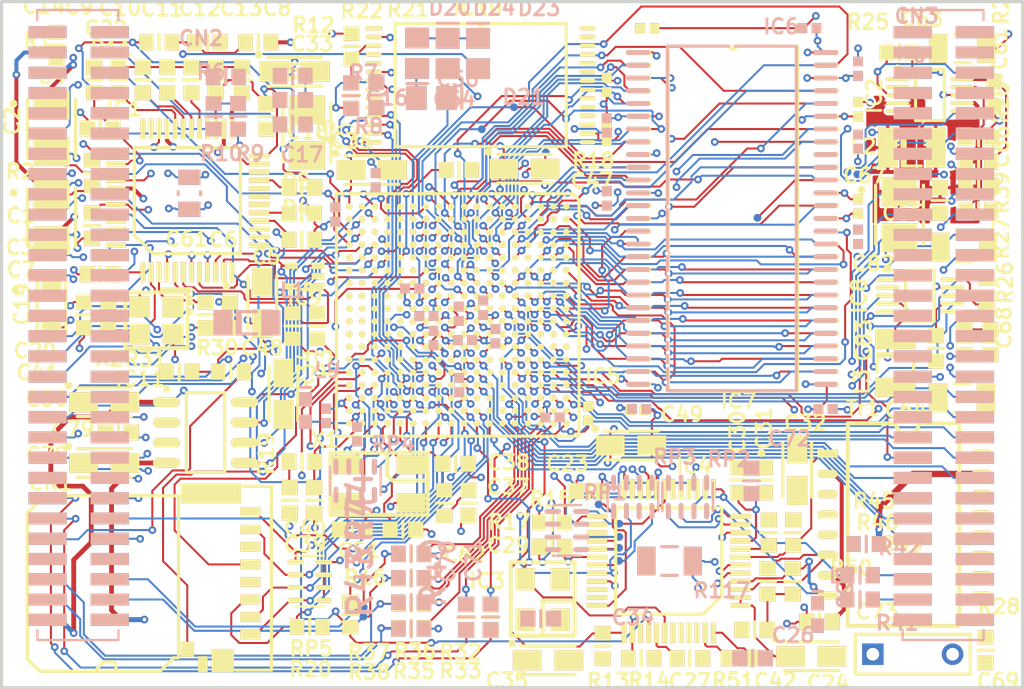
<source format=kicad_pcb>
(kicad_pcb (version 3) (host pcbnew "(2014-jan-25)-product")
  (layers (15 TopLayer signal) (4 GND signal) (3 L1 signal) (2 L2 signal) (1 Power signal) (0 BottomLayer signal) (18 B.Paste user) (19 F.Paste user) (20 B.SilkS user) (21 F.SilkS user) (22 B.Mask user) (23 F.Mask user) (28 Edge.Cuts user))
  (net 0 "")
  (net 1 +1V2)
  (net 2 +3V3)
  (net 3 A0)
  (net 4 A1)
  (net 5 A10)
  (net 6 A11)
  (net 7 A12)
  (net 8 A13)
  (net 9 A14)
  (net 10 A15)
  (net 11 A16)
  (net 12 A17)
  (net 13 A18)
  (net 14 A19)
  (net 15 A2)
  (net 16 A20)
  (net 17 A21)
  (net 18 A22)
  (net 19 A3)
  (net 20 A4)
  (net 21 A5)
  (net 22 A6)
  (net 23 A7)
  (net 24 A8)
  (net 25 A9)
  (net 26 ACGND)
  (net 27 ACVDD)
  (net 28 AUDIO_HPOUT_L)
  (net 29 AUDIO_HPOUT_R)
  (net 30 AUDIO_LINE_IN_L)
  (net 31 AUDIO_LINE_IN_R)
  (net 32 AUDIO_MIC_IN)
  (net 33 CAS)
  (net 34 D0)
  (net 35 D1)
  (net 36 D10)
  (net 37 D11)
  (net 38 D12)
  (net 39 D13)
  (net 40 D14)
  (net 41 D15)
  (net 42 D16)
  (net 43 D17)
  (net 44 D18)
  (net 45 D19)
  (net 46 D2)
  (net 47 D20)
  (net 48 D21)
  (net 49 D22)
  (net 50 D23)
  (net 51 D24)
  (net 52 D25)
  (net 53 D26)
  (net 54 D27)
  (net 55 D28)
  (net 56 D29)
  (net 57 D3)
  (net 58 D30)
  (net 59 D31)
  (net 60 D4)
  (net 61 D5)
  (net 62 D6)
  (net 63 D7)
  (net 64 D8)
  (net 65 D9)
  (net 66 DRXD)
  (net 67 DTXD)
  (net 68 ETH100_AGND)
  (net 69 ETH_LED1)
  (net 70 ETH_LED2)
  (net 71 ETH_RX+)
  (net 72 ETH_RX-)
  (net 73 ETH_TX+)
  (net 74 ETH_TX-)
  (net 75 EXT_VDD_5V)
  (net 76 GND)
  (net 77 JNTRST)
  (net 78 JRTCK)
  (net 79 JTCK)
  (net 80 JTDI)
  (net 81 JTDO)
  (net 82 JTMS)
  (net 83 NRST)
  (net 84 NetC10_1)
  (net 85 NetC11_1)
  (net 86 NetC12_1)
  (net 87 NetC13_1)
  (net 88 NetC16_1)
  (net 89 NetC16_2)
  (net 90 NetC17_1)
  (net 91 NetC17_2)
  (net 92 NetC18_1)
  (net 93 NetC1_1)
  (net 94 NetC22_2)
  (net 95 NetC24_1)
  (net 96 NetC2_1)
  (net 97 NetC30_1)
  (net 98 NetC31_1)
  (net 99 NetC37_2)
  (net 100 NetC38_2)
  (net 101 NetC39_2)
  (net 102 NetC40_2)
  (net 103 NetC41_2)
  (net 104 NetC42_2)
  (net 105 NetC43_2)
  (net 106 NetC51_2)
  (net 107 NetC54_2)
  (net 108 NetC56_2)
  (net 109 NetC57_2)
  (net 110 NetC61_2)
  (net 111 NetC62_2)
  (net 112 NetC66_1)
  (net 113 NetC68_1)
  (net 114 NetC69_2)
  (net 115 NetC70_2)
  (net 116 NetC71_2)
  (net 117 NetC81_2)
  (net 118 NetC83_2)
  (net 119 NetC9_1)
  (net 120 NetCN1_G4)
  (net 121 NetCN1_P1)
  (net 122 NetCN1_P2)
  (net 123 NetCN1_P3)
  (net 124 NetCN1_P5)
  (net 125 NetCN1_P7)
  (net 126 NetCN1_P8)
  (net 127 NetD20_1)
  (net 128 NetD20_2)
  (net 129 NetIC10_3)
  (net 130 NetIC1_10)
  (net 131 NetIC1_16)
  (net 132 NetIC1_17)
  (net 133 NetIC1_5)
  (net 134 NetIC1_6)
  (net 135 NetIC1_8)
  (net 136 NetIC2_4)
  (net 137 NetIC2_9)
  (net 138 NetIC3_3)
  (net 139 NetIC4_11)
  (net 140 NetIC4_12)
  (net 141 NetIC4_13)
  (net 142 NetIC4_19)
  (net 143 NetIC4_20)
  (net 144 NetIC4_21)
  (net 145 NetIC4_24)
  (net 146 NetIC4_25)
  (net 147 NetIC4_28)
  (net 148 NetIC4_29)
  (net 149 NetIC4_3)
  (net 150 NetIC4_31)
  (net 151 NetIC4_32)
  (net 152 NetIC4_36)
  (net 153 NetIC4_37)
  (net 154 NetIC4_38)
  (net 155 NetIC4_4)
  (net 156 NetIC4_47)
  (net 157 NetIC4_48)
  (net 158 NetIC4_7)
  (net 159 NetIC4_8)
  (net 160 NetIC5_B5)
  (net 161 NetIC5_C18)
  (net 162 NetIC5_D18)
  (net 163 NetIC5_E18)
  (net 164 NetIC5_E5)
  (net 165 NetIC5_F18)
  (net 166 NetIC5_K13)
  (net 167 NetIC5_K16)
  (net 168 NetIC5_M17)
  (net 169 NetIC5_N15)
  (net 170 NetIC5_N16)
  (net 171 NetIC5_P15)
  (net 172 NetIC5_P5)
  (net 173 NetIC8_9)
  (net 174 NetIC9_1)
  (net 175 NetR28_2)
  (net 176 NetR29_2)
  (net 177 PA13)
  (net 178 PA14)
  (net 179 PA15)
  (net 180 PA26)
  (net 181 PA27)
  (net 182 PA28)
  (net 183 PA29)
  (net 184 PA30)
  (net 185 PB10)
  (net 186 PB11)
  (net 187 PB12)
  (net 188 PB13)
  (net 189 PB14)
  (net 190 PB15)
  (net 191 PB16)
  (net 192 PB17)
  (net 193 PB18)
  (net 194 PB4)
  (net 195 PB5)
  (net 196 PB6)
  (net 197 PB7)
  (net 198 PB8)
  (net 199 PB9)
  (net 200 PC0)
  (net 201 PC1)
  (net 202 PC10)
  (net 203 PC11)
  (net 204 PC12)
  (net 205 PC13)
  (net 206 PC14)
  (net 207 PC15)
  (net 208 PC16)
  (net 209 PC17)
  (net 210 PC18)
  (net 211 PC19)
  (net 212 PC2)
  (net 213 PC20)
  (net 214 PC21)
  (net 215 PC3)
  (net 216 PC4)
  (net 217 PC5)
  (net 218 PC6)
  (net 219 PC7)
  (net 220 PC8)
  (net 221 PC9)
  (net 222 PD0)
  (net 223 PD1)
  (net 224 PD10)
  (net 225 PD2)
  (net 226 PD3)
  (net 227 PD5)
  (net 228 PD6)
  (net 229 PD7)
  (net 230 PD8)
  (net 231 PD9)
  (net 232 PE0)
  (net 233 PE1)
  (net 234 PE10)
  (net 235 PE11)
  (net 236 PE12)
  (net 237 PE13)
  (net 238 PE14)
  (net 239 PE15)
  (net 240 PE2)
  (net 241 PE3)
  (net 242 PE4)
  (net 243 PE5)
  (net 244 PE6)
  (net 245 PE7)
  (net 246 PE8)
  (net 247 PE9)
  (net 248 PSU_EN)
  (net 249 RAS)
  (net 250 SDA10)
  (net 251 SDCK)
  (net 252 SDCKE)
  (net 253 SDCS)
  (net 254 SDWE)
  (net 255 SHDN)
  (net 256 UENA)
  (net 257 UENB)
  (net 258 UFLGA)
  (net 259 UFLGB)
  (net 260 USBCNX)
  (net 261 USB_HOST_A_5V)
  (net 262 USB_HOST_A_N)
  (net 263 USB_HOST_A_P)
  (net 264 USB_HOST_B_5V)
  (net 265 USB_HOST_B_N)
  (net 266 USB_HOST_B_P)
  (net 267 USB_SLAVE_5V)
  (net 268 USB_SLAVE_D_N)
  (net 269 USB_SLAVE_D_P)
  (net 270 VBAT)
  (net 271 WKUP)
  (module CAPMP3216X180N (layer TopLayer) (at 96.3422 103.8737 270)
    (fp_text reference C5 (at -2.3495 0.762 360) (layer F.SilkS) (effects (font (size 0.9144 0.9144) (thickness 0.1778)) (justify left bottom)))
    (fp_text value 10u/16V hide)
    (pad 2 smd rect (at -1.3 0 90) (size 1.799999 1.25) (layers TopLayer F.Paste F.SilkS F.Mask) (net 76 GND))
    (pad 1 smd rect (at 1.3 0 90) (size 1.799999 1.25) (layers TopLayer F.Paste F.SilkS F.Mask) (net 2 +3V3))
  )
  (module CAPC1005X55N (layer BottomLayer) (at 114.53114 111.0619 180)
    (fp_text reference C46 hide)
    (fp_text value 100n hide)
    (pad 2 smd rect (at 0.449999 0 180) (size 0.619999 0.619999) (layers BottomLayer B.Paste B.SilkS B.Mask) (net 2 +3V3))
    (pad 1 smd rect (at -0.449999 0 180) (size 0.619999 0.619999) (layers BottomLayer B.Paste B.SilkS B.Mask) (net 76 GND))
  )
  (module INDC1608-0603 (layer BottomLayer) (at 99.06 110.636399 90)
    (fp_text reference L9 (at 2.000199 0.4318 360) (layer B.SilkS) (effects (font (size 0.9144 0.9144) (thickness 0.1778)) (justify left bottom)))
    (fp_text value Inductor hide)
    (pad 1 smd rect (at 0.699999 0 180) (size 0.800001 0.900001) (layers BottomLayer B.Paste B.SilkS B.Mask) (net 2 +3V3))
    (pad 2 smd rect (at -0.700001 0 180) (size 0.800001 0.900001) (layers BottomLayer B.Paste B.SilkS B.Mask) (net 109 NetC57_2))
  )
  (module RESC1608X55N (layer BottomLayer) (at 94.056205 89.7132)
    (fp_text reference R6 (at -1.930405 0.2286) (layer B.SilkS) (effects (font (size 0.9144 0.9144) (thickness 0.1778)) (justify left bottom)))
    (fp_text value 4.7k hide)
    (pad 2 smd rect (at 0.800001 0) (size 0.900001 1.000001) (layers BottomLayer B.Paste B.SilkS B.Mask) (net 26 ACGND))
    (pad 1 smd rect (at -0.800001 0) (size 0.900001 1.000001) (layers BottomLayer B.Paste B.SilkS B.Mask) (net 91 NetC17_2))
  )
  (module 3261 (layer BottomLayer) (at 95.377 105.131)
    (fp_text reference L1 (at 1.9558 -1.4986) (layer B.SilkS) (effects (font (size 0.9144 0.9144) (thickness 0.1778)) (justify left bottom)))
    (fp_text value "4.7 uH 220 mA" hide)
    (pad 1 smd rect (at -1.5 0 270) (size 1.599999 1.2) (layers BottomLayer B.Paste B.SilkS B.Mask) (net 75 EXT_VDD_5V))
    (pad 2 smd rect (at 1.5 0 270) (size 1.599999 1.2) (layers BottomLayer B.Paste B.SilkS B.Mask) (net 27 ACVDD))
  )
  (module CAY-16 (layer BottomLayer) (at 100.965 114.148 90)
    (fp_text reference RP4 (at 0.8636 2.1082 360) (layer B.SilkS) (effects (font (size 0.9144 0.9144) (thickness 0.1778)) (justify left bottom)))
    (fp_text value "RAC4X101 10k" hide)
    (pad 2 smd oval (at 0 0.799998 270) (size 1.016 0.3048) (layers BottomLayer B.Paste B.SilkS B.Mask) (net 77 JNTRST))
    (pad 3 smd oval (at 0 1.599997 270) (size 1.016 0.3048) (layers BottomLayer B.Paste B.SilkS B.Mask) (net 80 JTDI))
    (pad 4 smd oval (at 0 2.399995 270) (size 1.016 0.3048) (layers BottomLayer B.Paste B.SilkS B.Mask) (net 82 JTMS))
    (pad 8 smd oval (at -1.778 0 270) (size 1.016 0.3048) (layers BottomLayer B.Paste B.SilkS B.Mask) (net 2 +3V3))
    (pad 7 smd oval (at -1.778 0.799998 270) (size 1.016 0.3048) (layers BottomLayer B.Paste B.SilkS B.Mask) (net 2 +3V3))
    (pad 6 smd oval (at -1.778 1.599997 270) (size 1.016 0.3048) (layers BottomLayer B.Paste B.SilkS B.Mask) (net 2 +3V3))
    (pad 5 smd oval (at -1.778 2.399995 270) (size 1.016 0.3048) (layers BottomLayer B.Paste B.SilkS B.Mask) (net 2 +3V3))
    (pad 1 smd oval (at 0 0 270) (size 1.016 0.3048) (layers BottomLayer B.Paste B.SilkS B.Mask) (net 78 JRTCK))
  )
  (module RESC3216X65N (layer BottomLayer) (at 121.8692 120.0662)
    (fp_text reference R117 (at 1.397 2.3876) (layer B.SilkS) (effects (font (size 0.9144 0.9144) (thickness 0.1778)) (justify left bottom)))
    (fp_text value 0 hide)
    (pad 1 smd rect (at -1.45 0) (size 1.15 1.799999) (layers BottomLayer B.Paste B.SilkS B.Mask) (net 76 GND))
    (pad 2 smd rect (at 1.45 0) (size 1.15 1.799999) (layers BottomLayer B.Paste B.SilkS B.Mask) (net 68 ETH100_AGND))
  )
  (module CAPC1005X55N (layer BottomLayer) (at 100.9142 98.3492 270)
    (fp_text reference C104 hide)
    (fp_text value 100n hide)
    (pad 1 smd rect (at 0.449999 0 90) (size 0.619999 0.619999) (layers BottomLayer B.Paste B.SilkS B.Mask) (net 76 GND))
    (pad 2 smd rect (at -0.449999 0 90) (size 0.619999 0.619999) (layers BottomLayer B.Paste B.SilkS B.Mask) (net 1 +1V2))
  )
  (module CAPC1005X55N (layer BottomLayer) (at 110.9472 105.9692 270)
    (fp_text reference C102 hide)
    (fp_text value 100n hide)
    (pad 1 smd rect (at 0.449999 0 90) (size 0.619999 0.619999) (layers BottomLayer B.Paste B.SilkS B.Mask) (net 76 GND))
    (pad 2 smd rect (at -0.449999 0 90) (size 0.619999 0.619999) (layers BottomLayer B.Paste B.SilkS B.Mask) (net 1 +1V2))
  )
  (module CAPC1005X55N (layer BottomLayer) (at 108.68152 109.03752 270)
    (fp_text reference C60 hide)
    (fp_text value 100n hide)
    (pad 1 smd rect (at 0.449999 0 90) (size 0.619999 0.619999) (layers BottomLayer B.Paste B.SilkS B.Mask) (net 76 GND))
    (pad 2 smd rect (at -0.449999 0 90) (size 0.619999 0.619999) (layers BottomLayer B.Paste B.SilkS B.Mask) (net 2 +3V3))
  )
  (module CAPC1608X87N (layer BottomLayer) (at 103.4912 90.8502 90)
    (fp_text reference C56 (at 0.4572 3.6576 360) (layer B.SilkS) (effects (font (size 0.9144 0.9144) (thickness 0.1778)) (justify left bottom)))
    (fp_text value 15p hide)
    (pad 2 smd rect (at -0.800001 0 270) (size 0.950001 1.000001) (layers BottomLayer B.Paste B.SilkS B.Mask) (net 108 NetC56_2))
    (pad 1 smd rect (at 0.800001 0 270) (size 0.950001 1.000001) (layers BottomLayer B.Paste B.SilkS B.Mask) (net 76 GND))
  )
  (module CAPC1005X55N (layer BottomLayer) (at 108.6612 104.5722 90)
    (fp_text reference C55 hide)
    (fp_text value 100n hide)
    (pad 1 smd rect (at 0.449999 0 270) (size 0.619999 0.619999) (layers BottomLayer B.Paste B.SilkS B.Mask) (net 76 GND))
    (pad 2 smd rect (at -0.449999 0 270) (size 0.619999 0.619999) (layers BottomLayer B.Paste B.SilkS B.Mask) (net 2 +3V3))
  )
  (module CAPC1608X87N (layer BottomLayer) (at 101.9 90.9 90)
    (fp_text reference C54 (at -0.762 5.0292 360) (layer B.SilkS) (effects (font (size 0.9144 0.9144) (thickness 0.1778)) (justify left bottom)))
    (fp_text value 15p hide)
    (pad 2 smd rect (at -0.800001 0 270) (size 0.950001 1.000001) (layers BottomLayer B.Paste B.SilkS B.Mask) (net 107 NetC54_2))
    (pad 1 smd rect (at 0.800001 0 270) (size 0.950001 1.000001) (layers BottomLayer B.Paste B.SilkS B.Mask) (net 76 GND))
  )
  (module CAPC1005X55N (layer BottomLayer) (at 107.0737 106.08604 270)
    (fp_text reference C53 hide)
    (fp_text value 100n hide)
    (pad 1 smd rect (at 0.449999 0 90) (size 0.619999 0.619999) (layers BottomLayer B.Paste B.SilkS B.Mask) (net 76 GND))
    (pad 2 smd rect (at -0.449999 0 90) (size 0.619999 0.619999) (layers BottomLayer B.Paste B.SilkS B.Mask) (net 2 +3V3))
  )
  (module CAPC1005X55N (layer BottomLayer) (at 106.6292 104.6992)
    (fp_text reference C52 hide)
    (fp_text value 100n hide)
    (pad 1 smd rect (at -0.449999 0) (size 0.619999 0.619999) (layers BottomLayer B.Paste B.SilkS B.Mask) (net 76 GND))
    (pad 2 smd rect (at 0.449999 0) (size 0.619999 0.619999) (layers BottomLayer B.Paste B.SilkS B.Mask) (net 2 +3V3))
  )
  (module CAPC1005X55N (layer BottomLayer) (at 110.1852 104.1912 270)
    (fp_text reference C50 hide)
    (fp_text value 100n hide)
    (pad 1 smd rect (at 0.449999 0 90) (size 0.619999 0.619999) (layers BottomLayer B.Paste B.SilkS B.Mask) (net 76 GND))
    (pad 2 smd rect (at -0.449999 0 90) (size 0.619999 0.619999) (layers BottomLayer B.Paste B.SilkS B.Mask) (net 2 +3V3))
  )
  (module CAPC1005X55N (layer BottomLayer) (at 103.4542 96.1902 90)
    (fp_text reference C45 hide)
    (fp_text value 100n hide)
    (pad 1 smd rect (at 0.449999 0 270) (size 0.619999 0.619999) (layers BottomLayer B.Paste B.SilkS B.Mask) (net 76 GND))
    (pad 2 smd rect (at -0.449999 0 270) (size 0.619999 0.619999) (layers BottomLayer B.Paste B.SilkS B.Mask) (net 2 +3V3))
  )
  (module CAPC1005X55N (layer BottomLayer) (at 109.0422 106.2232 180)
    (fp_text reference C44 hide)
    (fp_text value 100n hide)
    (pad 1 smd rect (at -0.449999 0 180) (size 0.619999 0.619999) (layers BottomLayer B.Paste B.SilkS B.Mask) (net 76 GND))
    (pad 2 smd rect (at 0.449999 0 180) (size 0.619999 0.619999) (layers BottomLayer B.Paste B.SilkS B.Mask) (net 2 +3V3))
  )
  (module CAPC1005X55N (layer BottomLayer) (at 105.73258 102.98978 180)
    (fp_text reference C43 hide)
    (fp_text value 100n hide)
    (pad 1 smd rect (at 0.449999 0) (size 0.619999 0.619999) (layers BottomLayer B.Paste B.SilkS B.Mask) (net 76 GND))
    (pad 2 smd rect (at -0.449999 0) (size 0.619999 0.619999) (layers BottomLayer B.Paste B.SilkS B.Mask) (net 105 NetC43_2))
  )
  (module CAPC1608X87N (layer BottomLayer) (at 113.792 123.673)
    (fp_text reference C34 (at 4.3434 0.4572) (layer B.SilkS) (effects (font (size 0.9144 0.9144) (thickness 0.1778)) (justify left bottom)))
    (fp_text value 100n hide)
    (pad 2 smd rect (at 0.800001 0) (size 0.950001 1.000001) (layers BottomLayer B.Paste B.SilkS B.Mask) (net 2 +3V3))
    (pad 1 smd rect (at -0.800001 0) (size 0.950001 1.000001) (layers BottomLayer B.Paste B.SilkS B.Mask) (net 76 GND))
  )
  (module CAPC1608X87N (layer BottomLayer) (at 127.0762 126.1622 180)
    (fp_text reference C26 (at -1.0922 0.9144 360) (layer B.SilkS) (effects (font (size 0.9144 0.9144) (thickness 0.1778)) (justify left bottom)))
    (fp_text value 100n hide)
    (pad 2 smd rect (at 0.800001 0 180) (size 0.950001 1.000001) (layers BottomLayer B.Paste B.SilkS B.Mask) (net 68 ETH100_AGND))
    (pad 1 smd rect (at -0.800001 0 180) (size 0.950001 1.000001) (layers BottomLayer B.Paste B.SilkS B.Mask) (net 95 NetC24_1))
  )
  (module CD2012-0805 (layer BottomLayer) (at 106.045 88.24 90)
    (fp_text reference D20 (at 2.3114 0.6096 360) (layer B.SilkS) (effects (font (size 0.9144 0.9144) (thickness 0.1778)) (justify left bottom)))
    (fp_text value 4148 hide)
    (pad 1 smd rect (at 0.949998 0 180) (size 1.5 1.3) (layers BottomLayer B.Paste B.SilkS B.Mask) (net 127 NetD20_1))
    (pad 2 smd rect (at -0.950001 0 180) (size 1.5 1.3) (layers BottomLayer B.Paste B.SilkS B.Mask) (net 128 NetD20_2))
  )
  (module CD2012-0805 (layer BottomLayer) (at 106.9467 91.0467)
    (fp_text reference D21 (at 4.3307 0.4699) (layer B.SilkS) (effects (font (size 0.9144 0.9144) (thickness 0.1778)) (justify left bottom)))
    (fp_text value 4148 hide)
    (pad 2 smd rect (at 0.950001 0 270) (size 1.5 1.3) (layers BottomLayer B.Paste B.SilkS B.Mask) (net 105 NetC43_2))
    (pad 1 smd rect (at -0.949998 0 270) (size 1.5 1.3) (layers BottomLayer B.Paste B.SilkS B.Mask) (net 128 NetD20_2))
  )
  (module CD2012-0805 (layer BottomLayer) (at 109.8677 88.2527 270)
    (fp_text reference D23 (at -2.2987 -2.3749 360) (layer B.SilkS) (effects (font (size 0.9144 0.9144) (thickness 0.1778)) (justify left bottom)))
    (fp_text value 4148 hide)
    (pad 2 smd rect (at -0.950001 0) (size 1.5 1.3) (layers BottomLayer B.Paste B.SilkS B.Mask) (net 127 NetD20_1))
    (pad 1 smd rect (at 0.949998 0) (size 1.5 1.3) (layers BottomLayer B.Paste B.SilkS B.Mask) (net 270 VBAT))
  )
  (module CD2012-0805 (layer BottomLayer) (at 107.9627 88.2527 270)
    (fp_text reference D24 (at -2.3241 -1.4605 360) (layer B.SilkS) (effects (font (size 0.9144 0.9144) (thickness 0.1778)) (justify left bottom)))
    (fp_text value 4148 hide)
    (pad 2 smd rect (at -0.950001 0) (size 1.5 1.3) (layers BottomLayer B.Paste B.SilkS B.Mask) (net 127 NetD20_1))
    (pad 1 smd rect (at 0.949998 0) (size 1.5 1.3) (layers BottomLayer B.Paste B.SilkS B.Mask) (net 2 +3V3))
  )
  (module INDC1608-0603 (layer BottomLayer) (at 131.1402 123.412599 90)
    (fp_text reference L4 (at 1.898599 0.6096 360) (layer B.SilkS) (effects (font (size 0.9144 0.9144) (thickness 0.1778)) (justify left bottom)))
    (fp_text value Inductor hide)
    (pad 1 smd rect (at 0.699999 0 180) (size 0.800001 0.900001) (layers BottomLayer B.Paste B.SilkS B.Mask) (net 97 NetC30_1))
    (pad 2 smd rect (at -0.700001 0 180) (size 0.800001 0.900001) (layers BottomLayer B.Paste B.SilkS B.Mask) (net 95 NetC24_1))
  )
  (module RESC2012X60N (layer BottomLayer) (at 91.7702 97.0157 270)
    (fp_text reference R10 (at -1.9685 -0.5588 360) (layer B.SilkS) (effects (font (size 0.9144 0.9144) (thickness 0.1778)) (justify left bottom)))
    (fp_text value 0 hide)
    (pad 1 smd rect (at 1.000001 0 90) (size 0.950001 1.4) (layers BottomLayer B.Paste B.SilkS B.Mask) (net 76 GND))
    (pad 2 smd rect (at -1.000001 0 90) (size 0.950001 1.4) (layers BottomLayer B.Paste B.SilkS B.Mask) (net 26 ACGND))
  )
  (module RESC1608X55N (layer BottomLayer) (at 93.2942 92.189705 90)
    (fp_text reference R9 (at -2.857495 1.27 360) (layer B.SilkS) (effects (font (size 0.9144 0.9144) (thickness 0.1778)) (justify left bottom)))
    (fp_text value 4.7k hide)
    (pad 1 smd rect (at 0.800001 0 270) (size 0.900001 1.000001) (layers BottomLayer B.Paste B.SilkS B.Mask) (net 91 NetC17_2))
    (pad 2 smd rect (at -0.800001 0 270) (size 0.900001 1.000001) (layers BottomLayer B.Paste B.SilkS B.Mask) (net 30 AUDIO_LINE_IN_L))
  )
  (module RESC1608X55N (layer BottomLayer) (at 98.247205 92.6977)
    (fp_text reference R8 (at 3.759195 0.6477) (layer B.SilkS) (effects (font (size 0.9144 0.9144) (thickness 0.1778)) (justify left bottom)))
    (fp_text value 4.7k hide)
    (pad 1 smd rect (at -0.800001 0) (size 0.900001 1.000001) (layers BottomLayer B.Paste B.SilkS B.Mask) (net 31 AUDIO_LINE_IN_R))
    (pad 2 smd rect (at 0.800001 0) (size 0.900001 1.000001) (layers BottomLayer B.Paste B.SilkS B.Mask) (net 89 NetC16_2))
  )
  (module RESC1608X55N (layer BottomLayer) (at 98.247205 89.6497 180)
    (fp_text reference R7 (at -3.428995 -0.3429 360) (layer B.SilkS) (effects (font (size 0.9144 0.9144) (thickness 0.1778)) (justify left bottom)))
    (fp_text value 4.7k hide)
    (pad 1 smd rect (at -0.800001 0 180) (size 0.900001 1.000001) (layers BottomLayer B.Paste B.SilkS B.Mask) (net 89 NetC16_2))
    (pad 2 smd rect (at 0.800001 0 180) (size 0.900001 1.000001) (layers BottomLayer B.Paste B.SilkS B.Mask) (net 26 ACGND))
  )
  (module CAPC1608X87N (layer BottomLayer) (at 94.8182 92.1897 270)
    (fp_text reference C17 (at 2.9337 -2.5654 360) (layer B.SilkS) (effects (font (size 0.9144 0.9144) (thickness 0.1778)) (justify left bottom)))
    (fp_text value 1u hide)
    (pad 1 smd rect (at 0.800001 0 90) (size 0.950001 1.000001) (layers BottomLayer B.Paste B.SilkS B.Mask) (net 90 NetC17_1))
    (pad 2 smd rect (at -0.800001 0 90) (size 0.950001 1.000001) (layers BottomLayer B.Paste B.SilkS B.Mask) (net 91 NetC17_2))
  )
  (module CAPC1608X87N (layer BottomLayer) (at 98.2472 91.1737)
    (fp_text reference C16 (at 4.4704 0.3937) (layer B.SilkS) (effects (font (size 0.9144 0.9144) (thickness 0.1778)) (justify left bottom)))
    (fp_text value 1u hide)
    (pad 2 smd rect (at 0.800001 0) (size 0.950001 1.000001) (layers BottomLayer B.Paste B.SilkS B.Mask) (net 89 NetC16_2))
    (pad 1 smd rect (at -0.800001 0) (size 0.950001 1.000001) (layers BottomLayer B.Paste B.SilkS B.Mask) (net 88 NetC16_1))
  )
  (module CAY-16 (layer BottomLayer) (at 118.364 115.164 90)
    (fp_text reference RP3 (at 1.0922 2.3622 360) (layer B.SilkS) (effects (font (size 0.9144 0.9144) (thickness 0.1778)) (justify left bottom)))
    (fp_text value "RAC4X101 10k" hide)
    (pad 1 smd oval (at 0 0 270) (size 1.016 0.3048) (layers BottomLayer B.Paste B.SilkS B.Mask) (net 2 +3V3))
    (pad 5 smd oval (at -1.778 2.399995 270) (size 1.016 0.3048) (layers BottomLayer B.Paste B.SilkS B.Mask) (net 150 NetIC4_31))
    (pad 6 smd oval (at -1.778 1.599997 270) (size 1.016 0.3048) (layers BottomLayer B.Paste B.SilkS B.Mask))
    (pad 7 smd oval (at -1.778 0.799998 270) (size 1.016 0.3048) (layers BottomLayer B.Paste B.SilkS B.Mask) (net 151 NetIC4_32))
    (pad 8 smd oval (at -1.778 0 270) (size 1.016 0.3048) (layers BottomLayer B.Paste B.SilkS B.Mask) (net 152 NetIC4_36))
    (pad 4 smd oval (at 0 2.399995 270) (size 1.016 0.3048) (layers BottomLayer B.Paste B.SilkS B.Mask) (net 2 +3V3))
    (pad 3 smd oval (at 0 1.599997 270) (size 1.016 0.3048) (layers BottomLayer B.Paste B.SilkS B.Mask) (net 2 +3V3))
    (pad 2 smd oval (at 0 0.799998 270) (size 1.016 0.3048) (layers BottomLayer B.Paste B.SilkS B.Mask) (net 2 +3V3))
  )
  (module CAY-16 (layer BottomLayer) (at 121.793 115.164 90)
    (fp_text reference RP2 (at 0.9398 2.3368 360) (layer B.SilkS) (effects (font (size 0.9144 0.9144) (thickness 0.1778)) (justify left bottom)))
    (fp_text value "RAC4X101 10k" hide)
    (pad 1 smd oval (at 0 0 270) (size 1.016 0.3048) (layers BottomLayer B.Paste B.SilkS B.Mask) (net 2 +3V3))
    (pad 5 smd oval (at -1.778 2.399995 270) (size 1.016 0.3048) (layers BottomLayer B.Paste B.SilkS B.Mask))
    (pad 6 smd oval (at -1.778 1.599997 270) (size 1.016 0.3048) (layers BottomLayer B.Paste B.SilkS B.Mask) (net 141 NetIC4_13))
    (pad 7 smd oval (at -1.778 0.799998 270) (size 1.016 0.3048) (layers BottomLayer B.Paste B.SilkS B.Mask) (net 140 NetIC4_12))
    (pad 8 smd oval (at -1.778 0 270) (size 1.016 0.3048) (layers BottomLayer B.Paste B.SilkS B.Mask) (net 139 NetIC4_11))
    (pad 4 smd oval (at 0 2.399995 270) (size 1.016 0.3048) (layers BottomLayer B.Paste B.SilkS B.Mask))
    (pad 3 smd oval (at 0 1.599997 270) (size 1.016 0.3048) (layers BottomLayer B.Paste B.SilkS B.Mask) (net 2 +3V3))
    (pad 2 smd oval (at 0 0.799998 270) (size 1.016 0.3048) (layers BottomLayer B.Paste B.SilkS B.Mask) (net 2 +3V3))
  )
  (module CAY-16 (layer BottomLayer) (at 114.554 119.355)
    (fp_text reference RP1 (at 1.778 -3.048) (layer B.SilkS) (effects (font (size 0.9144 0.9144) (thickness 0.1778)) (justify left bottom)))
    (fp_text value "RAC4X101 10k" hide)
    (pad 2 smd oval (at 0 -0.799998) (size 1.016 0.3048) (layers BottomLayer B.Paste B.SilkS B.Mask) (net 76 GND))
    (pad 3 smd oval (at 0 -1.599997) (size 1.016 0.3048) (layers BottomLayer B.Paste B.SilkS B.Mask) (net 76 GND))
    (pad 4 smd oval (at 0 -2.399995) (size 1.016 0.3048) (layers BottomLayer B.Paste B.SilkS B.Mask) (net 76 GND))
    (pad 8 smd oval (at 1.778 0) (size 1.016 0.3048) (layers BottomLayer B.Paste B.SilkS B.Mask) (net 148 NetIC4_29))
    (pad 7 smd oval (at 1.778 -0.799998) (size 1.016 0.3048) (layers BottomLayer B.Paste B.SilkS B.Mask) (net 147 NetIC4_28))
    (pad 6 smd oval (at 1.778 -1.599997) (size 1.016 0.3048) (layers BottomLayer B.Paste B.SilkS B.Mask) (net 143 NetIC4_20))
    (pad 5 smd oval (at 1.778 -2.399995) (size 1.016 0.3048) (layers BottomLayer B.Paste B.SilkS B.Mask) (net 142 NetIC4_19))
    (pad 1 smd oval (at 0 0) (size 1.016 0.3048) (layers BottomLayer B.Paste B.SilkS B.Mask) (net 76 GND))
  )
  (module CAPC1005X55N (layer BottomLayer) (at 117.9322 97.3332 270)
    (fp_text reference C190 hide)
    (fp_text value 100n hide)
    (pad 2 smd rect (at -0.449999 0 90) (size 0.619999 0.619999) (layers BottomLayer B.Paste B.SilkS B.Mask) (net 2 +3V3))
    (pad 1 smd rect (at 0.449999 0 90) (size 0.619999 0.619999) (layers BottomLayer B.Paste B.SilkS B.Mask) (net 76 GND))
  )
  (module CAPC1005X55N (layer BottomLayer) (at 119.9642 110.5412 180)
    (fp_text reference C189 hide)
    (fp_text value 100n hide)
    (pad 2 smd rect (at 0.449999 0 180) (size 0.619999 0.619999) (layers BottomLayer B.Paste B.SilkS B.Mask) (net 2 +3V3))
    (pad 1 smd rect (at -0.449999 0 180) (size 0.619999 0.619999) (layers BottomLayer B.Paste B.SilkS B.Mask) (net 76 GND))
  )
  (module CAPC1005X55N (layer BottomLayer) (at 131.6482 110.5412)
    (fp_text reference C182 hide)
    (fp_text value 100n hide)
    (pad 2 smd rect (at 0.449999 0) (size 0.619999 0.619999) (layers BottomLayer B.Paste B.SilkS B.Mask) (net 2 +3V3))
    (pad 1 smd rect (at -0.449999 0) (size 0.619999 0.619999) (layers BottomLayer B.Paste B.SilkS B.Mask) (net 76 GND))
  )
  (module CAPC1005X55N (layer BottomLayer) (at 133.6802 93.7772 90)
    (fp_text reference C172 hide)
    (fp_text value 100n hide)
    (pad 2 smd rect (at -0.449999 0 270) (size 0.619999 0.619999) (layers BottomLayer B.Paste B.SilkS B.Mask) (net 2 +3V3))
    (pad 1 smd rect (at 0.449999 0 270) (size 0.619999 0.619999) (layers BottomLayer B.Paste B.SilkS B.Mask) (net 76 GND))
  )
  (module CAPC1005X55N (layer BottomLayer) (at 130.6322 86.6652)
    (fp_text reference C167 hide)
    (fp_text value 100n hide)
    (pad 2 smd rect (at 0.449999 0) (size 0.619999 0.619999) (layers BottomLayer B.Paste B.SilkS B.Mask) (net 2 +3V3))
    (pad 1 smd rect (at -0.449999 0) (size 0.619999 0.619999) (layers BottomLayer B.Paste B.SilkS B.Mask) (net 76 GND))
  )
  (module CAPC1005X55N (layer BottomLayer) (at 133.6802 89.2052 90)
    (fp_text reference C166 hide)
    (fp_text value 100n hide)
    (pad 2 smd rect (at -0.449999 0 270) (size 0.619999 0.619999) (layers BottomLayer B.Paste B.SilkS B.Mask) (net 2 +3V3))
    (pad 1 smd rect (at 0.449999 0 270) (size 0.619999 0.619999) (layers BottomLayer B.Paste B.SilkS B.Mask) (net 76 GND))
  )
  (module CAPC1005X55N (layer BottomLayer) (at 133.6802 99.7462 270)
    (fp_text reference C149 hide)
    (fp_text value 100n hide)
    (pad 2 smd rect (at -0.449999 0 90) (size 0.619999 0.619999) (layers BottomLayer B.Paste B.SilkS B.Mask) (net 2 +3V3))
    (pad 1 smd rect (at 0.449999 0 90) (size 0.619999 0.619999) (layers BottomLayer B.Paste B.SilkS B.Mask) (net 76 GND))
  )
  (module CAPC1005X55N (layer BottomLayer) (at 117.9322 92.7612 270)
    (fp_text reference C136 hide)
    (fp_text value 100n hide)
    (pad 2 smd rect (at -0.449999 0 90) (size 0.619999 0.619999) (layers BottomLayer B.Paste B.SilkS B.Mask) (net 2 +3V3))
    (pad 1 smd rect (at 0.449999 0 90) (size 0.619999 0.619999) (layers BottomLayer B.Paste B.SilkS B.Mask) (net 76 GND))
  )
  (module TSOP54 (layer BottomLayer) (at 131.6482 88.1892 180)
    (fp_text reference IC6 (at 4.0132 1.0922 360) (layer B.SilkS) (effects (font (size 0.9144 0.9144) (thickness 0.1778)) (justify left bottom)))
    (fp_text value MT48LC16M16A2TG hide)
    (pad 28 smd oval (at 11.759997 -20.800035 180) (size 1.5 0.299999) (layers BottomLayer B.Paste B.SilkS B.Mask) (net 76 GND))
    (pad 29 smd oval (at 11.759997 -20.000036 180) (size 1.5 0.299999) (layers BottomLayer B.Paste B.SilkS B.Mask) (net 22 A6))
    (pad 30 smd oval (at 11.759997 -19.200012 180) (size 1.5 0.299999) (layers BottomLayer B.Paste B.SilkS B.Mask) (net 23 A7))
    (pad 31 smd oval (at 11.759997 -18.400014 180) (size 1.5 0.299999) (layers BottomLayer B.Paste B.SilkS B.Mask) (net 24 A8))
    (pad 32 smd oval (at 11.759997 -17.600016 180) (size 1.5 0.299999) (layers BottomLayer B.Paste B.SilkS B.Mask) (net 25 A9))
    (pad 33 smd oval (at 11.759997 -16.800017 180) (size 1.5 0.299999) (layers BottomLayer B.Paste B.SilkS B.Mask) (net 5 A10))
    (pad 34 smd oval (at 11.759997 -16.000019 180) (size 1.5 0.299999) (layers BottomLayer B.Paste B.SilkS B.Mask) (net 6 A11))
    (pad 35 smd oval (at 11.759997 -15.20002 180) (size 1.5 0.299999) (layers BottomLayer B.Paste B.SilkS B.Mask) (net 8 A13))
    (pad 36 smd oval (at 11.759997 -14.400022 180) (size 1.5 0.299999) (layers BottomLayer B.Paste B.SilkS B.Mask) (net 9 A14))
    (pad 37 smd oval (at 11.759997 -13.600024 180) (size 1.5 0.299999) (layers BottomLayer B.Paste B.SilkS B.Mask) (net 252 SDCKE))
    (pad 38 smd oval (at 11.759997 -12.800025 180) (size 1.5 0.299999) (layers BottomLayer B.Paste B.SilkS B.Mask) (net 251 SDCK))
    (pad 39 smd oval (at 11.759997 -12.000027 180) (size 1.5 0.299999) (layers BottomLayer B.Paste B.SilkS B.Mask) (net 164 NetIC5_E5))
    (pad 40 smd oval (at 11.759997 -11.200003 180) (size 1.5 0.299999) (layers BottomLayer B.Paste B.SilkS B.Mask))
    (pad 41 smd oval (at 11.759997 -10.400005 180) (size 1.5 0.299999) (layers BottomLayer B.Paste B.SilkS B.Mask) (net 76 GND))
    (pad 42 smd oval (at 11.759997 -9.600006 180) (size 1.5 0.299999) (layers BottomLayer B.Paste B.SilkS B.Mask) (net 64 D8))
    (pad 43 smd oval (at 11.759997 -8.800008 180) (size 1.5 0.299999) (layers BottomLayer B.Paste B.SilkS B.Mask) (net 2 +3V3))
    (pad 44 smd oval (at 11.759997 -8.000009 180) (size 1.5 0.299999) (layers BottomLayer B.Paste B.SilkS B.Mask) (net 65 D9))
    (pad 45 smd oval (at 11.759997 -7.200011 180) (size 1.5 0.299999) (layers BottomLayer B.Paste B.SilkS B.Mask) (net 36 D10))
    (pad 46 smd oval (at 11.759997 -6.400013 180) (size 1.5 0.299999) (layers BottomLayer B.Paste B.SilkS B.Mask) (net 76 GND))
    (pad 47 smd oval (at 11.759997 -5.600014 180) (size 1.5 0.299999) (layers BottomLayer B.Paste B.SilkS B.Mask) (net 37 D11))
    (pad 48 smd oval (at 11.759997 -4.800016 180) (size 1.5 0.299999) (layers BottomLayer B.Paste B.SilkS B.Mask) (net 38 D12))
    (pad 49 smd oval (at 11.759997 -4.000017 180) (size 1.5 0.299999) (layers BottomLayer B.Paste B.SilkS B.Mask) (net 2 +3V3))
    (pad 50 smd oval (at 11.759997 -3.199994 180) (size 1.5 0.299999) (layers BottomLayer B.Paste B.SilkS B.Mask) (net 39 D13))
    (pad 51 smd oval (at 11.759997 -2.399995 180) (size 1.5 0.299999) (layers BottomLayer B.Paste B.SilkS B.Mask) (net 40 D14))
    (pad 52 smd oval (at 11.759997 -1.599997 180) (size 1.5 0.299999) (layers BottomLayer B.Paste B.SilkS B.Mask) (net 76 GND))
    (pad 53 smd oval (at 11.759997 -0.799998 180) (size 1.5 0.299999) (layers BottomLayer B.Paste B.SilkS B.Mask) (net 41 D15))
    (pad 54 smd oval (at 11.759997 0 180) (size 1.5 0.299999) (layers BottomLayer B.Paste B.SilkS B.Mask) (net 76 GND))
    (pad 27 smd oval (at 0 -20.800035 180) (size 1.5 0.299999) (layers BottomLayer B.Paste B.SilkS B.Mask) (net 2 +3V3))
    (pad 26 smd oval (at 0 -20.000036 180) (size 1.5 0.299999) (layers BottomLayer B.Paste B.SilkS B.Mask) (net 21 A5))
    (pad 25 smd oval (at 0 -19.200012 180) (size 1.5 0.299999) (layers BottomLayer B.Paste B.SilkS B.Mask) (net 20 A4))
    (pad 24 smd oval (at 0 -18.400014 180) (size 1.5 0.299999) (layers BottomLayer B.Paste B.SilkS B.Mask) (net 19 A3))
    (pad 23 smd oval (at 0 -17.600016 180) (size 1.5 0.299999) (layers BottomLayer B.Paste B.SilkS B.Mask) (net 15 A2))
    (pad 22 smd oval (at 0 -16.800017 180) (size 1.5 0.299999) (layers BottomLayer B.Paste B.SilkS B.Mask) (net 250 SDA10))
    (pad 21 smd oval (at 0 -16.000019 180) (size 1.5 0.299999) (layers BottomLayer B.Paste B.SilkS B.Mask) (net 12 A17))
    (pad 20 smd oval (at 0 -15.20002 180) (size 1.5 0.299999) (layers BottomLayer B.Paste B.SilkS B.Mask) (net 11 A16))
    (pad 19 smd oval (at 0 -14.400022 180) (size 1.5 0.299999) (layers BottomLayer B.Paste B.SilkS B.Mask) (net 253 SDCS))
    (pad 18 smd oval (at 0 -13.600024 180) (size 1.5 0.299999) (layers BottomLayer B.Paste B.SilkS B.Mask) (net 249 RAS))
    (pad 17 smd oval (at 0 -12.800025 180) (size 1.5 0.299999) (layers BottomLayer B.Paste B.SilkS B.Mask) (net 33 CAS))
    (pad 16 smd oval (at 0 -12.000027 180) (size 1.5 0.299999) (layers BottomLayer B.Paste B.SilkS B.Mask) (net 254 SDWE))
    (pad 15 smd oval (at 0 -11.200003 180) (size 1.5 0.299999) (layers BottomLayer B.Paste B.SilkS B.Mask) (net 3 A0))
    (pad 14 smd oval (at 0 -10.400005 180) (size 1.5 0.299999) (layers BottomLayer B.Paste B.SilkS B.Mask) (net 2 +3V3))
    (pad 13 smd oval (at 0 -9.600006 180) (size 1.5 0.299999) (layers BottomLayer B.Paste B.SilkS B.Mask) (net 63 D7))
    (pad 12 smd oval (at 0 -8.800008 180) (size 1.5 0.299999) (layers BottomLayer B.Paste B.SilkS B.Mask) (net 76 GND))
    (pad 11 smd oval (at 0 -8.000009 180) (size 1.5 0.299999) (layers BottomLayer B.Paste B.SilkS B.Mask) (net 62 D6))
    (pad 10 smd oval (at 0 -7.200011 180) (size 1.5 0.299999) (layers BottomLayer B.Paste B.SilkS B.Mask) (net 61 D5))
    (pad 9 smd oval (at 0 -6.400013 180) (size 1.5 0.299999) (layers BottomLayer B.Paste B.SilkS B.Mask) (net 2 +3V3))
    (pad 8 smd oval (at 0 -5.600014 180) (size 1.5 0.299999) (layers BottomLayer B.Paste B.SilkS B.Mask) (net 60 D4))
    (pad 7 smd oval (at 0 -4.800016 180) (size 1.5 0.299999) (layers BottomLayer B.Paste B.SilkS B.Mask) (net 57 D3))
    (pad 6 smd oval (at 0 -4.000017 180) (size 1.5 0.299999) (layers BottomLayer B.Paste B.SilkS B.Mask) (net 76 GND))
    (pad 5 smd oval (at 0 -3.199994 180) (size 1.5 0.299999) (layers BottomLayer B.Paste B.SilkS B.Mask) (net 46 D2))
    (pad 4 smd oval (at 0 -2.399995 180) (size 1.5 0.299999) (layers BottomLayer B.Paste B.SilkS B.Mask) (net 35 D1))
    (pad 3 smd oval (at 0 -1.599997 180) (size 1.5 0.299999) (layers BottomLayer B.Paste B.SilkS B.Mask) (net 2 +3V3))
    (pad 2 smd oval (at 0 -0.799998 180) (size 1.5 0.299999) (layers BottomLayer B.Paste B.SilkS B.Mask) (net 34 D0))
    (pad 1 smd rect (at 0 0 180) (size 1.5 0.299999) (layers BottomLayer B.Paste B.SilkS B.Mask) (net 2 +3V3))
  )
  (module PLHTD60S-GC (layer BottomLayer) (at 82.8802 123.7492 270)
    (fp_text reference CN2 (at -35.9156 -8.128 360) (layer B.SilkS) (effects (font (size 0.9144 0.9144) (thickness 0.1778)) (justify left bottom)))
    (fp_text value PBHTD60S hide)
    (pad 22 smd rect (at -12.7 -3.9 270) (size 0.760001 2.4) (layers BottomLayer B.Paste B.SilkS B.Mask) (net 185 PB10))
    (pad 24 smd rect (at -13.97 -3.9 270) (size 0.760001 2.4) (layers BottomLayer B.Paste B.SilkS B.Mask) (net 199 PB9))
    (pad 26 smd rect (at -15.24 -3.9 270) (size 0.760001 2.4) (layers BottomLayer B.Paste B.SilkS B.Mask) (net 186 PB11))
    (pad 32 smd rect (at -19.05 -3.9 270) (size 0.760001 2.4) (layers BottomLayer B.Paste B.SilkS B.Mask) (net 76 GND))
    (pad 30 smd rect (at -17.78 -3.9 270) (size 0.760001 2.4) (layers BottomLayer B.Paste B.SilkS B.Mask) (net 246 PE8))
    (pad 28 smd rect (at -16.51 -3.9 270) (size 0.760001 2.4) (layers BottomLayer B.Paste B.SilkS B.Mask) (net 241 PE3))
    (pad 38 smd rect (at -22.86 -3.9 270) (size 0.760001 2.4) (layers BottomLayer B.Paste B.SilkS B.Mask) (net 247 PE9))
    (pad 36 smd rect (at -21.59 -3.9 270) (size 0.760001 2.4) (layers BottomLayer B.Paste B.SilkS B.Mask) (net 239 PE15))
    (pad 34 smd rect (at -20.32 -3.9 270) (size 0.760001 2.4) (layers BottomLayer B.Paste B.SilkS B.Mask) (net 238 PE14))
    (pad 44 smd rect (at -26.67 -3.9 270) (size 0.760001 2.4) (layers BottomLayer B.Paste B.SilkS B.Mask) (net 180 PA26))
    (pad 42 smd rect (at -25.4 -3.9 270) (size 0.760001 2.4) (layers BottomLayer B.Paste B.SilkS B.Mask) (net 184 PA30))
    (pad 40 smd rect (at -24.13 -3.9 270) (size 0.760001 2.4) (layers BottomLayer B.Paste B.SilkS B.Mask) (net 271 WKUP))
    (pad 50 smd rect (at -30.48 -3.9 270) (size 0.760001 2.4) (layers BottomLayer B.Paste B.SilkS B.Mask) (net 181 PA27))
    (pad 48 smd rect (at -29.21 -3.9 270) (size 0.760001 2.4) (layers BottomLayer B.Paste B.SilkS B.Mask) (net 183 PA29))
    (pad 46 smd rect (at -27.94 -3.9 270) (size 0.760001 2.4) (layers BottomLayer B.Paste B.SilkS B.Mask) (net 182 PA28))
    (pad 56 smd rect (at -34.29 -3.9 270) (size 0.760001 2.4) (layers BottomLayer B.Paste B.SilkS B.Mask) (net 30 AUDIO_LINE_IN_L))
    (pad 54 smd rect (at -33.02 -3.9 270) (size 0.760001 2.4) (layers BottomLayer B.Paste B.SilkS B.Mask) (net 32 AUDIO_MIC_IN))
    (pad 52 smd rect (at -31.75 -3.9 270) (size 0.760001 2.4) (layers BottomLayer B.Paste B.SilkS B.Mask) (net 26 ACGND))
    (pad 60 smd rect (at -36.83 -3.9 270) (size 0.760001 2.4) (layers BottomLayer B.Paste B.SilkS B.Mask) (net 26 ACGND))
    (pad 58 smd rect (at -35.56 -3.9 270) (size 0.760001 2.4) (layers BottomLayer B.Paste B.SilkS B.Mask) (net 31 AUDIO_LINE_IN_R))
    (pad 57 smd rect (at -35.56 0 270) (size 0.760001 2.4) (layers BottomLayer B.Paste B.SilkS B.Mask) (net 29 AUDIO_HPOUT_R))
    (pad 59 smd rect (at -36.83 0 270) (size 0.760001 2.4) (layers BottomLayer B.Paste B.SilkS B.Mask) (net 26 ACGND))
    (pad 51 smd rect (at -31.75 0 270) (size 0.760001 2.4) (layers BottomLayer B.Paste B.SilkS B.Mask) (net 76 GND))
    (pad 53 smd rect (at -33.02 0 270) (size 0.760001 2.4) (layers BottomLayer B.Paste B.SilkS B.Mask) (net 26 ACGND))
    (pad 55 smd rect (at -34.29 0 270) (size 0.760001 2.4) (layers BottomLayer B.Paste B.SilkS B.Mask) (net 28 AUDIO_HPOUT_L))
    (pad 45 smd rect (at -27.94 0 270) (size 0.760001 2.4) (layers BottomLayer B.Paste B.SilkS B.Mask) (net 242 PE4))
    (pad 47 smd rect (at -29.21 0 270) (size 0.760001 2.4) (layers BottomLayer B.Paste B.SilkS B.Mask) (net 244 PE6))
    (pad 49 smd rect (at -30.48 0 270) (size 0.760001 2.4) (layers BottomLayer B.Paste B.SilkS B.Mask) (net 270 VBAT))
    (pad 39 smd rect (at -24.13 0 270) (size 0.760001 2.4) (layers BottomLayer B.Paste B.SilkS B.Mask) (net 233 PE1))
    (pad 41 smd rect (at -25.4 0 270) (size 0.760001 2.4) (layers BottomLayer B.Paste B.SilkS B.Mask) (net 232 PE0))
    (pad 43 smd rect (at -26.67 0 270) (size 0.760001 2.4) (layers BottomLayer B.Paste B.SilkS B.Mask) (net 234 PE10))
    (pad 33 smd rect (at -20.32 0 270) (size 0.760001 2.4) (layers BottomLayer B.Paste B.SilkS B.Mask) (net 237 PE13))
    (pad 35 smd rect (at -21.59 0 270) (size 0.760001 2.4) (layers BottomLayer B.Paste B.SilkS B.Mask) (net 245 PE7))
    (pad 37 smd rect (at -22.86 0 270) (size 0.760001 2.4) (layers BottomLayer B.Paste B.SilkS B.Mask) (net 235 PE11))
    (pad 27 smd rect (at -16.51 0 270) (size 0.760001 2.4) (layers BottomLayer B.Paste B.SilkS B.Mask) (net 236 PE12))
    (pad 29 smd rect (at -17.78 0 270) (size 0.760001 2.4) (layers BottomLayer B.Paste B.SilkS B.Mask) (net 243 PE5))
    (pad 31 smd rect (at -19.05 0 270) (size 0.760001 2.4) (layers BottomLayer B.Paste B.SilkS B.Mask) (net 76 GND))
    (pad 25 smd rect (at -15.24 0 270) (size 0.760001 2.4) (layers BottomLayer B.Paste B.SilkS B.Mask) (net 240 PE2))
    (pad 23 smd rect (at -13.97 0 270) (size 0.760001 2.4) (layers BottomLayer B.Paste B.SilkS B.Mask) (net 194 PB4))
    (pad 21 smd rect (at -12.7 0 270) (size 0.760001 2.4) (layers BottomLayer B.Paste B.SilkS B.Mask) (net 178 PA14))
    (pad 1 smd rect (at 0 0 270) (size 0.760001 2.4) (layers BottomLayer B.Paste B.SilkS B.Mask) (net 264 USB_HOST_B_5V))
    (pad 2 smd rect (at 0 -3.9 270) (size 0.760001 2.4) (layers BottomLayer B.Paste B.SilkS B.Mask) (net 261 USB_HOST_A_5V))
    (pad 3 smd rect (at -1.27 0 270) (size 0.760001 2.4) (layers BottomLayer B.Paste B.SilkS B.Mask) (net 266 USB_HOST_B_P))
    (pad 4 smd rect (at -1.27 -3.9 270) (size 0.760001 2.4) (layers BottomLayer B.Paste B.SilkS B.Mask) (net 263 USB_HOST_A_P))
    (pad 5 smd rect (at -2.54 0 270) (size 0.760001 2.4) (layers BottomLayer B.Paste B.SilkS B.Mask) (net 265 USB_HOST_B_N))
    (pad 6 smd rect (at -2.54 -3.9 270) (size 0.760001 2.4) (layers BottomLayer B.Paste B.SilkS B.Mask) (net 262 USB_HOST_A_N))
    (pad 7 smd rect (at -3.81 0 270) (size 0.760001 2.4) (layers BottomLayer B.Paste B.SilkS B.Mask) (net 76 GND))
    (pad 8 smd rect (at -3.81 -3.9 270) (size 0.760001 2.4) (layers BottomLayer B.Paste B.SilkS B.Mask) (net 76 GND))
    (pad 9 smd rect (at -5.08 0 270) (size 0.760001 2.4) (layers BottomLayer B.Paste B.SilkS B.Mask) (net 267 USB_SLAVE_5V))
    (pad 10 smd rect (at -5.08 -3.9 270) (size 0.760001 2.4) (layers BottomLayer B.Paste B.SilkS B.Mask) (net 189 PB14))
    (pad 11 smd rect (at -6.35 0 270) (size 0.760001 2.4) (layers BottomLayer B.Paste B.SilkS B.Mask) (net 268 USB_SLAVE_D_N))
    (pad 12 smd rect (at -6.35 -3.9 270) (size 0.760001 2.4) (layers BottomLayer B.Paste B.SilkS B.Mask) (net 187 PB12))
    (pad 13 smd rect (at -7.62 0 270) (size 0.760001 2.4) (layers BottomLayer B.Paste B.SilkS B.Mask) (net 269 USB_SLAVE_D_P))
    (pad 14 smd rect (at -7.62 -3.9 270) (size 0.760001 2.4) (layers BottomLayer B.Paste B.SilkS B.Mask) (net 197 PB7))
    (pad 15 smd rect (at -8.89 0 270) (size 0.760001 2.4) (layers BottomLayer B.Paste B.SilkS B.Mask) (net 76 GND))
    (pad 16 smd rect (at -8.89 -3.9 270) (size 0.760001 2.4) (layers BottomLayer B.Paste B.SilkS B.Mask) (net 195 PB5))
    (pad 17 smd rect (at -10.16 0 270) (size 0.760001 2.4) (layers BottomLayer B.Paste B.SilkS B.Mask) (net 191 PB16))
    (pad 18 smd rect (at -10.16 -3.9 270) (size 0.760001 2.4) (layers BottomLayer B.Paste B.SilkS B.Mask) (net 198 PB8))
    (pad 19 smd rect (at -11.43 0 270) (size 0.760001 2.4) (layers BottomLayer B.Paste B.SilkS B.Mask) (net 177 PA13))
    (pad 20 smd rect (at -11.43 -3.9 270) (size 0.760001 2.4) (layers BottomLayer B.Paste B.SilkS B.Mask) (net 196 PB6))
  )
  (module PLHTD60S-GC (layer BottomLayer) (at 137.1092 123.7492 270)
    (fp_text reference CN3 (at -37.3126 1.2446 360) (layer B.SilkS) (effects (font (size 0.9144 0.9144) (thickness 0.1778)) (justify left bottom)))
    (fp_text value PBHTD60S hide)
    (pad 22 smd rect (at -12.7 -3.9 270) (size 0.760001 2.4) (layers BottomLayer B.Paste B.SilkS B.Mask) (net 202 PC10))
    (pad 24 smd rect (at -13.97 -3.9 270) (size 0.760001 2.4) (layers BottomLayer B.Paste B.SilkS B.Mask) (net 216 PC4))
    (pad 26 smd rect (at -15.24 -3.9 270) (size 0.760001 2.4) (layers BottomLayer B.Paste B.SilkS B.Mask) (net 217 PC5))
    (pad 32 smd rect (at -19.05 -3.9 270) (size 0.760001 2.4) (layers BottomLayer B.Paste B.SilkS B.Mask) (net 208 PC16))
    (pad 30 smd rect (at -17.78 -3.9 270) (size 0.760001 2.4) (layers BottomLayer B.Paste B.SilkS B.Mask) (net 76 GND))
    (pad 28 smd rect (at -16.51 -3.9 270) (size 0.760001 2.4) (layers BottomLayer B.Paste B.SilkS B.Mask) (net 204 PC12))
    (pad 38 smd rect (at -22.86 -3.9 270) (size 0.760001 2.4) (layers BottomLayer B.Paste B.SilkS B.Mask) (net 222 PD0))
    (pad 36 smd rect (at -21.59 -3.9 270) (size 0.760001 2.4) (layers BottomLayer B.Paste B.SilkS B.Mask) (net 209 PC17))
    (pad 34 smd rect (at -20.32 -3.9 270) (size 0.760001 2.4) (layers BottomLayer B.Paste B.SilkS B.Mask) (net 206 PC14))
    (pad 44 smd rect (at -26.67 -3.9 270) (size 0.760001 2.4) (layers BottomLayer B.Paste B.SilkS B.Mask) (net 67 DTXD))
    (pad 42 smd rect (at -25.4 -3.9 270) (size 0.760001 2.4) (layers BottomLayer B.Paste B.SilkS B.Mask) (net 66 DRXD))
    (pad 40 smd rect (at -24.13 -3.9 270) (size 0.760001 2.4) (layers BottomLayer B.Paste B.SilkS B.Mask) (net 223 PD1))
    (pad 50 smd rect (at -30.48 -3.9 270) (size 0.760001 2.4) (layers BottomLayer B.Paste B.SilkS B.Mask) (net 230 PD8))
    (pad 48 smd rect (at -29.21 -3.9 270) (size 0.760001 2.4) (layers BottomLayer B.Paste B.SilkS B.Mask) (net 228 PD6))
    (pad 46 smd rect (at -27.94 -3.9 270) (size 0.760001 2.4) (layers BottomLayer B.Paste B.SilkS B.Mask) (net 226 PD3))
    (pad 56 smd rect (at -34.29 -3.9 270) (size 0.760001 2.4) (layers BottomLayer B.Paste B.SilkS B.Mask) (net 248 PSU_EN))
    (pad 54 smd rect (at -33.02 -3.9 270) (size 0.760001 2.4) (layers BottomLayer B.Paste B.SilkS B.Mask) (net 76 GND))
    (pad 52 smd rect (at -31.75 -3.9 270) (size 0.760001 2.4) (layers BottomLayer B.Paste B.SilkS B.Mask) (net 224 PD10))
    (pad 60 smd rect (at -36.83 -3.9 270) (size 0.760001 2.4) (layers BottomLayer B.Paste B.SilkS B.Mask) (net 75 EXT_VDD_5V))
    (pad 58 smd rect (at -35.56 -3.9 270) (size 0.760001 2.4) (layers BottomLayer B.Paste B.SilkS B.Mask) (net 75 EXT_VDD_5V))
    (pad 57 smd rect (at -35.56 0 270) (size 0.760001 2.4) (layers BottomLayer B.Paste B.SilkS B.Mask) (net 75 EXT_VDD_5V))
    (pad 59 smd rect (at -36.83 0 270) (size 0.760001 2.4) (layers BottomLayer B.Paste B.SilkS B.Mask) (net 75 EXT_VDD_5V))
    (pad 51 smd rect (at -31.75 0 270) (size 0.760001 2.4) (layers BottomLayer B.Paste B.SilkS B.Mask) (net 76 GND))
    (pad 53 smd rect (at -33.02 0 270) (size 0.760001 2.4) (layers BottomLayer B.Paste B.SilkS B.Mask) (net 76 GND))
    (pad 55 smd rect (at -34.29 0 270) (size 0.760001 2.4) (layers BottomLayer B.Paste B.SilkS B.Mask) (net 83 NRST))
    (pad 45 smd rect (at -27.94 0 270) (size 0.760001 2.4) (layers BottomLayer B.Paste B.SilkS B.Mask) (net 227 PD5))
    (pad 47 smd rect (at -29.21 0 270) (size 0.760001 2.4) (layers BottomLayer B.Paste B.SilkS B.Mask) (net 229 PD7))
    (pad 49 smd rect (at -30.48 0 270) (size 0.760001 2.4) (layers BottomLayer B.Paste B.SilkS B.Mask) (net 231 PD9))
    (pad 39 smd rect (at -24.13 0 270) (size 0.760001 2.4) (layers BottomLayer B.Paste B.SilkS B.Mask) (net 213 PC20))
    (pad 41 smd rect (at -25.4 0 270) (size 0.760001 2.4) (layers BottomLayer B.Paste B.SilkS B.Mask) (net 207 PC15))
    (pad 43 smd rect (at -26.67 0 270) (size 0.760001 2.4) (layers BottomLayer B.Paste B.SilkS B.Mask) (net 225 PD2))
    (pad 33 smd rect (at -20.32 0 270) (size 0.760001 2.4) (layers BottomLayer B.Paste B.SilkS B.Mask) (net 218 PC6))
    (pad 35 smd rect (at -21.59 0 270) (size 0.760001 2.4) (layers BottomLayer B.Paste B.SilkS B.Mask) (net 203 PC11))
    (pad 37 smd rect (at -22.86 0 270) (size 0.760001 2.4) (layers BottomLayer B.Paste B.SilkS B.Mask) (net 214 PC21))
    (pad 27 smd rect (at -16.51 0 270) (size 0.760001 2.4) (layers BottomLayer B.Paste B.SilkS B.Mask) (net 76 GND))
    (pad 29 smd rect (at -17.78 0 270) (size 0.760001 2.4) (layers BottomLayer B.Paste B.SilkS B.Mask) (net 221 PC9))
    (pad 31 smd rect (at -19.05 0 270) (size 0.760001 2.4) (layers BottomLayer B.Paste B.SilkS B.Mask) (net 211 PC19))
    (pad 25 smd rect (at -15.24 0 270) (size 0.760001 2.4) (layers BottomLayer B.Paste B.SilkS B.Mask) (net 219 PC7))
    (pad 23 smd rect (at -13.97 0 270) (size 0.760001 2.4) (layers BottomLayer B.Paste B.SilkS B.Mask) (net 220 PC8))
    (pad 21 smd rect (at -12.7 0 270) (size 0.760001 2.4) (layers BottomLayer B.Paste B.SilkS B.Mask) (net 215 PC3))
    (pad 1 smd rect (at 0 0 270) (size 0.760001 2.4) (layers BottomLayer B.Paste B.SilkS B.Mask) (net 76 GND))
    (pad 2 smd rect (at 0 -3.9 270) (size 0.760001 2.4) (layers BottomLayer B.Paste B.SilkS B.Mask) (net 76 GND))
    (pad 3 smd rect (at -1.27 0 270) (size 0.760001 2.4) (layers BottomLayer B.Paste B.SilkS B.Mask) (net 69 ETH_LED1))
    (pad 4 smd rect (at -1.27 -3.9 270) (size 0.760001 2.4) (layers BottomLayer B.Paste B.SilkS B.Mask) (net 72 ETH_RX-))
    (pad 5 smd rect (at -2.54 0 270) (size 0.760001 2.4) (layers BottomLayer B.Paste B.SilkS B.Mask) (net 70 ETH_LED2))
    (pad 6 smd rect (at -2.54 -3.9 270) (size 0.760001 2.4) (layers BottomLayer B.Paste B.SilkS B.Mask) (net 71 ETH_RX+))
    (pad 7 smd rect (at -3.81 0 270) (size 0.760001 2.4) (layers BottomLayer B.Paste B.SilkS B.Mask) (net 76 GND))
    (pad 8 smd rect (at -3.81 -3.9 270) (size 0.760001 2.4) (layers BottomLayer B.Paste B.SilkS B.Mask) (net 76 GND))
    (pad 9 smd rect (at -5.08 0 270) (size 0.760001 2.4) (layers BottomLayer B.Paste B.SilkS B.Mask) (net 193 PB18))
    (pad 10 smd rect (at -5.08 -3.9 270) (size 0.760001 2.4) (layers BottomLayer B.Paste B.SilkS B.Mask) (net 74 ETH_TX-))
    (pad 11 smd rect (at -6.35 0 270) (size 0.760001 2.4) (layers BottomLayer B.Paste B.SilkS B.Mask) (net 188 PB13))
    (pad 12 smd rect (at -6.35 -3.9 270) (size 0.760001 2.4) (layers BottomLayer B.Paste B.SilkS B.Mask) (net 73 ETH_TX+))
    (pad 13 smd rect (at -7.62 0 270) (size 0.760001 2.4) (layers BottomLayer B.Paste B.SilkS B.Mask) (net 190 PB15))
    (pad 14 smd rect (at -7.62 -3.9 270) (size 0.760001 2.4) (layers BottomLayer B.Paste B.SilkS B.Mask) (net 76 GND))
    (pad 15 smd rect (at -8.89 0 270) (size 0.760001 2.4) (layers BottomLayer B.Paste B.SilkS B.Mask) (net 192 PB17))
    (pad 16 smd rect (at -8.89 -3.9 270) (size 0.760001 2.4) (layers BottomLayer B.Paste B.SilkS B.Mask) (net 201 PC1))
    (pad 17 smd rect (at -10.16 0 270) (size 0.760001 2.4) (layers BottomLayer B.Paste B.SilkS B.Mask) (net 210 PC18))
    (pad 18 smd rect (at -10.16 -3.9 270) (size 0.760001 2.4) (layers BottomLayer B.Paste B.SilkS B.Mask) (net 200 PC0))
    (pad 19 smd rect (at -11.43 0 270) (size 0.760001 2.4) (layers BottomLayer B.Paste B.SilkS B.Mask) (net 205 PC13))
    (pad 20 smd rect (at -11.43 -3.9 270) (size 0.760001 2.4) (layers BottomLayer B.Paste B.SilkS B.Mask) (net 212 PC2))
  )
  (module RESC1608X55N (layer BottomLayer) (at 133.807205 122.4792)
    (fp_text reference R41 (at 0.888995 2.0066) (layer B.SilkS) (effects (font (size 0.9144 0.9144) (thickness 0.1778)) (justify left bottom)))
    (fp_text value 470 hide)
    (pad 1 smd rect (at -0.800001 0) (size 0.900001 1.000001) (layers BottomLayer B.Paste B.SilkS B.Mask) (net 140 NetIC4_12))
    (pad 2 smd rect (at 0.800001 0) (size 0.900001 1.000001) (layers BottomLayer B.Paste B.SilkS B.Mask) (net 69 ETH_LED1))
  )
  (module RESC1608X55N (layer BottomLayer) (at 133.8072 120.9552)
    (fp_text reference R42 (at 1.016 -1.1938) (layer B.SilkS) (effects (font (size 0.9144 0.9144) (thickness 0.1778)) (justify left bottom)))
    (fp_text value 470 hide)
    (pad 2 smd rect (at 0.800001 0) (size 0.900001 1.000001) (layers BottomLayer B.Paste B.SilkS B.Mask) (net 70 ETH_LED2))
    (pad 1 smd rect (at -0.800001 0) (size 0.900001 1.000001) (layers BottomLayer B.Paste B.SilkS B.Mask) (net 141 NetIC4_13))
  )
  (module CAPC1005X55N (layer BottomLayer) (at 102.27818 112.116 90)
    (fp_text reference C57 hide)
    (fp_text value 100n hide)
    (pad 1 smd rect (at -0.449999 0 90) (size 0.619999 0.619999) (layers BottomLayer B.Paste B.SilkS B.Mask) (net 76 GND))
    (pad 2 smd rect (at 0.449999 0 90) (size 0.619999 0.619999) (layers BottomLayer B.Paste B.SilkS B.Mask) (net 109 NetC57_2))
  )
  (module CAPC1005X55N (layer BottomLayer) (at 100.33 110.973 90)
    (fp_text reference C59 hide)
    (fp_text value 1n hide)
    (pad 2 smd rect (at -0.449999 0 270) (size 0.619999 0.619999) (layers BottomLayer B.Paste B.SilkS B.Mask) (net 109 NetC57_2))
    (pad 1 smd rect (at 0.449999 0 270) (size 0.619999 0.619999) (layers BottomLayer B.Paste B.SilkS B.Mask) (net 76 GND))
  )
  (module CAPC1608X87N (layer BottomLayer) (at 109.1184 123.5714 270)
    (fp_text reference C70 (at -2.032 0.635 270) (layer B.SilkS) (effects (font (size 0.9144 0.9144) (thickness 0.1778)) (justify left bottom)))
    (fp_text value 15p hide)
    (pad 1 smd rect (at 0.800001 0 90) (size 0.950001 1.000001) (layers BottomLayer B.Paste B.SilkS B.Mask) (net 76 GND))
    (pad 2 smd rect (at -0.800001 0 90) (size 0.950001 1.000001) (layers BottomLayer B.Paste B.SilkS B.Mask) (net 115 NetC70_2))
  )
  (module CAPC1608X87N (layer BottomLayer) (at 110.6424 123.5714 270)
    (fp_text reference C71 (at -2.0828 0.5334 270) (layer B.SilkS) (effects (font (size 0.9144 0.9144) (thickness 0.1778)) (justify left bottom)))
    (fp_text value 15p hide)
    (pad 1 smd rect (at 0.800001 0 90) (size 0.950001 1.000001) (layers BottomLayer B.Paste B.SilkS B.Mask) (net 76 GND))
    (pad 2 smd rect (at -0.800001 0 90) (size 0.950001 1.000001) (layers BottomLayer B.Paste B.SilkS B.Mask) (net 116 NetC71_2))
  )
  (module CAPC1608X87N (layer BottomLayer) (at 127 115.037 270)
    (fp_text reference C72 (at -2.1082 -0.9398 360) (layer B.SilkS) (effects (font (size 0.9144 0.9144) (thickness 0.1778)) (justify left bottom)))
    (fp_text value 100n hide)
    (pad 1 smd rect (at 0.800001 0 90) (size 0.950001 1.000001) (layers BottomLayer B.Paste B.SilkS B.Mask) (net 97 NetC30_1))
    (pad 2 smd rect (at -0.800001 0 90) (size 0.950001 1.000001) (layers BottomLayer B.Paste B.SilkS B.Mask) (net 68 ETH100_AGND))
  )
  (module RESC1608X55N (layer BottomLayer) (at 105.664 122.657)
    (fp_text reference R40 (at 2.2987 0.5207 270) (layer B.SilkS) (effects (font (thickness 0.254)) (justify left bottom)))
    (fp_text value 15k hide)
    (pad 1 smd rect (at -0.800001 0) (size 0.900001 1.000001) (layers BottomLayer B.Paste B.SilkS B.Mask) (net 265 USB_HOST_B_N))
    (pad 2 smd rect (at 0.800001 0) (size 0.900001 1.000001) (layers BottomLayer B.Paste B.SilkS B.Mask) (net 76 GND))
  )
  (module RESC1608X55N (layer BottomLayer) (at 105.664 124.308 180)
    (fp_text reference R43 (at 2.2987 0.5207 450) (layer B.SilkS) (effects (font (thickness 0.254)) (justify left bottom)))
    (fp_text value 15k hide)
    (pad 1 smd rect (at -0.800001 0 180) (size 0.900001 1.000001) (layers BottomLayer B.Paste B.SilkS B.Mask) (net 76 GND))
    (pad 2 smd rect (at 0.800001 0 180) (size 0.900001 1.000001) (layers BottomLayer B.Paste B.SilkS B.Mask) (net 266 USB_HOST_B_P))
  )
  (module RESC1608X55N (layer BottomLayer) (at 105.664 119.609 180)
    (fp_text reference R44 (at 2.2987 0.5207 450) (layer B.SilkS) (effects (font (thickness 0.254)) (justify left bottom)))
    (fp_text value 15k hide)
    (pad 1 smd rect (at -0.800001 0 180) (size 0.900001 1.000001) (layers BottomLayer B.Paste B.SilkS B.Mask) (net 76 GND))
    (pad 2 smd rect (at 0.800001 0 180) (size 0.900001 1.000001) (layers BottomLayer B.Paste B.SilkS B.Mask) (net 262 USB_HOST_A_N))
  )
  (module RESC1608X55N (layer BottomLayer) (at 105.664 121.133 180)
    (fp_text reference R47 (at 2.2987 0.5207 450) (layer B.SilkS) (effects (font (thickness 0.254)) (justify left bottom)))
    (fp_text value 15k hide)
    (pad 1 smd rect (at -0.800001 0 180) (size 0.900001 1.000001) (layers BottomLayer B.Paste B.SilkS B.Mask) (net 76 GND))
    (pad 2 smd rect (at 0.800001 0 180) (size 0.900001 1.000001) (layers BottomLayer B.Paste B.SilkS B.Mask) (net 263 USB_HOST_A_P))
  )
  (module H1260NL (layer TopLayer) (at 131.7752 113.3352)
    (fp_text reference Tr1 (at 1.016 -2.3114) (layer F.SilkS) (effects (font (size 0.9144 0.9144) (thickness 0.1778)) (justify left bottom)))
    (fp_text value TR_H1260NL hide)
    (pad 9 smd oval (at 9.652 8.89) (size 1.27 0.508) (layers TopLayer F.Paste F.SilkS F.Mask) (net 72 ETH_RX-))
    (pad 10 smd oval (at 9.652 7.62) (size 1.27 0.508) (layers TopLayer F.Paste F.SilkS F.Mask) (net 175 NetR28_2))
    (pad 11 smd oval (at 9.652 6.35) (size 1.27 0.508) (layers TopLayer F.Paste F.SilkS F.Mask) (net 71 ETH_RX+))
    (pad 12 smd oval (at 9.652 5.08) (size 1.27 0.508) (layers TopLayer F.Paste F.SilkS F.Mask))
    (pad 13 smd oval (at 9.652 3.81) (size 1.27 0.508) (layers TopLayer F.Paste F.SilkS F.Mask))
    (pad 14 smd oval (at 9.652 2.54) (size 1.27 0.508) (layers TopLayer F.Paste F.SilkS F.Mask) (net 73 ETH_TX+))
    (pad 15 smd oval (at 9.652 1.27) (size 1.27 0.508) (layers TopLayer F.Paste F.SilkS F.Mask) (net 176 NetR29_2))
    (pad 16 smd oval (at 9.652 0) (size 1.27 0.508) (layers TopLayer F.Paste F.SilkS F.Mask) (net 74 ETH_TX-))
    (pad 8 smd oval (at 0 8.89) (size 1.27 0.508) (layers TopLayer F.Paste F.SilkS F.Mask) (net 155 NetIC4_4))
    (pad 7 smd oval (at 0 7.62) (size 1.27 0.508) (layers TopLayer F.Paste F.SilkS F.Mask) (net 97 NetC30_1))
    (pad 6 smd oval (at 0 6.35) (size 1.27 0.508) (layers TopLayer F.Paste F.SilkS F.Mask) (net 149 NetIC4_3))
    (pad 5 smd oval (at 0 5.08) (size 1.27 0.508) (layers TopLayer F.Paste F.SilkS F.Mask))
    (pad 4 smd oval (at 0 3.81) (size 1.27 0.508) (layers TopLayer F.Paste F.SilkS F.Mask))
    (pad 3 smd oval (at 0 2.54) (size 1.27 0.508) (layers TopLayer F.Paste F.SilkS F.Mask) (net 159 NetIC4_8))
    (pad 2 smd oval (at 0 1.27) (size 1.27 0.508) (layers TopLayer F.Paste F.SilkS F.Mask) (net 97 NetC30_1))
    (pad 1 smd rect (at 0 0) (size 1.27 0.508) (layers TopLayer F.Paste F.SilkS F.Mask) (net 158 NetIC4_7))
  )
  (module XTALL_CFPX_180 (layer TopLayer) (at 90.7542 104.1277 180)
    (fp_text reference X2 (at 4.9784 -3.7973 360) (layer F.SilkS) (effects (font (size 0.9144 0.9144) (thickness 0.1778)) (justify left bottom)))
    (fp_text value "CFPX-180 24.576 MHz" hide)
    (pad 4 smd rect (at 0 -1.699999 180) (size 1.3 1.3) (layers TopLayer F.Paste F.SilkS F.Mask) (net 76 GND))
    (pad 3 smd rect (at 2.100001 -1.699999 180) (size 1.3 1.3) (layers TopLayer F.Paste F.SilkS F.Mask) (net 103 NetC41_2))
    (pad 2 smd rect (at 2.100001 0 180) (size 1.3 1.3) (layers TopLayer F.Paste F.SilkS F.Mask) (net 76 GND))
    (pad 1 smd rect (at 0 0 180) (size 1.3 1.3) (layers TopLayer F.Paste F.SilkS F.Mask) (net 110 NetC61_2))
  )
  (module RESC1608X55N (layer TopLayer) (at 96.0882 87.5542 180)
    (fp_text reference R12 (at -2.0066 0.5588 360) (layer F.SilkS) (effects (font (size 0.9144 0.9144) (thickness 0.1778)) (justify left bottom)))
    (fp_text value 470 hide)
    (pad 1 smd rect (at -0.800001 0 180) (size 0.900001 1.000001) (layers TopLayer F.Paste F.SilkS F.Mask) (net 27 ACVDD))
    (pad 2 smd rect (at 0.800001 0 180) (size 0.900001 1.000001) (layers TopLayer F.Paste F.SilkS F.Mask) (net 94 NetC22_2))
  )
  (module RESC1608X55N (layer TopLayer) (at 89.8652 87.5542 180)
    (fp_text reference R11 (at 4.4196 -0.9144 360) (layer F.SilkS) (effects (font (size 0.9144 0.9144) (thickness 0.1778)) (justify left bottom)))
    (fp_text value 3.9k hide)
    (pad 2 smd rect (at 0.800001 0 180) (size 0.900001 1.000001) (layers TopLayer F.Paste F.SilkS F.Mask) (net 32 AUDIO_MIC_IN))
    (pad 1 smd rect (at -0.800001 0 180) (size 0.900001 1.000001) (layers TopLayer F.Paste F.SilkS F.Mask) (net 94 NetC22_2))
  )
  (module RESC1608X55N (layer TopLayer) (at 98.8187 98.2857 180)
    (fp_text reference R5 (at 1.3589 1.4605 360) (layer F.SilkS) (effects (font (size 0.9144 0.9144) (thickness 0.1778)) (justify left bottom)))
    (fp_text value 2.2k hide)
    (pad 2 smd rect (at 0.800001 0 180) (size 0.900001 1.000001) (layers TopLayer F.Paste F.SilkS F.Mask) (net 132 NetIC1_17))
    (pad 1 smd rect (at -0.800001 0 180) (size 0.900001 1.000001) (layers TopLayer F.Paste F.SilkS F.Mask) (net 76 GND))
  )
  (module RESC1608X55N (layer TopLayer) (at 98.8187 99.9367 180)
    (fp_text reference R4 (at 1.3589 1.4605 360) (layer F.SilkS) (effects (font (size 0.9144 0.9144) (thickness 0.1778)) (justify left bottom)))
    (fp_text value 2.2k hide)
    (pad 2 smd rect (at 0.800001 0 180) (size 0.900001 1.000001) (layers TopLayer F.Paste F.SilkS F.Mask) (net 131 NetIC1_16))
    (pad 1 smd rect (at -0.800001 0 180) (size 0.900001 1.000001) (layers TopLayer F.Paste F.SilkS F.Mask) (net 76 GND))
  )
  (module RESC1608X55N (layer TopLayer) (at 99.7712 105.3342 270)
    (fp_text reference R3 (at 3.302 -0.9906 450) (layer F.SilkS) (effects (font (size 0.9144 0.9144) (thickness 0.1778)) (justify left bottom)))
    (fp_text value 47 hide)
    (pad 1 smd rect (at 0.800001 0 90) (size 0.900001 1.000001) (layers TopLayer F.Paste F.SilkS F.Mask) (net 167 NetIC5_K16))
    (pad 2 smd rect (at -0.800001 0 90) (size 0.900001 1.000001) (layers TopLayer F.Paste F.SilkS F.Mask) (net 134 NetIC1_6))
  )
  (module RESC1608X55N (layer TopLayer) (at 85.6742 95.7457 90)
    (fp_text reference R2 (at -0.4445 -5.5118 360) (layer F.SilkS) (effects (font (size 0.9144 0.9144) (thickness 0.1778)) (justify left bottom)))
    (fp_text value 1k hide)
    (pad 1 smd rect (at 0.800001 0 270) (size 0.900001 1.000001) (layers TopLayer F.Paste F.SilkS F.Mask) (net 26 ACGND))
    (pad 2 smd rect (at -0.800001 0 270) (size 0.900001 1.000001) (layers TopLayer F.Paste F.SilkS F.Mask) (net 29 AUDIO_HPOUT_R))
  )
  (module RESC1608X55N (layer TopLayer) (at 83.439 87.732 90)
    (fp_text reference R1 (at -0.254 -2.1844 360) (layer F.SilkS) (effects (font (size 0.9144 0.9144) (thickness 0.1778)) (justify left bottom)))
    (fp_text value 1k hide)
    (pad 1 smd rect (at 0.800001 0 270) (size 0.900001 1.000001) (layers TopLayer F.Paste F.SilkS F.Mask) (net 26 ACGND))
    (pad 2 smd rect (at -0.800001 0 270) (size 0.900001 1.000001) (layers TopLayer F.Paste F.SilkS F.Mask) (net 28 AUDIO_HPOUT_L))
  )
  (module LQFP48L (layer TopLayer) (at 88.8492 101.9687 270)
    (fp_text reference IC1 (at -9.7155 2.3876 360) (layer F.SilkS) (effects (font (size 0.9144 0.9144) (thickness 0.1778)) (justify left bottom)))
    (fp_text value AD1981B hide)
    (pad 48 smd rect (at -1.7018 1.7018 90) (size 0.3048 1.27) (layers TopLayer F.Paste F.SilkS F.Mask))
    (pad 47 smd rect (at -2.2098 1.7018 90) (size 0.3048 1.27) (layers TopLayer F.Paste F.SilkS F.Mask))
    (pad 46 smd rect (at -2.7178 1.7018 90) (size 0.3048 1.27) (layers TopLayer F.Paste F.SilkS F.Mask))
    (pad 45 smd rect (at -3.2258 1.7018 90) (size 0.3048 1.27) (layers TopLayer F.Paste F.SilkS F.Mask))
    (pad 44 smd rect (at -3.7338 1.7018 90) (size 0.3048 1.27) (layers TopLayer F.Paste F.SilkS F.Mask) (net 26 ACGND))
    (pad 43 smd rect (at -4.2418 1.7018 90) (size 0.3048 1.27) (layers TopLayer F.Paste F.SilkS F.Mask) (net 27 ACVDD))
    (pad 42 smd rect (at -4.7498 1.7018 90) (size 0.3048 1.27) (layers TopLayer F.Paste F.SilkS F.Mask))
    (pad 41 smd rect (at -5.2578 1.7018 90) (size 0.3048 1.27) (layers TopLayer F.Paste F.SilkS F.Mask) (net 93 NetC1_1))
    (pad 40 smd rect (at -5.7658 1.7018 90) (size 0.3048 1.27) (layers TopLayer F.Paste F.SilkS F.Mask) (net 26 ACGND))
    (pad 39 smd rect (at -6.2738 1.7018 90) (size 0.3048 1.27) (layers TopLayer F.Paste F.SilkS F.Mask) (net 96 NetC2_1))
    (pad 38 smd rect (at -6.7818 1.7018 90) (size 0.3048 1.27) (layers TopLayer F.Paste F.SilkS F.Mask) (net 27 ACVDD))
    (pad 37 smd rect (at -7.2898 1.7018 90) (size 0.3048 1.27) (layers TopLayer F.Paste F.SilkS F.Mask))
    (pad 36 smd rect (at -8.9916 0 180) (size 0.3048 1.27) (layers TopLayer F.Paste F.SilkS F.Mask))
    (pad 35 smd rect (at -8.9916 -0.508 180) (size 0.3048 1.27) (layers TopLayer F.Paste F.SilkS F.Mask))
    (pad 34 smd rect (at -8.9916 -1.016 180) (size 0.3048 1.27) (layers TopLayer F.Paste F.SilkS F.Mask) (net 27 ACVDD))
    (pad 33 smd rect (at -8.9916 -1.524 180) (size 0.3048 1.27) (layers TopLayer F.Paste F.SilkS F.Mask) (net 26 ACGND))
    (pad 32 smd rect (at -8.9916 -2.032 180) (size 0.3048 1.27) (layers TopLayer F.Paste F.SilkS F.Mask) (net 119 NetC9_1))
    (pad 31 smd rect (at -8.9916 -2.54 180) (size 0.3048 1.27) (layers TopLayer F.Paste F.SilkS F.Mask) (net 84 NetC10_1))
    (pad 30 smd rect (at -8.9916 -3.048 180) (size 0.3048 1.27) (layers TopLayer F.Paste F.SilkS F.Mask) (net 85 NetC11_1))
    (pad 29 smd rect (at -8.9916 -3.556 180) (size 0.3048 1.27) (layers TopLayer F.Paste F.SilkS F.Mask) (net 86 NetC12_1))
    (pad 28 smd rect (at -8.9916 -4.064 180) (size 0.3048 1.27) (layers TopLayer F.Paste F.SilkS F.Mask))
    (pad 27 smd rect (at -8.9916 -4.572 180) (size 0.3048 1.27) (layers TopLayer F.Paste F.SilkS F.Mask) (net 87 NetC13_1))
    (pad 26 smd rect (at -8.9916 -5.08 180) (size 0.3048 1.27) (layers TopLayer F.Paste F.SilkS F.Mask) (net 26 ACGND))
    (pad 25 smd rect (at -8.9916 -5.588 180) (size 0.3048 1.27) (layers TopLayer F.Paste F.SilkS F.Mask) (net 27 ACVDD))
    (pad 24 smd rect (at -7.2898 -7.2898 90) (size 0.3048 1.27) (layers TopLayer F.Paste F.SilkS F.Mask) (net 88 NetC16_1))
    (pad 23 smd rect (at -6.7818 -7.2898 90) (size 0.3048 1.27) (layers TopLayer F.Paste F.SilkS F.Mask) (net 90 NetC17_1))
    (pad 22 smd rect (at -6.2738 -7.2898 90) (size 0.3048 1.27) (layers TopLayer F.Paste F.SilkS F.Mask))
    (pad 21 smd rect (at -5.7658 -7.2898 90) (size 0.3048 1.27) (layers TopLayer F.Paste F.SilkS F.Mask) (net 92 NetC18_1))
    (pad 20 smd rect (at -5.2578 -7.2898 90) (size 0.3048 1.27) (layers TopLayer F.Paste F.SilkS F.Mask))
    (pad 19 smd rect (at -4.7498 -7.2898 90) (size 0.3048 1.27) (layers TopLayer F.Paste F.SilkS F.Mask))
    (pad 18 smd rect (at -4.2418 -7.2898 90) (size 0.3048 1.27) (layers TopLayer F.Paste F.SilkS F.Mask))
    (pad 17 smd rect (at -3.7338 -7.2898 90) (size 0.3048 1.27) (layers TopLayer F.Paste F.SilkS F.Mask) (net 132 NetIC1_17))
    (pad 16 smd rect (at -3.2258 -7.2898 90) (size 0.3048 1.27) (layers TopLayer F.Paste F.SilkS F.Mask) (net 131 NetIC1_16))
    (pad 15 smd rect (at -2.7178 -7.2898 90) (size 0.3048 1.27) (layers TopLayer F.Paste F.SilkS F.Mask))
    (pad 14 smd rect (at -2.2098 -7.2898 90) (size 0.3048 1.27) (layers TopLayer F.Paste F.SilkS F.Mask))
    (pad 13 smd rect (at -1.7018 -7.2898 90) (size 0.3048 1.27) (layers TopLayer F.Paste F.SilkS F.Mask))
    (pad 12 smd rect (at 0 -5.588 180) (size 0.3048 1.27) (layers TopLayer F.Paste F.SilkS F.Mask))
    (pad 11 smd rect (at 0 -5.08 180) (size 0.3048 1.27) (layers TopLayer F.Paste F.SilkS F.Mask) (net 83 NRST))
    (pad 10 smd rect (at 0 -4.572 180) (size 0.3048 1.27) (layers TopLayer F.Paste F.SilkS F.Mask) (net 130 NetIC1_10))
    (pad 9 smd rect (at 0 -4.064 180) (size 0.3048 1.27) (layers TopLayer F.Paste F.SilkS F.Mask) (net 2 +3V3))
    (pad 8 smd rect (at 0 -3.556 180) (size 0.3048 1.27) (layers TopLayer F.Paste F.SilkS F.Mask) (net 135 NetIC1_8))
    (pad 7 smd rect (at 0 -3.048 180) (size 0.3048 1.27) (layers TopLayer F.Paste F.SilkS F.Mask) (net 76 GND))
    (pad 6 smd rect (at 0 -2.54 180) (size 0.3048 1.27) (layers TopLayer F.Paste F.SilkS F.Mask) (net 134 NetIC1_6))
    (pad 5 smd rect (at 0 -2.032 180) (size 0.3048 1.27) (layers TopLayer F.Paste F.SilkS F.Mask) (net 133 NetIC1_5))
    (pad 4 smd rect (at 0 -1.524 180) (size 0.3048 1.27) (layers TopLayer F.Paste F.SilkS F.Mask) (net 76 GND))
    (pad 3 smd rect (at 0 -1.016 180) (size 0.3048 1.27) (layers TopLayer F.Paste F.SilkS F.Mask) (net 110 NetC61_2))
    (pad 2 smd rect (at 0 -0.508 180) (size 0.3048 1.27) (layers TopLayer F.Paste F.SilkS F.Mask) (net 103 NetC41_2))
    (pad 1 smd oval (at 0 0 180) (size 0.3048 1.27) (layers TopLayer F.Paste F.SilkS F.Mask) (net 2 +3V3))
  )
  (module CAPC1608X87N (layer TopLayer) (at 105.156 118.085 180)
    (fp_text reference C62 (at -2.4384 -2.1082 360) (layer F.SilkS) (effects (font (size 0.9144 0.9144) (thickness 0.1778)) (justify left bottom)))
    (fp_text value 22p hide)
    (pad 1 smd rect (at -0.800001 0 180) (size 0.950001 1.000001) (layers TopLayer F.Paste F.SilkS F.Mask) (net 76 GND))
    (pad 2 smd rect (at 0.800001 0 180) (size 0.950001 1.000001) (layers TopLayer F.Paste F.SilkS F.Mask) (net 111 NetC62_2))
  )
  (module CAPC1608X87N (layer TopLayer) (at 92.7862 104.6357 270)
    (fp_text reference C61 (at -4.2291 2.6162 360) (layer F.SilkS) (effects (font (size 0.9144 0.9144) (thickness 0.1778)) (justify left bottom)))
    (fp_text value 22p hide)
    (pad 1 smd rect (at 0.800001 0 90) (size 0.950001 1.000001) (layers TopLayer F.Paste F.SilkS F.Mask) (net 76 GND))
    (pad 2 smd rect (at -0.800001 0 90) (size 0.950001 1.000001) (layers TopLayer F.Paste F.SilkS F.Mask) (net 110 NetC61_2))
  )
  (module CAPMP3216X180N (layer TopLayer) (at 98.3742 89.3957 180)
    (fp_text reference C33 (at 0.3556 1.2065 360) (layer F.SilkS) (effects (font (size 0.9144 0.9144) (thickness 0.1778)) (justify left bottom)))
    (fp_text value 10u/16V hide)
    (pad 2 smd rect (at 1.3 0 180) (size 1.799999 1.25) (layers TopLayer F.Paste F.SilkS F.Mask) (net 26 ACGND))
    (pad 1 smd rect (at -1.3 0 180) (size 1.799999 1.25) (layers TopLayer F.Paste F.SilkS F.Mask) (net 27 ACVDD))
  )
  (module CAPMP3528X210N (layer TopLayer) (at 99.1362 93.2057 270)
    (fp_text reference C21 (at -3.3147 1.6256 360) (layer F.SilkS) (effects (font (size 0.9144 0.9144) (thickness 0.1778)) (justify left bottom)))
    (fp_text value "100u 6.3v" hide)
    (pad 1 smd rect (at 1.45 0 90) (size 1.799999 2.250001) (layers TopLayer F.Paste F.SilkS F.Mask) (net 27 ACVDD))
    (pad 2 smd rect (at -1.45 0 90) (size 1.799999 2.250001) (layers TopLayer F.Paste F.SilkS F.Mask) (net 26 ACGND))
  )
  (module CAPC1608X87N (layer TopLayer) (at 85.1662 104.6357 270)
    (fp_text reference C20 (at 2.7813 4.5212 360) (layer F.SilkS) (effects (font (size 0.9144 0.9144) (thickness 0.1778)) (justify left bottom)))
    (fp_text value 100n hide)
    (pad 1 smd rect (at 0.800001 0 90) (size 0.950001 1.000001) (layers TopLayer F.Paste F.SilkS F.Mask) (net 76 GND))
    (pad 2 smd rect (at -0.800001 0 90) (size 0.950001 1.000001) (layers TopLayer F.Paste F.SilkS F.Mask) (net 75 EXT_VDD_5V))
  )
  (module CAPMP3216X180N (layer TopLayer) (at 83.1342 104.1277 90)
    (fp_text reference C19 (at -1.2827 -1.3208 90) (layer F.SilkS) (effects (font (size 0.9144 0.9144) (thickness 0.1778)) (justify left bottom)))
    (fp_text value 10u/16V hide)
    (pad 1 smd rect (at 1.3 0 270) (size 1.799999 1.25) (layers TopLayer F.Paste F.SilkS F.Mask) (net 75 EXT_VDD_5V))
    (pad 2 smd rect (at -1.3 0 270) (size 1.799999 1.25) (layers TopLayer F.Paste F.SilkS F.Mask) (net 76 GND))
  )
  (module CAPC1608X87N (layer TopLayer) (at 98.8187 96.6347)
    (fp_text reference C18 (at -1.0795 -2.9337) (layer F.SilkS) (effects (font (size 0.9144 0.9144) (thickness 0.1778)) (justify left bottom)))
    (fp_text value 100n hide)
    (pad 1 smd rect (at -0.800001 0) (size 0.950001 1.000001) (layers TopLayer F.Paste F.SilkS F.Mask) (net 92 NetC18_1))
    (pad 2 smd rect (at 0.800001 0) (size 0.950001 1.000001) (layers TopLayer F.Paste F.SilkS F.Mask) (net 32 AUDIO_MIC_IN))
  )
  (module CAPC1608X87N (layer TopLayer) (at 96.5962 92.1897 90)
    (fp_text reference C15 (at 2.2733 -0.6096 360) (layer F.SilkS) (effects (font (size 0.9144 0.9144) (thickness 0.1778)) (justify left bottom)))
    (fp_text value 1u hide)
    (pad 2 smd rect (at -0.800001 0 270) (size 0.950001 1.000001) (layers TopLayer F.Paste F.SilkS F.Mask) (net 26 ACGND))
    (pad 1 smd rect (at 0.800001 0 270) (size 0.950001 1.000001) (layers TopLayer F.Paste F.SilkS F.Mask) (net 87 NetC13_1))
  )
  (module CAPC1608X87N (layer TopLayer) (at 85.8012 89.9037 270)
    (fp_text reference C14 (at -4.0767 4.5974 360) (layer F.SilkS) (effects (font (size 0.9144 0.9144) (thickness 0.1778)) (justify left bottom)))
    (fp_text value 100n hide)
    (pad 1 smd rect (at 0.800001 0 90) (size 0.950001 1.000001) (layers TopLayer F.Paste F.SilkS F.Mask) (net 27 ACVDD))
    (pad 2 smd rect (at -0.800001 0 90) (size 0.950001 1.000001) (layers TopLayer F.Paste F.SilkS F.Mask) (net 26 ACGND))
  )
  (module CAPC1608X87N (layer TopLayer) (at 93.4212 89.9037 270)
    (fp_text reference C13 (at -3.9497 -0.1524 360) (layer F.SilkS) (effects (font (size 0.9144 0.9144) (thickness 0.1778)) (justify left bottom)))
    (fp_text value 100n hide)
    (pad 1 smd rect (at 0.800001 0 90) (size 0.950001 1.000001) (layers TopLayer F.Paste F.SilkS F.Mask) (net 87 NetC13_1))
    (pad 2 smd rect (at -0.800001 0 90) (size 0.950001 1.000001) (layers TopLayer F.Paste F.SilkS F.Mask) (net 26 ACGND))
  )
  (module CAPC1608X87N (layer TopLayer) (at 91.8972 89.9037 270)
    (fp_text reference C12 (at -3.9497 0.9144 360) (layer F.SilkS) (effects (font (size 0.9144 0.9144) (thickness 0.1778)) (justify left bottom)))
    (fp_text value 270p hide)
    (pad 1 smd rect (at 0.800001 0 90) (size 0.950001 1.000001) (layers TopLayer F.Paste F.SilkS F.Mask) (net 86 NetC12_1))
    (pad 2 smd rect (at -0.800001 0 90) (size 0.950001 1.000001) (layers TopLayer F.Paste F.SilkS F.Mask) (net 26 ACGND))
  )
  (module CAPC1608X87N (layer TopLayer) (at 90.3732 89.9037 270)
    (fp_text reference C11 (at -3.9243 1.7526 360) (layer F.SilkS) (effects (font (size 0.9144 0.9144) (thickness 0.1778)) (justify left bottom)))
    (fp_text value 270p hide)
    (pad 1 smd rect (at 0.800001 0 90) (size 0.950001 1.000001) (layers TopLayer F.Paste F.SilkS F.Mask) (net 85 NetC11_1))
    (pad 2 smd rect (at -0.800001 0 90) (size 0.950001 1.000001) (layers TopLayer F.Paste F.SilkS F.Mask) (net 26 ACGND))
  )
  (module CAPC1608X87N (layer TopLayer) (at 88.8492 89.9037 270)
    (fp_text reference C10 (at -3.9497 2.8702 360) (layer F.SilkS) (effects (font (size 0.9144 0.9144) (thickness 0.1778)) (justify left bottom)))
    (fp_text value 270p hide)
    (pad 1 smd rect (at 0.800001 0 90) (size 0.950001 1.000001) (layers TopLayer F.Paste F.SilkS F.Mask) (net 84 NetC10_1))
    (pad 2 smd rect (at -0.800001 0 90) (size 0.950001 1.000001) (layers TopLayer F.Paste F.SilkS F.Mask) (net 26 ACGND))
  )
  (module CAPC1608X87N (layer TopLayer) (at 87.3252 89.9037 270)
    (fp_text reference C9 (at -4.0259 3.4544 360) (layer F.SilkS) (effects (font (size 0.9144 0.9144) (thickness 0.1778)) (justify left bottom)))
    (fp_text value 270p hide)
    (pad 2 smd rect (at -0.800001 0 90) (size 0.950001 1.000001) (layers TopLayer F.Paste F.SilkS F.Mask) (net 26 ACGND))
    (pad 1 smd rect (at 0.800001 0 90) (size 0.950001 1.000001) (layers TopLayer F.Paste F.SilkS F.Mask) (net 119 NetC9_1))
  )
  (module CAPC1608X87N (layer TopLayer) (at 95.0722 89.9037 270)
    (fp_text reference C8 (at -3.9497 -1.1938 360) (layer F.SilkS) (effects (font (size 0.9144 0.9144) (thickness 0.1778)) (justify left bottom)))
    (fp_text value 100n hide)
    (pad 1 smd rect (at 0.800001 0 90) (size 0.950001 1.000001) (layers TopLayer F.Paste F.SilkS F.Mask) (net 27 ACVDD))
    (pad 2 smd rect (at -0.800001 0 90) (size 0.950001 1.000001) (layers TopLayer F.Paste F.SilkS F.Mask) (net 26 ACGND))
  )
  (module CAPC1608X87N (layer TopLayer) (at 86.1822 102.0957 180)
    (fp_text reference C7 (at 5.969 -0.2413 360) (layer F.SilkS) (effects (font (size 0.9144 0.9144) (thickness 0.1778)) (justify left bottom)))
    (fp_text value 100n hide)
    (pad 1 smd rect (at -0.800001 0 180) (size 0.950001 1.000001) (layers TopLayer F.Paste F.SilkS F.Mask) (net 2 +3V3))
    (pad 2 smd rect (at 0.800001 0 180) (size 0.950001 1.000001) (layers TopLayer F.Paste F.SilkS F.Mask) (net 76 GND))
  )
  (module CAPC1608X87N (layer TopLayer) (at 94.3102 104.6357 270)
    (fp_text reference C6 (at -4.1783 1.4224 360) (layer F.SilkS) (effects (font (size 0.9144 0.9144) (thickness 0.1778)) (justify left bottom)))
    (fp_text value 100n hide)
    (pad 1 smd rect (at 0.800001 0 90) (size 0.950001 1.000001) (layers TopLayer F.Paste F.SilkS F.Mask) (net 76 GND))
    (pad 2 smd rect (at -0.800001 0 90) (size 0.950001 1.000001) (layers TopLayer F.Paste F.SilkS F.Mask) (net 2 +3V3))
  )
  (module CAPC1608X87N (layer TopLayer) (at 86.1822 92.9517 180)
    (fp_text reference C4 (at 4.064 2.7305 360) (layer F.SilkS) (effects (font (size 0.9144 0.9144) (thickness 0.1778)) (justify left bottom)))
    (fp_text value 100n hide)
    (pad 1 smd rect (at -0.800001 0 180) (size 0.950001 1.000001) (layers TopLayer F.Paste F.SilkS F.Mask) (net 27 ACVDD))
    (pad 2 smd rect (at 0.800001 0 180) (size 0.950001 1.000001) (layers TopLayer F.Paste F.SilkS F.Mask) (net 26 ACGND))
  )
  (module CAPC1608X87N (layer TopLayer) (at 85.6742 99.0477 270)
    (fp_text reference C3 (at 1.8923 5.5118 360) (layer F.SilkS) (effects (font (size 0.9144 0.9144) (thickness 0.1778)) (justify left bottom)))
    (fp_text value 100n hide)
    (pad 1 smd rect (at 0.800001 0 90) (size 0.950001 1.000001) (layers TopLayer F.Paste F.SilkS F.Mask) (net 26 ACGND))
    (pad 2 smd rect (at -0.800001 0 90) (size 0.950001 1.000001) (layers TopLayer F.Paste F.SilkS F.Mask) (net 27 ACVDD))
  )
  (module CAPMP3528X210N (layer TopLayer) (at 83.1342 92.9517 270)
    (fp_text reference C2 (at 0.5461 1.9304 450) (layer F.SilkS) (effects (font (size 0.9144 0.9144) (thickness 0.1778)) (justify left bottom)))
    (fp_text value "100u 6.3v" hide)
    (pad 2 smd rect (at -1.45 0 90) (size 1.799999 2.250001) (layers TopLayer F.Paste F.SilkS F.Mask) (net 28 AUDIO_HPOUT_L))
    (pad 1 smd rect (at 1.45 0 90) (size 1.799999 2.250001) (layers TopLayer F.Paste F.SilkS F.Mask) (net 96 NetC2_1))
  )
  (module CAPMP3528X210N (layer TopLayer) (at 83.1342 98.5397 270)
    (fp_text reference C1 (at 0.3937 2.9464 360) (layer F.SilkS) (effects (font (size 0.9144 0.9144) (thickness 0.1778)) (justify left bottom)))
    (fp_text value "100u 6.3v" hide)
    (pad 2 smd rect (at -1.45 0 90) (size 1.799999 2.250001) (layers TopLayer F.Paste F.SilkS F.Mask) (net 29 AUDIO_HPOUT_R))
    (pad 1 smd rect (at 1.45 0 90) (size 1.799999 2.250001) (layers TopLayer F.Paste F.SilkS F.Mask) (net 93 NetC1_1))
  )
  (module CAY-16 (layer TopLayer) (at 100.203 122.53 180)
    (fp_text reference RP5 (at 2.2606 -3.556 360) (layer F.SilkS) (effects (font (size 0.9144 0.9144) (thickness 0.1778)) (justify left bottom)))
    (fp_text value "RAC4X101 68k" hide)
    (pad 1 smd oval (at 0 0 180) (size 1.016 0.3048) (layers TopLayer F.Paste F.SilkS F.Mask) (net 2 +3V3))
    (pad 5 smd oval (at 1.778 2.399995 180) (size 1.016 0.3048) (layers TopLayer F.Paste F.SilkS F.Mask) (net 126 NetCN1_P8))
    (pad 6 smd oval (at 1.778 1.599997 180) (size 1.016 0.3048) (layers TopLayer F.Paste F.SilkS F.Mask) (net 125 NetCN1_P7))
    (pad 7 smd oval (at 1.778 0.799998 180) (size 1.016 0.3048) (layers TopLayer F.Paste F.SilkS F.Mask) (net 122 NetCN1_P2))
    (pad 8 smd oval (at 1.778 0 180) (size 1.016 0.3048) (layers TopLayer F.Paste F.SilkS F.Mask) (net 121 NetCN1_P1))
    (pad 4 smd oval (at 0 2.399995 180) (size 1.016 0.3048) (layers TopLayer F.Paste F.SilkS F.Mask) (net 2 +3V3))
    (pad 3 smd oval (at 0 1.599997 180) (size 1.016 0.3048) (layers TopLayer F.Paste F.SilkS F.Mask) (net 2 +3V3))
    (pad 2 smd oval (at 0 0.799998 180) (size 1.016 0.3048) (layers TopLayer F.Paste F.SilkS F.Mask) (net 2 +3V3))
  )
  (module RESC1608X55N (layer TopLayer) (at 126.3142 126.1622 180)
    (fp_text reference R51 (at 1.905 -1.9304 360) (layer F.SilkS) (effects (font (size 0.9144 0.9144) (thickness 0.1778)) (justify left bottom)))
    (fp_text value 6.8k hide)
    (pad 1 smd rect (at -0.800001 0 180) (size 0.900001 1.000001) (layers TopLayer F.Paste F.SilkS F.Mask) (net 157 NetIC4_48))
    (pad 2 smd rect (at 0.800001 0 180) (size 0.900001 1.000001) (layers TopLayer F.Paste F.SilkS F.Mask) (net 156 NetIC4_47))
  )
  (module RESC1608X55N (layer TopLayer) (at 128.0162 121.3362 270)
    (fp_text reference R50 (at -0.3048 -3.7846 360) (layer F.SilkS) (effects (font (size 0.9144 0.9144) (thickness 0.1778)) (justify left bottom)))
    (fp_text value 49.9 hide)
    (pad 1 smd rect (at 0.800001 0 90) (size 0.900001 1.000001) (layers TopLayer F.Paste F.SilkS F.Mask) (net 104 NetC42_2))
    (pad 2 smd rect (at -0.800001 0 90) (size 0.900001 1.000001) (layers TopLayer F.Paste F.SilkS F.Mask) (net 149 NetIC4_3))
  )
  (module RESC1608X55N (layer TopLayer) (at 129.5922 121.3362 270)
    (fp_text reference R49 (at -1.778 -5.4356 360) (layer F.SilkS) (effects (font (size 0.9144 0.9144) (thickness 0.1778)) (justify left bottom)))
    (fp_text value 49.9 hide)
    (pad 1 smd rect (at 0.800001 0 90) (size 0.900001 1.000001) (layers TopLayer F.Paste F.SilkS F.Mask) (net 104 NetC42_2))
    (pad 2 smd rect (at -0.800001 0 90) (size 0.900001 1.000001) (layers TopLayer F.Paste F.SilkS F.Mask) (net 155 NetIC4_4))
  )
  (module RESC1608X55N (layer TopLayer) (at 128.0922 118.2882 270)
    (fp_text reference R46 (at -0.1016 -5.3594 360) (layer F.SilkS) (effects (font (size 0.9144 0.9144) (thickness 0.1778)) (justify left bottom)))
    (fp_text value 49.9 hide)
    (pad 1 smd rect (at 0.800001 0 90) (size 0.900001 1.000001) (layers TopLayer F.Paste F.SilkS F.Mask) (net 159 NetIC4_8))
    (pad 2 smd rect (at -0.800001 0 90) (size 0.900001 1.000001) (layers TopLayer F.Paste F.SilkS F.Mask) (net 98 NetC31_1))
  )
  (module RESC1608X55N (layer TopLayer) (at 129.6162 118.2882 270)
    (fp_text reference R45 (at -1.4478 -3.6322 360) (layer F.SilkS) (effects (font (size 0.9144 0.9144) (thickness 0.1778)) (justify left bottom)))
    (fp_text value 49.9 hide)
    (pad 1 smd rect (at 0.800001 0 90) (size 0.900001 1.000001) (layers TopLayer F.Paste F.SilkS F.Mask) (net 158 NetIC4_7))
    (pad 2 smd rect (at -0.800001 0 90) (size 0.900001 1.000001) (layers TopLayer F.Paste F.SilkS F.Mask) (net 98 NetC31_1))
  )
  (module RESC1608X55N (layer TopLayer) (at 101.9302 90.8562 270)
    (fp_text reference R22 (at -4.7498 0.7874 360) (layer F.SilkS) (effects (font (size 0.9144 0.9144) (thickness 0.1778)) (justify left bottom)))
    (fp_text value 0* hide)
    (pad 1 smd rect (at 0.800001 0 90) (size 0.900001 1.000001) (layers TopLayer F.Paste F.SilkS F.Mask) (net 76 GND))
    (pad 2 smd rect (at -0.800001 0 90) (size 0.900001 1.000001) (layers TopLayer F.Paste F.SilkS F.Mask) (net 129 NetIC10_3))
  )
  (module RESC1608X55N (layer TopLayer) (at 101.9302 87.8082 90)
    (fp_text reference R21 (at 1.778 2.1082 360) (layer F.SilkS) (effects (font (size 0.9144 0.9144) (thickness 0.1778)) (justify left bottom)))
    (fp_text value 10k hide)
    (pad 1 smd rect (at 0.800001 0 270) (size 0.900001 1.000001) (layers TopLayer F.Paste F.SilkS F.Mask) (net 2 +3V3))
    (pad 2 smd rect (at -0.800001 0 270) (size 0.900001 1.000001) (layers TopLayer F.Paste F.SilkS F.Mask) (net 129 NetIC10_3))
  )
  (module RESC1608X55N (layer TopLayer) (at 99.314 124.181)
    (fp_text reference R20 (at -1.397 3.2004) (layer F.SilkS) (effects (font (size 0.9144 0.9144) (thickness 0.1778)) (justify left bottom)))
    (fp_text value 10k hide)
    (pad 2 smd rect (at 0.800001 0) (size 0.900001 1.000001) (layers TopLayer F.Paste F.SilkS F.Mask) (net 2 +3V3))
    (pad 1 smd rect (at -0.800001 0) (size 0.900001 1.000001) (layers TopLayer F.Paste F.SilkS F.Mask) (net 123 NetCN1_P3))
  )
  (module RESC1608X55N (layer TopLayer) (at 98.8314 113.8432)
    (fp_text reference R19 (at -1.7018 0.9398 90) (layer F.SilkS) (effects (font (size 0.9144 0.9144) (thickness 0.1778)) (justify left bottom)))
    (fp_text value 1.5k hide)
    (pad 1 smd rect (at -0.800001 0) (size 0.900001 1.000001) (layers TopLayer F.Paste F.SilkS F.Mask) (net 101 NetC39_2))
    (pad 2 smd rect (at 0.800001 0) (size 0.900001 1.000001) (layers TopLayer F.Paste F.SilkS F.Mask) (net 102 NetC40_2))
  )
  (module RESC1608X55N (layer TopLayer) (at 108.6612 95.5552 180)
    (fp_text reference R18 (at -6.985 0.0508 360) (layer F.SilkS) (effects (font (size 0.9144 0.9144) (thickness 0.1778)) (justify left bottom)))
    (fp_text value 0* hide)
    (pad 2 smd rect (at 0.800001 0 180) (size 0.900001 1.000001) (layers TopLayer F.Paste F.SilkS F.Mask) (net 172 NetIC5_P5))
    (pad 1 smd rect (at -0.800001 0 180) (size 0.900001 1.000001) (layers TopLayer F.Paste F.SilkS F.Mask) (net 1 +1V2))
  )
  (module RESC1608X55N (layer TopLayer) (at 107.7468 116.434 270)
    (fp_text reference R17 (at 1.7272 -2.6416 360) (layer F.SilkS) (effects (font (size 0.9144 0.9144) (thickness 0.1778)) (justify left bottom)))
    (fp_text value 2k hide)
    (pad 1 smd rect (at 0.800001 0 90) (size 0.900001 1.000001) (layers TopLayer F.Paste F.SilkS F.Mask) (net 99 NetC37_2))
    (pad 2 smd rect (at -0.800001 0 90) (size 0.900001 1.000001) (layers TopLayer F.Paste F.SilkS F.Mask) (net 100 NetC38_2))
  )
  (module RESC1608X55N (layer TopLayer) (at 101.854 123.419 270)
    (fp_text reference R16 (at -1.778 0.508 360) (layer F.SilkS) (effects (font (size 0.9144 0.9144) (thickness 0.1778)) (justify left bottom)))
    (fp_text value 10k hide)
    (pad 1 smd rect (at 0.800001 0 90) (size 0.900001 1.000001) (layers TopLayer F.Paste F.SilkS F.Mask) (net 83 NRST))
    (pad 2 smd rect (at -0.800001 0 90) (size 0.900001 1.000001) (layers TopLayer F.Paste F.SilkS F.Mask) (net 2 +3V3))
  )
  (module RESC1608X55N (layer TopLayer) (at 114.5032 117.6532)
    (fp_text reference R15 (at -1.524 -0.9398) (layer F.SilkS) (effects (font (size 0.9144 0.9144) (thickness 0.1778)) (justify left bottom)))
    (fp_text value 1.5k hide)
    (pad 1 smd rect (at -0.800001 0) (size 0.900001 1.000001) (layers TopLayer F.Paste F.SilkS F.Mask) (net 2 +3V3))
    (pad 2 smd rect (at 0.800001 0) (size 0.900001 1.000001) (layers TopLayer F.Paste F.SilkS F.Mask) (net 146 NetIC4_25))
  )
  (module RESC1608X55N (layer TopLayer) (at 120.0912 126.1622 180)
    (fp_text reference R14 (at 0.9398 -1.9304 360) (layer F.SilkS) (effects (font (size 0.9144 0.9144) (thickness 0.1778)) (justify left bottom)))
    (fp_text value 10k hide)
    (pad 1 smd rect (at -0.800001 0 180) (size 0.900001 1.000001) (layers TopLayer F.Paste F.SilkS F.Mask) (net 76 GND))
    (pad 2 smd rect (at 0.800001 0 180) (size 0.900001 1.000001) (layers TopLayer F.Paste F.SilkS F.Mask) (net 154 NetIC4_38))
  )
  (module RESC1608X55N (layer TopLayer) (at 117.6782 125.4002 270)
    (fp_text reference R13 (at 2.7178 1.0922 360) (layer F.SilkS) (effects (font (size 0.9144 0.9144) (thickness 0.1778)) (justify left bottom)))
    (fp_text value 10k hide)
    (pad 1 smd rect (at 0.800001 0 90) (size 0.900001 1.000001) (layers TopLayer F.Paste F.SilkS F.Mask) (net 76 GND))
    (pad 2 smd rect (at -0.800001 0 90) (size 0.900001 1.000001) (layers TopLayer F.Paste F.SilkS F.Mask) (net 153 NetIC4_37))
  )
  (module SD_CARD_47309-2651_MOLEX (layer TopLayer) (at 96.9137 120.8282 90)
    (fp_text reference CN1 (at 5.1308 -15.3289 360) (layer F.SilkS) (effects (font (size 0.9144 0.9144) (thickness 0.1778)) (justify left bottom)))
    (fp_text value "microSD card" hide)
    (pad P8 smd rect (at 3.85 -1.325001 270) (size 0.599999 1.25) (layers TopLayer F.Paste F.SilkS F.Mask) (net 126 NetCN1_P8))
    (pad P7 smd rect (at 2.75 -1.325001 270) (size 0.599999 1.25) (layers TopLayer F.Paste F.SilkS F.Mask) (net 125 NetCN1_P7))
    (pad P6 smd rect (at 1.649999 -1.325001 270) (size 0.599999 1.25) (layers TopLayer F.Paste F.SilkS F.Mask) (net 76 GND))
    (pad P5 smd rect (at 0.549999 -1.325001 270) (size 0.599999 1.25) (layers TopLayer F.Paste F.SilkS F.Mask) (net 124 NetCN1_P5))
    (pad P4 smd rect (at -0.549999 -1.325001 270) (size 0.599999 1.25) (layers TopLayer F.Paste F.SilkS F.Mask) (net 2 +3V3))
    (pad P3 smd rect (at -1.649999 -1.325001 270) (size 0.599999 1.25) (layers TopLayer F.Paste F.SilkS F.Mask) (net 123 NetCN1_P3))
    (pad P2 smd rect (at -2.75 -1.325001 270) (size 0.599999 1.25) (layers TopLayer F.Paste F.SilkS F.Mask) (net 122 NetCN1_P2))
    (pad P1 smd rect (at -3.85 -1.325001 270) (size 0.599999 1.25) (layers TopLayer F.Paste F.SilkS F.Mask) (net 121 NetCN1_P1))
    (pad G1 smd rect (at 5 -3.804999 270) (size 1.25 3.79) (layers TopLayer F.Paste F.SilkS F.Mask) (net 76 GND))
    (pad G2 smd rect (at -5.475 -3.049999 270) (size 1.45 1.4) (layers TopLayer F.Paste F.SilkS F.Mask) (net 76 GND))
    (pad G3 smd rect (at -5.699999 -4.299999 270) (size 1.000001 0.599999) (layers TopLayer F.Paste F.SilkS F.Mask) (net 76 GND))
    (pad G4 smd rect (at -4.774999 -5.275001 270) (size 0.950001 0.850001) (layers TopLayer F.Paste F.SilkS F.Mask) (net 120 NetCN1_G4))
  )
  (module CAPC1005X55N (layer TopLayer) (at 131.6482 110.5412)
    (fp_text reference C188 hide)
    (fp_text value 100n hide)
    (pad 2 smd rect (at 0.449999 0) (size 0.619999 0.619999) (layers TopLayer F.Paste F.SilkS F.Mask) (net 2 +3V3))
    (pad 1 smd rect (at -0.449999 0) (size 0.619999 0.619999) (layers TopLayer F.Paste F.SilkS F.Mask) (net 76 GND))
  )
  (module CAPC1005X55N (layer TopLayer) (at 120.4722 86.6652 180)
    (fp_text reference C181 hide)
    (fp_text value 100n hide)
    (pad 2 smd rect (at 0.449999 0 180) (size 0.619999 0.619999) (layers TopLayer F.Paste F.SilkS F.Mask) (net 2 +3V3))
    (pad 1 smd rect (at -0.449999 0 180) (size 0.619999 0.619999) (layers TopLayer F.Paste F.SilkS F.Mask) (net 76 GND))
  )
  (module CAPC1005X55N (layer TopLayer) (at 133.6802 97.8412 270)
    (fp_text reference C180 hide)
    (fp_text value 100n hide)
    (pad 2 smd rect (at -0.449999 0 90) (size 0.619999 0.619999) (layers TopLayer F.Paste F.SilkS F.Mask) (net 2 +3V3))
    (pad 1 smd rect (at 0.449999 0 90) (size 0.619999 0.619999) (layers TopLayer F.Paste F.SilkS F.Mask) (net 76 GND))
  )
  (module CAPC1005X55N (layer TopLayer) (at 117.9322 97.3412 90)
    (fp_text reference C173 hide)
    (fp_text value 100n hide)
    (pad 2 smd rect (at -0.449999 0 270) (size 0.619999 0.619999) (layers TopLayer F.Paste F.SilkS F.Mask) (net 2 +3V3))
    (pad 1 smd rect (at 0.449999 0 270) (size 0.619999 0.619999) (layers TopLayer F.Paste F.SilkS F.Mask) (net 76 GND))
  )
  (module CAPC1005X55N (layer TopLayer) (at 133.6802 91.7452 90)
    (fp_text reference C162 hide)
    (fp_text value 100n hide)
    (pad 2 smd rect (at -0.449999 0 270) (size 0.619999 0.619999) (layers TopLayer F.Paste F.SilkS F.Mask) (net 2 +3V3))
    (pad 1 smd rect (at 0.449999 0 270) (size 0.619999 0.619999) (layers TopLayer F.Paste F.SilkS F.Mask) (net 76 GND))
  )
  (module CAPC1005X55N (layer TopLayer) (at 117.9322 90.2212 270)
    (fp_text reference C159 hide)
    (fp_text value 100n hide)
    (pad 2 smd rect (at -0.449999 0 90) (size 0.619999 0.619999) (layers TopLayer F.Paste F.SilkS F.Mask) (net 2 +3V3))
    (pad 1 smd rect (at 0.449999 0 90) (size 0.619999 0.619999) (layers TopLayer F.Paste F.SilkS F.Mask) (net 76 GND))
  )
  (module CAPC1005X55N (layer TopLayer) (at 117.9322 93.2692 90)
    (fp_text reference C150 hide)
    (fp_text value 100n hide)
    (pad 2 smd rect (at -0.449999 0 270) (size 0.619999 0.619999) (layers TopLayer F.Paste F.SilkS F.Mask) (net 2 +3V3))
    (pad 1 smd rect (at 0.449999 0 270) (size 0.619999 0.619999) (layers TopLayer F.Paste F.SilkS F.Mask) (net 76 GND))
  )
  (module CAPC1005X55N (layer TopLayer) (at 116.76888 110.81552 90)
    (fp_text reference C99 hide)
    (fp_text value 100n hide)
    (pad 2 smd rect (at 0.449999 0 90) (size 0.619999 0.619999) (layers TopLayer F.Paste F.SilkS F.Mask) (net 1 +1V2))
    (pad 1 smd rect (at -0.449999 0 90) (size 0.619999 0.619999) (layers TopLayer F.Paste F.SilkS F.Mask) (net 76 GND))
  )
  (module CAPC1005X55N (layer TopLayer) (at 119.85498 110.6047 180)
    (fp_text reference C58 hide)
    (fp_text value 100n hide)
    (pad 2 smd rect (at 0.449999 0 180) (size 0.619999 0.619999) (layers TopLayer F.Paste F.SilkS F.Mask) (net 2 +3V3))
    (pad 1 smd rect (at -0.449999 0 180) (size 0.619999 0.619999) (layers TopLayer F.Paste F.SilkS F.Mask) (net 76 GND))
  )
  (module CAPC1608X87N (layer TopLayer) (at 101.981 118.085 180)
    (fp_text reference C51 (at 1.016 -1.8542 360) (layer F.SilkS) (effects (font (size 0.9144 0.9144) (thickness 0.1778)) (justify left bottom)))
    (fp_text value 22p hide)
    (pad 1 smd rect (at -0.800001 0 180) (size 0.950001 1.000001) (layers TopLayer F.Paste F.SilkS F.Mask) (net 76 GND))
    (pad 2 smd rect (at 0.800001 0 180) (size 0.950001 1.000001) (layers TopLayer F.Paste F.SilkS F.Mask) (net 106 NetC51_2))
  )
  (module CAPMP3216X180N (layer TopLayer) (at 119.4562 112.8272)
    (fp_text reference C49 (at 1.7526 -1.4224) (layer F.SilkS) (effects (font (size 0.9144 0.9144) (thickness 0.1778)) (justify left bottom)))
    (fp_text value 22u hide)
    (pad 1 smd rect (at -1.3 0) (size 1.799999 1.25) (layers TopLayer F.Paste F.SilkS F.Mask) (net 1 +1V2))
    (pad 2 smd rect (at 1.3 0) (size 1.799999 1.25) (layers TopLayer F.Paste F.SilkS F.Mask) (net 76 GND))
  )
  (module CAPMP3216X180N (layer TopLayer) (at 97.663 109.576 270)
    (fp_text reference C48 (at -2.3368 2.7686 360) (layer F.SilkS) (effects (font (size 0.9144 0.9144) (thickness 0.1778)) (justify left bottom)))
    (fp_text value 22u hide)
    (pad 1 smd rect (at 1.3 0 90) (size 1.799999 1.25) (layers TopLayer F.Paste F.SilkS F.Mask) (net 2 +3V3))
    (pad 2 smd rect (at -1.3 0 90) (size 1.799999 1.25) (layers TopLayer F.Paste F.SilkS F.Mask) (net 76 GND))
  )
  (module CAPMP3216X180N (layer TopLayer) (at 112.776 95.479 180)
    (fp_text reference C47 (at -2.794 -1.2954 360) (layer F.SilkS) (effects (font (size 0.9144 0.9144) (thickness 0.1778)) (justify left bottom)))
    (fp_text value 22u hide)
    (pad 1 smd rect (at -1.3 0 180) (size 1.799999 1.25) (layers TopLayer F.Paste F.SilkS F.Mask) (net 2 +3V3))
    (pad 2 smd rect (at 1.3 0 180) (size 1.799999 1.25) (layers TopLayer F.Paste F.SilkS F.Mask) (net 76 GND))
  )
  (module CAPC1608X87N (layer TopLayer) (at 127.2032 124.3842)
    (fp_text reference C42 (at -0.1524 3.7338) (layer F.SilkS) (effects (font (size 0.9144 0.9144) (thickness 0.1778)) (justify left bottom)))
    (fp_text value 100n hide)
    (pad 1 smd rect (at -0.800001 0) (size 0.950001 1.000001) (layers TopLayer F.Paste F.SilkS F.Mask) (net 68 ETH100_AGND))
    (pad 2 smd rect (at 0.800001 0) (size 0.950001 1.000001) (layers TopLayer F.Paste F.SilkS F.Mask) (net 104 NetC42_2))
  )
  (module CAPC1608X87N (layer TopLayer) (at 86.6902 104.6357 90)
    (fp_text reference C41 (at -4.1529 -5.8674 360) (layer F.SilkS) (effects (font (size 0.9144 0.9144) (thickness 0.1778)) (justify left bottom)))
    (fp_text value 22p hide)
    (pad 1 smd rect (at 0.800001 0 270) (size 0.950001 1.000001) (layers TopLayer F.Paste F.SilkS F.Mask) (net 76 GND))
    (pad 2 smd rect (at -0.800001 0 270) (size 0.950001 1.000001) (layers TopLayer F.Paste F.SilkS F.Mask) (net 103 NetC41_2))
  )
  (module CAPC1608X87N (layer TopLayer) (at 99.5934 116.2562 270)
    (fp_text reference C40 (at 2.3114 2.0066 360) (layer F.SilkS) (effects (font (size 0.9144 0.9144) (thickness 0.1778)) (justify left bottom)))
    (fp_text value 1n hide)
    (pad 2 smd rect (at -0.800001 0 90) (size 0.950001 1.000001) (layers TopLayer F.Paste F.SilkS F.Mask) (net 102 NetC40_2))
    (pad 1 smd rect (at 0.800001 0 90) (size 0.950001 1.000001) (layers TopLayer F.Paste F.SilkS F.Mask) (net 76 GND))
  )
  (module CAPC1608X87N (layer TopLayer) (at 98.0694 116.2562 270)
    (fp_text reference C39 (at 3.302 0.4826 360) (layer F.SilkS) (effects (font (size 0.9144 0.9144) (thickness 0.1778)) (justify left bottom)))
    (fp_text value 10n hide)
    (pad 2 smd rect (at -0.800001 0 90) (size 0.950001 1.000001) (layers TopLayer F.Paste F.SilkS F.Mask) (net 101 NetC39_2))
    (pad 1 smd rect (at 0.800001 0 90) (size 0.950001 1.000001) (layers TopLayer F.Paste F.SilkS F.Mask) (net 76 GND))
  )
  (module CAPC1608X87N (layer TopLayer) (at 108.458 113.9702 180)
    (fp_text reference C38 (at -1.8796 -0.4572 360) (layer F.SilkS) (effects (font (size 0.9144 0.9144) (thickness 0.1778)) (justify left bottom)))
    (fp_text value 470p hide)
    (pad 1 smd rect (at -0.800001 0 180) (size 0.950001 1.000001) (layers TopLayer F.Paste F.SilkS F.Mask) (net 76 GND))
    (pad 2 smd rect (at 0.800001 0 180) (size 0.950001 1.000001) (layers TopLayer F.Paste F.SilkS F.Mask) (net 100 NetC38_2))
  )
  (module CAPC1608X87N (layer TopLayer) (at 109.2708 116.434 270)
    (fp_text reference C37 (at -0.4826 -1.0414 360) (layer F.SilkS) (effects (font (size 0.9144 0.9144) (thickness 0.1778)) (justify left bottom)))
    (fp_text value 4.7n hide)
    (pad 1 smd rect (at 0.800001 0 90) (size 0.950001 1.000001) (layers TopLayer F.Paste F.SilkS F.Mask) (net 76 GND))
    (pad 2 smd rect (at -0.800001 0 90) (size 0.950001 1.000001) (layers TopLayer F.Paste F.SilkS F.Mask) (net 99 NetC37_2))
  )
  (module CAPMP3216X180N (layer TopLayer) (at 103.2002 95.5552)
    (fp_text reference C36 (at -2.6924 -1.27) (layer F.SilkS) (effects (font (size 0.9144 0.9144) (thickness 0.1778)) (justify left bottom)))
    (fp_text value 22u hide)
    (pad 1 smd rect (at -1.3 0) (size 1.799999 1.25) (layers TopLayer F.Paste F.SilkS F.Mask) (net 1 +1V2))
    (pad 2 smd rect (at 1.3 0) (size 1.799999 1.25) (layers TopLayer F.Paste F.SilkS F.Mask) (net 76 GND))
  )
  (module CAPMP3216X180N (layer TopLayer) (at 114.2492 126.2892)
    (fp_text reference C35 (at -4.0132 1.8034) (layer F.SilkS) (effects (font (size 0.9144 0.9144) (thickness 0.1778)) (justify left bottom)))
    (fp_text value 10u/16V hide)
    (pad 1 smd rect (at -1.3 0) (size 1.799999 1.25) (layers TopLayer F.Paste F.SilkS F.Mask) (net 2 +3V3))
    (pad 2 smd rect (at 1.3 0) (size 1.799999 1.25) (layers TopLayer F.Paste F.SilkS F.Mask) (net 76 GND))
  )
  (module CAPMP3216X180N (layer TopLayer) (at 129.8702 114.3512 270)
    (fp_text reference C32 (at -2.413 0.9398 360) (layer F.SilkS) (effects (font (size 0.9144 0.9144) (thickness 0.1778)) (justify left bottom)))
    (fp_text value 10u/16V hide)
    (pad 1 smd rect (at 1.3 0 90) (size 1.799999 1.25) (layers TopLayer F.Paste F.SilkS F.Mask) (net 97 NetC30_1))
    (pad 2 smd rect (at -1.3 0 90) (size 1.799999 1.25) (layers TopLayer F.Paste F.SilkS F.Mask) (net 68 ETH100_AGND))
  )
  (module CAPC1608X87N (layer TopLayer) (at 127.8382 114.9862 270)
    (fp_text reference C31 (at -1.8034 -0.4826 450) (layer F.SilkS) (effects (font (size 0.9144 0.9144) (thickness 0.1778)) (justify left bottom)))
    (fp_text value 100n hide)
    (pad 1 smd rect (at 0.800001 0 90) (size 0.950001 1.000001) (layers TopLayer F.Paste F.SilkS F.Mask) (net 98 NetC31_1))
    (pad 2 smd rect (at -0.800001 0 90) (size 0.950001 1.000001) (layers TopLayer F.Paste F.SilkS F.Mask) (net 68 ETH100_AGND))
  )
  (module CAPC1608X87N (layer TopLayer) (at 126.1872 114.9862 270)
    (fp_text reference C30 (at -1.5748 -0.4826 450) (layer F.SilkS) (effects (font (size 0.9144 0.9144) (thickness 0.1778)) (justify left bottom)))
    (fp_text value 100n hide)
    (pad 1 smd rect (at 0.800001 0 90) (size 0.950001 1.000001) (layers TopLayer F.Paste F.SilkS F.Mask) (net 97 NetC30_1))
    (pad 2 smd rect (at -0.800001 0 90) (size 0.950001 1.000001) (layers TopLayer F.Paste F.SilkS F.Mask) (net 68 ETH100_AGND))
  )
  (module CAPC1608X87N (layer TopLayer) (at 114.5032 119.1772)
    (fp_text reference C29 (at -4.191 0.4318) (layer F.SilkS) (effects (font (size 0.9144 0.9144) (thickness 0.1778)) (justify left bottom)))
    (fp_text value 100n hide)
    (pad 1 smd rect (at -0.800001 0) (size 0.950001 1.000001) (layers TopLayer F.Paste F.SilkS F.Mask) (net 76 GND))
    (pad 2 smd rect (at 0.800001 0) (size 0.950001 1.000001) (layers TopLayer F.Paste F.SilkS F.Mask) (net 2 +3V3))
  )
  (module CAPC1608X87N (layer TopLayer) (at 123.1392 126.1622 180)
    (fp_text reference C27 (at 1.4478 -1.9812 360) (layer F.SilkS) (effects (font (size 0.9144 0.9144) (thickness 0.1778)) (justify left bottom)))
    (fp_text value 100n hide)
    (pad 1 smd rect (at -0.800001 0 180) (size 0.950001 1.000001) (layers TopLayer F.Paste F.SilkS F.Mask) (net 76 GND))
    (pad 2 smd rect (at 0.800001 0 180) (size 0.950001 1.000001) (layers TopLayer F.Paste F.SilkS F.Mask) (net 2 +3V3))
  )
  (module CAPMP3216X180N (layer TopLayer) (at 130.7592 126.0352)
    (fp_text reference C24 (at -0.4064 2.2098) (layer F.SilkS) (effects (font (size 0.9144 0.9144) (thickness 0.1778)) (justify left bottom)))
    (fp_text value 10u/16V hide)
    (pad 1 smd rect (at -1.3 0) (size 1.799999 1.25) (layers TopLayer F.Paste F.SilkS F.Mask) (net 95 NetC24_1))
    (pad 2 smd rect (at 1.3 0) (size 1.799999 1.25) (layers TopLayer F.Paste F.SilkS F.Mask) (net 68 ETH100_AGND))
  )
  (module CAPC1608X87N (layer TopLayer) (at 116.84 115.672)
    (fp_text reference C23 (at -2.8194 -1.1684) (layer F.SilkS) (effects (font (size 0.9144 0.9144) (thickness 0.1778)) (justify left bottom)))
    (fp_text value 100n hide)
    (pad 1 smd rect (at -0.800001 0) (size 0.950001 1.000001) (layers TopLayer F.Paste F.SilkS F.Mask) (net 76 GND))
    (pad 2 smd rect (at 0.800001 0) (size 0.950001 1.000001) (layers TopLayer F.Paste F.SilkS F.Mask) (net 2 +3V3))
  )
  (module XTAL_XO53 (layer TopLayer) (at 115.0112 123.7492 270)
    (fp_text reference IC3 (at -1.905 5.7912 360) (layer F.SilkS) (effects (font (size 0.9144 0.9144) (thickness 0.1778)) (justify left bottom)))
    (fp_text value "XO53050UITA 50 MHz" hide)
    (pad 4 smd rect (at 0 2.200001 90) (size 1.4 1.2) (layers TopLayer F.Paste F.SilkS F.Mask) (net 2 +3V3))
    (pad 3 smd rect (at -2.54 2.200001 90) (size 1.4 1.2) (layers TopLayer F.Paste F.SilkS F.Mask) (net 138 NetIC3_3))
    (pad 2 smd rect (at -2.54 0 90) (size 1.4 1.2) (layers TopLayer F.Paste F.SilkS F.Mask) (net 76 GND))
    (pad 1 smd rect (at 0 0 90) (size 1.4 1.2) (layers TopLayer F.Paste F.SilkS F.Mask) (net 2 +3V3))
  )
  (module LQFP48l (layer TopLayer) (at 126.3142 122.8602 180)
    (fp_text reference IC4 (at 4.1402 8.2042 360) (layer F.SilkS) (effects (font (size 0.9144 0.9144) (thickness 0.1778)) (justify left bottom)))
    (fp_text value DM9161AEP hide)
    (pad 1 smd oval (at 0 0 270) (size 0.3048 1.27) (layers TopLayer F.Paste F.SilkS F.Mask) (net 95 NetC24_1))
    (pad 2 smd rect (at 0 0.508 270) (size 0.3048 1.27) (layers TopLayer F.Paste F.SilkS F.Mask) (net 95 NetC24_1))
    (pad 3 smd rect (at 0 1.016 270) (size 0.3048 1.27) (layers TopLayer F.Paste F.SilkS F.Mask) (net 149 NetIC4_3))
    (pad 4 smd rect (at 0 1.524 270) (size 0.3048 1.27) (layers TopLayer F.Paste F.SilkS F.Mask) (net 155 NetIC4_4))
    (pad 5 smd rect (at 0 2.032 270) (size 0.3048 1.27) (layers TopLayer F.Paste F.SilkS F.Mask) (net 68 ETH100_AGND))
    (pad 6 smd rect (at 0 2.54 270) (size 0.3048 1.27) (layers TopLayer F.Paste F.SilkS F.Mask) (net 68 ETH100_AGND))
    (pad 7 smd rect (at 0 3.048 270) (size 0.3048 1.27) (layers TopLayer F.Paste F.SilkS F.Mask) (net 158 NetIC4_7))
    (pad 8 smd rect (at 0 3.556 270) (size 0.3048 1.27) (layers TopLayer F.Paste F.SilkS F.Mask) (net 159 NetIC4_8))
    (pad 9 smd rect (at 0 4.064 270) (size 0.3048 1.27) (layers TopLayer F.Paste F.SilkS F.Mask) (net 97 NetC30_1))
    (pad 10 smd rect (at 0 4.572 270) (size 0.3048 1.27) (layers TopLayer F.Paste F.SilkS F.Mask) (net 76 GND))
    (pad 11 smd rect (at 0 5.08 270) (size 0.3048 1.27) (layers TopLayer F.Paste F.SilkS F.Mask) (net 139 NetIC4_11))
    (pad 12 smd rect (at 0 5.588 270) (size 0.3048 1.27) (layers TopLayer F.Paste F.SilkS F.Mask) (net 140 NetIC4_12))
    (pad 13 smd rect (at 1.7018 7.2898 180) (size 0.3048 1.27) (layers TopLayer F.Paste F.SilkS F.Mask) (net 141 NetIC4_13))
    (pad 14 smd rect (at 2.2098 7.2898 180) (size 0.3048 1.27) (layers TopLayer F.Paste F.SilkS F.Mask))
    (pad 15 smd rect (at 2.7178 7.2898 180) (size 0.3048 1.27) (layers TopLayer F.Paste F.SilkS F.Mask) (net 76 GND))
    (pad 16 smd rect (at 3.2258 7.2898 180) (size 0.3048 1.27) (layers TopLayer F.Paste F.SilkS F.Mask))
    (pad 17 smd rect (at 3.7338 7.2898 180) (size 0.3048 1.27) (layers TopLayer F.Paste F.SilkS F.Mask))
    (pad 18 smd rect (at 4.2418 7.2898 180) (size 0.3048 1.27) (layers TopLayer F.Paste F.SilkS F.Mask))
    (pad 19 smd rect (at 4.7498 7.2898 180) (size 0.3048 1.27) (layers TopLayer F.Paste F.SilkS F.Mask) (net 142 NetIC4_19))
    (pad 20 smd rect (at 5.2578 7.2898 180) (size 0.3048 1.27) (layers TopLayer F.Paste F.SilkS F.Mask) (net 143 NetIC4_20))
    (pad 21 smd rect (at 5.7658 7.2898 180) (size 0.3048 1.27) (layers TopLayer F.Paste F.SilkS F.Mask) (net 144 NetIC4_21))
    (pad 22 smd rect (at 6.2738 7.2898 180) (size 0.3048 1.27) (layers TopLayer F.Paste F.SilkS F.Mask))
    (pad 23 smd rect (at 6.7818 7.2898 180) (size 0.3048 1.27) (layers TopLayer F.Paste F.SilkS F.Mask) (net 2 +3V3))
    (pad 24 smd rect (at 7.2898 7.2898 180) (size 0.3048 1.27) (layers TopLayer F.Paste F.SilkS F.Mask) (net 145 NetIC4_24))
    (pad 25 smd rect (at 8.9916 5.588 270) (size 0.3048 1.27) (layers TopLayer F.Paste F.SilkS F.Mask) (net 146 NetIC4_25))
    (pad 26 smd rect (at 8.9916 5.08 270) (size 0.3048 1.27) (layers TopLayer F.Paste F.SilkS F.Mask))
    (pad 27 smd rect (at 8.9916 4.572 270) (size 0.3048 1.27) (layers TopLayer F.Paste F.SilkS F.Mask))
    (pad 28 smd rect (at 8.9916 4.064 270) (size 0.3048 1.27) (layers TopLayer F.Paste F.SilkS F.Mask) (net 147 NetIC4_28))
    (pad 29 smd rect (at 8.9916 3.556 270) (size 0.3048 1.27) (layers TopLayer F.Paste F.SilkS F.Mask) (net 148 NetIC4_29))
    (pad 30 smd rect (at 8.9916 3.048 270) (size 0.3048 1.27) (layers TopLayer F.Paste F.SilkS F.Mask) (net 2 +3V3))
    (pad 31 smd rect (at 8.9916 2.54 270) (size 0.3048 1.27) (layers TopLayer F.Paste F.SilkS F.Mask) (net 150 NetIC4_31))
    (pad 32 smd rect (at 8.9916 2.032 270) (size 0.3048 1.27) (layers TopLayer F.Paste F.SilkS F.Mask) (net 151 NetIC4_32))
    (pad 33 smd rect (at 8.9916 1.524 270) (size 0.3048 1.27) (layers TopLayer F.Paste F.SilkS F.Mask) (net 76 GND))
    (pad 34 smd rect (at 8.9916 1.016 270) (size 0.3048 1.27) (layers TopLayer F.Paste F.SilkS F.Mask))
    (pad 35 smd rect (at 8.9916 0.508 270) (size 0.3048 1.27) (layers TopLayer F.Paste F.SilkS F.Mask))
    (pad 36 smd rect (at 8.9916 0 270) (size 0.3048 1.27) (layers TopLayer F.Paste F.SilkS F.Mask) (net 152 NetIC4_36))
    (pad 37 smd rect (at 7.2898 -1.7018 180) (size 0.3048 1.27) (layers TopLayer F.Paste F.SilkS F.Mask) (net 153 NetIC4_37))
    (pad 38 smd rect (at 6.7818 -1.7018 180) (size 0.3048 1.27) (layers TopLayer F.Paste F.SilkS F.Mask) (net 154 NetIC4_38))
    (pad 39 smd rect (at 6.2738 -1.7018 180) (size 0.3048 1.27) (layers TopLayer F.Paste F.SilkS F.Mask) (net 76 GND))
    (pad 40 smd rect (at 5.7658 -1.7018 180) (size 0.3048 1.27) (layers TopLayer F.Paste F.SilkS F.Mask) (net 83 NRST))
    (pad 41 smd rect (at 5.2578 -1.7018 180) (size 0.3048 1.27) (layers TopLayer F.Paste F.SilkS F.Mask) (net 2 +3V3))
    (pad 42 smd rect (at 4.7498 -1.7018 180) (size 0.3048 1.27) (layers TopLayer F.Paste F.SilkS F.Mask) (net 138 NetIC3_3))
    (pad 43 smd rect (at 4.2418 -1.7018 180) (size 0.3048 1.27) (layers TopLayer F.Paste F.SilkS F.Mask))
    (pad 44 smd rect (at 3.7338 -1.7018 180) (size 0.3048 1.27) (layers TopLayer F.Paste F.SilkS F.Mask) (net 76 GND))
    (pad 45 smd rect (at 3.2258 -1.7018 180) (size 0.3048 1.27) (layers TopLayer F.Paste F.SilkS F.Mask))
    (pad 46 smd rect (at 2.7178 -1.7018 180) (size 0.3048 1.27) (layers TopLayer F.Paste F.SilkS F.Mask) (net 68 ETH100_AGND))
    (pad 47 smd rect (at 2.2098 -1.7018 180) (size 0.3048 1.27) (layers TopLayer F.Paste F.SilkS F.Mask) (net 156 NetIC4_47))
    (pad 48 smd rect (at 1.7018 -1.7018 180) (size 0.3048 1.27) (layers TopLayer F.Paste F.SilkS F.Mask) (net 157 NetIC4_48))
  )
  (module TFBGA324 (layer TopLayer) (at 115.3922 97.8412 90)
    (fp_text reference IC5 (at -11.176 1.0668 360) (layer F.SilkS) (effects (font (size 0.9144 0.9144) (thickness 0.1778)) (justify left bottom)))
    (fp_text value AT91SAM9263-CU hide)
    (pad A1 smd oval (at 0 0 270) (size 0.399999 0.399999) (layers TopLayer F.Paste F.SilkS F.Mask) (net 46 D2))
    (pad B1 smd oval (at 0 -0.800001 270) (size 0.399999 0.399999) (layers TopLayer F.Paste F.SilkS F.Mask) (net 60 D4))
    (pad C1 smd oval (at 0 -1.600002 270) (size 0.399999 0.399999) (layers TopLayer F.Paste F.SilkS F.Mask) (net 62 D6))
    (pad D1 smd oval (at 0 -2.400003 270) (size 0.399999 0.399999) (layers TopLayer F.Paste F.SilkS F.Mask) (net 36 D10))
    (pad E1 smd oval (at 0 -3.200004 270) (size 0.399999 0.399999) (layers TopLayer F.Paste F.SilkS F.Mask) (net 41 D15))
    (pad F1 smd oval (at 0 -4.000005 270) (size 0.399999 0.399999) (layers TopLayer F.Paste F.SilkS F.Mask) (net 229 PD7))
    (pad G1 smd oval (at 0 -4.800006 270) (size 0.399999 0.399999) (layers TopLayer F.Paste F.SilkS F.Mask) (net 43 D17))
    (pad H1 smd oval (at 0 -5.600007 270) (size 0.399999 0.399999) (layers TopLayer F.Paste F.SilkS F.Mask) (net 51 D24))
    (pad J1 smd oval (at 0 -6.400008 270) (size 0.399999 0.399999) (layers TopLayer F.Paste F.SilkS F.Mask) (net 58 D30))
    (pad K1 smd oval (at 0 -7.200008 270) (size 0.399999 0.399999) (layers TopLayer F.Paste F.SilkS F.Mask) (net 244 PE6))
    (pad L1 smd oval (at 0 -8.000009 270) (size 0.399999 0.399999) (layers TopLayer F.Paste F.SilkS F.Mask) (net 234 PE10))
    (pad M1 smd oval (at 0 -8.80001 270) (size 0.399999 0.399999) (layers TopLayer F.Paste F.SilkS F.Mask) (net 120 NetCN1_G4))
    (pad N1 smd oval (at 0 -9.600011 270) (size 0.399999 0.399999) (layers TopLayer F.Paste F.SilkS F.Mask))
    (pad P1 smd oval (at 0 -10.400012 270) (size 0.399999 0.399999) (layers TopLayer F.Paste F.SilkS F.Mask) (net 108 NetC56_2))
    (pad R1 smd oval (at 0 -11.200013 270) (size 0.399999 0.399999) (layers TopLayer F.Paste F.SilkS F.Mask) (net 107 NetC54_2))
    (pad T1 smd oval (at 0 -12.000014 270) (size 0.399999 0.399999) (layers TopLayer F.Paste F.SilkS F.Mask) (net 2 +3V3))
    (pad U1 smd oval (at 0 -12.800015 270) (size 0.399999 0.399999) (layers TopLayer F.Paste F.SilkS F.Mask))
    (pad V1 smd oval (at 0 -13.600016 270) (size 0.399999 0.399999) (layers TopLayer F.Paste F.SilkS F.Mask) (net 1 +1V2))
    (pad A2 smd oval (at -0.800001 0 270) (size 0.399999 0.399999) (layers TopLayer F.Paste F.SilkS F.Mask) (net 252 SDCKE))
    (pad B2 smd oval (at -0.800001 -0.800001 270) (size 0.399999 0.399999) (layers TopLayer F.Paste F.SilkS F.Mask))
    (pad C2 smd oval (at -0.800001 -1.600002 270) (size 0.399999 0.399999) (layers TopLayer F.Paste F.SilkS F.Mask) (net 34 D0))
    (pad D2 smd oval (at -0.800001 -2.400003 270) (size 0.399999 0.399999) (layers TopLayer F.Paste F.SilkS F.Mask) (net 57 D3))
    (pad E2 smd oval (at -0.800001 -3.200004 270) (size 0.399999 0.399999) (layers TopLayer F.Paste F.SilkS F.Mask) (net 63 D7))
    (pad F2 smd oval (at -0.800001 -4.000005 270) (size 0.399999 0.399999) (layers TopLayer F.Paste F.SilkS F.Mask) (net 39 D13))
    (pad G2 smd oval (at -0.800001 -4.800006 270) (size 0.399999 0.399999) (layers TopLayer F.Paste F.SilkS F.Mask))
    (pad H2 smd oval (at -0.800001 -5.600007 270) (size 0.399999 0.399999) (layers TopLayer F.Paste F.SilkS F.Mask))
    (pad J2 smd oval (at -0.800001 -6.400008 270) (size 0.399999 0.399999) (layers TopLayer F.Paste F.SilkS F.Mask) (net 53 D26))
    (pad K2 smd oval (at -0.800001 -7.200008 270) (size 0.399999 0.399999) (layers TopLayer F.Paste F.SilkS F.Mask) (net 55 D28))
    (pad L2 smd oval (at -0.800001 -8.000009 270) (size 0.399999 0.399999) (layers TopLayer F.Paste F.SilkS F.Mask) (net 242 PE4))
    (pad M2 smd oval (at -0.800001 -8.80001 270) (size 0.399999 0.399999) (layers TopLayer F.Paste F.SilkS F.Mask) (net 238 PE14))
    (pad N2 smd oval (at -0.800001 -9.600011 270) (size 0.399999 0.399999) (layers TopLayer F.Paste F.SilkS F.Mask))
    (pad P2 smd oval (at -0.800001 -10.400012 270) (size 0.399999 0.399999) (layers TopLayer F.Paste F.SilkS F.Mask) (net 255 SHDN))
    (pad R2 smd oval (at -0.800001 -11.200013 270) (size 0.399999 0.399999) (layers TopLayer F.Paste F.SilkS F.Mask))
    (pad T2 smd oval (at -0.800001 -12.000014 270) (size 0.399999 0.399999) (layers TopLayer F.Paste F.SilkS F.Mask) (net 2 +3V3))
    (pad U2 smd oval (at -0.800001 -12.800015 270) (size 0.399999 0.399999) (layers TopLayer F.Paste F.SilkS F.Mask) (net 259 UFLGB))
    (pad V2 smd oval (at -0.800001 -13.600016 270) (size 0.399999 0.399999) (layers TopLayer F.Paste F.SilkS F.Mask))
    (pad A3 smd oval (at -1.600002 0 270) (size 0.399999 0.399999) (layers TopLayer F.Paste F.SilkS F.Mask))
    (pad B3 smd oval (at -1.600002 -0.800001 270) (size 0.399999 0.399999) (layers TopLayer F.Paste F.SilkS F.Mask) (net 33 CAS))
    (pad C3 smd oval (at -1.600002 -1.600002 270) (size 0.399999 0.399999) (layers TopLayer F.Paste F.SilkS F.Mask))
    (pad D3 smd oval (at -1.600002 -2.400003 270) (size 0.399999 0.399999) (layers TopLayer F.Paste F.SilkS F.Mask))
    (pad E3 smd oval (at -1.600002 -3.200004 270) (size 0.399999 0.399999) (layers TopLayer F.Paste F.SilkS F.Mask) (net 61 D5))
    (pad F3 smd oval (at -1.600002 -4.000005 270) (size 0.399999 0.399999) (layers TopLayer F.Paste F.SilkS F.Mask) (net 65 D9))
    (pad G3 smd oval (at -1.600002 -4.800006 270) (size 0.399999 0.399999) (layers TopLayer F.Paste F.SilkS F.Mask) (net 228 PD6))
    (pad H3 smd oval (at -1.600002 -5.600007 270) (size 0.399999 0.399999) (layers TopLayer F.Paste F.SilkS F.Mask))
    (pad J3 smd oval (at -1.600002 -6.400008 270) (size 0.399999 0.399999) (layers TopLayer F.Paste F.SilkS F.Mask) (net 49 D22))
    (pad K3 smd oval (at -1.600002 -7.200008 270) (size 0.399999 0.399999) (layers TopLayer F.Paste F.SilkS F.Mask) (net 232 PE0))
    (pad L3 smd oval (at -1.600002 -8.000009 270) (size 0.399999 0.399999) (layers TopLayer F.Paste F.SilkS F.Mask) (net 247 PE9))
    (pad M3 smd oval (at -1.600002 -8.80001 270) (size 0.399999 0.399999) (layers TopLayer F.Paste F.SilkS F.Mask) (net 239 PE15))
    (pad N3 smd oval (at -1.600002 -9.600011 270) (size 0.399999 0.399999) (layers TopLayer F.Paste F.SilkS F.Mask))
    (pad P3 smd oval (at -1.600002 -10.400012 270) (size 0.399999 0.399999) (layers TopLayer F.Paste F.SilkS F.Mask))
    (pad R3 smd oval (at -1.600002 -11.200013 270) (size 0.399999 0.399999) (layers TopLayer F.Paste F.SilkS F.Mask))
    (pad T3 smd oval (at -1.600002 -12.000014 270) (size 0.399999 0.399999) (layers TopLayer F.Paste F.SilkS F.Mask))
    (pad U3 smd oval (at -1.600002 -12.800015 270) (size 0.399999 0.399999) (layers TopLayer F.Paste F.SilkS F.Mask) (net 258 UFLGA))
    (pad V3 smd oval (at -1.600002 -13.600016 270) (size 0.399999 0.399999) (layers TopLayer F.Paste F.SilkS F.Mask) (net 181 PA27))
    (pad A4 smd oval (at -2.400003 0 270) (size 0.399999 0.399999) (layers TopLayer F.Paste F.SilkS F.Mask) (net 253 SDCS))
    (pad B4 smd oval (at -2.400003 -0.800001 270) (size 0.399999 0.399999) (layers TopLayer F.Paste F.SilkS F.Mask) (net 249 RAS))
    (pad C4 smd oval (at -2.400003 -1.600002 270) (size 0.399999 0.399999) (layers TopLayer F.Paste F.SilkS F.Mask) (net 254 SDWE))
    (pad D4 smd oval (at -2.400003 -2.400003 270) (size 0.399999 0.399999) (layers TopLayer F.Paste F.SilkS F.Mask) (net 35 D1))
    (pad E4 smd oval (at -2.400003 -3.200004 270) (size 0.399999 0.399999) (layers TopLayer F.Paste F.SilkS F.Mask) (net 64 D8))
    (pad F4 smd oval (at -2.400003 -4.000005 270) (size 0.399999 0.399999) (layers TopLayer F.Paste F.SilkS F.Mask) (net 37 D11))
    (pad G4 smd oval (at -2.400003 -4.800006 270) (size 0.399999 0.399999) (layers TopLayer F.Paste F.SilkS F.Mask) (net 40 D14))
    (pad H4 smd oval (at -2.400003 -5.600007 270) (size 0.399999 0.399999) (layers TopLayer F.Paste F.SilkS F.Mask) (net 231 PD9))
    (pad J4 smd oval (at -2.400003 -6.400008 270) (size 0.399999 0.399999) (layers TopLayer F.Paste F.SilkS F.Mask) (net 45 D19))
    (pad K4 smd oval (at -2.400003 -7.200008 270) (size 0.399999 0.399999) (layers TopLayer F.Paste F.SilkS F.Mask) (net 233 PE1))
    (pad L4 smd oval (at -2.400003 -8.000009 270) (size 0.399999 0.399999) (layers TopLayer F.Paste F.SilkS F.Mask) (net 245 PE7))
    (pad M4 smd oval (at -2.400003 -8.80001 270) (size 0.399999 0.399999) (layers TopLayer F.Paste F.SilkS F.Mask) (net 235 PE11))
    (pad N4 smd oval (at -2.400003 -9.600011 270) (size 0.399999 0.399999) (layers TopLayer F.Paste F.SilkS F.Mask))
    (pad P4 smd oval (at -2.400003 -10.400012 270) (size 0.399999 0.399999) (layers TopLayer F.Paste F.SilkS F.Mask) (net 271 WKUP))
    (pad R4 smd oval (at -2.400003 -11.200013 270) (size 0.399999 0.399999) (layers TopLayer F.Paste F.SilkS F.Mask) (net 260 USBCNX))
    (pad T4 smd oval (at -2.400003 -12.000014 270) (size 0.399999 0.399999) (layers TopLayer F.Paste F.SilkS F.Mask) (net 257 UENB))
    (pad U4 smd oval (at -2.400003 -12.800015 270) (size 0.399999 0.399999) (layers TopLayer F.Paste F.SilkS F.Mask) (net 256 UENA))
    (pad V4 smd oval (at -2.400003 -13.600016 270) (size 0.399999 0.399999) (layers TopLayer F.Paste F.SilkS F.Mask) (net 183 PA29))
    (pad A5 smd oval (at -3.200004 0 270) (size 0.399999 0.399999) (layers TopLayer F.Paste F.SilkS F.Mask) (net 14 A19))
    (pad B5 smd oval (at -3.200004 -0.800001 270) (size 0.399999 0.399999) (layers TopLayer F.Paste F.SilkS F.Mask) (net 160 NetIC5_B5))
    (pad C5 smd oval (at -3.200004 -1.600002 270) (size 0.399999 0.399999) (layers TopLayer F.Paste F.SilkS F.Mask) (net 251 SDCK))
    (pad D5 smd oval (at -3.200004 -2.400003 270) (size 0.399999 0.399999) (layers TopLayer F.Paste F.SilkS F.Mask) (net 16 A20))
    (pad E5 smd oval (at -3.200004 -3.200004 270) (size 0.399999 0.399999) (layers TopLayer F.Paste F.SilkS F.Mask) (net 164 NetIC5_E5))
    (pad F5 smd oval (at -3.200004 -4.000005 270) (size 0.399999 0.399999) (layers TopLayer F.Paste F.SilkS F.Mask) (net 38 D12))
    (pad G5 smd oval (at -3.200004 -4.800006 270) (size 0.399999 0.399999) (layers TopLayer F.Paste F.SilkS F.Mask) (net 227 PD5))
    (pad H5 smd oval (at -3.200004 -5.600007 270) (size 0.399999 0.399999) (layers TopLayer F.Paste F.SilkS F.Mask))
    (pad J5 smd oval (at -3.200004 -6.400008 270) (size 0.399999 0.399999) (layers TopLayer F.Paste F.SilkS F.Mask) (net 44 D18))
    (pad K5 smd oval (at -3.200004 -7.200008 270) (size 0.399999 0.399999) (layers TopLayer F.Paste F.SilkS F.Mask) (net 54 D27))
    (pad L5 smd oval (at -3.200004 -8.000009 270) (size 0.399999 0.399999) (layers TopLayer F.Paste F.SilkS F.Mask) (net 243 PE5))
    (pad M5 smd oval (at -3.200004 -8.80001 270) (size 0.399999 0.399999) (layers TopLayer F.Paste F.SilkS F.Mask) (net 237 PE13))
    (pad N5 smd oval (at -3.200004 -9.600011 270) (size 0.399999 0.399999) (layers TopLayer F.Paste F.SilkS F.Mask))
    (pad P5 smd oval (at -3.200004 -10.400012 270) (size 0.399999 0.399999) (layers TopLayer F.Paste F.SilkS F.Mask) (net 172 NetIC5_P5))
    (pad R5 smd oval (at -3.200004 -11.200013 270) (size 0.399999 0.399999) (layers TopLayer F.Paste F.SilkS F.Mask) (net 184 PA30))
    (pad T5 smd oval (at -3.200004 -12.000014 270) (size 0.399999 0.399999) (layers TopLayer F.Paste F.SilkS F.Mask) (net 180 PA26))
    (pad U5 smd oval (at -3.200004 -12.800015 270) (size 0.399999 0.399999) (layers TopLayer F.Paste F.SilkS F.Mask) (net 182 PA28))
    (pad V5 smd oval (at -3.200004 -13.600016 270) (size 0.399999 0.399999) (layers TopLayer F.Paste F.SilkS F.Mask))
    (pad A6 smd oval (at -4.000005 0 270) (size 0.399999 0.399999) (layers TopLayer F.Paste F.SilkS F.Mask) (net 6 A11))
    (pad B6 smd oval (at -4.000005 -0.800001 270) (size 0.399999 0.399999) (layers TopLayer F.Paste F.SilkS F.Mask) (net 18 A22))
    (pad C6 smd oval (at -4.000005 -1.600002 270) (size 0.399999 0.399999) (layers TopLayer F.Paste F.SilkS F.Mask) (net 17 A21))
    (pad D6 smd oval (at -4.000005 -2.400003 270) (size 0.399999 0.399999) (layers TopLayer F.Paste F.SilkS F.Mask) (net 12 A17))
    (pad E6 smd oval (at -4.000005 -3.200004 270) (size 0.399999 0.399999) (layers TopLayer F.Paste F.SilkS F.Mask))
    (pad F6 smd oval (at -4.000005 -4.000005 270) (size 0.399999 0.399999) (layers TopLayer F.Paste F.SilkS F.Mask))
    (pad G6 smd oval (at -4.000005 -4.800006 270) (size 0.399999 0.399999) (layers TopLayer F.Paste F.SilkS F.Mask) (net 230 PD8))
    (pad H6 smd oval (at -4.000005 -5.600007 270) (size 0.399999 0.399999) (layers TopLayer F.Paste F.SilkS F.Mask))
    (pad J6 smd oval (at -4.000005 -6.400008 270) (size 0.399999 0.399999) (layers TopLayer F.Paste F.SilkS F.Mask) (net 50 D23))
    (pad K6 smd oval (at -4.000005 -7.200008 270) (size 0.399999 0.399999) (layers TopLayer F.Paste F.SilkS F.Mask) (net 59 D31))
    (pad L6 smd oval (at -4.000005 -8.000009 270) (size 0.399999 0.399999) (layers TopLayer F.Paste F.SilkS F.Mask) (net 240 PE2))
    (pad M6 smd oval (at -4.000005 -8.80001 270) (size 0.399999 0.399999) (layers TopLayer F.Paste F.SilkS F.Mask) (net 236 PE12))
    (pad N6 smd oval (at -4.000005 -9.600011 270) (size 0.399999 0.399999) (layers TopLayer F.Paste F.SilkS F.Mask))
    (pad P6 smd oval (at -4.000005 -10.400012 270) (size 0.399999 0.399999) (layers TopLayer F.Paste F.SilkS F.Mask))
    (pad R6 smd oval (at -4.000005 -11.200013 270) (size 0.399999 0.399999) (layers TopLayer F.Paste F.SilkS F.Mask))
    (pad T6 smd oval (at -4.000005 -12.000014 270) (size 0.399999 0.399999) (layers TopLayer F.Paste F.SilkS F.Mask))
    (pad U6 smd oval (at -4.000005 -12.800015 270) (size 0.399999 0.399999) (layers TopLayer F.Paste F.SilkS F.Mask))
    (pad V6 smd oval (at -4.000005 -13.600016 270) (size 0.399999 0.399999) (layers TopLayer F.Paste F.SilkS F.Mask))
    (pad A7 smd oval (at -4.800006 0 270) (size 0.399999 0.399999) (layers TopLayer F.Paste F.SilkS F.Mask) (net 5 A10))
    (pad B7 smd oval (at -4.800006 -0.800001 270) (size 0.399999 0.399999) (layers TopLayer F.Paste F.SilkS F.Mask) (net 10 A15))
    (pad C7 smd oval (at -4.800006 -1.600002 270) (size 0.399999 0.399999) (layers TopLayer F.Paste F.SilkS F.Mask) (net 8 A13))
    (pad D7 smd oval (at -4.800006 -2.400003 270) (size 0.399999 0.399999) (layers TopLayer F.Paste F.SilkS F.Mask) (net 13 A18))
    (pad E7 smd oval (at -4.800006 -3.200004 270) (size 0.399999 0.399999) (layers TopLayer F.Paste F.SilkS F.Mask) (net 9 A14))
    (pad F7 smd oval (at -4.800006 -4.000005 270) (size 0.399999 0.399999) (layers TopLayer F.Paste F.SilkS F.Mask) (net 11 A16))
    (pad G7 smd oval (at -4.800006 -4.800006 270) (size 0.399999 0.399999) (layers TopLayer F.Paste F.SilkS F.Mask) (net 224 PD10))
    (pad H7 smd oval (at -4.800006 -5.600007 270) (size 0.399999 0.399999) (layers TopLayer F.Paste F.SilkS F.Mask) (net 42 D16))
    (pad J7 smd oval (at -4.800006 -6.400008 270) (size 0.399999 0.399999) (layers TopLayer F.Paste F.SilkS F.Mask) (net 48 D21))
    (pad K7 smd oval (at -4.800006 -7.200008 270) (size 0.399999 0.399999) (layers TopLayer F.Paste F.SilkS F.Mask) (net 56 D29))
    (pad L7 smd oval (at -4.800006 -8.000009 270) (size 0.399999 0.399999) (layers TopLayer F.Paste F.SilkS F.Mask) (net 241 PE3))
    (pad M7 smd oval (at -4.800006 -8.80001 270) (size 0.399999 0.399999) (layers TopLayer F.Paste F.SilkS F.Mask) (net 246 PE8))
    (pad N7 smd oval (at -4.800006 -9.600011 270) (size 0.399999 0.399999) (layers TopLayer F.Paste F.SilkS F.Mask))
    (pad P7 smd oval (at -4.800006 -10.400012 270) (size 0.399999 0.399999) (layers TopLayer F.Paste F.SilkS F.Mask))
    (pad R7 smd oval (at -4.800006 -11.200013 270) (size 0.399999 0.399999) (layers TopLayer F.Paste F.SilkS F.Mask))
    (pad T7 smd oval (at -4.800006 -12.000014 270) (size 0.399999 0.399999) (layers TopLayer F.Paste F.SilkS F.Mask))
    (pad U7 smd oval (at -4.800006 -12.800015 270) (size 0.399999 0.399999) (layers TopLayer F.Paste F.SilkS F.Mask))
    (pad V7 smd oval (at -4.800006 -13.600016 270) (size 0.399999 0.399999) (layers TopLayer F.Paste F.SilkS F.Mask))
    (pad A8 smd oval (at -5.600007 0 270) (size 0.399999 0.399999) (layers TopLayer F.Paste F.SilkS F.Mask) (net 21 A5))
    (pad B8 smd oval (at -5.600007 -0.800001 270) (size 0.399999 0.399999) (layers TopLayer F.Paste F.SilkS F.Mask) (net 23 A7))
    (pad C8 smd oval (at -5.600007 -1.600002 270) (size 0.399999 0.399999) (layers TopLayer F.Paste F.SilkS F.Mask) (net 24 A8))
    (pad D8 smd oval (at -5.600007 -2.400003 270) (size 0.399999 0.399999) (layers TopLayer F.Paste F.SilkS F.Mask) (net 25 A9))
    (pad E8 smd oval (at -5.600007 -3.200004 270) (size 0.399999 0.399999) (layers TopLayer F.Paste F.SilkS F.Mask) (net 250 SDA10))
    (pad F8 smd oval (at -5.600007 -4.000005 270) (size 0.399999 0.399999) (layers TopLayer F.Paste F.SilkS F.Mask) (net 7 A12))
    (pad G8 smd oval (at -5.600007 -4.800006 270) (size 0.399999 0.399999) (layers TopLayer F.Paste F.SilkS F.Mask) (net 76 GND))
    (pad H8 smd oval (at -5.600007 -5.600007 270) (size 0.399999 0.399999) (layers TopLayer F.Paste F.SilkS F.Mask) (net 2 +3V3))
    (pad J8 smd oval (at -5.600007 -6.400008 270) (size 0.399999 0.399999) (layers TopLayer F.Paste F.SilkS F.Mask) (net 47 D20))
    (pad K8 smd oval (at -5.600007 -7.200008 270) (size 0.399999 0.399999) (layers TopLayer F.Paste F.SilkS F.Mask) (net 52 D25))
    (pad L8 smd oval (at -5.600007 -8.000009 270) (size 0.399999 0.399999) (layers TopLayer F.Paste F.SilkS F.Mask) (net 2 +3V3))
    (pad M8 smd oval (at -5.600007 -8.80001 270) (size 0.399999 0.399999) (layers TopLayer F.Paste F.SilkS F.Mask) (net 105 NetC43_2))
    (pad N8 smd oval (at -5.600007 -9.600011 270) (size 0.399999 0.399999) (layers TopLayer F.Paste F.SilkS F.Mask))
    (pad P8 smd oval (at -5.600007 -10.400012 270) (size 0.399999 0.399999) (layers TopLayer F.Paste F.SilkS F.Mask))
    (pad R8 smd oval (at -5.600007 -11.200013 270) (size 0.399999 0.399999) (layers TopLayer F.Paste F.SilkS F.Mask))
    (pad T8 smd oval (at -5.600007 -12.000014 270) (size 0.399999 0.399999) (layers TopLayer F.Paste F.SilkS F.Mask))
    (pad U8 smd oval (at -5.600007 -12.800015 270) (size 0.399999 0.399999) (layers TopLayer F.Paste F.SilkS F.Mask))
    (pad V8 smd oval (at -5.600007 -13.600016 270) (size 0.399999 0.399999) (layers TopLayer F.Paste F.SilkS F.Mask))
    (pad A9 smd oval (at -6.400008 0 270) (size 0.399999 0.399999) (layers TopLayer F.Paste F.SilkS F.Mask) (net 4 A1))
    (pad B9 smd oval (at -6.400008 -0.800001 270) (size 0.399999 0.399999) (layers TopLayer F.Paste F.SilkS F.Mask) (net 20 A4))
    (pad C9 smd oval (at -6.400008 -1.600002 270) (size 0.399999 0.399999) (layers TopLayer F.Paste F.SilkS F.Mask) (net 19 A3))
    (pad D9 smd oval (at -6.400008 -2.400003 270) (size 0.399999 0.399999) (layers TopLayer F.Paste F.SilkS F.Mask) (net 15 A2))
    (pad E9 smd oval (at -6.400008 -3.200004 270) (size 0.399999 0.399999) (layers TopLayer F.Paste F.SilkS F.Mask) (net 3 A0))
    (pad F9 smd oval (at -6.400008 -4.000005 270) (size 0.399999 0.399999) (layers TopLayer F.Paste F.SilkS F.Mask) (net 22 A6))
    (pad G9 smd oval (at -6.400008 -4.800006 270) (size 0.399999 0.399999) (layers TopLayer F.Paste F.SilkS F.Mask))
    (pad H9 smd oval (at -6.400008 -5.600007 270) (size 0.399999 0.399999) (layers TopLayer F.Paste F.SilkS F.Mask) (net 76 GND))
    (pad J9 smd oval (at -6.400008 -6.400008 270) (size 0.399999 0.399999) (layers TopLayer F.Paste F.SilkS F.Mask) (net 76 GND))
    (pad K9 smd oval (at -6.400008 -7.200008 270) (size 0.399999 0.399999) (layers TopLayer F.Paste F.SilkS F.Mask) (net 76 GND))
    (pad L9 smd oval (at -6.400008 -8.000009 270) (size 0.399999 0.399999) (layers TopLayer F.Paste F.SilkS F.Mask) (net 2 +3V3))
    (pad M9 smd oval (at -6.400008 -8.80001 270) (size 0.399999 0.399999) (layers TopLayer F.Paste F.SilkS F.Mask))
    (pad N9 smd oval (at -6.400008 -9.600011 270) (size 0.399999 0.399999) (layers TopLayer F.Paste F.SilkS F.Mask))
    (pad P9 smd oval (at -6.400008 -10.400012 270) (size 0.399999 0.399999) (layers TopLayer F.Paste F.SilkS F.Mask))
    (pad R9 smd oval (at -6.400008 -11.200013 270) (size 0.399999 0.399999) (layers TopLayer F.Paste F.SilkS F.Mask))
    (pad T9 smd oval (at -6.400008 -12.000014 270) (size 0.399999 0.399999) (layers TopLayer F.Paste F.SilkS F.Mask))
    (pad U9 smd oval (at -6.400008 -12.800015 270) (size 0.399999 0.399999) (layers TopLayer F.Paste F.SilkS F.Mask))
    (pad V9 smd oval (at -6.400008 -13.600016 270) (size 0.399999 0.399999) (layers TopLayer F.Paste F.SilkS F.Mask))
    (pad A10 smd oval (at -7.200008 0 270) (size 0.399999 0.399999) (layers TopLayer F.Paste F.SilkS F.Mask))
    (pad B10 smd oval (at -7.200008 -0.800001 270) (size 0.399999 0.399999) (layers TopLayer F.Paste F.SilkS F.Mask) (net 222 PD0))
    (pad C10 smd oval (at -7.200008 -1.600002 270) (size 0.399999 0.399999) (layers TopLayer F.Paste F.SilkS F.Mask) (net 225 PD2))
    (pad D10 smd oval (at -7.200008 -2.400003 270) (size 0.399999 0.399999) (layers TopLayer F.Paste F.SilkS F.Mask) (net 223 PD1))
    (pad E10 smd oval (at -7.200008 -3.200004 270) (size 0.399999 0.399999) (layers TopLayer F.Paste F.SilkS F.Mask) (net 67 DTXD))
    (pad F10 smd oval (at -7.200008 -4.000005 270) (size 0.399999 0.399999) (layers TopLayer F.Paste F.SilkS F.Mask) (net 226 PD3))
    (pad G10 smd oval (at -7.200008 -4.800006 270) (size 0.399999 0.399999) (layers TopLayer F.Paste F.SilkS F.Mask) (net 76 GND))
    (pad H10 smd oval (at -7.200008 -5.600007 270) (size 0.399999 0.399999) (layers TopLayer F.Paste F.SilkS F.Mask) (net 1 +1V2))
    (pad J10 smd oval (at -7.200008 -6.400008 270) (size 0.399999 0.399999) (layers TopLayer F.Paste F.SilkS F.Mask) (net 76 GND))
    (pad K10 smd oval (at -7.200008 -7.200008 270) (size 0.399999 0.399999) (layers TopLayer F.Paste F.SilkS F.Mask) (net 2 +3V3))
    (pad L10 smd oval (at -7.200008 -8.000009 270) (size 0.399999 0.399999) (layers TopLayer F.Paste F.SilkS F.Mask) (net 2 +3V3))
    (pad M10 smd oval (at -7.200008 -8.80001 270) (size 0.399999 0.399999) (layers TopLayer F.Paste F.SilkS F.Mask) (net 2 +3V3))
    (pad N10 smd oval (at -7.200008 -9.600011 270) (size 0.399999 0.399999) (layers TopLayer F.Paste F.SilkS F.Mask))
    (pad P10 smd oval (at -7.200008 -10.400012 270) (size 0.399999 0.399999) (layers TopLayer F.Paste F.SilkS F.Mask))
    (pad R10 smd oval (at -7.200008 -11.200013 270) (size 0.399999 0.399999) (layers TopLayer F.Paste F.SilkS F.Mask))
    (pad T10 smd oval (at -7.200008 -12.000014 270) (size 0.399999 0.399999) (layers TopLayer F.Paste F.SilkS F.Mask))
    (pad U10 smd oval (at -7.200008 -12.800015 270) (size 0.399999 0.399999) (layers TopLayer F.Paste F.SilkS F.Mask))
    (pad V10 smd oval (at -7.200008 -13.600016 270) (size 0.399999 0.399999) (layers TopLayer F.Paste F.SilkS F.Mask))
    (pad A11 smd oval (at -8.000009 0 270) (size 0.399999 0.399999) (layers TopLayer F.Paste F.SilkS F.Mask) (net 66 DRXD))
    (pad B11 smd oval (at -8.000009 -0.800001 270) (size 0.399999 0.399999) (layers TopLayer F.Paste F.SilkS F.Mask))
    (pad C11 smd oval (at -8.000009 -1.600002 270) (size 0.399999 0.399999) (layers TopLayer F.Paste F.SilkS F.Mask))
    (pad D11 smd oval (at -8.000009 -2.400003 270) (size 0.399999 0.399999) (layers TopLayer F.Paste F.SilkS F.Mask) (net 153 NetIC4_37))
    (pad E11 smd oval (at -8.000009 -3.200004 270) (size 0.399999 0.399999) (layers TopLayer F.Paste F.SilkS F.Mask))
    (pad F11 smd oval (at -8.000009 -4.000005 270) (size 0.399999 0.399999) (layers TopLayer F.Paste F.SilkS F.Mask))
    (pad G11 smd oval (at -8.000009 -4.800006 270) (size 0.399999 0.399999) (layers TopLayer F.Paste F.SilkS F.Mask) (net 76 GND))
    (pad H11 smd oval (at -8.000009 -5.600007 270) (size 0.399999 0.399999) (layers TopLayer F.Paste F.SilkS F.Mask) (net 76 GND))
    (pad J11 smd oval (at -8.000009 -6.400008 270) (size 0.399999 0.399999) (layers TopLayer F.Paste F.SilkS F.Mask) (net 76 GND))
    (pad K11 smd oval (at -8.000009 -7.200008 270) (size 0.399999 0.399999) (layers TopLayer F.Paste F.SilkS F.Mask) (net 76 GND))
    (pad L11 smd oval (at -8.000009 -8.000009 270) (size 0.399999 0.399999) (layers TopLayer F.Paste F.SilkS F.Mask) (net 2 +3V3))
    (pad M11 smd oval (at -8.000009 -8.80001 270) (size 0.399999 0.399999) (layers TopLayer F.Paste F.SilkS F.Mask) (net 76 GND))
    (pad N11 smd oval (at -8.000009 -9.600011 270) (size 0.399999 0.399999) (layers TopLayer F.Paste F.SilkS F.Mask))
    (pad P11 smd oval (at -8.000009 -10.400012 270) (size 0.399999 0.399999) (layers TopLayer F.Paste F.SilkS F.Mask))
    (pad R11 smd oval (at -8.000009 -11.200013 270) (size 0.399999 0.399999) (layers TopLayer F.Paste F.SilkS F.Mask))
    (pad T11 smd oval (at -8.000009 -12.000014 270) (size 0.399999 0.399999) (layers TopLayer F.Paste F.SilkS F.Mask))
    (pad U11 smd oval (at -8.000009 -12.800015 270) (size 0.399999 0.399999) (layers TopLayer F.Paste F.SilkS F.Mask))
    (pad V11 smd oval (at -8.000009 -13.600016 270) (size 0.399999 0.399999) (layers TopLayer F.Paste F.SilkS F.Mask))
    (pad A12 smd oval (at -8.80001 0 270) (size 0.399999 0.399999) (layers TopLayer F.Paste F.SilkS F.Mask))
    (pad B12 smd oval (at -8.80001 -0.800001 270) (size 0.399999 0.399999) (layers TopLayer F.Paste F.SilkS F.Mask) (net 214 PC21))
    (pad C12 smd oval (at -8.80001 -1.600002 270) (size 0.399999 0.399999) (layers TopLayer F.Paste F.SilkS F.Mask))
    (pad D12 smd oval (at -8.80001 -2.400003 270) (size 0.399999 0.399999) (layers TopLayer F.Paste F.SilkS F.Mask) (net 213 PC20))
    (pad E12 smd oval (at -8.80001 -3.200004 270) (size 0.399999 0.399999) (layers TopLayer F.Paste F.SilkS F.Mask) (net 207 PC15))
    (pad F12 smd oval (at -8.80001 -4.000005 270) (size 0.399999 0.399999) (layers TopLayer F.Paste F.SilkS F.Mask) (net 210 PC18))
    (pad G12 smd oval (at -8.80001 -4.800006 270) (size 0.399999 0.399999) (layers TopLayer F.Paste F.SilkS F.Mask) (net 76 GND))
    (pad H12 smd oval (at -8.80001 -5.600007 270) (size 0.399999 0.399999) (layers TopLayer F.Paste F.SilkS F.Mask))
    (pad J12 smd oval (at -8.80001 -6.400008 270) (size 0.399999 0.399999) (layers TopLayer F.Paste F.SilkS F.Mask) (net 186 PB11))
    (pad K12 smd oval (at -8.80001 -7.200008 270) (size 0.399999 0.399999) (layers TopLayer F.Paste F.SilkS F.Mask) (net 2 +3V3))
    (pad L12 smd oval (at -8.80001 -8.000009 270) (size 0.399999 0.399999) (layers TopLayer F.Paste F.SilkS F.Mask) (net 76 GND))
    (pad M12 smd oval (at -8.80001 -8.80001 270) (size 0.399999 0.399999) (layers TopLayer F.Paste F.SilkS F.Mask) (net 76 GND))
    (pad N12 smd oval (at -8.80001 -9.600011 270) (size 0.399999 0.399999) (layers TopLayer F.Paste F.SilkS F.Mask))
    (pad P12 smd oval (at -8.80001 -10.400012 270) (size 0.399999 0.399999) (layers TopLayer F.Paste F.SilkS F.Mask))
    (pad R12 smd oval (at -8.80001 -11.200013 270) (size 0.399999 0.399999) (layers TopLayer F.Paste F.SilkS F.Mask))
    (pad T12 smd oval (at -8.80001 -12.000014 270) (size 0.399999 0.399999) (layers TopLayer F.Paste F.SilkS F.Mask))
    (pad U12 smd oval (at -8.80001 -12.800015 270) (size 0.399999 0.399999) (layers TopLayer F.Paste F.SilkS F.Mask))
    (pad V12 smd oval (at -8.80001 -13.600016 270) (size 0.399999 0.399999) (layers TopLayer F.Paste F.SilkS F.Mask))
    (pad A13 smd oval (at -9.600011 0 270) (size 0.399999 0.399999) (layers TopLayer F.Paste F.SilkS F.Mask))
    (pad B13 smd oval (at -9.600011 -0.800001 270) (size 0.399999 0.399999) (layers TopLayer F.Paste F.SilkS F.Mask) (net 209 PC17))
    (pad C13 smd oval (at -9.600011 -1.600002 270) (size 0.399999 0.399999) (layers TopLayer F.Paste F.SilkS F.Mask) (net 206 PC14))
    (pad D13 smd oval (at -9.600011 -2.400003 270) (size 0.399999 0.399999) (layers TopLayer F.Paste F.SilkS F.Mask) (net 218 PC6))
    (pad E13 smd oval (at -9.600011 -3.200004 270) (size 0.399999 0.399999) (layers TopLayer F.Paste F.SilkS F.Mask) (net 203 PC11))
    (pad F13 smd oval (at -9.600011 -4.000005 270) (size 0.399999 0.399999) (layers TopLayer F.Paste F.SilkS F.Mask) (net 205 PC13))
    (pad G13 smd oval (at -9.600011 -4.800006 270) (size 0.399999 0.399999) (layers TopLayer F.Paste F.SilkS F.Mask))
    (pad H13 smd oval (at -9.600011 -5.600007 270) (size 0.399999 0.399999) (layers TopLayer F.Paste F.SilkS F.Mask) (net 192 PB17))
    (pad J13 smd oval (at -9.600011 -6.400008 270) (size 0.399999 0.399999) (layers TopLayer F.Paste F.SilkS F.Mask) (net 199 PB9))
    (pad K13 smd oval (at -9.600011 -7.200008 270) (size 0.399999 0.399999) (layers TopLayer F.Paste F.SilkS F.Mask) (net 166 NetIC5_K13))
    (pad L13 smd oval (at -9.600011 -8.000009 270) (size 0.399999 0.399999) (layers TopLayer F.Paste F.SilkS F.Mask) (net 177 PA13))
    (pad M13 smd oval (at -9.600011 -8.80001 270) (size 0.399999 0.399999) (layers TopLayer F.Paste F.SilkS F.Mask) (net 2 +3V3))
    (pad N13 smd oval (at -9.600011 -9.600011 270) (size 0.399999 0.399999) (layers TopLayer F.Paste F.SilkS F.Mask) (net 76 GND))
    (pad P13 smd oval (at -9.600011 -10.400012 270) (size 0.399999 0.399999) (layers TopLayer F.Paste F.SilkS F.Mask))
    (pad R13 smd oval (at -9.600011 -11.200013 270) (size 0.399999 0.399999) (layers TopLayer F.Paste F.SilkS F.Mask))
    (pad T13 smd oval (at -9.600011 -12.000014 270) (size 0.399999 0.399999) (layers TopLayer F.Paste F.SilkS F.Mask) (net 143 NetIC4_20))
    (pad U13 smd oval (at -9.600011 -12.800015 270) (size 0.399999 0.399999) (layers TopLayer F.Paste F.SilkS F.Mask))
    (pad V13 smd oval (at -9.600011 -13.600016 270) (size 0.399999 0.399999) (layers TopLayer F.Paste F.SilkS F.Mask) (net 138 NetIC3_3))
    (pad A14 smd oval (at -10.400012 0 270) (size 0.399999 0.399999) (layers TopLayer F.Paste F.SilkS F.Mask) (net 211 PC19))
    (pad B14 smd oval (at -10.400012 -0.800001 270) (size 0.399999 0.399999) (layers TopLayer F.Paste F.SilkS F.Mask) (net 221 PC9))
    (pad C14 smd oval (at -10.400012 -1.600002 270) (size 0.399999 0.399999) (layers TopLayer F.Paste F.SilkS F.Mask) (net 220 PC8))
    (pad D14 smd oval (at -10.400012 -2.400003 270) (size 0.399999 0.399999) (layers TopLayer F.Paste F.SilkS F.Mask) (net 208 PC16))
    (pad E14 smd oval (at -10.400012 -3.200004 270) (size 0.399999 0.399999) (layers TopLayer F.Paste F.SilkS F.Mask) (net 216 PC4))
    (pad F14 smd oval (at -10.400012 -4.000005 270) (size 0.399999 0.399999) (layers TopLayer F.Paste F.SilkS F.Mask))
    (pad G14 smd oval (at -10.400012 -4.800006 270) (size 0.399999 0.399999) (layers TopLayer F.Paste F.SilkS F.Mask))
    (pad H14 smd oval (at -10.400012 -5.600007 270) (size 0.399999 0.399999) (layers TopLayer F.Paste F.SilkS F.Mask) (net 190 PB15))
    (pad J14 smd oval (at -10.400012 -6.400008 270) (size 0.399999 0.399999) (layers TopLayer F.Paste F.SilkS F.Mask) (net 185 PB10))
    (pad K14 smd oval (at -10.400012 -7.200008 270) (size 0.399999 0.399999) (layers TopLayer F.Paste F.SilkS F.Mask) (net 178 PA14))
    (pad L14 smd oval (at -10.400012 -8.000009 270) (size 0.399999 0.399999) (layers TopLayer F.Paste F.SilkS F.Mask) (net 194 PB4))
    (pad M14 smd oval (at -10.400012 -8.80001 270) (size 0.399999 0.399999) (layers TopLayer F.Paste F.SilkS F.Mask) (net 124 NetCN1_P5))
    (pad N14 smd oval (at -10.400012 -9.600011 270) (size 0.399999 0.399999) (layers TopLayer F.Paste F.SilkS F.Mask) (net 76 GND))
    (pad P14 smd oval (at -10.400012 -10.400012 270) (size 0.399999 0.399999) (layers TopLayer F.Paste F.SilkS F.Mask))
    (pad R14 smd oval (at -10.400012 -11.200013 270) (size 0.399999 0.399999) (layers TopLayer F.Paste F.SilkS F.Mask) (net 147 NetIC4_28))
    (pad T14 smd oval (at -10.400012 -12.000014 270) (size 0.399999 0.399999) (layers TopLayer F.Paste F.SilkS F.Mask) (net 148 NetIC4_29))
    (pad U14 smd oval (at -10.400012 -12.800015 270) (size 0.399999 0.399999) (layers TopLayer F.Paste F.SilkS F.Mask) (net 154 NetIC4_38))
    (pad V14 smd oval (at -10.400012 -13.600016 270) (size 0.399999 0.399999) (layers TopLayer F.Paste F.SilkS F.Mask) (net 142 NetIC4_19))
    (pad A15 smd oval (at -11.200013 0 270) (size 0.399999 0.399999) (layers TopLayer F.Paste F.SilkS F.Mask) (net 204 PC12))
    (pad B15 smd oval (at -11.200013 -0.800001 270) (size 0.399999 0.399999) (layers TopLayer F.Paste F.SilkS F.Mask) (net 219 PC7))
    (pad C15 smd oval (at -11.200013 -1.600002 270) (size 0.399999 0.399999) (layers TopLayer F.Paste F.SilkS F.Mask) (net 215 PC3))
    (pad D15 smd oval (at -11.200013 -2.400003 270) (size 0.399999 0.399999) (layers TopLayer F.Paste F.SilkS F.Mask) (net 202 PC10))
    (pad E15 smd oval (at -11.200013 -3.200004 270) (size 0.399999 0.399999) (layers TopLayer F.Paste F.SilkS F.Mask))
    (pad F15 smd oval (at -11.200013 -4.000005 270) (size 0.399999 0.399999) (layers TopLayer F.Paste F.SilkS F.Mask))
    (pad G15 smd oval (at -11.200013 -4.800006 270) (size 0.399999 0.399999) (layers TopLayer F.Paste F.SilkS F.Mask))
    (pad H15 smd oval (at -11.200013 -5.600007 270) (size 0.399999 0.399999) (layers TopLayer F.Paste F.SilkS F.Mask) (net 188 PB13))
    (pad J15 smd oval (at -11.200013 -6.400008 270) (size 0.399999 0.399999) (layers TopLayer F.Paste F.SilkS F.Mask) (net 195 PB5))
    (pad K15 smd oval (at -11.200013 -7.200008 270) (size 0.399999 0.399999) (layers TopLayer F.Paste F.SilkS F.Mask) (net 179 PA15))
    (pad L15 smd oval (at -11.200013 -8.000009 270) (size 0.399999 0.399999) (layers TopLayer F.Paste F.SilkS F.Mask) (net 126 NetCN1_P8))
    (pad M15 smd oval (at -11.200013 -8.80001 270) (size 0.399999 0.399999) (layers TopLayer F.Paste F.SilkS F.Mask))
    (pad N15 smd oval (at -11.200013 -9.600011 270) (size 0.399999 0.399999) (layers TopLayer F.Paste F.SilkS F.Mask) (net 169 NetIC5_N15))
    (pad P15 smd oval (at -11.200013 -10.400012 270) (size 0.399999 0.399999) (layers TopLayer F.Paste F.SilkS F.Mask) (net 171 NetIC5_P15))
    (pad R15 smd oval (at -11.200013 -11.200013 270) (size 0.399999 0.399999) (layers TopLayer F.Paste F.SilkS F.Mask))
    (pad T15 smd oval (at -11.200013 -12.000014 270) (size 0.399999 0.399999) (layers TopLayer F.Paste F.SilkS F.Mask) (net 145 NetIC4_24))
    (pad U15 smd oval (at -11.200013 -12.800015 270) (size 0.399999 0.399999) (layers TopLayer F.Paste F.SilkS F.Mask) (net 78 JRTCK))
    (pad V15 smd oval (at -11.200013 -13.600016 270) (size 0.399999 0.399999) (layers TopLayer F.Paste F.SilkS F.Mask) (net 83 NRST))
    (pad A16 smd oval (at -12.000014 0 270) (size 0.399999 0.399999) (layers TopLayer F.Paste F.SilkS F.Mask) (net 1 +1V2))
    (pad B16 smd oval (at -12.000014 -0.800001 270) (size 0.399999 0.399999) (layers TopLayer F.Paste F.SilkS F.Mask) (net 217 PC5))
    (pad C16 smd oval (at -12.000014 -1.600002 270) (size 0.399999 0.399999) (layers TopLayer F.Paste F.SilkS F.Mask) (net 76 GND))
    (pad D16 smd oval (at -12.000014 -2.400003 270) (size 0.399999 0.399999) (layers TopLayer F.Paste F.SilkS F.Mask) (net 212 PC2))
    (pad E16 smd oval (at -12.000014 -3.200004 270) (size 0.399999 0.399999) (layers TopLayer F.Paste F.SilkS F.Mask) (net 200 PC0))
    (pad F16 smd oval (at -12.000014 -4.000005 270) (size 0.399999 0.399999) (layers TopLayer F.Paste F.SilkS F.Mask))
    (pad G16 smd oval (at -12.000014 -4.800006 270) (size 0.399999 0.399999) (layers TopLayer F.Paste F.SilkS F.Mask))
    (pad H16 smd oval (at -12.000014 -5.600007 270) (size 0.399999 0.399999) (layers TopLayer F.Paste F.SilkS F.Mask))
    (pad J16 smd oval (at -12.000014 -6.400008 270) (size 0.399999 0.399999) (layers TopLayer F.Paste F.SilkS F.Mask) (net 196 PB6))
    (pad K16 smd oval (at -12.000014 -7.200008 270) (size 0.399999 0.399999) (layers TopLayer F.Paste F.SilkS F.Mask) (net 167 NetIC5_K16))
    (pad L16 smd oval (at -12.000014 -8.000009 270) (size 0.399999 0.399999) (layers TopLayer F.Paste F.SilkS F.Mask))
    (pad M16 smd oval (at -12.000014 -8.80001 270) (size 0.399999 0.399999) (layers TopLayer F.Paste F.SilkS F.Mask) (net 123 NetCN1_P3))
    (pad N16 smd oval (at -12.000014 -9.600011 270) (size 0.399999 0.399999) (layers TopLayer F.Paste F.SilkS F.Mask) (net 170 NetIC5_N16))
    (pad P16 smd oval (at -12.000014 -10.400012 270) (size 0.399999 0.399999) (layers TopLayer F.Paste F.SilkS F.Mask) (net 144 NetIC4_21))
    (pad R16 smd oval (at -12.000014 -11.200013 270) (size 0.399999 0.399999) (layers TopLayer F.Paste F.SilkS F.Mask) (net 146 NetIC4_25))
    (pad T16 smd oval (at -12.000014 -12.000014 270) (size 0.399999 0.399999) (layers TopLayer F.Paste F.SilkS F.Mask) (net 151 NetIC4_32))
    (pad U16 smd oval (at -12.000014 -12.800015 270) (size 0.399999 0.399999) (layers TopLayer F.Paste F.SilkS F.Mask) (net 77 JNTRST))
    (pad V16 smd oval (at -12.000014 -13.600016 270) (size 0.399999 0.399999) (layers TopLayer F.Paste F.SilkS F.Mask) (net 76 GND))
    (pad A17 smd oval (at -12.800015 0 270) (size 0.399999 0.399999) (layers TopLayer F.Paste F.SilkS F.Mask) (net 2 +3V3))
    (pad B17 smd oval (at -12.800015 -0.800001 270) (size 0.399999 0.399999) (layers TopLayer F.Paste F.SilkS F.Mask) (net 191 PB16))
    (pad C17 smd oval (at -12.800015 -1.600002 270) (size 0.399999 0.399999) (layers TopLayer F.Paste F.SilkS F.Mask) (net 2 +3V3))
    (pad D17 smd oval (at -12.800015 -2.400003 270) (size 0.399999 0.399999) (layers TopLayer F.Paste F.SilkS F.Mask) (net 201 PC1))
    (pad E17 smd oval (at -12.800015 -3.200004 270) (size 0.399999 0.399999) (layers TopLayer F.Paste F.SilkS F.Mask))
    (pad F17 smd oval (at -12.800015 -4.000005 270) (size 0.399999 0.399999) (layers TopLayer F.Paste F.SilkS F.Mask))
    (pad G17 smd oval (at -12.800015 -4.800006 270) (size 0.399999 0.399999) (layers TopLayer F.Paste F.SilkS F.Mask))
    (pad H17 smd oval (at -12.800015 -5.600007 270) (size 0.399999 0.399999) (layers TopLayer F.Paste F.SilkS F.Mask) (net 189 PB14))
    (pad J17 smd oval (at -12.800015 -6.400008 270) (size 0.399999 0.399999) (layers TopLayer F.Paste F.SilkS F.Mask) (net 197 PB7))
    (pad K17 smd oval (at -12.800015 -7.200008 270) (size 0.399999 0.399999) (layers TopLayer F.Paste F.SilkS F.Mask) (net 130 NetIC1_10))
    (pad L17 smd oval (at -12.800015 -8.000009 270) (size 0.399999 0.399999) (layers TopLayer F.Paste F.SilkS F.Mask) (net 121 NetCN1_P1))
    (pad M17 smd oval (at -12.800015 -8.80001 270) (size 0.399999 0.399999) (layers TopLayer F.Paste F.SilkS F.Mask) (net 168 NetIC5_M17))
    (pad N17 smd oval (at -12.800015 -9.600011 270) (size 0.399999 0.399999) (layers TopLayer F.Paste F.SilkS F.Mask) (net 82 JTMS))
    (pad P17 smd oval (at -12.800015 -10.400012 270) (size 0.399999 0.399999) (layers TopLayer F.Paste F.SilkS F.Mask) (net 80 JTDI))
    (pad R17 smd oval (at -12.800015 -11.200013 270) (size 0.399999 0.399999) (layers TopLayer F.Paste F.SilkS F.Mask) (net 79 JTCK))
    (pad T17 smd oval (at -12.800015 -12.000014 270) (size 0.399999 0.399999) (layers TopLayer F.Paste F.SilkS F.Mask) (net 76 GND))
    (pad U17 smd oval (at -12.800015 -12.800015 270) (size 0.399999 0.399999) (layers TopLayer F.Paste F.SilkS F.Mask) (net 109 NetC57_2))
    (pad V17 smd oval (at -12.800015 -13.600016 270) (size 0.399999 0.399999) (layers TopLayer F.Paste F.SilkS F.Mask) (net 76 GND))
    (pad A18 smd oval (at -13.600016 0 270) (size 0.399999 0.399999) (layers TopLayer F.Paste F.SilkS F.Mask) (net 116 NetC71_2))
    (pad B18 smd oval (at -13.600016 -0.800001 270) (size 0.399999 0.399999) (layers TopLayer F.Paste F.SilkS F.Mask) (net 115 NetC70_2))
    (pad C18 smd oval (at -13.600016 -1.600002 270) (size 0.399999 0.399999) (layers TopLayer F.Paste F.SilkS F.Mask) (net 161 NetIC5_C18))
    (pad D18 smd oval (at -13.600016 -2.400003 270) (size 0.399999 0.399999) (layers TopLayer F.Paste F.SilkS F.Mask) (net 162 NetIC5_D18))
    (pad E18 smd oval (at -13.600016 -3.200004 270) (size 0.399999 0.399999) (layers TopLayer F.Paste F.SilkS F.Mask) (net 163 NetIC5_E18))
    (pad F18 smd oval (at -13.600016 -4.000005 270) (size 0.399999 0.399999) (layers TopLayer F.Paste F.SilkS F.Mask) (net 165 NetIC5_F18))
    (pad G18 smd oval (at -13.600016 -4.800006 270) (size 0.399999 0.399999) (layers TopLayer F.Paste F.SilkS F.Mask) (net 193 PB18))
    (pad H18 smd oval (at -13.600016 -5.600007 270) (size 0.399999 0.399999) (layers TopLayer F.Paste F.SilkS F.Mask) (net 187 PB12))
    (pad J18 smd oval (at -13.600016 -6.400008 270) (size 0.399999 0.399999) (layers TopLayer F.Paste F.SilkS F.Mask) (net 198 PB8))
    (pad K18 smd oval (at -13.600016 -7.200008 270) (size 0.399999 0.399999) (layers TopLayer F.Paste F.SilkS F.Mask) (net 133 NetIC1_5))
    (pad L18 smd oval (at -13.600016 -8.000009 270) (size 0.399999 0.399999) (layers TopLayer F.Paste F.SilkS F.Mask) (net 122 NetCN1_P2))
    (pad M18 smd oval (at -13.600016 -8.80001 270) (size 0.399999 0.399999) (layers TopLayer F.Paste F.SilkS F.Mask) (net 125 NetCN1_P7))
    (pad N18 smd oval (at -13.600016 -9.600011 270) (size 0.399999 0.399999) (layers TopLayer F.Paste F.SilkS F.Mask) (net 81 JTDO))
    (pad P18 smd oval (at -13.600016 -10.400012 270) (size 0.399999 0.399999) (layers TopLayer F.Paste F.SilkS F.Mask) (net 100 NetC38_2))
    (pad R18 smd oval (at -13.600016 -11.200013 270) (size 0.399999 0.399999) (layers TopLayer F.Paste F.SilkS F.Mask) (net 111 NetC62_2))
    (pad T18 smd oval (at -13.600016 -12.000014 270) (size 0.399999 0.399999) (layers TopLayer F.Paste F.SilkS F.Mask) (net 106 NetC51_2))
    (pad U18 smd oval (at -13.600016 -12.800015 270) (size 0.399999 0.399999) (layers TopLayer F.Paste F.SilkS F.Mask) (net 102 NetC40_2))
    (pad V18 smd oval (at -13.600016 -13.600016 270) (size 0.399999 0.399999) (layers TopLayer F.Paste F.SilkS F.Mask) (net 109 NetC57_2))
  )
  (module TSOP54 (layer TopLayer) (at 119.9642 88.1892)
    (fp_text reference IC7 (at 5.0038 22.3774) (layer F.SilkS) (effects (font (size 0.9144 0.9144) (thickness 0.1778)) (justify left bottom)))
    (fp_text value MT48LC16M16A2TG hide)
    (pad 28 smd oval (at 11.759997 20.800035) (size 1.5 0.299999) (layers TopLayer F.Paste F.SilkS F.Mask) (net 76 GND))
    (pad 29 smd oval (at 11.759997 20.000036) (size 1.5 0.299999) (layers TopLayer F.Paste F.SilkS F.Mask) (net 22 A6))
    (pad 30 smd oval (at 11.759997 19.200012) (size 1.5 0.299999) (layers TopLayer F.Paste F.SilkS F.Mask) (net 23 A7))
    (pad 31 smd oval (at 11.759997 18.400014) (size 1.5 0.299999) (layers TopLayer F.Paste F.SilkS F.Mask) (net 24 A8))
    (pad 32 smd oval (at 11.759997 17.600016) (size 1.5 0.299999) (layers TopLayer F.Paste F.SilkS F.Mask) (net 25 A9))
    (pad 33 smd oval (at 11.759997 16.800017) (size 1.5 0.299999) (layers TopLayer F.Paste F.SilkS F.Mask) (net 5 A10))
    (pad 34 smd oval (at 11.759997 16.000019) (size 1.5 0.299999) (layers TopLayer F.Paste F.SilkS F.Mask) (net 6 A11))
    (pad 35 smd oval (at 11.759997 15.20002) (size 1.5 0.299999) (layers TopLayer F.Paste F.SilkS F.Mask) (net 8 A13))
    (pad 36 smd oval (at 11.759997 14.400022) (size 1.5 0.299999) (layers TopLayer F.Paste F.SilkS F.Mask) (net 9 A14))
    (pad 37 smd oval (at 11.759997 13.600024) (size 1.5 0.299999) (layers TopLayer F.Paste F.SilkS F.Mask) (net 252 SDCKE))
    (pad 38 smd oval (at 11.759997 12.800025) (size 1.5 0.299999) (layers TopLayer F.Paste F.SilkS F.Mask) (net 251 SDCK))
    (pad 39 smd oval (at 11.759997 12.000027) (size 1.5 0.299999) (layers TopLayer F.Paste F.SilkS F.Mask) (net 160 NetIC5_B5))
    (pad 40 smd oval (at 11.759997 11.200003) (size 1.5 0.299999) (layers TopLayer F.Paste F.SilkS F.Mask))
    (pad 41 smd oval (at 11.759997 10.400005) (size 1.5 0.299999) (layers TopLayer F.Paste F.SilkS F.Mask) (net 76 GND))
    (pad 42 smd oval (at 11.759997 9.600006) (size 1.5 0.299999) (layers TopLayer F.Paste F.SilkS F.Mask) (net 51 D24))
    (pad 43 smd oval (at 11.759997 8.800008) (size 1.5 0.299999) (layers TopLayer F.Paste F.SilkS F.Mask) (net 2 +3V3))
    (pad 44 smd oval (at 11.759997 8.000009) (size 1.5 0.299999) (layers TopLayer F.Paste F.SilkS F.Mask) (net 52 D25))
    (pad 45 smd oval (at 11.759997 7.200011) (size 1.5 0.299999) (layers TopLayer F.Paste F.SilkS F.Mask) (net 53 D26))
    (pad 46 smd oval (at 11.759997 6.400013) (size 1.5 0.299999) (layers TopLayer F.Paste F.SilkS F.Mask) (net 76 GND))
    (pad 47 smd oval (at 11.759997 5.600014) (size 1.5 0.299999) (layers TopLayer F.Paste F.SilkS F.Mask) (net 54 D27))
    (pad 48 smd oval (at 11.759997 4.800016) (size 1.5 0.299999) (layers TopLayer F.Paste F.SilkS F.Mask) (net 55 D28))
    (pad 49 smd oval (at 11.759997 4.000017) (size 1.5 0.299999) (layers TopLayer F.Paste F.SilkS F.Mask) (net 2 +3V3))
    (pad 50 smd oval (at 11.759997 3.199994) (size 1.5 0.299999) (layers TopLayer F.Paste F.SilkS F.Mask) (net 56 D29))
    (pad 51 smd oval (at 11.759997 2.399995) (size 1.5 0.299999) (layers TopLayer F.Paste F.SilkS F.Mask) (net 58 D30))
    (pad 52 smd oval (at 11.759997 1.599997) (size 1.5 0.299999) (layers TopLayer F.Paste F.SilkS F.Mask) (net 76 GND))
    (pad 53 smd oval (at 11.759997 0.799998) (size 1.5 0.299999) (layers TopLayer F.Paste F.SilkS F.Mask) (net 59 D31))
    (pad 54 smd oval (at 11.759997 0) (size 1.5 0.299999) (layers TopLayer F.Paste F.SilkS F.Mask) (net 76 GND))
    (pad 27 smd oval (at 0 20.800035) (size 1.5 0.299999) (layers TopLayer F.Paste F.SilkS F.Mask) (net 2 +3V3))
    (pad 26 smd oval (at 0 20.000036) (size 1.5 0.299999) (layers TopLayer F.Paste F.SilkS F.Mask) (net 21 A5))
    (pad 25 smd oval (at 0 19.200012) (size 1.5 0.299999) (layers TopLayer F.Paste F.SilkS F.Mask) (net 20 A4))
    (pad 24 smd oval (at 0 18.400014) (size 1.5 0.299999) (layers TopLayer F.Paste F.SilkS F.Mask) (net 19 A3))
    (pad 23 smd oval (at 0 17.600016) (size 1.5 0.299999) (layers TopLayer F.Paste F.SilkS F.Mask) (net 15 A2))
    (pad 22 smd oval (at 0 16.800017) (size 1.5 0.299999) (layers TopLayer F.Paste F.SilkS F.Mask) (net 250 SDA10))
    (pad 21 smd oval (at 0 16.000019) (size 1.5 0.299999) (layers TopLayer F.Paste F.SilkS F.Mask) (net 12 A17))
    (pad 20 smd oval (at 0 15.20002) (size 1.5 0.299999) (layers TopLayer F.Paste F.SilkS F.Mask) (net 11 A16))
    (pad 19 smd oval (at 0 14.400022) (size 1.5 0.299999) (layers TopLayer F.Paste F.SilkS F.Mask) (net 253 SDCS))
    (pad 18 smd oval (at 0 13.600024) (size 1.5 0.299999) (layers TopLayer F.Paste F.SilkS F.Mask) (net 249 RAS))
    (pad 17 smd oval (at 0 12.800025) (size 1.5 0.299999) (layers TopLayer F.Paste F.SilkS F.Mask) (net 33 CAS))
    (pad 16 smd oval (at 0 12.000027) (size 1.5 0.299999) (layers TopLayer F.Paste F.SilkS F.Mask) (net 254 SDWE))
    (pad 15 smd oval (at 0 11.200003) (size 1.5 0.299999) (layers TopLayer F.Paste F.SilkS F.Mask) (net 4 A1))
    (pad 14 smd oval (at 0 10.400005) (size 1.5 0.299999) (layers TopLayer F.Paste F.SilkS F.Mask) (net 2 +3V3))
    (pad 13 smd oval (at 0 9.600006) (size 1.5 0.299999) (layers TopLayer F.Paste F.SilkS F.Mask) (net 50 D23))
    (pad 12 smd oval (at 0 8.800008) (size 1.5 0.299999) (layers TopLayer F.Paste F.SilkS F.Mask) (net 76 GND))
    (pad 11 smd oval (at 0 8.000009) (size 1.5 0.299999) (layers TopLayer F.Paste F.SilkS F.Mask) (net 49 D22))
    (pad 10 smd oval (at 0 7.200011) (size 1.5 0.299999) (layers TopLayer F.Paste F.SilkS F.Mask) (net 48 D21))
    (pad 9 smd oval (at 0 6.400013) (size 1.5 0.299999) (layers TopLayer F.Paste F.SilkS F.Mask) (net 2 +3V3))
    (pad 8 smd oval (at 0 5.600014) (size 1.5 0.299999) (layers TopLayer F.Paste F.SilkS F.Mask) (net 47 D20))
    (pad 7 smd oval (at 0 4.800016) (size 1.5 0.299999) (layers TopLayer F.Paste F.SilkS F.Mask) (net 45 D19))
    (pad 6 smd oval (at 0 4.000017) (size 1.5 0.299999) (layers TopLayer F.Paste F.SilkS F.Mask) (net 76 GND))
    (pad 5 smd oval (at 0 3.199994) (size 1.5 0.299999) (layers TopLayer F.Paste F.SilkS F.Mask) (net 44 D18))
    (pad 4 smd oval (at 0 2.399995) (size 1.5 0.299999) (layers TopLayer F.Paste F.SilkS F.Mask) (net 43 D17))
    (pad 3 smd oval (at 0 1.599997) (size 1.5 0.299999) (layers TopLayer F.Paste F.SilkS F.Mask) (net 2 +3V3))
    (pad 2 smd oval (at 0 0.799998) (size 1.5 0.299999) (layers TopLayer F.Paste F.SilkS F.Mask) (net 42 D16))
    (pad 1 smd rect (at 0 0) (size 1.5 0.299999) (layers TopLayer F.Paste F.SilkS F.Mask) (net 2 +3V3))
  )
  (module TSOP28-1 (layer TopLayer) (at 103.3272 86.6652)
    (fp_text reference IC10 (at 4.8768 -0.7366) (layer F.SilkS) (effects (font (size 0.9144 0.9144) (thickness 0.1778)) (justify left bottom)))
    (fp_text value MEM_AT45DB642 hide)
    (pad 15 smd oval (at 13.399999 7.149973) (size 0.999998 0.270002) (layers TopLayer F.Paste F.SilkS F.Mask))
    (pad 16 smd oval (at 13.399999 6.599987) (size 0.999998 0.270002) (layers TopLayer F.Paste F.SilkS F.Mask) (net 2 +3V3))
    (pad 17 smd oval (at 13.399999 6.050001) (size 0.999998 0.270002) (layers TopLayer F.Paste F.SilkS F.Mask))
    (pad 18 smd oval (at 13.399999 5.499989) (size 0.999998 0.270002) (layers TopLayer F.Paste F.SilkS F.Mask))
    (pad 19 smd oval (at 13.399999 4.949977) (size 0.999998 0.270002) (layers TopLayer F.Paste F.SilkS F.Mask))
    (pad 20 smd oval (at 13.399999 4.399991) (size 0.999998 0.270002) (layers TopLayer F.Paste F.SilkS F.Mask))
    (pad 21 smd oval (at 13.399999 3.850005) (size 0.999998 0.270002) (layers TopLayer F.Paste F.SilkS F.Mask))
    (pad 22 smd oval (at 13.399999 3.299993) (size 0.999998 0.270002) (layers TopLayer F.Paste F.SilkS F.Mask))
    (pad 23 smd oval (at 13.399999 2.749982) (size 0.999998 0.270002) (layers TopLayer F.Paste F.SilkS F.Mask))
    (pad 24 smd oval (at 13.399999 2.199996) (size 0.999998 0.270002) (layers TopLayer F.Paste F.SilkS F.Mask))
    (pad 25 smd oval (at 13.399999 1.649984) (size 0.999998 0.270002) (layers TopLayer F.Paste F.SilkS F.Mask))
    (pad 26 smd oval (at 13.399999 1.099998) (size 0.999998 0.270002) (layers TopLayer F.Paste F.SilkS F.Mask))
    (pad 27 smd oval (at 13.399999 0.550012) (size 0.999998 0.270002) (layers TopLayer F.Paste F.SilkS F.Mask))
    (pad 28 smd oval (at 13.399999 0) (size 0.999998 0.270002) (layers TopLayer F.Paste F.SilkS F.Mask))
    (pad 14 smd oval (at 0 7.149973) (size 0.999998 0.270002) (layers TopLayer F.Paste F.SilkS F.Mask) (net 170 NetIC5_N16))
    (pad 13 smd oval (at 0 6.599987) (size 0.999998 0.270002) (layers TopLayer F.Paste F.SilkS F.Mask) (net 169 NetIC5_N15))
    (pad 12 smd oval (at 0 6.050001) (size 0.999998 0.270002) (layers TopLayer F.Paste F.SilkS F.Mask) (net 171 NetIC5_P15))
    (pad 11 smd oval (at 0 5.499989) (size 0.999998 0.270002) (layers TopLayer F.Paste F.SilkS F.Mask) (net 168 NetIC5_M17))
    (pad 10 smd oval (at 0 4.949977) (size 0.999998 0.270002) (layers TopLayer F.Paste F.SilkS F.Mask))
    (pad 9 smd oval (at 0 4.399991) (size 0.999998 0.270002) (layers TopLayer F.Paste F.SilkS F.Mask))
    (pad 8 smd oval (at 0 3.850005) (size 0.999998 0.270002) (layers TopLayer F.Paste F.SilkS F.Mask))
    (pad 7 smd oval (at 0 3.299993) (size 0.999998 0.270002) (layers TopLayer F.Paste F.SilkS F.Mask) (net 76 GND))
    (pad 6 smd oval (at 0 2.749982) (size 0.999998 0.270002) (layers TopLayer F.Paste F.SilkS F.Mask) (net 2 +3V3))
    (pad 5 smd oval (at 0 2.199996) (size 0.999998 0.270002) (layers TopLayer F.Paste F.SilkS F.Mask))
    (pad 4 smd oval (at 0 1.649984) (size 0.999998 0.270002) (layers TopLayer F.Paste F.SilkS F.Mask))
    (pad 3 smd oval (at 0 1.099998) (size 0.999998 0.270002) (layers TopLayer F.Paste F.SilkS F.Mask) (net 129 NetIC10_3))
    (pad 2 smd oval (at 0 0.550012) (size 0.999998 0.270002) (layers TopLayer F.Paste F.SilkS F.Mask) (net 2 +3V3))
    (pad 1 smd rect (at 0 0) (size 0.999998 0.270002) (layers TopLayer F.Paste F.SilkS F.Mask))
  )
  (module XTALL_ABM3 (layer TopLayer) (at 105.664 114.021 180)
    (fp_text reference X1 (at 6.4008 1.016 360) (layer F.SilkS) (effects (font (size 0.9144 0.9144) (thickness 0.1778)) (justify left bottom)))
    (fp_text value "18.432 MHz" hide)
    (pad 4 smd rect (at 0 -2.4 180) (size 1.799999 1.2) (layers TopLayer F.Paste F.SilkS F.Mask) (net 76 GND))
    (pad 3 smd rect (at 4 -2.4 180) (size 1.799999 1.2) (layers TopLayer F.Paste F.SilkS F.Mask) (net 106 NetC51_2))
    (pad 2 smd rect (at 4 0 180) (size 1.799999 1.2) (layers TopLayer F.Paste F.SilkS F.Mask) (net 76 GND))
    (pad 1 smd rect (at 0 0 180) (size 1.799999 1.2) (layers TopLayer F.Paste F.SilkS F.Mask) (net 111 NetC62_2))
  )
  (module CAPC1608X87N (layer TopLayer) (at 92.9132 87.5542 180)
    (fp_text reference C22 (at 7.8232 0.3302 360) (layer F.SilkS) (effects (font (size 0.9144 0.9144) (thickness 0.1778)) (justify left bottom)))
    (fp_text value "10u x5r" hide)
    (pad 2 smd rect (at 0.800001 0 180) (size 0.950001 1.000001) (layers TopLayer F.Paste F.SilkS F.Mask) (net 94 NetC22_2))
    (pad 1 smd rect (at -0.800001 0 180) (size 0.950001 1.000001) (layers TopLayer F.Paste F.SilkS F.Mask) (net 26 ACGND))
  )
  (module CAPC3216X140N (layer TopLayer) (at 140.2207 87.9352)
    (fp_text reference C63 (at -3.9751 -1.2954) (layer F.SilkS) (effects (font (size 0.9144 0.9144) (thickness 0.1778)) (justify left bottom)))
    (fp_text value "10u X7R" hide)
    (pad 1 smd rect (at -1.5 0) (size 1.15 1.799999) (layers TopLayer F.Paste F.SilkS F.Mask) (net 76 GND))
    (pad 2 smd rect (at 1.5 0) (size 1.15 1.799999) (layers TopLayer F.Paste F.SilkS F.Mask) (net 75 EXT_VDD_5V))
  )
  (module CAPC3216X140N (layer TopLayer) (at 140.1953 109.8554 180)
    (fp_text reference C64 (at 4.9657 -1.27 360) (layer F.SilkS) (effects (font (size 0.9144 0.9144) (thickness 0.1778)) (justify left bottom)))
    (fp_text value "10u X7R" hide)
    (pad 1 smd rect (at -1.5 0 180) (size 1.15 1.799999) (layers TopLayer F.Paste F.SilkS F.Mask) (net 76 GND))
    (pad 2 smd rect (at 1.5 0 180) (size 1.15 1.799999) (layers TopLayer F.Paste F.SilkS F.Mask) (net 2 +3V3))
  )
  (module CAPC1608X87N (layer TopLayer) (at 138.8237 97.4602 270)
    (fp_text reference C65 (at 1.3208 3.7465 360) (layer F.SilkS) (effects (font (size 0.9144 0.9144) (thickness 0.1778)) (justify left bottom)))
    (fp_text value 100n hide)
    (pad 2 smd rect (at -0.800001 0 90) (size 0.950001 1.000001) (layers TopLayer F.Paste F.SilkS F.Mask) (net 1 +1V2))
    (pad 1 smd rect (at 0.800001 0 90) (size 0.950001 1.000001) (layers TopLayer F.Paste F.SilkS F.Mask) (net 76 GND))
  )
  (module INDC3225-1210 (layer TopLayer) (at 137.0457 94.1582)
    (fp_text reference L2 (at -3.9497 0.4572) (layer F.SilkS) (effects (font (size 0.9144 0.9144) (thickness 0.1778)) (justify left bottom)))
    (fp_text value "10 uH LQH43CN100K03L" hide)
    (pad 2 smd rect (at 1.5 0 90) (size 2.5 1.2) (layers TopLayer F.Paste F.SilkS F.Mask) (net 1 +1V2))
    (pad 1 smd rect (at -1.5 0 90) (size 2.5 1.2) (layers TopLayer F.Paste F.SilkS F.Mask) (net 137 NetIC2_9))
  )
  (module INDC3225-1210 (layer TopLayer) (at 136.017 107.671 90)
    (fp_text reference L3 (at -2.0828 -1.5621 90) (layer F.SilkS) (effects (font (size 0.9144 0.9144) (thickness 0.1778)) (justify left bottom)))
    (fp_text value "15 uH LQH43CN150K03L" hide)
    (pad 2 smd rect (at -1.5 0) (size 2.5 1.2) (layers TopLayer F.Paste F.SilkS F.Mask) (net 2 +3V3))
    (pad 1 smd rect (at 1.5 0) (size 2.5 1.2) (layers TopLayer F.Paste F.SilkS F.Mask) (net 173 NetIC8_9))
  )
  (module RESC1608X55N (layer TopLayer) (at 141.2367 95.0472 180)
    (fp_text reference R23 (at -1.9431 2.2606 270) (layer F.SilkS) (effects (font (size 0.9144 0.9144) (thickness 0.1778)) (justify left bottom)))
    (fp_text value 165k hide)
    (pad 1 smd rect (at -0.800001 0 180) (size 0.900001 1.000001) (layers TopLayer F.Paste F.SilkS F.Mask) (net 112 NetC66_1))
    (pad 2 smd rect (at 0.800001 0 180) (size 0.900001 1.000001) (layers TopLayer F.Paste F.SilkS F.Mask) (net 1 +1V2))
  )
  (module TSSOP50P490-10AL (layer TopLayer) (at 138.1887 90.8562 180)
    (fp_text reference IC2 (at 2.9591 -1.2954 450) (layer F.SilkS) (effects (font (size 0.9144 0.9144) (thickness 0.1778)) (justify left bottom)))
    (fp_text value TPS62000DGS hide)
    (pad 1 smd oval (at -2.025 -1.000001 270) (size 0.25 1.45) (layers TopLayer F.Paste F.SilkS F.Mask) (net 75 EXT_VDD_5V))
    (pad 2 smd oval (at -2.025 -0.500002 270) (size 0.25 1.45) (layers TopLayer F.Paste F.SilkS F.Mask) (net 117 NetC81_2))
    (pad 3 smd oval (at -2.025 0 270) (size 0.25 1.45) (layers TopLayer F.Paste F.SilkS F.Mask) (net 76 GND))
    (pad 4 smd oval (at -2.025 0.499999 270) (size 0.25 1.45) (layers TopLayer F.Paste F.SilkS F.Mask) (net 136 NetIC2_4))
    (pad 5 smd oval (at -2.025 1.000001 270) (size 0.25 1.45) (layers TopLayer F.Paste F.SilkS F.Mask) (net 112 NetC66_1))
    (pad 10 smd oval (at 2.025 -1.000001 270) (size 0.25 1.45) (layers TopLayer F.Paste F.SilkS F.Mask) (net 76 GND))
    (pad 9 smd oval (at 2.025 -0.500002 270) (size 0.25 1.45) (layers TopLayer F.Paste F.SilkS F.Mask) (net 137 NetIC2_9))
    (pad 8 smd oval (at 2.025 0 270) (size 0.25 1.45) (layers TopLayer F.Paste F.SilkS F.Mask) (net 248 PSU_EN))
    (pad 7 smd oval (at 2.025 0.499999 270) (size 0.25 1.45) (layers TopLayer F.Paste F.SilkS F.Mask) (net 76 GND))
    (pad 6 smd oval (at 2.025 1.000001 270) (size 0.25 1.45) (layers TopLayer F.Paste F.SilkS F.Mask) (net 75 EXT_VDD_5V))
  )
  (module CAPMP3528X210N (layer TopLayer) (at 136.2837 98.3492 90)
    (fp_text reference C67 (at 1.905 -3.6449 360) (layer F.SilkS) (effects (font (size 0.9144 0.9144) (thickness 0.1778)) (justify left bottom)))
    (fp_text value 47u hide)
    (pad 1 smd rect (at 1.45 0 270) (size 1.799999 2.250001) (layers TopLayer F.Paste F.SilkS F.Mask) (net 1 +1V2))
    (pad 2 smd rect (at -1.45 0 270) (size 1.799999 2.250001) (layers TopLayer F.Paste F.SilkS F.Mask) (net 76 GND))
  )
  (module CAPC1608X87N (layer TopLayer) (at 141.2367 96.5712 180)
    (fp_text reference C66 (at -1.9685 1.0414 270) (layer F.SilkS) (effects (font (size 0.9144 0.9144) (thickness 0.1778)) (justify left bottom)))
    (fp_text value 33p hide)
    (pad 2 smd rect (at 0.800001 0 180) (size 0.950001 1.000001) (layers TopLayer F.Paste F.SilkS F.Mask) (net 1 +1V2))
    (pad 1 smd rect (at -0.800001 0 180) (size 0.950001 1.000001) (layers TopLayer F.Paste F.SilkS F.Mask) (net 112 NetC66_1))
  )
  (module CAPC1608X87N (layer TopLayer) (at 140.36548 106.3502 90)
    (fp_text reference C68 (at -0.5334 2.9845 270) (layer F.SilkS) (effects (font (size 0.9144 0.9144) (thickness 0.1778)) (justify left bottom)))
    (fp_text value 33p hide)
    (pad 2 smd rect (at -0.800001 0 270) (size 0.950001 1.000001) (layers TopLayer F.Paste F.SilkS F.Mask) (net 2 +3V3))
    (pad 1 smd rect (at 0.800001 0 270) (size 0.950001 1.000001) (layers TopLayer F.Paste F.SilkS F.Mask) (net 113 NetC68_1))
  )
  (module TSSOP50P490-10AL (layer TopLayer) (at 137.5537 103.4292 180)
    (fp_text reference IC8 (at 3.2639 -1.2446 450) (layer F.SilkS) (effects (font (size 0.9144 0.9144) (thickness 0.1778)) (justify left bottom)))
    (fp_text value TPS62000DGS hide)
    (pad 6 smd oval (at 2.025 1.000001 270) (size 0.25 1.45) (layers TopLayer F.Paste F.SilkS F.Mask) (net 75 EXT_VDD_5V))
    (pad 7 smd oval (at 2.025 0.499999 270) (size 0.25 1.45) (layers TopLayer F.Paste F.SilkS F.Mask) (net 76 GND))
    (pad 8 smd oval (at 2.025 0 270) (size 0.25 1.45) (layers TopLayer F.Paste F.SilkS F.Mask) (net 136 NetIC2_4))
    (pad 9 smd oval (at 2.025 -0.500002 270) (size 0.25 1.45) (layers TopLayer F.Paste F.SilkS F.Mask) (net 173 NetIC8_9))
    (pad 10 smd oval (at 2.025 -1.000001 270) (size 0.25 1.45) (layers TopLayer F.Paste F.SilkS F.Mask) (net 76 GND))
    (pad 5 smd oval (at -2.025 1.000001 270) (size 0.25 1.45) (layers TopLayer F.Paste F.SilkS F.Mask) (net 113 NetC68_1))
    (pad 4 smd oval (at -2.025 0.499999 270) (size 0.25 1.45) (layers TopLayer F.Paste F.SilkS F.Mask) (net 83 NRST))
    (pad 3 smd oval (at -2.025 0 270) (size 0.25 1.45) (layers TopLayer F.Paste F.SilkS F.Mask) (net 76 GND))
    (pad 2 smd oval (at -2.025 -0.500002 270) (size 0.25 1.45) (layers TopLayer F.Paste F.SilkS F.Mask) (net 118 NetC83_2))
    (pad 1 smd oval (at -2.025 -1.000001 270) (size 0.25 1.45) (layers TopLayer F.Paste F.SilkS F.Mask) (net 75 EXT_VDD_5V))
  )
  (module RESC1608X55N (layer TopLayer) (at 142.24 90.78 270)
    (fp_text reference R24 (at -4.2164 -0.9652 270) (layer F.SilkS) (effects (font (size 0.9144 0.9144) (thickness 0.1778)) (justify left bottom)))
    (fp_text value 100k hide)
    (pad 2 smd rect (at -0.800001 0 90) (size 0.900001 1.000001) (layers TopLayer F.Paste F.SilkS F.Mask) (net 112 NetC66_1))
    (pad 1 smd rect (at 0.800001 0 90) (size 0.900001 1.000001) (layers TopLayer F.Paste F.SilkS F.Mask) (net 76 GND))
  )
  (module RESC1608X55N (layer TopLayer) (at 141.7447 103.1752 90)
    (fp_text reference R27 (at 1.905 1.4351 270) (layer F.SilkS) (effects (font (size 0.9144 0.9144) (thickness 0.1778)) (justify left bottom)))
    (fp_text value 100k hide)
    (pad 2 smd rect (at -0.800001 0 270) (size 0.900001 1.000001) (layers TopLayer F.Paste F.SilkS F.Mask) (net 113 NetC68_1))
    (pad 1 smd rect (at 0.800001 0 270) (size 0.900001 1.000001) (layers TopLayer F.Paste F.SilkS F.Mask) (net 76 GND))
  )
  (module RESC1608X55N (layer TopLayer) (at 141.97584 106.3502 90)
    (fp_text reference R26 (at 2.286 1.4605 270) (layer F.SilkS) (effects (font (size 0.9144 0.9144) (thickness 0.1778)) (justify left bottom)))
    (fp_text value 630k hide)
    (pad 2 smd rect (at -0.800001 0 270) (size 0.900001 1.000001) (layers TopLayer F.Paste F.SilkS F.Mask) (net 2 +3V3))
    (pad 1 smd rect (at 0.800001 0 270) (size 0.900001 1.000001) (layers TopLayer F.Paste F.SilkS F.Mask) (net 113 NetC68_1))
  )
  (module CAPR500-250X720X650 (layer TopLayer) (at 137.1092 125.9082)
    (fp_text reference C69 (at 3.9116 2.2098) (layer F.SilkS) (effects (font (size 0.9144 0.9144) (thickness 0.1778)) (justify left bottom)))
    (fp_text value 100n/100V hide)
    (pad 2 thru_hole oval (at 2.5 0) (size 1.35 1.35) (drill 0.800001) (layers BottomLayer L2 L1 TopLayer) (net 114 NetC69_2))
    (pad 1 thru_hole rect (at -2.5 0) (size 1.35 1.35) (drill 0.800001) (layers BottomLayer L2 L1 TopLayer) (net 68 ETH100_AGND))
  )
  (module CAPC1608X87N (layer TopLayer) (at 131.2672 123.8762 180)
    (fp_text reference C73 (at -2.159 0.1016 360) (layer F.SilkS) (effects (font (size 0.9144 0.9144) (thickness 0.1778)) (justify left bottom)))
    (fp_text value 100n hide)
    (pad 2 smd rect (at 0.800001 0 180) (size 0.950001 1.000001) (layers TopLayer F.Paste F.SilkS F.Mask) (net 68 ETH100_AGND))
    (pad 1 smd rect (at -0.800001 0 180) (size 0.950001 1.000001) (layers TopLayer F.Paste F.SilkS F.Mask) (net 97 NetC30_1))
  )
  (module CAPMP3216X180N (layer TopLayer) (at 86.4362 113.9194 180)
    (fp_text reference C78 (at 5.0292 -0.0254 360) (layer F.SilkS) (effects (font (size 0.9144 0.9144) (thickness 0.1778)) (justify left bottom)))
    (fp_text value "22u 10V" hide)
    (pad 2 smd rect (at 1.3 0 180) (size 1.799999 1.25) (layers TopLayer F.Paste F.SilkS F.Mask) (net 76 GND))
    (pad 1 smd rect (at -1.3 0 180) (size 1.799999 1.25) (layers TopLayer F.Paste F.SilkS F.Mask) (net 261 USB_HOST_A_5V))
  )
  (module CAPC1608X87N (layer TopLayer) (at 87.3252 112.0144)
    (fp_text reference C79 (at -4.2926 0.3048) (layer F.SilkS) (effects (font (size 0.9144 0.9144) (thickness 0.1778)) (justify left bottom)))
    (fp_text value 100n hide)
    (pad 2 smd rect (at 0.800001 0) (size 0.950001 1.000001) (layers TopLayer F.Paste F.SilkS F.Mask) (net 75 EXT_VDD_5V))
    (pad 1 smd rect (at -0.800001 0) (size 0.950001 1.000001) (layers TopLayer F.Paste F.SilkS F.Mask) (net 76 GND))
  )
  (module CAPMP3216X180N (layer TopLayer) (at 86.4362 110.1094 180)
    (fp_text reference C80 (at 5.0546 -0.3302 360) (layer F.SilkS) (effects (font (size 0.9144 0.9144) (thickness 0.1778)) (justify left bottom)))
    (fp_text value "22u 10V" hide)
    (pad 2 smd rect (at 1.3 0 180) (size 1.799999 1.25) (layers TopLayer F.Paste F.SilkS F.Mask) (net 76 GND))
    (pad 1 smd rect (at -1.3 0 180) (size 1.799999 1.25) (layers TopLayer F.Paste F.SilkS F.Mask) (net 264 USB_HOST_B_5V))
  )
  (module CAPC1608X87N (layer TopLayer) (at 141.2367 93.5232 180)
    (fp_text reference C81 (at -1.8415 4.1148 270) (layer F.SilkS) (effects (font (size 0.9144 0.9144) (thickness 0.1778)) (justify left bottom)))
    (fp_text value 100n hide)
    (pad 2 smd rect (at 0.800001 0 180) (size 0.950001 1.000001) (layers TopLayer F.Paste F.SilkS F.Mask) (net 117 NetC81_2))
    (pad 1 smd rect (at -0.800001 0 180) (size 0.950001 1.000001) (layers TopLayer F.Paste F.SilkS F.Mask) (net 76 GND))
  )
  (module CAPC3216X140N (layer TopLayer) (at 140.3477 100.3812)
    (fp_text reference C82 (at -7.1501 1.5748) (layer F.SilkS) (effects (font (size 0.9144 0.9144) (thickness 0.1778)) (justify left bottom)))
    (fp_text value "10u X7R" hide)
    (pad 1 smd rect (at -1.5 0) (size 1.15 1.799999) (layers TopLayer F.Paste F.SilkS F.Mask) (net 76 GND))
    (pad 2 smd rect (at 1.5 0) (size 1.15 1.799999) (layers TopLayer F.Paste F.SilkS F.Mask) (net 75 EXT_VDD_5V))
  )
  (module CAPC1608X87N (layer TopLayer) (at 138.5697 106.7312 270)
    (fp_text reference C83 (at 0.9398 4.0005 450) (layer F.SilkS) (effects (font (size 0.9144 0.9144) (thickness 0.1778)) (justify left bottom)))
    (fp_text value 100n hide)
    (pad 2 smd rect (at -0.800001 0 90) (size 0.950001 1.000001) (layers TopLayer F.Paste F.SilkS F.Mask) (net 118 NetC83_2))
    (pad 1 smd rect (at 0.800001 0 90) (size 0.950001 1.000001) (layers TopLayer F.Paste F.SilkS F.Mask) (net 76 GND))
  )
  (module TI_DCK5 (layer TopLayer) (at 99.8347 102.8577 270)
    (fp_text reference IC9 (at 1.2065 2.0447 360) (layer F.SilkS) (effects (font (size 0.9144 0.9144) (thickness 0.1778)) (justify left bottom)))
    (fp_text value SN74LVC1G66DCKR hide)
    (pad 5 smd rect (at 0 1.675 90) (size 0.399999 0.800001) (layers TopLayer F.Paste F.SilkS F.Mask) (net 2 +3V3))
    (pad 4 smd rect (at -1.3 1.675 90) (size 0.399999 0.800001) (layers TopLayer F.Paste F.SilkS F.Mask) (net 83 NRST))
    (pad 3 smd rect (at -1.3 0 90) (size 0.399999 0.800001) (layers TopLayer F.Paste F.SilkS F.Mask) (net 76 GND))
    (pad 3 smd rect (at -1.3 0 90) (size 0.399999 0.800001) (layers TopLayer F.Paste F.SilkS F.Mask) (net 76 GND))
    (pad 2 smd rect (at -0.650001 0 90) (size 0.399999 0.800001) (layers TopLayer F.Paste F.SilkS F.Mask) (net 135 NetIC1_8))
    (pad 1 smd rect (at 0 0 90) (size 0.399999 0.800001) (layers TopLayer F.Paste F.SilkS F.Mask) (net 174 NetIC9_1))
  )
  (module SOIC127P600-8AL (layer TopLayer) (at 92.7862 112.0144 180)
    (fp_text reference IC11 (at 5.7658 2.8448 360) (layer F.SilkS) (effects (font (size 0.9144 0.9144) (thickness 0.1778)) (justify left bottom)))
    (fp_text value SP2526 hide)
    (pad 1 smd oval (at -2.45 -1.905 270) (size 0.599999 1.699999) (layers TopLayer F.Paste F.SilkS F.Mask) (net 256 UENA))
    (pad 2 smd oval (at -2.45 -0.635 270) (size 0.599999 1.699999) (layers TopLayer F.Paste F.SilkS F.Mask) (net 258 UFLGA))
    (pad 3 smd oval (at -2.45 0.635 270) (size 0.599999 1.699999) (layers TopLayer F.Paste F.SilkS F.Mask) (net 259 UFLGB))
    (pad 4 smd oval (at -2.45 1.905 270) (size 0.599999 1.699999) (layers TopLayer F.Paste F.SilkS F.Mask) (net 257 UENB))
    (pad 8 smd oval (at 2.45 -1.905 270) (size 0.599999 1.699999) (layers TopLayer F.Paste F.SilkS F.Mask) (net 261 USB_HOST_A_5V))
    (pad 7 smd oval (at 2.45 -0.635 270) (size 0.599999 1.699999) (layers TopLayer F.Paste F.SilkS F.Mask) (net 75 EXT_VDD_5V))
    (pad 6 smd oval (at 2.45 0.635 270) (size 0.599999 1.699999) (layers TopLayer F.Paste F.SilkS F.Mask) (net 76 GND))
    (pad 5 smd oval (at 2.45 1.905 270) (size 0.599999 1.699999) (layers TopLayer F.Paste F.SilkS F.Mask) (net 264 USB_HOST_B_5V))
  )
  (module RESC1608X55N (layer TopLayer) (at 141.6812 125.6542 270)
    (fp_text reference R28 (at -2.2098 0.6096 360) (layer F.SilkS) (effects (font (size 0.9144 0.9144) (thickness 0.1778)) (justify left bottom)))
    (fp_text value 75 hide)
    (pad 1 smd rect (at 0.800001 0 90) (size 0.900001 1.000001) (layers TopLayer F.Paste F.SilkS F.Mask) (net 114 NetC69_2))
    (pad 2 smd rect (at -0.800001 0 90) (size 0.900001 1.000001) (layers TopLayer F.Paste F.SilkS F.Mask) (net 175 NetR28_2))
  )
  (module RESC1608X55N (layer BottomLayer) (at 134.2 119)
    (fp_text reference R29 (at -0.7874 1.27 270) (layer B.SilkS) (effects (font (size 0.9144 0.9144) (thickness 0.1778)) (justify left bottom mirror)))
    (fp_text value 75 hide)
    (pad 2 smd rect (at 0.800001 0) (size 0.900001 1.000001) (layers BottomLayer B.Paste B.SilkS B.Mask) (net 176 NetR29_2))
    (pad 1 smd rect (at -0.800001 0) (size 0.900001 1.000001) (layers BottomLayer B.Paste B.SilkS B.Mask) (net 114 NetC69_2))
  )
  (module RESC1608X55N (layer TopLayer) (at 94.3737 108.2044 180)
    (fp_text reference R30 (at 2.2987 0.9652 360) (layer F.SilkS) (effects (font (size 0.9144 0.9144) (thickness 0.1778)) (justify left bottom)))
    (fp_text value 15k hide)
    (pad 2 smd rect (at 0.800001 0 180) (size 0.900001 1.000001) (layers TopLayer F.Paste F.SilkS F.Mask) (net 260 USBCNX))
    (pad 1 smd rect (at -0.800001 0 180) (size 0.900001 1.000001) (layers TopLayer F.Paste F.SilkS F.Mask) (net 267 USB_SLAVE_5V))
  )
  (module RESC1608X55N (layer TopLayer) (at 91.1352 108.2044 180)
    (fp_text reference R31 (at 3.556 0.254 360) (layer F.SilkS) (effects (font (size 0.9144 0.9144) (thickness 0.1778)) (justify left bottom)))
    (fp_text value 22k hide)
    (pad 2 smd rect (at 0.800001 0 180) (size 0.900001 1.000001) (layers TopLayer F.Paste F.SilkS F.Mask) (net 76 GND))
    (pad 1 smd rect (at -0.800001 0 180) (size 0.900001 1.000001) (layers TopLayer F.Paste F.SilkS F.Mask) (net 260 USBCNX))
  )
  (module RESC1608X55N (layer TopLayer) (at 109.1311 123.6349 270)
    (fp_text reference R32 (at 2.6797 1.8161 360) (layer F.SilkS) (effects (font (size 0.9144 0.9144) (thickness 0.1778)) (justify left bottom)))
    (fp_text value 27 hide)
    (pad 2 smd rect (at -0.800001 0 90) (size 0.900001 1.000001) (layers TopLayer F.Paste F.SilkS F.Mask) (net 115 NetC70_2))
    (pad 1 smd rect (at 0.800001 0 90) (size 0.900001 1.000001) (layers TopLayer F.Paste F.SilkS F.Mask) (net 268 USB_SLAVE_D_N))
  )
  (module RESC1608X55N (layer TopLayer) (at 110.6551 123.6349 270)
    (fp_text reference R33 (at 3.8481 3.3401 360) (layer F.SilkS) (effects (font (size 0.9144 0.9144) (thickness 0.1778)) (justify left bottom)))
    (fp_text value 27 hide)
    (pad 2 smd rect (at -0.800001 0 90) (size 0.900001 1.000001) (layers TopLayer F.Paste F.SilkS F.Mask) (net 116 NetC71_2))
    (pad 1 smd rect (at 0.800001 0 90) (size 0.900001 1.000001) (layers TopLayer F.Paste F.SilkS F.Mask) (net 269 USB_SLAVE_D_P))
  )
  (module RESC1608X55N (layer TopLayer) (at 98.2472 105.3342 270)
    (fp_text reference R34 (at 4.2164 -1.397 450) (layer F.SilkS) (effects (font (size 0.9144 0.9144) (thickness 0.1778)) (justify left bottom)))
    (fp_text value 47 hide)
    (pad 1 smd rect (at 0.800001 0 90) (size 0.900001 1.000001) (layers TopLayer F.Paste F.SilkS F.Mask) (net 166 NetIC5_K13))
    (pad 2 smd rect (at -0.800001 0 90) (size 0.900001 1.000001) (layers TopLayer F.Paste F.SilkS F.Mask) (net 174 NetIC9_1))
  )
  (module RESC1608X55N (layer TopLayer) (at 105.6894 124.2699)
    (fp_text reference R35 (at -1.2954 3.2385) (layer F.SilkS) (effects (font (size 0.9144 0.9144) (thickness 0.1778)) (justify left bottom)))
    (fp_text value 39 hide)
    (pad 2 smd rect (at 0.800001 0) (size 0.900001 1.000001) (layers TopLayer F.Paste F.SilkS F.Mask) (net 161 NetIC5_C18))
    (pad 1 smd rect (at -0.800001 0) (size 0.900001 1.000001) (layers TopLayer F.Paste F.SilkS F.Mask) (net 266 USB_HOST_B_P))
  )
  (module RESC1608X55N (layer TopLayer) (at 105.6894 122.7459)
    (fp_text reference R36 (at -1.2192 3.5179) (layer F.SilkS) (effects (font (size 0.9144 0.9144) (thickness 0.1778)) (justify left bottom)))
    (fp_text value 39 hide)
    (pad 2 smd rect (at 0.800001 0) (size 0.900001 1.000001) (layers TopLayer F.Paste F.SilkS F.Mask) (net 162 NetIC5_D18))
    (pad 1 smd rect (at -0.800001 0) (size 0.900001 1.000001) (layers TopLayer F.Paste F.SilkS F.Mask) (net 265 USB_HOST_B_N))
  )
  (module RESC1608X55N (layer TopLayer) (at 105.6894 121.1584)
    (fp_text reference R37 (at -4.1148 5.1562) (layer F.SilkS) (effects (font (size 0.9144 0.9144) (thickness 0.1778)) (justify left bottom)))
    (fp_text value 39 hide)
    (pad 2 smd rect (at 0.800001 0) (size 0.900001 1.000001) (layers TopLayer F.Paste F.SilkS F.Mask) (net 163 NetIC5_E18))
    (pad 1 smd rect (at -0.800001 0) (size 0.900001 1.000001) (layers TopLayer F.Paste F.SilkS F.Mask) (net 263 USB_HOST_A_P))
  )
  (module RESC1608X55N (layer TopLayer) (at 105.6894 119.6344)
    (fp_text reference R38 (at -4.0894 7.9248) (layer F.SilkS) (effects (font (size 0.9144 0.9144) (thickness 0.1778)) (justify left bottom)))
    (fp_text value 39 hide)
    (pad 2 smd rect (at 0.800001 0) (size 0.900001 1.000001) (layers TopLayer F.Paste F.SilkS F.Mask) (net 165 NetIC5_F18))
    (pad 1 smd rect (at -0.800001 0) (size 0.900001 1.000001) (layers TopLayer F.Paste F.SilkS F.Mask) (net 262 USB_HOST_A_N))
  )
  (module RESC1608X55N (layer TopLayer) (at 141.2367 98.0952)
    (fp_text reference R39 (at 1.9685 0.3302 270) (layer F.SilkS) (effects (font (size 0.9144 0.9144) (thickness 0.1778)) (justify left bottom)))
    (fp_text value 330k hide)
    (pad 1 smd rect (at -0.800001 0) (size 0.900001 1.000001) (layers TopLayer F.Paste F.SilkS F.Mask) (net 136 NetIC2_4))
    (pad 2 smd rect (at 0.800001 0) (size 0.900001 1.000001) (layers TopLayer F.Paste F.SilkS F.Mask) (net 75 EXT_VDD_5V))
  )
  (module RESC1608X55N (layer TopLayer) (at 136.2837 88.1892)
    (fp_text reference R25 (at -3.4163 -1.3716) (layer F.SilkS) (effects (font (size 0.9144 0.9144) (thickness 0.1778)) (justify left bottom)))
    (fp_text value 330k hide)
    (pad 2 smd rect (at 0.800001 0) (size 0.900001 1.000001) (layers TopLayer F.Paste F.SilkS F.Mask) (net 75 EXT_VDD_5V))
    (pad 1 smd rect (at -0.800001 0) (size 0.900001 1.000001) (layers TopLayer F.Paste F.SilkS F.Mask) (net 248 PSU_EN))
  )
  (module XTAL_32k (layer TopLayer) (at 101.6 93.4 270)
    (fp_text reference X3 (at 0.8128 0.6858 450) (layer F.SilkS) (effects (font (size 0.9144 0.9144) (thickness 0.1778)) (justify left bottom)))
    (fp_text value "32768 Hz" hide)
    (pad 1 thru_hole oval (at -0.349999 0 270) (size 0.499999 0.499999) (drill 0.25) (layers BottomLayer L2 L1 TopLayer) (net 108 NetC56_2))
    (pad 2 thru_hole oval (at 0.349999 0 270) (size 0.499999 0.499999) (drill 0.25) (layers BottomLayer L2 L1 TopLayer) (net 107 NetC54_2))
  )
  (gr_line (start 80 85) (end 81 85) (layer Edge.Cuts) (width 0.2))
  (gr_line (start 80 128) (end 80 85) (layer Edge.Cuts) (width 0.2))
  (gr_line (start 144 128) (end 80 128) (layer Edge.Cuts) (width 0.2))
  (gr_line (start 144 85) (end 144 128) (layer Edge.Cuts) (width 0.2))
  (gr_line (start 81 85) (end 144 85) (layer Edge.Cuts) (width 0.2))
  (segment (start 118.1562 113.7458) (end 117.98808 113.91392) (width 0.127) (layer TopLayer) (net 1))
  (segment (start 118.1562 112.8272) (end 118.1562 113.7458) (width 0.127) (layer TopLayer) (net 1))
  (via (at 117.98808 113.91392) (size 0.4826) (layers TopLayer BottomLayer) (net 1))
  (segment (start 118.1562 112.8272) (end 118.1562 112.01606) (width 0.127) (layer TopLayer) (net 1))
  (segment (start 118.1562 112.01606) (end 118.38686 111.7854) (width 0.127) (layer TopLayer) (net 1))
  (via (at 118.38686 111.7854) (size 0.4826) (layers TopLayer BottomLayer) (net 1))
  (segment (start 101.9002 94.70544) (end 101.793813 94.599053) (width 0.127) (layer TopLayer) (net 1))
  (segment (start 101.9002 95.5552) (end 101.9002 94.70544) (width 0.127) (layer TopLayer) (net 1))
  (via (at 101.793813 94.599053) (size 0.4826) (layers TopLayer BottomLayer) (net 1))
  (segment (start 115.965196 110.365521) (end 115.864935 110.26526) (width 0.127) (layer TopLayer) (net 1))
  (segment (start 115.3922 109.841214) (end 115.816246 110.26526) (width 0.127) (layer TopLayer) (net 1))
  (segment (start 115.816246 110.26526) (end 115.864935 110.26526) (width 0.127) (layer TopLayer) (net 1))
  (segment (start 116.76888 110.365521) (end 115.965196 110.365521) (width 0.127) (layer TopLayer) (net 1))
  (via (at 115.864935 110.26526) (size 0.4826) (layers TopLayer BottomLayer) (net 1))
  (via (at 110.197515 105.417065) (size 0.4826) (layers TopLayer BottomLayer) (net 1))
  (segment (start 110.299651 105.519201) (end 110.197515 105.417065) (width 0.127) (layer BottomLayer) (net 1))
  (segment (start 110.9472 105.519201) (end 110.299651 105.519201) (width 0.127) (layer BottomLayer) (net 1))
  (segment (start 110.16805 105.417065) (end 109.792193 105.041208) (width 0.127) (layer TopLayer) (net 1))
  (segment (start 110.197515 105.417065) (end 110.16805 105.417065) (width 0.127) (layer TopLayer) (net 1))
  (segment (start 101.792184 97.201888) (end 101.618882 97.028586) (width 0.127) (layer TopLayer) (net 1))
  (via (at 101.618882 97.028586) (size 0.4826) (layers TopLayer BottomLayer) (net 1))
  (segment (start 100.9142 97.462202) (end 101.347816 97.028586) (width 0.127) (layer BottomLayer) (net 1))
  (segment (start 101.792184 97.8412) (end 101.792184 97.201888) (width 0.127) (layer TopLayer) (net 1))
  (segment (start 101.9002 95.5552) (end 101.9002 96.747268) (width 0.127) (layer TopLayer) (net 1))
  (segment (start 100.9142 97.899201) (end 100.9142 97.462202) (width 0.127) (layer BottomLayer) (net 1))
  (segment (start 101.347816 97.028586) (end 101.618882 97.028586) (width 0.127) (layer BottomLayer) (net 1))
  (segment (start 101.9002 96.747268) (end 101.618882 97.028586) (width 0.127) (layer TopLayer) (net 1))
  (segment (start 136.2837 96.8992) (end 137.696261 96.8992) (width 0.127) (layer TopLayer) (net 1))
  (segment (start 137.935262 96.660199) (end 138.8237 96.660199) (width 0.127) (layer TopLayer) (net 1))
  (segment (start 137.696261 96.8992) (end 137.935262 96.660199) (width 0.127) (layer TopLayer) (net 1))
  (segment (start 140.436699 96.5712) (end 139.613851 96.5712) (width 0.127) (layer TopLayer) (net 1))
  (segment (start 139.524852 96.660199) (end 138.8237 96.660199) (width 0.127) (layer TopLayer) (net 1))
  (segment (start 139.613851 96.5712) (end 139.524852 96.660199) (width 0.127) (layer TopLayer) (net 1))
  (segment (start 140.436699 95.0472) (end 140.436699 96.5712) (width 0.127) (layer TopLayer) (net 1))
  (segment (start 137.935262 96.145638) (end 137.935262 96.660199) (width 0.127) (layer TopLayer) (net 1))
  (segment (start 138.5457 95.5352) (end 137.935262 96.145638) (width 0.127) (layer TopLayer) (net 1))
  (segment (start 138.5457 94.1582) (end 138.5457 95.5352) (width 0.127) (layer TopLayer) (net 1))
  (segment (start 119.9642 89.789197) (end 121.318723 89.789197) (width 0.127) (layer TopLayer) (net 2))
  (segment (start 121.318723 89.789197) (end 121.928126 90.3986) (width 0.127) (layer TopLayer) (net 2))
  (segment (start 121.928126 90.3986) (end 122.01398 90.3986) (width 0.127) (layer TopLayer) (net 2))
  (via (at 122.01398 90.3986) (size 0.4826) (drill 0) (layers TopLayer BottomLayer) (net 2))
  (segment (start 117.3226 119.8122) (end 115.78804 119.8122) (width 0.127) (layer TopLayer) (net 2))
  (segment (start 115.78804 119.8122) (end 115.51158 120.08866) (width 0.127) (layer TopLayer) (net 2))
  (segment (start 115.303201 119.1772) (end 115.303201 119.880281) (width 0.127) (layer TopLayer) (net 2))
  (segment (start 115.303201 119.880281) (end 115.51158 120.08866) (width 0.127) (layer TopLayer) (net 2))
  (via (at 115.51158 120.08866) (size 0.4826) (layers TopLayer BottomLayer) (net 2))
  (segment (start 113.703199 117.6532) (end 113.703199 116.766241) (width 0.127) (layer TopLayer) (net 2))
  (via (at 113.72088 116.74856) (size 0.4826) (layers TopLayer BottomLayer) (net 2))
  (segment (start 113.703199 116.766241) (end 113.72088 116.74856) (width 0.127) (layer TopLayer) (net 2))
  (segment (start 123.392997 115.164) (end 123.392997 114.320523) (width 0.127) (layer BottomLayer) (net 2))
  (segment (start 123.392997 114.320523) (end 123.5329 114.18062) (width 0.127) (layer BottomLayer) (net 2))
  (via (at 123.5329 114.18062) (size 0.4826) (layers TopLayer BottomLayer) (net 2))
  (segment (start 121.793 115.164) (end 123.392997 115.164) (width 0.127) (layer BottomLayer) (net 2))
  (segment (start 118.364 115.164) (end 118.03928 115.164) (width 0.127) (layer BottomLayer) (net 2))
  (segment (start 118.03928 115.164) (end 117.65026 114.77498) (width 0.127) (layer BottomLayer) (net 2))
  (via (at 119.54002 114.31016) (size 0.4826) (layers TopLayer BottomLayer) (net 2))
  (segment (start 119.963997 115.164) (end 119.963997 114.734137) (width 0.127) (layer BottomLayer) (net 2))
  (segment (start 119.963997 114.734137) (end 119.54002 114.31016) (width 0.127) (layer BottomLayer) (net 2))
  (segment (start 119.963997 115.164) (end 120.763995 115.164) (width 0.127) (layer BottomLayer) (net 2))
  (segment (start 119.163998 115.164) (end 119.963997 115.164) (width 0.127) (layer BottomLayer) (net 2))
  (segment (start 117.640001 115.672) (end 117.640001 114.785239) (width 0.127) (layer TopLayer) (net 2))
  (segment (start 117.640001 114.785239) (end 117.65026 114.77498) (width 0.127) (layer TopLayer) (net 2))
  (via (at 117.65026 114.77498) (size 0.4826) (layers TopLayer BottomLayer) (net 2))
  (segment (start 88.8492 101.9687) (end 87.109201 101.9687) (width 0.127) (layer TopLayer) (net 2))
  (segment (start 87.109201 101.9687) (end 86.982201 102.0957) (width 0.127) (layer TopLayer) (net 2))
  (segment (start 92.9132 101.9687) (end 92.9132 100.91928) (width 0.127) (layer TopLayer) (net 2))
  (segment (start 92.9132 100.91928) (end 92.89542 100.9015) (width 0.127) (layer TopLayer) (net 2))
  (via (at 92.89542 100.9015) (size 0.4826) (layers TopLayer BottomLayer) (net 2))
  (segment (start 93.644842 103.835699) (end 93.629103 103.81996) (width 0.127) (layer TopLayer) (net 2))
  (via (at 93.629103 103.81996) (size 0.4826) (layers TopLayer BottomLayer) (net 2))
  (segment (start 94.3102 103.835699) (end 93.644842 103.835699) (width 0.127) (layer TopLayer) (net 2))
  (via (at 95.40748 104.95026) (size 0.4826) (layers TopLayer BottomLayer) (net 2))
  (segment (start 96.580847 106.439346) (end 96.711146 106.439346) (width 0.127) (layer TopLayer) (net 2))
  (segment (start 96.3422 106.200699) (end 96.580847 106.439346) (width 0.127) (layer TopLayer) (net 2))
  (segment (start 96.3422 105.1737) (end 95.63092 105.1737) (width 0.127) (layer TopLayer) (net 2))
  (segment (start 96.3422 105.1737) (end 96.3422 106.200699) (width 0.127) (layer TopLayer) (net 2))
  (via (at 96.711146 106.439346) (size 0.4826) (layers TopLayer BottomLayer) (net 2))
  (segment (start 95.63092 105.1737) (end 95.40748 104.95026) (width 0.127) (layer TopLayer) (net 2))
  (segment (start 98.1597 102.8577) (end 97.9674 102.8577) (width 0.127) (layer TopLayer) (net 2))
  (segment (start 97.9674 102.8577) (end 97.5995 103.2256) (width 0.127) (layer TopLayer) (net 2))
  (segment (start 97.5995 103.2256) (end 97.44964 103.2256) (width 0.127) (layer TopLayer) (net 2))
  (via (at 97.44964 103.2256) (size 0.4826) (layers TopLayer BottomLayer) (net 2))
  (segment (start 132.098199 110.5412) (end 132.973231 110.5412) (width 0.127) (layer BottomLayer) (net 2))
  (segment (start 132.973231 110.5412) (end 133.016852 110.584821) (width 0.127) (layer BottomLayer) (net 2))
  (segment (start 113.049001 95.479) (end 112.841775 95.686226) (width 0.127) (layer TopLayer) (net 2))
  (segment (start 112.841775 95.686226) (end 112.841775 95.853685) (width 0.127) (layer TopLayer) (net 2))
  (via (at 112.841775 95.853685) (size 0.4826) (layers TopLayer BottomLayer) (net 2))
  (segment (start 114.076 95.479) (end 113.049001 95.479) (width 0.127) (layer TopLayer) (net 2))
  (segment (start 117.239539 97.791199) (end 117.216297 97.767957) (width 0.127) (layer TopLayer) (net 2))
  (segment (start 117.9322 97.791199) (end 117.239539 97.791199) (width 0.127) (layer TopLayer) (net 2))
  (via (at 117.216297 97.767957) (size 0.4826) (layers TopLayer BottomLayer) (net 2))
  (segment (start 117.354198 93.265187) (end 117.400967 93.311956) (width 0.127) (layer TopLayer) (net 2))
  (segment (start 117.400967 93.311956) (end 117.400967 93.624965) (width 0.127) (layer TopLayer) (net 2))
  (segment (start 117.400967 93.624965) (end 117.495201 93.719199) (width 0.127) (layer TopLayer) (net 2))
  (segment (start 117.495201 93.719199) (end 117.9322 93.719199) (width 0.127) (layer TopLayer) (net 2))
  (segment (start 116.727199 93.265187) (end 117.354198 93.265187) (width 0.127) (layer TopLayer) (net 2))
  (segment (start 132.973231 110.5412) (end 133.016852 110.584821) (width 0.127) (layer TopLayer) (net 2))
  (segment (start 132.098199 110.5412) (end 132.973231 110.5412) (width 0.127) (layer TopLayer) (net 2))
  (via (at 133.016852 110.584821) (size 0.4826) (layers TopLayer BottomLayer) (net 2))
  (segment (start 131.6482 88.1892) (end 131.543274 88.1892) (width 0.127) (layer BottomLayer) (net 2))
  (segment (start 131.543274 88.1892) (end 131.149201 87.795127) (width 0.127) (layer BottomLayer) (net 2))
  (segment (start 131.149201 87.795127) (end 131.149201 87.453878) (width 0.127) (layer BottomLayer) (net 2))
  (segment (start 131.082199 86.6652) (end 131.082199 87.386876) (width 0.127) (layer BottomLayer) (net 2))
  (segment (start 131.082199 87.386876) (end 131.149201 87.453878) (width 0.127) (layer BottomLayer) (net 2))
  (via (at 131.149201 87.453878) (size 0.4826) (layers TopLayer BottomLayer) (net 2))
  (segment (start 131.724197 96.989208) (end 132.817313 96.989208) (width 0.127) (layer TopLayer) (net 2))
  (segment (start 132.817313 96.989208) (end 132.830141 97.002036) (width 0.127) (layer TopLayer) (net 2))
  (segment (start 133.6802 97.391201) (end 133.219306 97.391201) (width 0.127) (layer TopLayer) (net 2))
  (via (at 132.830141 97.002036) (size 0.4826) (layers TopLayer BottomLayer) (net 2))
  (segment (start 133.219306 97.391201) (end 132.830141 97.002036) (width 0.127) (layer TopLayer) (net 2))
  (segment (start 108.6612 105.022199) (end 108.206378 105.022199) (width 0.127) (layer BottomLayer) (net 2))
  (segment (start 108.206378 105.022199) (end 107.828099 104.64392) (width 0.127) (layer BottomLayer) (net 2))
  (segment (start 110.1852 103.741201) (end 110.108947 103.741201) (width 0.127) (layer BottomLayer) (net 2))
  (segment (start 110.108947 103.741201) (end 109.408789 103.041043) (width 0.127) (layer BottomLayer) (net 2))
  (segment (start 101.854 121.717054) (end 102.27522 121.295834) (width 0.127) (layer TopLayer) (net 2))
  (segment (start 102.27522 121.295834) (end 102.27522 121.239962) (width 0.127) (layer TopLayer) (net 2))
  (via (at 102.27522 121.239962) (size 0.4826) (layers TopLayer BottomLayer) (net 2))
  (segment (start 101.854 122.618999) (end 101.854 121.717054) (width 0.127) (layer TopLayer) (net 2))
  (segment (start 100.203 121.730002) (end 100.203 122.53) (width 0.127) (layer TopLayer) (net 2))
  (segment (start 100.203 120.930003) (end 100.203 121.730002) (width 0.127) (layer TopLayer) (net 2))
  (segment (start 100.203 120.130005) (end 100.203 120.930003) (width 0.127) (layer TopLayer) (net 2))
  (segment (start 118.607987 89.958471) (end 118.11947 89.958471) (width 0.127) (layer TopLayer) (net 2))
  (segment (start 118.11947 89.958471) (end 117.9322 89.771201) (width 0.127) (layer TopLayer) (net 2))
  (via (at 118.607987 89.958471) (size 0.4826) (layers TopLayer BottomLayer) (net 2))
  (segment (start 119.9642 88.1892) (end 120.847465 88.1892) (width 0.127) (layer TopLayer) (net 2))
  (segment (start 120.847465 88.1892) (end 121.057487 88.399222) (width 0.127) (layer TopLayer) (net 2))
  (via (at 121.057487 88.399222) (size 0.4826) (layers TopLayer BottomLayer) (net 2))
  (segment (start 131.6482 89.789197) (end 132.912599 89.789197) (width 0.127) (layer BottomLayer) (net 2))
  (segment (start 132.912599 89.789197) (end 132.91767 89.794268) (width 0.127) (layer BottomLayer) (net 2))
  (segment (start 133.6802 89.655199) (end 133.056739 89.655199) (width 0.127) (layer BottomLayer) (net 2))
  (segment (start 133.056739 89.655199) (end 132.91767 89.794268) (width 0.127) (layer BottomLayer) (net 2))
  (via (at 132.91767 89.794268) (size 0.4826) (layers TopLayer BottomLayer) (net 2))
  (segment (start 132.827503 92.195199) (end 131.730179 92.195199) (width 0.127) (layer TopLayer) (net 2))
  (segment (start 133.6802 92.195199) (end 132.827503 92.195199) (width 0.127) (layer TopLayer) (net 2))
  (via (at 132.827503 92.195199) (size 0.4826) (layers TopLayer BottomLayer) (net 2))
  (segment (start 131.730179 92.195199) (end 131.724197 92.189217) (width 0.127) (layer TopLayer) (net 2))
  (segment (start 113.792198 110.641215) (end 113.792198 110.620342) (width 0.127) (layer TopLayer) (net 2))
  (segment (start 113.792198 110.620342) (end 114.181956 110.230584) (width 0.127) (layer TopLayer) (net 2))
  (via (at 114.181956 110.230584) (size 0.4826) (layers TopLayer BottomLayer) (net 2))
  (segment (start 115.424675 110.641215) (end 115.846133 111.062673) (width 0.127) (layer TopLayer) (net 2))
  (via (at 115.846133 111.062673) (size 0.4826) (layers TopLayer BottomLayer) (net 2))
  (segment (start 107.392191 105.041208) (end 107.430811 105.041208) (width 0.127) (layer TopLayer) (net 2))
  (segment (start 107.430811 105.041208) (end 107.828099 104.64392) (width 0.127) (layer TopLayer) (net 2))
  (segment (start 108.192192 105.041208) (end 108.192192 105.008013) (width 0.127) (layer TopLayer) (net 2))
  (segment (start 108.192192 105.008013) (end 107.828099 104.64392) (width 0.127) (layer TopLayer) (net 2))
  (via (at 107.828099 104.64392) (size 0.4826) (layers TopLayer BottomLayer) (net 2))
  (segment (start 107.392191 105.841209) (end 107.426168 105.841209) (width 0.127) (layer TopLayer) (net 2))
  (segment (start 107.426168 105.841209) (end 107.835111 106.250152) (width 0.127) (layer TopLayer) (net 2))
  (segment (start 107.835111 106.250152) (end 108.565249 106.250152) (width 0.127) (layer BottomLayer) (net 2))
  (segment (start 108.565249 106.250152) (end 108.592201 106.2232) (width 0.127) (layer BottomLayer) (net 2))
  (segment (start 108.192192 106.64121) (end 108.192192 106.607233) (width 0.127) (layer TopLayer) (net 2))
  (segment (start 108.192192 106.607233) (end 107.835111 106.250152) (width 0.127) (layer TopLayer) (net 2))
  (via (at 107.835111 106.250152) (size 0.4826) (layers TopLayer BottomLayer) (net 2))
  (segment (start 109.792193 103.441207) (end 109.792193 103.424447) (width 0.127) (layer TopLayer) (net 2))
  (segment (start 109.792193 103.424447) (end 109.408789 103.041043) (width 0.127) (layer TopLayer) (net 2))
  (via (at 109.408789 103.041043) (size 0.4826) (layers TopLayer BottomLayer) (net 2))
  (via (at 100.720733 87.014661) (size 0.4826) (layers TopLayer BottomLayer) (net 2))
  (segment (start 100.727195 87.008199) (end 100.720733 87.014661) (width 0.127) (layer TopLayer) (net 2))
  (segment (start 101.9302 87.008199) (end 100.727195 87.008199) (width 0.127) (layer TopLayer) (net 2))
  (via (at 104.352594 87.254124) (size 0.4826) (layers TopLayer BottomLayer) (net 2))
  (segment (start 104.313682 87.215212) (end 104.352594 87.254124) (width 0.127) (layer TopLayer) (net 2))
  (segment (start 103.3272 87.215212) (end 104.313682 87.215212) (width 0.127) (layer TopLayer) (net 2))
  (via (at 104.422438 89.449205) (size 0.4826) (layers TopLayer BottomLayer) (net 2))
  (segment (start 104.388415 89.415182) (end 104.422438 89.449205) (width 0.127) (layer TopLayer) (net 2))
  (segment (start 103.3272 89.415182) (end 104.388415 89.415182) (width 0.127) (layer TopLayer) (net 2))
  (segment (start 103.001086 98.250101) (end 103.001086 98.246886) (width 0.127) (layer TopLayer) (net 2))
  (segment (start 103.392186 98.641201) (end 103.001086 98.250101) (width 0.127) (layer TopLayer) (net 2))
  (via (at 103.001086 98.246886) (size 0.4826) (layers TopLayer BottomLayer) (net 2))
  (segment (start 107.079199 104.6992) (end 107.079199 103.95187) (width 0.127) (layer BottomLayer) (net 2))
  (segment (start 107.392191 104.241208) (end 107.037831 103.886848) (width 0.127) (layer TopLayer) (net 2))
  (segment (start 107.014177 103.819221) (end 107.014177 103.886848) (width 0.127) (layer TopLayer) (net 2))
  (segment (start 107.079199 103.95187) (end 107.014177 103.886848) (width 0.127) (layer BottomLayer) (net 2))
  (via (at 107.014177 103.886848) (size 0.4826) (layers TopLayer BottomLayer) (net 2))
  (segment (start 107.037831 103.886848) (end 107.014177 103.886848) (width 0.127) (layer TopLayer) (net 2))
  (segment (start 107.392191 103.441207) (end 107.014177 103.819221) (width 0.127) (layer TopLayer) (net 2))
  (segment (start 100.203 120.130005) (end 101.106467 120.130005) (width 0.127) (layer TopLayer) (net 2))
  (via (at 101.210455 120.026017) (size 0.4826) (layers TopLayer BottomLayer) (net 2))
  (segment (start 101.106467 120.130005) (end 101.210455 120.026017) (width 0.127) (layer TopLayer) (net 2))
  (via (at 130.394034 108.974952) (size 0.4826) (layers TopLayer BottomLayer) (net 2))
  (segment (start 130.408317 108.989235) (end 130.394034 108.974952) (width 0.127) (layer BottomLayer) (net 2))
  (segment (start 131.6482 108.989235) (end 130.408317 108.989235) (width 0.127) (layer BottomLayer) (net 2))
  (segment (start 106.95729 106.27611) (end 107.392191 105.841209) (width 0.127) (layer TopLayer) (net 2))
  (segment (start 106.95729 107.076111) (end 106.95729 106.27611) (width 0.127) (layer TopLayer) (net 2))
  (segment (start 106.59219 107.441211) (end 106.95729 107.076111) (width 0.127) (layer TopLayer) (net 2))
  (segment (start 109.018708 106.846136) (end 109.018708 107.236282) (width 0.127) (layer BottomLayer) (net 2))
  (segment (start 109.021476 106.843368) (end 109.018708 106.846136) (width 0.127) (layer BottomLayer) (net 2))
  (segment (start 109.021476 106.652475) (end 109.021476 106.843368) (width 0.127) (layer BottomLayer) (net 2))
  (segment (start 108.592201 106.2232) (end 109.021476 106.652475) (width 0.127) (layer BottomLayer) (net 2))
  (segment (start 108.998708 108.270333) (end 108.68152 108.587521) (width 0.127) (layer BottomLayer) (net 2))
  (segment (start 108.998708 107.256282) (end 108.998708 108.270333) (width 0.127) (layer BottomLayer) (net 2))
  (segment (start 109.018708 107.236282) (end 108.998708 107.256282) (width 0.127) (layer BottomLayer) (net 2))
  (via (at 106.229924 105.436838) (size 0.4826) (layers TopLayer BottomLayer) (net 2))
  (segment (start 106.229924 105.403474) (end 106.229924 105.436838) (width 0.127) (layer TopLayer) (net 2))
  (segment (start 107.0102 105.646201) (end 106.800837 105.436838) (width 0.127) (layer BottomLayer) (net 2))
  (segment (start 106.59219 105.041208) (end 106.229924 105.403474) (width 0.127) (layer TopLayer) (net 2))
  (segment (start 106.800837 105.436838) (end 106.229924 105.436838) (width 0.127) (layer BottomLayer) (net 2))
  (segment (start 114.181956 110.961085) (end 114.081141 111.0619) (width 0.127) (layer BottomLayer) (net 2))
  (segment (start 114.181956 110.230584) (end 114.181956 110.961085) (width 0.127) (layer BottomLayer) (net 2))
  (via (at 102.682749 97.078916) (size 0.4826) (layers TopLayer BottomLayer) (net 2))
  (segment (start 103.392186 97.8412) (end 102.682749 97.131763) (width 0.127) (layer TopLayer) (net 2))
  (segment (start 102.682749 97.131763) (end 102.682749 97.078916) (width 0.127) (layer TopLayer) (net 2))
  (segment (start 103.015483 97.078916) (end 103.4542 96.640199) (width 0.127) (layer BottomLayer) (net 2))
  (segment (start 102.682749 97.078916) (end 103.015483 97.078916) (width 0.127) (layer BottomLayer) (net 2))
  (segment (start 122.339199 126.1372) (end 122.339199 126.1622) (width 0.127) (layer TopLayer) (net 2))
  (segment (start 121.652696 125.450697) (end 122.339199 126.1372) (width 0.127) (layer TopLayer) (net 2))
  (segment (start 121.0564 125.356996) (end 121.150101 125.450697) (width 0.127) (layer TopLayer) (net 2))
  (segment (start 121.150101 125.450697) (end 121.652696 125.450697) (width 0.127) (layer TopLayer) (net 2))
  (segment (start 121.0564 124.562) (end 121.0564 125.356996) (width 0.127) (layer TopLayer) (net 2))
  (via (at 117.269022 96.850652) (size 0.4826) (layers TopLayer BottomLayer) (net 2))
  (segment (start 117.301571 96.883201) (end 117.269022 96.850652) (width 0.127) (layer BottomLayer) (net 2))
  (segment (start 117.9322 96.883201) (end 117.301571 96.883201) (width 0.127) (layer BottomLayer) (net 2))
  (via (at 118.848817 108.652552) (size 0.4826) (layers TopLayer BottomLayer) (net 2))
  (segment (start 119.027517 108.652552) (end 118.848817 108.652552) (width 0.127) (layer TopLayer) (net 2))
  (segment (start 119.9642 108.989235) (end 119.3642 108.989235) (width 0.127) (layer TopLayer) (net 2))
  (segment (start 119.3642 108.989235) (end 119.027517 108.652552) (width 0.127) (layer TopLayer) (net 2))
  (via (at 118.766349 110.459706) (size 0.4826) (layers TopLayer BottomLayer) (net 2))
  (segment (start 119.107598 110.459706) (end 118.766349 110.459706) (width 0.127) (layer TopLayer) (net 2))
  (segment (start 119.514201 110.5412) (end 119.432707 110.459706) (width 0.127) (layer TopLayer) (net 2))
  (segment (start 119.432707 110.459706) (end 119.107598 110.459706) (width 0.127) (layer TopLayer) (net 2))
  (segment (start 118.847843 110.5412) (end 118.766349 110.459706) (width 0.127) (layer BottomLayer) (net 2))
  (segment (start 119.514201 110.5412) (end 118.847843 110.5412) (width 0.127) (layer BottomLayer) (net 2))
  (segment (start 118.710783 92.189217) (end 118.65 92.25) (width 0.127) (layer BottomLayer) (net 2))
  (via (at 118.65 92.25) (size 0.4826) (layers TopLayer BottomLayer) (net 2))
  (segment (start 119.888203 92.189217) (end 118.710783 92.189217) (width 0.127) (layer BottomLayer) (net 2))
  (segment (start 117.9322 92.311201) (end 118.588799 92.311201) (width 0.127) (layer BottomLayer) (net 2))
  (segment (start 118.588799 92.311201) (end 118.65 92.25) (width 0.127) (layer BottomLayer) (net 2))
  (segment (start 118.369199 93.719199) (end 118.65 93.438398) (width 0.127) (layer TopLayer) (net 2))
  (via (at 118.65 93.15) (size 0.4826) (layers TopLayer BottomLayer) (net 2))
  (segment (start 118.65 93.438398) (end 118.65 93.15) (width 0.127) (layer TopLayer) (net 2))
  (segment (start 117.9322 93.719199) (end 118.369199 93.719199) (width 0.127) (layer TopLayer) (net 2))
  (segment (start 109.797427 90.937425) (end 109.837811 90.937425) (width 0.127) (layer BottomLayer) (net 2))
  (via (at 109.837811 90.937425) (size 0.4826) (layers TopLayer BottomLayer) (net 2))
  (segment (start 107.9627 89.202698) (end 108.0627 89.202698) (width 0.127) (layer BottomLayer) (net 2))
  (segment (start 108.0627 89.202698) (end 109.797427 90.937425) (width 0.127) (layer BottomLayer) (net 2))
  (via (at 121.16386 97.000219) (size 0.4826) (layers TopLayer BottomLayer) (net 2))
  (segment (start 119.888203 96.989208) (end 121.152849 96.989208) (width 0.127) (layer BottomLayer) (net 2))
  (segment (start 121.152849 96.989208) (end 121.16386 97.000219) (width 0.127) (layer BottomLayer) (net 2))
  (via (at 133.6675 95.01378) (size 0.4826) (layers TopLayer BottomLayer) (net 2))
  (segment (start 133.6802 94.227199) (end 133.6802 95.00108) (width 0.127) (layer BottomLayer) (net 2))
  (segment (start 133.6802 95.00108) (end 133.6675 95.01378) (width 0.127) (layer BottomLayer) (net 2))
  (via (at 114.11123 94.45671) (size 0.4826) (drill 0.000032) (layers TopLayer BottomLayer) (net 2))
  (segment (start 114.076 95.479) (end 114.076 94.49194) (width 0.127) (layer TopLayer) (net 2))
  (segment (start 114.076 94.49194) (end 114.11123 94.45671) (width 0.127) (layer TopLayer) (net 2))
  (segment (start 112.986824 105.127104) (end 112.986824 105.651015) (width 0.127) (layer BottomLayer) (net 3))
  (segment (start 112.592458 104.628192) (end 112.592458 104.732738) (width 0.127) (layer BottomLayer) (net 3))
  (segment (start 121.520315 108.227679) (end 127.303255 108.227679) (width 0.127) (layer BottomLayer) (net 3))
  (segment (start 127.303255 108.227679) (end 127.812087 107.718847) (width 0.127) (layer BottomLayer) (net 3))
  (segment (start 121.152951 107.860315) (end 121.520315 108.227679) (width 0.127) (layer BottomLayer) (net 3))
  (segment (start 117.957091 107.422197) (end 118.395209 107.860315) (width 0.127) (layer BottomLayer) (net 3))
  (segment (start 114.758006 107.422197) (end 117.957091 107.422197) (width 0.127) (layer BottomLayer) (net 3))
  (segment (start 112.592458 104.732738) (end 112.986824 105.127104) (width 0.127) (layer BottomLayer) (net 3))
  (segment (start 127.812087 107.718847) (end 132.53883 107.718847) (width 0.127) (layer BottomLayer) (net 3))
  (segment (start 132.873222 107.384455) (end 132.873222 106.334907) (width 0.127) (layer BottomLayer) (net 3))
  (segment (start 112.986824 105.651015) (end 114.758006 107.422197) (width 0.127) (layer BottomLayer) (net 3))
  (segment (start 132.53883 107.718847) (end 132.873222 107.384455) (width 0.127) (layer BottomLayer) (net 3))
  (segment (start 118.395209 107.860315) (end 121.152951 107.860315) (width 0.127) (layer BottomLayer) (net 3))
  (segment (start 133.225477 100.778092) (end 133.225477 103.708722) (width 0.127) (layer TopLayer) (net 3))
  (segment (start 132.984178 99.470595) (end 132.984178 100.536793) (width 0.127) (layer TopLayer) (net 3))
  (segment (start 132.984178 100.536793) (end 133.225477 100.778092) (width 0.127) (layer TopLayer) (net 3))
  (segment (start 133.225477 103.708722) (end 132.873222 104.060977) (width 0.127) (layer TopLayer) (net 3))
  (segment (start 132.873222 104.060977) (end 132.873222 106.334907) (width 0.127) (layer TopLayer) (net 3))
  (via (at 132.873222 106.334907) (size 0.4826) (layers TopLayer BottomLayer) (net 3))
  (segment (start 132.984178 99.470595) (end 131.729592 99.470595) (width 0.127) (layer BottomLayer) (net 3))
  (segment (start 131.729592 99.470595) (end 131.6482 99.389203) (width 0.127) (layer BottomLayer) (net 3))
  (via (at 132.984178 99.470595) (size 0.4826) (layers TopLayer BottomLayer) (net 3))
  (segment (start 112.57918 104.628192) (end 112.592458 104.628192) (width 0.127) (layer TopLayer) (net 3))
  (via (at 112.592458 104.628192) (size 0.4826) (layers TopLayer BottomLayer) (net 3))
  (segment (start 112.192196 104.241208) (end 112.57918 104.628192) (width 0.127) (layer TopLayer) (net 3))
  (segment (start 118.054727 104.141893) (end 117.813428 104.383192) (width 0.127) (layer BottomLayer) (net 4))
  (segment (start 119.9642 99.389203) (end 119.0872 99.389203) (width 0.127) (layer TopLayer) (net 4))
  (segment (start 117.671444 104.241208) (end 117.813428 104.383192) (width 0.127) (layer TopLayer) (net 4))
  (segment (start 117.644025 102.184359) (end 118.054727 102.595061) (width 0.127) (layer BottomLayer) (net 4))
  (via (at 117.644025 101.84311) (size 0.4826) (layers TopLayer BottomLayer) (net 4))
  (segment (start 118.054727 102.595061) (end 118.054727 104.141893) (width 0.127) (layer BottomLayer) (net 4))
  (segment (start 115.3922 104.241208) (end 117.671444 104.241208) (width 0.127) (layer TopLayer) (net 4))
  (segment (start 117.644025 100.3407) (end 117.644025 101.84311) (width 0.127) (layer TopLayer) (net 4))
  (segment (start 118.232752 99.751973) (end 117.644025 100.3407) (width 0.127) (layer TopLayer) (net 4))
  (segment (start 118.72443 99.751973) (end 118.232752 99.751973) (width 0.127) (layer TopLayer) (net 4))
  (segment (start 119.0872 99.389203) (end 118.72443 99.751973) (width 0.127) (layer TopLayer) (net 4))
  (segment (start 117.644025 101.84311) (end 117.644025 102.184359) (width 0.127) (layer BottomLayer) (net 4))
  (via (at 117.813428 104.383192) (size 0.4826) (layers TopLayer BottomLayer) (net 4))
  (segment (start 116.527801 103.699039) (end 116.352264 103.699039) (width 0.127) (layer BottomLayer) (net 5))
  (segment (start 116.352264 103.699039) (end 116.110965 103.45774) (width 0.127) (layer BottomLayer) (net 5))
  (segment (start 119.888203 104.989217) (end 119.688579 104.789593) (width 0.127) (layer BottomLayer) (net 5))
  (segment (start 119.688579 104.789593) (end 117.618355 104.789593) (width 0.127) (layer BottomLayer) (net 5))
  (segment (start 117.618355 104.789593) (end 116.527801 103.699039) (width 0.127) (layer BottomLayer) (net 5))
  (segment (start 120.866058 104.888362) (end 122.698638 104.888362) (width 0.127) (layer BottomLayer) (net 5))
  (segment (start 119.888203 104.989217) (end 120.765203 104.989217) (width 0.127) (layer BottomLayer) (net 5))
  (segment (start 120.765203 104.989217) (end 120.866058 104.888362) (width 0.127) (layer BottomLayer) (net 5))
  (segment (start 122.799493 104.989217) (end 122.698638 104.888362) (width 0.127) (layer TopLayer) (net 5))
  (segment (start 131.724197 104.989217) (end 122.799493 104.989217) (width 0.127) (layer TopLayer) (net 5))
  (via (at 122.698638 104.888362) (size 0.4826) (layers TopLayer BottomLayer) (net 5))
  (segment (start 116.110965 103.359971) (end 116.110965 103.45774) (width 0.127) (layer TopLayer) (net 5))
  (via (at 116.110965 103.45774) (size 0.4826) (layers TopLayer BottomLayer) (net 5))
  (segment (start 115.3922 102.641206) (end 116.110965 103.359971) (width 0.127) (layer TopLayer) (net 5))
  (segment (start 118.843389 104.189219) (end 118.716656 104.062486) (width 0.127) (layer BottomLayer) (net 6))
  (segment (start 119.888203 104.189219) (end 118.843389 104.189219) (width 0.127) (layer BottomLayer) (net 6))
  (segment (start 118.402332 103.748162) (end 118.475357 103.821187) (width 0.127) (layer TopLayer) (net 6))
  (segment (start 116.293103 102.742108) (end 116.293103 103.065114) (width 0.127) (layer TopLayer) (net 6))
  (segment (start 116.976151 103.748162) (end 118.402332 103.748162) (width 0.127) (layer TopLayer) (net 6))
  (via (at 118.716656 104.062486) (size 0.4826) (layers TopLayer BottomLayer) (net 6))
  (segment (start 116.293103 103.065114) (end 116.976151 103.748162) (width 0.127) (layer TopLayer) (net 6))
  (segment (start 118.475357 103.821187) (end 118.716656 104.062486) (width 0.127) (layer TopLayer) (net 6))
  (segment (start 115.3922 101.841205) (end 116.293103 102.742108) (width 0.127) (layer TopLayer) (net 6))
  (segment (start 119.888203 104.189219) (end 120.765203 104.189219) (width 0.127) (layer BottomLayer) (net 6))
  (segment (start 120.878881 104.075541) (end 122.813717 104.075541) (width 0.127) (layer BottomLayer) (net 6))
  (segment (start 120.765203 104.189219) (end 120.878881 104.075541) (width 0.127) (layer BottomLayer) (net 6))
  (segment (start 122.927395 104.189219) (end 122.813717 104.075541) (width 0.127) (layer TopLayer) (net 6))
  (segment (start 131.724197 104.189219) (end 122.927395 104.189219) (width 0.127) (layer TopLayer) (net 6))
  (via (at 122.813717 104.075541) (size 0.4826) (layers TopLayer BottomLayer) (net 6))
  (segment (start 119.888203 103.38922) (end 119.288203 103.38922) (width 0.127) (layer BottomLayer) (net 8))
  (segment (start 117.767354 101.391675) (end 115.054539 101.391675) (width 0.127) (layer BottomLayer) (net 8))
  (segment (start 118.095479 102.196496) (end 118.095479 101.7198) (width 0.127) (layer BottomLayer) (net 8))
  (segment (start 119.288203 103.38922) (end 118.095479 102.196496) (width 0.127) (layer BottomLayer) (net 8))
  (segment (start 115.054539 101.391675) (end 114.191876 102.254338) (width 0.127) (layer BottomLayer) (net 8))
  (segment (start 118.095479 101.7198) (end 117.767354 101.391675) (width 0.127) (layer BottomLayer) (net 8))
  (segment (start 120.891703 103.26272) (end 122.533684 103.26272) (width 0.127) (layer BottomLayer) (net 8))
  (segment (start 119.888203 103.38922) (end 120.765203 103.38922) (width 0.127) (layer BottomLayer) (net 8))
  (segment (start 120.765203 103.38922) (end 120.891703 103.26272) (width 0.127) (layer BottomLayer) (net 8))
  (segment (start 122.660184 103.38922) (end 122.533684 103.26272) (width 0.127) (layer TopLayer) (net 8))
  (segment (start 131.724197 103.38922) (end 122.660184 103.38922) (width 0.127) (layer TopLayer) (net 8))
  (via (at 122.533684 103.26272) (size 0.4826) (layers TopLayer BottomLayer) (net 8))
  (segment (start 114.179066 102.254338) (end 114.191876 102.254338) (width 0.127) (layer TopLayer) (net 8))
  (via (at 114.191876 102.254338) (size 0.4826) (layers TopLayer BottomLayer) (net 8))
  (segment (start 113.792198 102.641206) (end 114.179066 102.254338) (width 0.127) (layer TopLayer) (net 8))
  (segment (start 113.65563 101.163065) (end 117.862046 101.163065) (width 0.127) (layer BottomLayer) (net 9))
  (segment (start 119.288203 102.589222) (end 119.888203 102.589222) (width 0.127) (layer BottomLayer) (net 9))
  (segment (start 112.601025 102.21767) (end 113.65563 101.163065) (width 0.127) (layer BottomLayer) (net 9))
  (segment (start 117.862046 101.163065) (end 119.288203 102.589222) (width 0.127) (layer BottomLayer) (net 9))
  (segment (start 119.888203 102.589222) (end 121.407291 102.589222) (width 0.127) (layer BottomLayer) (net 9))
  (segment (start 121.407291 102.589222) (end 121.546614 102.449899) (width 0.127) (layer BottomLayer) (net 9))
  (segment (start 121.546614 102.449899) (end 122.513631 102.449899) (width 0.127) (layer BottomLayer) (net 9))
  (via (at 122.513631 102.449899) (size 0.4826) (layers TopLayer BottomLayer) (net 9))
  (segment (start 122.652954 102.589222) (end 122.513631 102.449899) (width 0.127) (layer TopLayer) (net 9))
  (segment (start 131.724197 102.589222) (end 122.652954 102.589222) (width 0.127) (layer TopLayer) (net 9))
  (segment (start 112.192196 102.641206) (end 112.601025 102.232377) (width 0.127) (layer TopLayer) (net 9))
  (segment (start 112.601025 102.232377) (end 112.601025 102.21767) (width 0.127) (layer TopLayer) (net 9))
  (via (at 112.601025 102.21767) (size 0.4826) (layers TopLayer BottomLayer) (net 9))
  (segment (start 111.825125 103.041207) (end 112.166374 103.041207) (width 0.127) (layer BottomLayer) (net 11))
  (segment (start 118.811131 103.113151) (end 117.533127 103.113151) (width 0.127) (layer TopLayer) (net 11))
  (segment (start 119.9642 103.38922) (end 119.0872 103.38922) (width 0.127) (layer TopLayer) (net 11))
  (segment (start 116.582439 103.35445) (end 117.291828 103.35445) (width 0.127) (layer BottomLayer) (net 11))
  (segment (start 112.280526 102.927055) (end 116.155044 102.927055) (width 0.127) (layer BottomLayer) (net 11))
  (segment (start 112.166374 103.041207) (end 112.280526 102.927055) (width 0.127) (layer BottomLayer) (net 11))
  (via (at 117.533127 103.113151) (size 0.4826) (layers TopLayer BottomLayer) (net 11))
  (segment (start 119.0872 103.38922) (end 118.811131 103.113151) (width 0.127) (layer TopLayer) (net 11))
  (segment (start 116.155044 102.927055) (end 116.582439 103.35445) (width 0.127) (layer BottomLayer) (net 11))
  (segment (start 117.291828 103.35445) (end 117.533127 103.113151) (width 0.127) (layer BottomLayer) (net 11))
  (segment (start 130.49128 103.66914) (end 121.752655 103.66914) (width 0.127) (layer BottomLayer) (net 11))
  (segment (start 130.7712 103.38922) (end 130.49128 103.66914) (width 0.127) (layer BottomLayer) (net 11))
  (segment (start 121.472735 103.38922) (end 121.752655 103.66914) (width 0.127) (layer TopLayer) (net 11))
  (segment (start 119.9642 103.38922) (end 121.472735 103.38922) (width 0.127) (layer TopLayer) (net 11))
  (via (at 121.752655 103.66914) (size 0.4826) (layers TopLayer BottomLayer) (net 11))
  (segment (start 131.6482 103.38922) (end 130.7712 103.38922) (width 0.127) (layer BottomLayer) (net 11))
  (via (at 111.825125 103.041207) (size 0.4826) (layers TopLayer BottomLayer) (net 11))
  (segment (start 111.792196 103.041207) (end 111.392195 102.641206) (width 0.127) (layer TopLayer) (net 11))
  (segment (start 111.825125 103.041207) (end 111.792196 103.041207) (width 0.127) (layer TopLayer) (net 11))
  (segment (start 116.940803 103.11134) (end 116.699504 102.870041) (width 0.127) (layer TopLayer) (net 12))
  (segment (start 118.750127 103.519552) (end 117.349015 103.519552) (width 0.127) (layer TopLayer) (net 12))
  (segment (start 119.9642 104.189219) (end 119.419794 104.189219) (width 0.127) (layer TopLayer) (net 12))
  (segment (start 119.419794 104.189219) (end 118.750127 103.519552) (width 0.127) (layer TopLayer) (net 12))
  (segment (start 117.349015 103.519552) (end 116.940803 103.11134) (width 0.127) (layer TopLayer) (net 12))
  (segment (start 119.9642 104.189219) (end 121.49774 104.189219) (width 0.127) (layer TopLayer) (net 12))
  (segment (start 121.49774 104.189219) (end 121.790482 104.481961) (width 0.127) (layer TopLayer) (net 12))
  (segment (start 130.7712 104.189219) (end 130.478458 104.481961) (width 0.127) (layer BottomLayer) (net 12))
  (segment (start 130.478458 104.481961) (end 121.790482 104.481961) (width 0.127) (layer BottomLayer) (net 12))
  (via (at 121.790482 104.481961) (size 0.4826) (layers TopLayer BottomLayer) (net 12))
  (segment (start 131.6482 104.189219) (end 130.7712 104.189219) (width 0.127) (layer BottomLayer) (net 12))
  (segment (start 113.00146 101.841205) (end 113.393224 102.232969) (width 0.127) (layer TopLayer) (net 12))
  (via (at 113.393224 102.232969) (size 0.4826) (layers TopLayer BottomLayer) (net 12))
  (segment (start 112.992197 101.841205) (end 113.00146 101.841205) (width 0.127) (layer TopLayer) (net 12))
  (segment (start 116.501792 102.672329) (end 116.699504 102.870041) (width 0.127) (layer BottomLayer) (net 12))
  (via (at 116.699504 102.870041) (size 0.4826) (layers TopLayer BottomLayer) (net 12))
  (segment (start 113.393224 102.232969) (end 113.832584 102.672329) (width 0.127) (layer BottomLayer) (net 12))
  (segment (start 113.832584 102.672329) (end 116.501792 102.672329) (width 0.127) (layer BottomLayer) (net 12))
  (segment (start 117.287489 105.881843) (end 117.508871 105.881843) (width 0.127) (layer BottomLayer) (net 15))
  (segment (start 113.40685 104.623729) (end 113.808764 104.221815) (width 0.127) (layer BottomLayer) (net 15))
  (segment (start 113.808764 104.221815) (end 114.896857 104.221815) (width 0.127) (layer BottomLayer) (net 15))
  (segment (start 114.896857 104.221815) (end 115.602451 104.927409) (width 0.127) (layer BottomLayer) (net 15))
  (segment (start 116.333055 104.927409) (end 117.287489 105.881843) (width 0.127) (layer BottomLayer) (net 15))
  (segment (start 115.602451 104.927409) (end 116.333055 104.927409) (width 0.127) (layer BottomLayer) (net 15))
  (segment (start 118.796528 105.789216) (end 118.2975 106.288244) (width 0.127) (layer TopLayer) (net 15))
  (via (at 117.508871 105.881843) (size 0.4826) (layers TopLayer BottomLayer) (net 15))
  (segment (start 117.915272 106.288244) (end 117.508871 105.881843) (width 0.127) (layer TopLayer) (net 15))
  (segment (start 118.2975 106.288244) (end 117.915272 106.288244) (width 0.127) (layer TopLayer) (net 15))
  (segment (start 119.9642 105.789216) (end 118.796528 105.789216) (width 0.127) (layer TopLayer) (net 15))
  (segment (start 131.6482 105.789216) (end 130.7712 105.789216) (width 0.127) (layer BottomLayer) (net 15))
  (segment (start 122.149908 106.230421) (end 122.115123 106.195636) (width 0.127) (layer BottomLayer) (net 15))
  (segment (start 122.115123 106.195636) (end 121.773874 106.195636) (width 0.127) (layer BottomLayer) (net 15))
  (segment (start 130.329995 106.230421) (end 122.149908 106.230421) (width 0.127) (layer BottomLayer) (net 15))
  (segment (start 130.7712 105.789216) (end 130.329995 106.230421) (width 0.127) (layer BottomLayer) (net 15))
  (segment (start 121.367454 105.789216) (end 121.773874 106.195636) (width 0.127) (layer TopLayer) (net 15))
  (segment (start 119.9642 105.789216) (end 121.367454 105.789216) (width 0.127) (layer TopLayer) (net 15))
  (via (at 121.773874 106.195636) (size 0.4826) (layers TopLayer BottomLayer) (net 15))
  (segment (start 112.992197 104.241208) (end 113.374718 104.623729) (width 0.127) (layer TopLayer) (net 15))
  (via (at 113.40685 104.623729) (size 0.4826) (layers TopLayer BottomLayer) (net 15))
  (segment (start 113.374718 104.623729) (end 113.40685 104.623729) (width 0.127) (layer TopLayer) (net 15))
  (segment (start 116.341503 105.74019) (end 116.784536 105.74019) (width 0.127) (layer BottomLayer) (net 19))
  (segment (start 114.841765 104.63064) (end 115.951336 105.740211) (width 0.127) (layer BottomLayer) (net 19))
  (segment (start 117.276189 106.231843) (end 117.517488 106.473142) (width 0.127) (layer BottomLayer) (net 19))
  (segment (start 116.341482 105.740211) (end 116.341503 105.74019) (width 0.127) (layer BottomLayer) (net 19))
  (segment (start 115.951336 105.740211) (end 116.341482 105.740211) (width 0.127) (layer BottomLayer) (net 19))
  (segment (start 116.784536 105.74019) (end 117.276189 106.231843) (width 0.127) (layer BottomLayer) (net 19))
  (segment (start 114.197046 104.63064) (end 114.841765 104.63064) (width 0.127) (layer BottomLayer) (net 19))
  (segment (start 117.63356 106.589214) (end 117.517488 106.473142) (width 0.127) (layer TopLayer) (net 19))
  (segment (start 119.9642 106.589214) (end 117.63356 106.589214) (width 0.127) (layer TopLayer) (net 19))
  (via (at 117.517488 106.473142) (size 0.4826) (layers TopLayer BottomLayer) (net 19))
  (segment (start 122.116308 107.008457) (end 121.775059 107.008457) (width 0.127) (layer BottomLayer) (net 19))
  (segment (start 122.151093 107.043242) (end 122.116308 107.008457) (width 0.127) (layer BottomLayer) (net 19))
  (segment (start 130.317172 107.043242) (end 122.151093 107.043242) (width 0.127) (layer BottomLayer) (net 19))
  (segment (start 131.6482 106.589214) (end 130.7712 106.589214) (width 0.127) (layer BottomLayer) (net 19))
  (segment (start 130.7712 106.589214) (end 130.317172 107.043242) (width 0.127) (layer BottomLayer) (net 19))
  (segment (start 119.9642 106.589214) (end 121.355816 106.589214) (width 0.127) (layer TopLayer) (net 19))
  (segment (start 121.355816 106.589214) (end 121.775059 107.008457) (width 0.127) (layer TopLayer) (net 19))
  (via (at 121.775059 107.008457) (size 0.4826) (layers TopLayer BottomLayer) (net 19))
  (segment (start 114.007612 104.441206) (end 114.197046 104.63064) (width 0.127) (layer TopLayer) (net 19))
  (via (at 114.197046 104.63064) (size 0.4826) (layers TopLayer BottomLayer) (net 19))
  (segment (start 113.992196 104.441206) (end 114.007612 104.441206) (width 0.127) (layer TopLayer) (net 19))
  (segment (start 113.792198 104.241208) (end 113.992196 104.441206) (width 0.127) (layer TopLayer) (net 19))
  (segment (start 117.014983 106.572111) (end 117.014983 105.277701) (width 0.127) (layer TopLayer) (net 20))
  (segment (start 117.014983 105.277701) (end 116.41339 104.676108) (width 0.127) (layer TopLayer) (net 20))
  (segment (start 115.027099 104.676108) (end 114.792197 104.441206) (width 0.127) (layer TopLayer) (net 20))
  (segment (start 117.832084 107.389212) (end 117.014983 106.572111) (width 0.127) (layer TopLayer) (net 20))
  (segment (start 119.9642 107.389212) (end 117.832084 107.389212) (width 0.127) (layer TopLayer) (net 20))
  (segment (start 116.41339 104.676108) (end 115.027099 104.676108) (width 0.127) (layer TopLayer) (net 20))
  (segment (start 114.792197 104.441206) (end 114.592199 104.241208) (width 0.127) (layer TopLayer) (net 20))
  (segment (start 131.6482 107.389212) (end 127.678413 107.389212) (width 0.127) (layer BottomLayer) (net 20))
  (segment (start 121.283322 107.389212) (end 121.715388 107.821278) (width 0.127) (layer TopLayer) (net 20))
  (segment (start 122.056637 107.821278) (end 121.715388 107.821278) (width 0.127) (layer BottomLayer) (net 20))
  (segment (start 122.185025 107.949666) (end 122.056637 107.821278) (width 0.127) (layer BottomLayer) (net 20))
  (segment (start 127.117959 107.949666) (end 122.185025 107.949666) (width 0.127) (layer BottomLayer) (net 20))
  (segment (start 119.9642 107.389212) (end 121.283322 107.389212) (width 0.127) (layer TopLayer) (net 20))
  (segment (start 127.678413 107.389212) (end 127.117959 107.949666) (width 0.127) (layer BottomLayer) (net 20))
  (via (at 121.715388 107.821278) (size 0.4826) (layers TopLayer BottomLayer) (net 20))
  (segment (start 118.3132 104.111475) (end 118.3132 104.340152) (width 0.127) (layer TopLayer) (net 21))
  (segment (start 115.927765 103.976772) (end 118.178497 103.976772) (width 0.127) (layer TopLayer) (net 21))
  (segment (start 118.3132 104.340152) (end 118.647134 104.674086) (width 0.127) (layer TopLayer) (net 21))
  (segment (start 115.3922 103.441207) (end 115.927765 103.976772) (width 0.127) (layer TopLayer) (net 21))
  (segment (start 121.658782 104.888362) (end 122.181479 105.411059) (width 0.127) (layer TopLayer) (net 21))
  (segment (start 118.178497 103.976772) (end 118.3132 104.111475) (width 0.127) (layer TopLayer) (net 21))
  (segment (start 118.647134 104.674086) (end 121.381133 104.674086) (width 0.127) (layer TopLayer) (net 21))
  (segment (start 121.381133 104.674086) (end 121.595409 104.888362) (width 0.127) (layer TopLayer) (net 21))
  (segment (start 121.595409 104.888362) (end 121.658782 104.888362) (width 0.127) (layer TopLayer) (net 21))
  (segment (start 122.181479 105.411059) (end 122.181479 108.299009) (width 0.127) (layer TopLayer) (net 21))
  (segment (start 122.181479 108.299009) (end 121.617779 108.862709) (width 0.127) (layer TopLayer) (net 21))
  (segment (start 128.793572 108.862709) (end 121.617779 108.862709) (width 0.127) (layer BottomLayer) (net 21))
  (segment (start 129.467045 108.189236) (end 128.793572 108.862709) (width 0.127) (layer BottomLayer) (net 21))
  (segment (start 119.9642 108.189236) (end 120.944306 108.189236) (width 0.127) (layer TopLayer) (net 21))
  (via (at 121.617779 108.862709) (size 0.4826) (layers TopLayer BottomLayer) (net 21))
  (segment (start 131.6482 108.189236) (end 129.467045 108.189236) (width 0.127) (layer BottomLayer) (net 21))
  (segment (start 120.944306 108.189236) (end 121.617779 108.862709) (width 0.127) (layer TopLayer) (net 21))
  (segment (start 128.211469 108.456289) (end 128.23388 108.433878) (width 0.127) (layer BottomLayer) (net 22))
  (segment (start 128.23388 108.433878) (end 128.575129 108.433878) (width 0.127) (layer BottomLayer) (net 22))
  (segment (start 120.765203 108.189236) (end 121.032256 108.456289) (width 0.127) (layer BottomLayer) (net 22))
  (segment (start 121.032256 108.456289) (end 128.211469 108.456289) (width 0.127) (layer BottomLayer) (net 22))
  (segment (start 119.888203 108.189236) (end 120.765203 108.189236) (width 0.127) (layer BottomLayer) (net 22))
  (segment (start 131.724197 108.189236) (end 128.819771 108.189236) (width 0.127) (layer TopLayer) (net 22))
  (via (at 128.575129 108.433878) (size 0.4826) (layers TopLayer BottomLayer) (net 22))
  (segment (start 128.819771 108.189236) (end 128.575129 108.433878) (width 0.127) (layer TopLayer) (net 22))
  (segment (start 111.392195 104.241208) (end 111.770416 104.619429) (width 0.127) (layer TopLayer) (net 22))
  (via (at 111.771067 104.619429) (size 0.4826) (layers TopLayer BottomLayer) (net 22))
  (segment (start 111.770416 104.619429) (end 111.771067 104.619429) (width 0.127) (layer TopLayer) (net 22))
  (segment (start 114.663313 107.650807) (end 112.832034 105.819528) (width 0.127) (layer BottomLayer) (net 22))
  (segment (start 112.832034 105.819528) (end 112.263803 105.819528) (width 0.127) (layer BottomLayer) (net 22))
  (segment (start 119.888203 108.189236) (end 119.011203 108.189236) (width 0.127) (layer BottomLayer) (net 22))
  (segment (start 112.161257 105.716982) (end 112.161257 105.009619) (width 0.127) (layer BottomLayer) (net 22))
  (segment (start 115.539324 107.650807) (end 114.663313 107.650807) (width 0.127) (layer BottomLayer) (net 22))
  (segment (start 112.263803 105.819528) (end 112.161257 105.716982) (width 0.127) (layer BottomLayer) (net 22))
  (segment (start 112.161257 105.009619) (end 111.771067 104.619429) (width 0.127) (layer BottomLayer) (net 22))
  (segment (start 118.965421 108.235018) (end 116.123535 108.235018) (width 0.127) (layer BottomLayer) (net 22))
  (segment (start 119.011203 108.189236) (end 118.965421 108.235018) (width 0.127) (layer BottomLayer) (net 22))
  (segment (start 116.123535 108.235018) (end 115.539324 107.650807) (width 0.127) (layer BottomLayer) (net 22))
  (segment (start 116.557652 104.698799) (end 117.334276 105.475423) (width 0.127) (layer BottomLayer) (net 23))
  (segment (start 118.508847 106.609856) (end 119.288203 107.389212) (width 0.127) (layer BottomLayer) (net 23))
  (segment (start 118.508847 105.517733) (end 118.508847 106.609856) (width 0.127) (layer BottomLayer) (net 23))
  (segment (start 118.466537 105.475423) (end 118.508847 105.517733) (width 0.127) (layer BottomLayer) (net 23))
  (segment (start 115.000651 103.825536) (end 115.873914 104.698799) (width 0.127) (layer BottomLayer) (net 23))
  (segment (start 115.873914 104.698799) (end 116.557652 104.698799) (width 0.127) (layer BottomLayer) (net 23))
  (segment (start 117.334276 105.475423) (end 118.466537 105.475423) (width 0.127) (layer BottomLayer) (net 23))
  (segment (start 119.288203 107.389212) (end 119.888203 107.389212) (width 0.127) (layer BottomLayer) (net 23))
  (segment (start 120.790849 107.414858) (end 122.745542 107.414858) (width 0.127) (layer BottomLayer) (net 23))
  (segment (start 119.888203 107.389212) (end 120.765203 107.389212) (width 0.127) (layer BottomLayer) (net 23))
  (segment (start 122.873949 107.543265) (end 123.215198 107.543265) (width 0.127) (layer BottomLayer) (net 23))
  (segment (start 120.765203 107.389212) (end 120.790849 107.414858) (width 0.127) (layer BottomLayer) (net 23))
  (segment (start 122.745542 107.414858) (end 122.873949 107.543265) (width 0.127) (layer BottomLayer) (net 23))
  (segment (start 131.724197 107.389212) (end 125.15838 107.389212) (width 0.127) (layer TopLayer) (net 23))
  (segment (start 123.215198 107.543265) (end 125.004327 107.543265) (width 0.127) (layer TopLayer) (net 23))
  (segment (start 125.004327 107.543265) (end 125.15838 107.389212) (width 0.127) (layer TopLayer) (net 23))
  (via (at 123.215198 107.543265) (size 0.4826) (layers TopLayer BottomLayer) (net 23))
  (via (at 115.000651 103.825536) (size 0.4826) (layers TopLayer BottomLayer) (net 23))
  (segment (start 114.976528 103.825536) (end 115.000651 103.825536) (width 0.127) (layer TopLayer) (net 23))
  (segment (start 114.592199 103.441207) (end 114.976528 103.825536) (width 0.127) (layer TopLayer) (net 23))
  (segment (start 117.428969 105.246813) (end 118.56123 105.246813) (width 0.127) (layer BottomLayer) (net 24))
  (segment (start 116.22479 104.470189) (end 116.652345 104.470189) (width 0.127) (layer BottomLayer) (net 24))
  (segment (start 119.288203 106.589214) (end 119.888203 106.589214) (width 0.127) (layer BottomLayer) (net 24))
  (segment (start 118.737457 106.038468) (end 119.288203 106.589214) (width 0.127) (layer BottomLayer) (net 24))
  (segment (start 116.652345 104.470189) (end 117.428969 105.246813) (width 0.127) (layer BottomLayer) (net 24))
  (segment (start 115.163595 103.408994) (end 116.22479 104.470189) (width 0.127) (layer BottomLayer) (net 24))
  (segment (start 114.579401 103.408994) (end 115.163595 103.408994) (width 0.127) (layer BottomLayer) (net 24))
  (segment (start 118.56123 105.246813) (end 118.737457 105.42304) (width 0.127) (layer BottomLayer) (net 24))
  (segment (start 114.173 103.815395) (end 114.579401 103.408994) (width 0.127) (layer BottomLayer) (net 24))
  (segment (start 118.737457 105.42304) (end 118.737457 106.038468) (width 0.127) (layer BottomLayer) (net 24))
  (segment (start 119.888203 106.589214) (end 120.765203 106.589214) (width 0.127) (layer BottomLayer) (net 24))
  (segment (start 128.781256 106.589214) (end 128.733629 106.636841) (width 0.127) (layer TopLayer) (net 24))
  (segment (start 128.39238 106.636841) (end 128.733629 106.636841) (width 0.127) (layer BottomLayer) (net 24))
  (segment (start 128.357576 106.602037) (end 128.39238 106.636841) (width 0.127) (layer BottomLayer) (net 24))
  (segment (start 120.778026 106.602037) (end 128.357576 106.602037) (width 0.127) (layer BottomLayer) (net 24))
  (segment (start 120.765203 106.589214) (end 120.778026 106.602037) (width 0.127) (layer BottomLayer) (net 24))
  (segment (start 131.724197 106.589214) (end 128.781256 106.589214) (width 0.127) (layer TopLayer) (net 24))
  (via (at 128.733629 106.636841) (size 0.4826) (layers TopLayer BottomLayer) (net 24))
  (segment (start 114.166386 103.815395) (end 114.173 103.815395) (width 0.127) (layer TopLayer) (net 24))
  (segment (start 113.792198 103.441207) (end 114.166386 103.815395) (width 0.127) (layer TopLayer) (net 24))
  (via (at 114.173 103.815395) (size 0.4826) (layers TopLayer BottomLayer) (net 24))
  (segment (start 119.288203 105.789216) (end 119.888203 105.789216) (width 0.127) (layer BottomLayer) (net 25))
  (segment (start 119.011204 105.512217) (end 119.288203 105.789216) (width 0.127) (layer BottomLayer) (net 25))
  (segment (start 118.779929 105.018203) (end 119.011204 105.249478) (width 0.127) (layer BottomLayer) (net 25))
  (segment (start 119.011204 105.249478) (end 119.011204 105.512217) (width 0.127) (layer BottomLayer) (net 25))
  (segment (start 117.523662 105.018203) (end 118.779929 105.018203) (width 0.127) (layer BottomLayer) (net 25))
  (segment (start 115.258288 103.180384) (end 116.319482 104.241579) (width 0.127) (layer BottomLayer) (net 25))
  (segment (start 113.425127 103.841207) (end 114.08595 103.180384) (width 0.127) (layer BottomLayer) (net 25))
  (segment (start 114.08595 103.180384) (end 115.258288 103.180384) (width 0.127) (layer BottomLayer) (net 25))
  (segment (start 116.319482 104.241579) (end 116.747038 104.241579) (width 0.127) (layer BottomLayer) (net 25))
  (segment (start 116.747038 104.241579) (end 117.523662 105.018203) (width 0.127) (layer BottomLayer) (net 25))
  (segment (start 129.121656 105.789216) (end 129.11328 105.78084) (width 0.127) (layer TopLayer) (net 25))
  (via (at 129.11328 105.78084) (size 0.4826) (layers TopLayer BottomLayer) (net 25))
  (segment (start 129.104904 105.789216) (end 129.11328 105.78084) (width 0.127) (layer BottomLayer) (net 25))
  (segment (start 131.724197 105.789216) (end 129.121656 105.789216) (width 0.127) (layer TopLayer) (net 25))
  (segment (start 119.888203 105.789216) (end 129.104904 105.789216) (width 0.127) (layer BottomLayer) (net 25))
  (segment (start 112.992197 103.441207) (end 113.192195 103.641205) (width 0.127) (layer TopLayer) (net 25))
  (segment (start 113.192195 103.641205) (end 113.225125 103.641205) (width 0.127) (layer TopLayer) (net 25))
  (segment (start 113.225125 103.641205) (end 113.425127 103.841207) (width 0.127) (layer TopLayer) (net 25))
  (via (at 113.425127 103.841207) (size 0.4826) (layers TopLayer BottomLayer) (net 25))
  (segment (start 85.382199 92.9517) (end 85.382199 92.387519) (width 0.127) (layer TopLayer) (net 26))
  (segment (start 85.382199 92.387519) (end 84.93506 91.94038) (width 0.127) (layer TopLayer) (net 26))
  (via (at 84.93506 91.94038) (size 0.4826) (layers TopLayer BottomLayer) (net 26))
  (segment (start 85.6742 99.847701) (end 85.0472 99.847701) (width 0.127) (layer TopLayer) (net 26))
  (segment (start 85.0472 99.847701) (end 84.76234 100.132561) (width 0.127) (layer TopLayer) (net 26))
  (segment (start 84.76234 100.132561) (end 84.76234 100.45446) (width 0.127) (layer TopLayer) (net 26))
  (via (at 84.76234 100.45446) (size 0.4826) (layers TopLayer BottomLayer) (net 26))
  (segment (start 85.6742 94.945699) (end 85.6742 94.368699) (width 0.127) (layer TopLayer) (net 26))
  (segment (start 85.232161 93.92666) (end 85.11794 93.92666) (width 0.127) (layer TopLayer) (net 26))
  (segment (start 85.6742 94.368699) (end 85.232161 93.92666) (width 0.127) (layer TopLayer) (net 26))
  (via (at 85.11794 93.92666) (size 0.4826) (layers TopLayer BottomLayer) (net 26))
  (segment (start 87.1474 96.2029) (end 88.93008 96.2029) (width 0.127) (layer TopLayer) (net 26))
  (segment (start 88.93008 96.2029) (end 89.35974 95.77324) (width 0.127) (layer TopLayer) (net 26))
  (via (at 89.35974 95.77324) (size 0.4826) (layers TopLayer BottomLayer) (net 26))
  (segment (start 91.7702 96.015699) (end 92.607241 96.015699) (width 0.127) (layer BottomLayer) (net 26))
  (segment (start 92.607241 96.015699) (end 92.77604 95.8469) (width 0.127) (layer BottomLayer) (net 26))
  (via (at 92.77604 95.8469) (size 0.4826) (drill 0) (layers TopLayer BottomLayer) (net 26))
  (segment (start 91.7702 96.015699) (end 90.9432 96.015699) (width 0.127) (layer BottomLayer) (net 26))
  (segment (start 90.9432 96.015699) (end 90.693121 95.76562) (width 0.127) (layer BottomLayer) (net 26))
  (segment (start 90.693121 95.76562) (end 90.43416 95.76562) (width 0.127) (layer BottomLayer) (net 26))
  (via (at 90.43416 95.76562) (size 0.4826) (drill 0) (layers TopLayer BottomLayer) (net 26))
  (segment (start 90.3732 92.9771) (end 90.3732 93.7232) (width 0.25) (layer TopLayer) (net 26))
  (segment (start 90.3732 93.7232) (end 90.75 94.1) (width 0.25) (layer TopLayer) (net 26))
  (via (at 90.75 94.1) (size 0.4826) (layers TopLayer BottomLayer) (net 26))
  (segment (start 93.9292 92.9771) (end 93.9292 94.0708) (width 0.25) (layer TopLayer) (net 26))
  (segment (start 93.9292 94.0708) (end 93.55 94.45) (width 0.25) (layer TopLayer) (net 26))
  (via (at 93.55 94.45) (size 0.4826) (layers TopLayer BottomLayer) (net 26))
  (segment (start 95.0722 89.103699) (end 93.4212 89.103699) (width 0.127) (layer TopLayer) (net 26))
  (segment (start 93.4212 89.103699) (end 91.8972 89.103699) (width 0.127) (layer TopLayer) (net 26))
  (segment (start 91.8972 89.103699) (end 90.3732 89.103699) (width 0.127) (layer TopLayer) (net 26))
  (segment (start 90.3732 89.103699) (end 87.3252 89.103699) (width 0.127) (layer TopLayer) (net 26))
  (via (at 98.371913 88.769081) (size 0.4826) (layers TopLayer BottomLayer) (net 26))
  (segment (start 98.371913 89.301991) (end 98.371913 88.769081) (width 0.127) (layer BottomLayer) (net 26))
  (segment (start 98.024204 89.6497) (end 98.371913 89.301991) (width 0.127) (layer BottomLayer) (net 26))
  (segment (start 97.447204 89.6497) (end 98.024204 89.6497) (width 0.127) (layer BottomLayer) (net 26))
  (segment (start 86.982201 92.9517) (end 86.982201 92.9767) (width 0.127) (layer TopLayer) (net 27))
  (segment (start 86.982201 92.9767) (end 88.6587 94.653199) (width 0.127) (layer TopLayer) (net 27))
  (segment (start 88.6587 94.653199) (end 88.6587 94.9706) (width 0.127) (layer TopLayer) (net 27))
  (segment (start 89.8652 92.9771) (end 89.8652 93.80474) (width 0.127) (layer TopLayer) (net 27))
  (segment (start 89.8652 93.80474) (end 89.55278 94.11716) (width 0.127) (layer TopLayer) (net 27))
  (via (at 89.55278 94.11716) (size 0.4826) (layers TopLayer BottomLayer) (net 27))
  (segment (start 85.8012 90.703701) (end 85.8012 91.770699) (width 0.127) (layer TopLayer) (net 27))
  (segment (start 85.8012 91.770699) (end 86.355201 92.3247) (width 0.127) (layer TopLayer) (net 27))
  (segment (start 86.355201 92.3247) (end 86.380201 92.3247) (width 0.127) (layer TopLayer) (net 27))
  (segment (start 86.380201 92.3247) (end 86.982201 92.9267) (width 0.127) (layer TopLayer) (net 27))
  (segment (start 86.982201 92.9267) (end 86.982201 92.9517) (width 0.127) (layer TopLayer) (net 27))
  (segment (start 87.1474 95.1869) (end 87.9094 95.1869) (width 0.127) (layer TopLayer) (net 27))
  (segment (start 87.9094 95.1869) (end 88.1257 94.9706) (width 0.127) (layer TopLayer) (net 27))
  (via (at 88.6587 94.9706) (size 0.4826) (layers TopLayer BottomLayer) (net 27))
  (segment (start 88.1257 94.9706) (end 88.6587 94.9706) (width 0.127) (layer TopLayer) (net 27))
  (segment (start 87.1474 97.7269) (end 87.9094 97.7269) (width 0.127) (layer TopLayer) (net 27))
  (segment (start 87.9094 97.7269) (end 88.2265 98.044) (width 0.127) (layer TopLayer) (net 27))
  (segment (start 88.2265 98.044) (end 89.19464 98.044) (width 0.127) (layer TopLayer) (net 27))
  (via (at 89.19464 98.044) (size 0.4826) (layers TopLayer BottomLayer) (net 27))
  (segment (start 85.6742 98.247699) (end 85.6992 98.247699) (width 0.127) (layer TopLayer) (net 27))
  (segment (start 85.6992 98.247699) (end 86.219999 97.7269) (width 0.127) (layer TopLayer) (net 27))
  (segment (start 86.219999 97.7269) (end 86.3854 97.7269) (width 0.127) (layer TopLayer) (net 27))
  (segment (start 86.3854 97.7269) (end 87.1474 97.7269) (width 0.127) (layer TopLayer) (net 27))
  (segment (start 94.45 92.9899) (end 94.4372 92.9771) (width 0.25) (layer TopLayer) (net 27))
  (segment (start 94.4372 92.9771) (end 94.4372 91.338701) (width 0.25) (layer TopLayer) (net 27))
  (segment (start 94.4372 91.338701) (end 95.0722 90.703701) (width 0.25) (layer TopLayer) (net 27))
  (segment (start 98.10964 87.5542) (end 98.11004 87.5538) (width 0.25) (layer TopLayer) (net 27))
  (via (at 98.11004 87.5538) (size 0.4826) (layers TopLayer BottomLayer) (net 27))
  (segment (start 96.888201 87.5542) (end 98.10964 87.5542) (width 0.25) (layer TopLayer) (net 27))
  (segment (start 83.1342 90.351701) (end 84.4931 88.992801) (width 0.25) (layer TopLayer) (net 28))
  (via (at 84.4931 88.51646) (size 0.4826) (layers TopLayer BottomLayer) (net 28))
  (segment (start 83.1342 91.5017) (end 83.1342 90.351701) (width 0.25) (layer TopLayer) (net 28))
  (segment (start 84.4931 88.992801) (end 84.4931 88.51646) (width 0.25) (layer TopLayer) (net 28))
  (segment (start 84.4931 88.95842) (end 84.48548 88.96604) (width 0.25) (layer BottomLayer) (net 28))
  (via (at 84.48548 88.96604) (size 0.4826) (layers TopLayer BottomLayer) (net 28))
  (segment (start 84.4931 88.51646) (end 84.4931 88.95842) (width 0.25) (layer BottomLayer) (net 28))
  (segment (start 84.48548 88.96604) (end 84.2899 88.96604) (width 0.25) (layer BottomLayer) (net 28))
  (segment (start 83.79674 89.4592) (end 82.8802 89.4592) (width 0.25) (layer BottomLayer) (net 28))
  (segment (start 84.2899 88.96604) (end 83.79674 89.4592) (width 0.25) (layer BottomLayer) (net 28))
  (segment (start 84.3862 97.0897) (end 84.597954 96.877946) (width 0.127) (layer TopLayer) (net 29))
  (segment (start 83.1342 97.0897) (end 84.3862 97.0897) (width 0.127) (layer TopLayer) (net 29))
  (segment (start 85.341955 96.877946) (end 85.6742 96.545701) (width 0.127) (layer TopLayer) (net 29))
  (segment (start 84.597954 96.877946) (end 85.341955 96.877946) (width 0.127) (layer TopLayer) (net 29))
  (via (at 80.92694 89.58072) (size 0.4826) (layers TopLayer BottomLayer) (net 29))
  (segment (start 80.92694 88.69246) (end 80.92694 89.58072) (width 0.25) (layer BottomLayer) (net 29))
  (segment (start 81.4302 88.1892) (end 80.92694 88.69246) (width 0.25) (layer BottomLayer) (net 29))
  (segment (start 82.8802 88.1892) (end 81.4302 88.1892) (width 0.25) (layer BottomLayer) (net 29))
  (segment (start 82.909199 97.0897) (end 83.1342 97.0897) (width 0.25) (layer TopLayer) (net 29))
  (segment (start 80.92694 95.107441) (end 82.909199 97.0897) (width 0.25) (layer TopLayer) (net 29))
  (segment (start 80.92694 89.58072) (end 80.92694 95.107441) (width 0.25) (layer TopLayer) (net 29))
  (segment (start 91.130705 92.989706) (end 93.2942 92.989706) (width 0.127) (layer BottomLayer) (net 30))
  (segment (start 87.600199 89.4592) (end 91.130705 92.989706) (width 0.127) (layer BottomLayer) (net 30))
  (segment (start 86.7802 89.4592) (end 87.600199 89.4592) (width 0.127) (layer BottomLayer) (net 30))
  (segment (start 96.779305 92.029801) (end 97.447204 92.6977) (width 0.127) (layer BottomLayer) (net 31))
  (segment (start 91.4408 92.029801) (end 96.779305 92.029801) (width 0.127) (layer BottomLayer) (net 31))
  (segment (start 87.600199 88.1892) (end 91.4408 92.029801) (width 0.127) (layer BottomLayer) (net 31))
  (segment (start 86.7802 88.1892) (end 87.600199 88.1892) (width 0.127) (layer BottomLayer) (net 31))
  (segment (start 97.668298 94.249239) (end 98.301313 93.616224) (width 0.127) (layer BottomLayer) (net 32))
  (segment (start 98.301313 93.616224) (end 98.301313 90.622299) (width 0.127) (layer BottomLayer) (net 32))
  (segment (start 98.301313 90.622299) (end 98.095382 90.416368) (width 0.127) (layer BottomLayer) (net 32))
  (segment (start 98.095382 90.416368) (end 96.966689 90.416368) (width 0.127) (layer BottomLayer) (net 32))
  (segment (start 96.966689 90.416368) (end 95.352489 88.802168) (width 0.127) (layer BottomLayer) (net 32))
  (segment (start 95.352489 88.802168) (end 89.457435 88.802168) (width 0.127) (layer BottomLayer) (net 32))
  (segment (start 89.457435 88.802168) (end 88.209466 87.554199) (width 0.127) (layer BottomLayer) (net 32))
  (segment (start 98.704802 95.720801) (end 97.879119 95.720801) (width 0.127) (layer TopLayer) (net 32))
  (segment (start 97.668298 95.50998) (end 97.668298 94.249239) (width 0.127) (layer TopLayer) (net 32))
  (via (at 97.668298 94.249239) (size 0.4826) (layers TopLayer BottomLayer) (net 32))
  (segment (start 99.618701 96.6347) (end 98.704802 95.720801) (width 0.127) (layer TopLayer) (net 32))
  (segment (start 97.879119 95.720801) (end 97.668298 95.50998) (width 0.127) (layer TopLayer) (net 32))
  (segment (start 89.065199 87.5542) (end 85.212506 87.5542) (width 0.127) (layer TopLayer) (net 32))
  (segment (start 85.212506 87.5542) (end 84.841452 87.925254) (width 0.127) (layer TopLayer) (net 32))
  (via (at 84.841452 87.925254) (size 0.4826) (layers TopLayer BottomLayer) (net 32))
  (via (at 88.209466 87.554199) (size 0.4826) (layers TopLayer BottomLayer) (net 32))
  (segment (start 89.065199 87.5542) (end 88.488198 87.554199) (width 0.127) (layer TopLayer) (net 32))
  (segment (start 88.488198 87.554199) (end 88.209466 87.554199) (width 0.127) (layer TopLayer) (net 32))
  (segment (start 84.841452 87.925254) (end 85.082751 88.166553) (width 0.127) (layer BottomLayer) (net 32))
  (segment (start 85.082751 88.166553) (end 85.082751 89.85175) (width 0.127) (layer BottomLayer) (net 32))
  (segment (start 85.082751 89.85175) (end 85.960201 90.7292) (width 0.127) (layer BottomLayer) (net 32))
  (segment (start 85.960201 90.7292) (end 86.7802 90.7292) (width 0.127) (layer BottomLayer) (net 32))
  (segment (start 117.448952 102.249511) (end 117.826914 102.249511) (width 0.127) (layer TopLayer) (net 33))
  (segment (start 119.0872 100.989225) (end 119.9642 100.989225) (width 0.127) (layer TopLayer) (net 33))
  (segment (start 116.46945 101.270009) (end 117.448952 102.249511) (width 0.127) (layer TopLayer) (net 33))
  (segment (start 116.46945 99.978103) (end 116.46945 101.270009) (width 0.127) (layer TopLayer) (net 33))
  (segment (start 114.957299 99.076102) (end 115.567449 99.076102) (width 0.127) (layer TopLayer) (net 33))
  (segment (start 114.592199 99.441202) (end 114.957299 99.076102) (width 0.127) (layer TopLayer) (net 33))
  (segment (start 117.826914 102.249511) (end 119.0872 100.989225) (width 0.127) (layer TopLayer) (net 33))
  (segment (start 115.567449 99.076102) (end 116.46945 99.978103) (width 0.127) (layer TopLayer) (net 33))
  (via (at 121.674692 100.788362) (size 0.4826) (layers TopLayer BottomLayer) (net 33))
  (segment (start 119.9642 100.989225) (end 121.473829 100.989225) (width 0.127) (layer TopLayer) (net 33))
  (segment (start 131.6482 100.989225) (end 121.875555 100.989225) (width 0.127) (layer BottomLayer) (net 33))
  (segment (start 121.875555 100.989225) (end 121.674692 100.788362) (width 0.127) (layer BottomLayer) (net 33))
  (segment (start 121.473829 100.989225) (end 121.674692 100.788362) (width 0.127) (layer TopLayer) (net 33))
  (segment (start 114.220362 97.930196) (end 114.220362 97.508986) (width 0.127) (layer TopLayer) (net 34))
  (segment (start 113.792198 98.641201) (end 113.792198 98.35836) (width 0.127) (layer TopLayer) (net 34))
  (segment (start 114.220362 97.508986) (end 114.605855 97.123493) (width 0.127) (layer TopLayer) (net 34))
  (via (at 114.605855 97.123493) (size 0.4826) (layers TopLayer BottomLayer) (net 34))
  (segment (start 113.792198 98.35836) (end 114.220362 97.930196) (width 0.127) (layer TopLayer) (net 34))
  (segment (start 127.786025 88.989198) (end 121.070911 95.704312) (width 0.127) (layer BottomLayer) (net 34))
  (segment (start 121.070911 95.704312) (end 115.853416 95.704312) (width 0.127) (layer BottomLayer) (net 34))
  (segment (start 131.6482 88.989198) (end 127.786025 88.989198) (width 0.127) (layer BottomLayer) (net 34))
  (segment (start 115.853416 95.704312) (end 114.605855 96.951873) (width 0.127) (layer BottomLayer) (net 34))
  (segment (start 114.605855 96.951873) (end 114.605855 97.123493) (width 0.127) (layer BottomLayer) (net 34))
  (segment (start 113.427098 99.806302) (end 113.427098 99.265953) (width 0.127) (layer TopLayer) (net 35))
  (segment (start 114.227099 98.465952) (end 114.486751 98.2063) (width 0.127) (layer TopLayer) (net 35))
  (segment (start 114.957299 98.053966) (end 114.957299 97.670117) (width 0.127) (layer TopLayer) (net 35))
  (segment (start 112.992197 100.241203) (end 113.427098 99.806302) (width 0.127) (layer TopLayer) (net 35))
  (via (at 116.603665 96.860532) (size 0.4826) (layers TopLayer BottomLayer) (net 35))
  (segment (start 113.68675 99.006301) (end 113.967447 99.006301) (width 0.127) (layer TopLayer) (net 35))
  (segment (start 114.486751 98.2063) (end 114.804965 98.2063) (width 0.127) (layer TopLayer) (net 35))
  (segment (start 114.804965 98.2063) (end 114.957299 98.053966) (width 0.127) (layer TopLayer) (net 35))
  (segment (start 115.15372 97.473696) (end 115.990501 97.473696) (width 0.127) (layer TopLayer) (net 35))
  (segment (start 114.957299 97.670117) (end 115.15372 97.473696) (width 0.127) (layer TopLayer) (net 35))
  (segment (start 113.967447 99.006301) (end 114.227099 98.746649) (width 0.127) (layer TopLayer) (net 35))
  (segment (start 113.427098 99.265953) (end 113.68675 99.006301) (width 0.127) (layer TopLayer) (net 35))
  (segment (start 114.227099 98.746649) (end 114.227099 98.465952) (width 0.127) (layer TopLayer) (net 35))
  (segment (start 115.990501 97.473696) (end 116.603665 96.860532) (width 0.127) (layer TopLayer) (net 35))
  (segment (start 120.64292 96.631674) (end 126.685399 90.589195) (width 0.127) (layer BottomLayer) (net 35))
  (segment (start 126.685399 90.589195) (end 131.6482 90.589195) (width 0.127) (layer BottomLayer) (net 35))
  (segment (start 119.108132 96.631674) (end 120.64292 96.631674) (width 0.127) (layer BottomLayer) (net 35))
  (segment (start 118.75335 96.276892) (end 119.108132 96.631674) (width 0.127) (layer BottomLayer) (net 35))
  (segment (start 117.187305 96.276892) (end 118.75335 96.276892) (width 0.127) (layer BottomLayer) (net 35))
  (segment (start 116.603665 96.860532) (end 117.187305 96.276892) (width 0.127) (layer BottomLayer) (net 35))
  (segment (start 112.992197 97.8412) (end 113.273975 97.559422) (width 0.127) (layer TopLayer) (net 36))
  (via (at 113.273975 97.133372) (size 0.4826) (layers TopLayer BottomLayer) (net 36))
  (segment (start 113.273975 97.559422) (end 113.273975 97.133372) (width 0.127) (layer TopLayer) (net 36))
  (segment (start 114.017208 97.133372) (end 113.273975 97.133372) (width 0.127) (layer BottomLayer) (net 36))
  (segment (start 115.761369 95.389211) (end 114.017208 97.133372) (width 0.127) (layer BottomLayer) (net 36))
  (segment (start 119.888203 95.389211) (end 115.761369 95.389211) (width 0.127) (layer BottomLayer) (net 36))
  (segment (start 111.005014 99.821999) (end 111.239299 100.056284) (width 0.127) (layer TopLayer) (net 37))
  (segment (start 111.239299 100.056284) (end 111.239299 100.088307) (width 0.127) (layer TopLayer) (net 37))
  (segment (start 111.239299 100.088307) (end 111.392195 100.241203) (width 0.127) (layer TopLayer) (net 37))
  (via (at 111.005014 99.821999) (size 0.4826) (layers TopLayer BottomLayer) (net 37))
  (segment (start 111.56846 98.640355) (end 111.988127 98.640355) (width 0.127) (layer BottomLayer) (net 37))
  (segment (start 111.988127 98.640355) (end 112.340075 98.288407) (width 0.127) (layer BottomLayer) (net 37))
  (segment (start 112.981855 94.399181) (end 113.593995 94.399181) (width 0.127) (layer BottomLayer) (net 37))
  (segment (start 113.593995 94.399181) (end 114.078266 93.91491) (width 0.127) (layer BottomLayer) (net 37))
  (segment (start 111.005014 99.203801) (end 111.56846 98.640355) (width 0.127) (layer BottomLayer) (net 37))
  (segment (start 111.005014 99.821999) (end 111.005014 99.203801) (width 0.127) (layer BottomLayer) (net 37))
  (segment (start 112.340075 98.288407) (end 112.340075 95.040961) (width 0.127) (layer BottomLayer) (net 37))
  (segment (start 112.340075 95.040961) (end 112.981855 94.399181) (width 0.127) (layer BottomLayer) (net 37))
  (segment (start 114.078266 93.91491) (end 118.885507 93.91491) (width 0.127) (layer BottomLayer) (net 37))
  (segment (start 118.885507 93.91491) (end 119.011203 93.789214) (width 0.127) (layer BottomLayer) (net 37))
  (segment (start 119.011203 93.789214) (end 119.888203 93.789214) (width 0.127) (layer BottomLayer) (net 37))
  (segment (start 110.992195 100.641204) (end 110.959279 100.641204) (width 0.127) (layer TopLayer) (net 38))
  (via (at 110.959279 100.641204) (size 0.4826) (layers TopLayer BottomLayer) (net 38))
  (segment (start 111.392195 101.041204) (end 110.992195 100.641204) (width 0.127) (layer TopLayer) (net 38))
  (segment (start 110.598594 100.280519) (end 110.71798 100.399905) (width 0.127) (layer BottomLayer) (net 38))
  (segment (start 111.365679 98.436274) (end 110.598594 99.203359) (width 0.127) (layer BottomLayer) (net 38))
  (segment (start 113.983574 93.6863) (end 113.499303 94.170571) (width 0.127) (layer BottomLayer) (net 38))
  (segment (start 112.887163 94.170571) (end 112.111465 94.946269) (width 0.127) (layer BottomLayer) (net 38))
  (segment (start 110.71798 100.399905) (end 110.959279 100.641204) (width 0.127) (layer BottomLayer) (net 38))
  (segment (start 111.365679 98.046128) (end 111.365679 98.436274) (width 0.127) (layer BottomLayer) (net 38))
  (segment (start 119.412258 92.989216) (end 118.715174 93.6863) (width 0.127) (layer BottomLayer) (net 38))
  (segment (start 110.598594 99.203359) (end 110.598594 100.280519) (width 0.127) (layer BottomLayer) (net 38))
  (segment (start 119.888203 92.989216) (end 119.412258 92.989216) (width 0.127) (layer BottomLayer) (net 38))
  (segment (start 118.715174 93.6863) (end 113.983574 93.6863) (width 0.127) (layer BottomLayer) (net 38))
  (segment (start 113.499303 94.170571) (end 112.887163 94.170571) (width 0.127) (layer BottomLayer) (net 38))
  (segment (start 112.111465 94.946269) (end 112.111465 97.300342) (width 0.127) (layer BottomLayer) (net 38))
  (segment (start 112.111465 97.300342) (end 111.365679 98.046128) (width 0.127) (layer BottomLayer) (net 38))
  (via (at 110.959278 98.241201) (size 0.4826) (layers TopLayer BottomLayer) (net 39))
  (segment (start 111.392195 98.641201) (end 110.992195 98.241201) (width 0.127) (layer TopLayer) (net 39))
  (segment (start 110.992195 98.241201) (end 110.959278 98.241201) (width 0.127) (layer TopLayer) (net 39))
  (segment (start 118.38772 91.389194) (end 119.011203 91.389194) (width 0.127) (layer BottomLayer) (net 39))
  (segment (start 116.750594 90.57386) (end 117.572386 90.57386) (width 0.127) (layer BottomLayer) (net 39))
  (segment (start 115.754913 91.569541) (end 116.750594 90.57386) (width 0.127) (layer BottomLayer) (net 39))
  (segment (start 119.011203 91.389194) (end 119.888203 91.389194) (width 0.127) (layer BottomLayer) (net 39))
  (segment (start 117.572386 90.57386) (end 118.38772 91.389194) (width 0.127) (layer BottomLayer) (net 39))
  (segment (start 115.583992 91.569541) (end 115.754913 91.569541) (width 0.127) (layer BottomLayer) (net 39))
  (segment (start 114.0105 92.723932) (end 114.429601 92.723932) (width 0.127) (layer BottomLayer) (net 39))
  (segment (start 111.882855 94.851577) (end 114.0105 92.723932) (width 0.127) (layer BottomLayer) (net 39))
  (segment (start 111.882855 97.169406) (end 111.882855 94.851577) (width 0.127) (layer BottomLayer) (net 39))
  (segment (start 114.429601 92.723932) (end 115.583992 91.569541) (width 0.127) (layer BottomLayer) (net 39))
  (segment (start 110.959278 98.092983) (end 111.882855 97.169406) (width 0.127) (layer BottomLayer) (net 39))
  (segment (start 110.959278 98.241201) (end 110.959278 98.092983) (width 0.127) (layer BottomLayer) (net 39))
  (via (at 110.188727 99.859513) (size 0.4826) (layers TopLayer BottomLayer) (net 40))
  (segment (start 110.592194 100.241203) (end 110.210504 99.859513) (width 0.127) (layer TopLayer) (net 40))
  (segment (start 110.210504 99.859513) (end 110.188727 99.859513) (width 0.127) (layer TopLayer) (net 40))
  (segment (start 111.654245 96.936841) (end 111.654245 94.756884) (width 0.127) (layer BottomLayer) (net 40))
  (segment (start 109.767231 98.823855) (end 111.654245 96.936841) (width 0.127) (layer BottomLayer) (net 40))
  (segment (start 114.200991 90.891877) (end 114.976228 90.11664) (width 0.127) (layer BottomLayer) (net 40))
  (segment (start 118.018312 90.37318) (end 118.795188 90.37318) (width 0.127) (layer BottomLayer) (net 40))
  (segment (start 111.654245 94.756884) (end 114.200991 92.210138) (width 0.127) (layer BottomLayer) (net 40))
  (segment (start 114.200991 92.210138) (end 114.200991 90.891877) (width 0.127) (layer BottomLayer) (net 40))
  (segment (start 109.767231 99.438017) (end 109.767231 98.823855) (width 0.127) (layer BottomLayer) (net 40))
  (segment (start 110.188727 99.859513) (end 109.767231 99.438017) (width 0.127) (layer BottomLayer) (net 40))
  (segment (start 118.795188 90.37318) (end 119.011203 90.589195) (width 0.127) (layer BottomLayer) (net 40))
  (segment (start 117.761772 90.11664) (end 118.018312 90.37318) (width 0.127) (layer BottomLayer) (net 40))
  (segment (start 119.011203 90.589195) (end 119.888203 90.589195) (width 0.127) (layer BottomLayer) (net 40))
  (segment (start 114.976228 90.11664) (end 117.761772 90.11664) (width 0.127) (layer BottomLayer) (net 40))
  (via (at 111.242509 96.773813) (size 0.4826) (layers TopLayer BottomLayer) (net 41))
  (segment (start 112.192196 97.8412) (end 111.242509 96.891513) (width 0.127) (layer TopLayer) (net 41))
  (segment (start 111.242509 96.891513) (end 111.242509 96.773813) (width 0.127) (layer TopLayer) (net 41))
  (segment (start 117.982492 89.88803) (end 114.881535 89.88803) (width 0.127) (layer BottomLayer) (net 41))
  (segment (start 118.881324 88.989198) (end 117.982492 89.88803) (width 0.127) (layer BottomLayer) (net 41))
  (segment (start 113.972381 92.115446) (end 111.242509 94.845317) (width 0.127) (layer BottomLayer) (net 41))
  (segment (start 111.242509 96.432564) (end 111.242509 96.773813) (width 0.127) (layer BottomLayer) (net 41))
  (segment (start 114.881535 89.88803) (end 113.972381 90.797184) (width 0.127) (layer BottomLayer) (net 41))
  (segment (start 113.972381 90.797184) (end 113.972381 92.115446) (width 0.127) (layer BottomLayer) (net 41))
  (segment (start 119.888203 88.989198) (end 118.881324 88.989198) (width 0.127) (layer BottomLayer) (net 41))
  (segment (start 111.242509 94.845317) (end 111.242509 96.432564) (width 0.127) (layer BottomLayer) (net 41))
  (segment (start 109.792193 102.641206) (end 109.792193 102.633613) (width 0.127) (layer TopLayer) (net 42))
  (segment (start 109.792193 102.633613) (end 109.403029 102.244449) (width 0.127) (layer TopLayer) (net 42))
  (via (at 109.403029 102.244449) (size 0.4826) (layers TopLayer BottomLayer) (net 42))
  (segment (start 119.0872 88.989198) (end 118.799791 88.701789) (width 0.127) (layer TopLayer) (net 42))
  (segment (start 117.999568 88.701789) (end 117.815754 88.885603) (width 0.127) (layer TopLayer) (net 42))
  (segment (start 117.815754 88.885603) (end 117.787131 88.885603) (width 0.127) (layer TopLayer) (net 42))
  (segment (start 119.9642 88.989198) (end 119.0872 88.989198) (width 0.127) (layer TopLayer) (net 42))
  (segment (start 118.799791 88.701789) (end 117.999568 88.701789) (width 0.127) (layer TopLayer) (net 42))
  (segment (start 117.787131 88.885603) (end 117.545832 89.126902) (width 0.127) (layer TopLayer) (net 42))
  (via (at 117.545832 89.126902) (size 0.4826) (drill 0) (layers TopLayer BottomLayer) (net 42))
  (segment (start 113.515161 90.607799) (end 114.996058 89.126902) (width 0.127) (layer BottomLayer) (net 42))
  (segment (start 109.829252 98.438531) (end 109.829252 97.024319) (width 0.127) (layer BottomLayer) (net 42))
  (segment (start 111.014159 93.027521) (end 111.937057 93.027521) (width 0.127) (layer BottomLayer) (net 42))
  (segment (start 109.818723 100.84081) (end 109.818723 100.115727) (width 0.127) (layer BottomLayer) (net 42))
  (segment (start 109.538621 99.835625) (end 109.538621 98.729162) (width 0.127) (layer BottomLayer) (net 42))
  (segment (start 109.403029 102.244449) (end 108.88026 101.72168) (width 0.127) (layer BottomLayer) (net 42))
  (segment (start 109.589095 101.070438) (end 109.818723 100.84081) (width 0.127) (layer BottomLayer) (net 42))
  (segment (start 108.88026 101.72168) (end 108.88026 101.331817) (width 0.127) (layer BottomLayer) (net 42))
  (segment (start 108.88026 101.331817) (end 109.141639 101.070438) (width 0.127) (layer BottomLayer) (net 42))
  (segment (start 109.829252 97.024319) (end 110.384204 96.469367) (width 0.127) (layer BottomLayer) (net 42))
  (segment (start 109.141639 101.070438) (end 109.589095 101.070438) (width 0.127) (layer BottomLayer) (net 42))
  (segment (start 109.818723 100.115727) (end 109.538621 99.835625) (width 0.127) (layer BottomLayer) (net 42))
  (segment (start 109.538621 98.729162) (end 109.829252 98.438531) (width 0.127) (layer BottomLayer) (net 42))
  (segment (start 110.384204 96.469367) (end 110.384204 93.657476) (width 0.127) (layer BottomLayer) (net 42))
  (segment (start 110.384204 93.657476) (end 111.014159 93.027521) (width 0.127) (layer BottomLayer) (net 42))
  (segment (start 113.515161 91.449417) (end 113.515161 90.607799) (width 0.127) (layer BottomLayer) (net 42))
  (segment (start 117.204583 89.126902) (end 117.545832 89.126902) (width 0.127) (layer BottomLayer) (net 42))
  (segment (start 114.996058 89.126902) (end 117.204583 89.126902) (width 0.127) (layer BottomLayer) (net 42))
  (segment (start 111.937057 93.027521) (end 113.515161 91.449417) (width 0.127) (layer BottomLayer) (net 42))
  (segment (start 110.235672 97.484678) (end 110.235672 97.366166) (width 0.127) (layer TopLayer) (net 43))
  (segment (start 110.592194 97.8412) (end 110.235672 97.484678) (width 0.127) (layer TopLayer) (net 43))
  (via (at 110.235672 97.366166) (size 0.4826) (layers TopLayer BottomLayer) (net 43))
  (segment (start 119.038467 90.263462) (end 119.038467 89.622864) (width 0.127) (layer TopLayer) (net 43))
  (segment (start 119.3642 90.589195) (end 119.038467 90.263462) (width 0.127) (layer TopLayer) (net 43))
  (segment (start 119.9642 90.589195) (end 119.3642 90.589195) (width 0.127) (layer TopLayer) (net 43))
  (segment (start 119.038467 89.622864) (end 118.523793 89.10819) (width 0.127) (layer TopLayer) (net 43))
  (segment (start 118.523793 89.10819) (end 118.182544 89.10819) (width 0.127) (layer TopLayer) (net 43))
  (via (at 118.182544 89.10819) (size 0.4826) (layers TopLayer BottomLayer) (net 43))
  (segment (start 110.235672 97.024917) (end 110.235672 97.366166) (width 0.127) (layer BottomLayer) (net 43))
  (segment (start 110.235672 96.941202) (end 110.235672 97.024917) (width 0.127) (layer BottomLayer) (net 43))
  (segment (start 110.612814 96.56406) (end 110.235672 96.941202) (width 0.127) (layer BottomLayer) (net 43))
  (segment (start 110.612814 93.752169) (end 110.612814 96.56406) (width 0.127) (layer BottomLayer) (net 43))
  (segment (start 111.108852 93.256131) (end 110.612814 93.752169) (width 0.127) (layer BottomLayer) (net 43))
  (segment (start 112.031749 93.256131) (end 111.108852 93.256131) (width 0.127) (layer BottomLayer) (net 43))
  (segment (start 113.743771 90.702492) (end 113.743771 91.544109) (width 0.127) (layer BottomLayer) (net 43))
  (segment (start 114.786843 89.65942) (end 113.743771 90.702492) (width 0.127) (layer BottomLayer) (net 43))
  (segment (start 117.631314 89.65942) (end 114.786843 89.65942) (width 0.127) (layer BottomLayer) (net 43))
  (segment (start 118.182544 89.10819) (end 117.631314 89.65942) (width 0.127) (layer BottomLayer) (net 43))
  (segment (start 113.743771 91.544109) (end 112.031749 93.256131) (width 0.127) (layer BottomLayer) (net 43))
  (via (at 109.412303 100.633001) (size 0.4826) (layers TopLayer BottomLayer) (net 44))
  (segment (start 109.400395 100.633001) (end 109.412303 100.633001) (width 0.127) (layer TopLayer) (net 44))
  (segment (start 108.992192 101.041204) (end 109.400395 100.633001) (width 0.127) (layer TopLayer) (net 44))
  (via (at 108.58774 94.538655) (size 0.4826) (layers TopLayer BottomLayer) (net 44))
  (segment (start 119.9642 91.389194) (end 119.3642 91.389194) (width 0.127) (layer TopLayer) (net 44))
  (via (at 118.6 90.95) (size 0.4826) (layers TopLayer BottomLayer) (net 44))
  (segment (start 119.3642 91.389194) (end 119.039194 91.389194) (width 0.127) (layer TopLayer) (net 44))
  (segment (start 119.039194 91.389194) (end 118.6 90.95) (width 0.127) (layer TopLayer) (net 44))
  (segment (start 109.412303 100.291752) (end 109.412303 100.633001) (width 0.127) (layer BottomLayer) (net 44))
  (segment (start 109.310011 100.18946) (end 109.412303 100.291752) (width 0.127) (layer BottomLayer) (net 44))
  (segment (start 109.016431 98.566654) (end 109.310011 98.860234) (width 0.127) (layer BottomLayer) (net 44))
  (segment (start 109.310011 98.860234) (end 109.310011 100.18946) (width 0.127) (layer BottomLayer) (net 44))
  (segment (start 108.58774 94.538655) (end 109.016431 94.967346) (width 0.127) (layer BottomLayer) (net 44))
  (segment (start 109.016431 94.967346) (end 109.016431 98.566654) (width 0.127) (layer BottomLayer) (net 44))
  (segment (start 118.358701 90.708701) (end 118.03053 90.708701) (width 0.127) (layer BottomLayer) (net 44))
  (via (at 115.57 91.16314) (size 0.4826) (drill 0) (layers TopLayer BottomLayer) (net 44))
  (segment (start 115.811299 90.921841) (end 115.57 91.16314) (width 0.127) (layer BottomLayer) (net 44))
  (segment (start 118.6 90.95) (end 118.358701 90.708701) (width 0.127) (layer BottomLayer) (net 44))
  (segment (start 118.03053 90.708701) (end 117.667079 90.34525) (width 0.127) (layer BottomLayer) (net 44))
  (segment (start 117.667079 90.34525) (end 116.38789 90.34525) (width 0.127) (layer BottomLayer) (net 44))
  (segment (start 116.38789 90.34525) (end 115.811299 90.921841) (width 0.127) (layer BottomLayer) (net 44))
  (segment (start 108.58774 93.679863) (end 111.345762 90.921841) (width 0.127) (layer TopLayer) (net 44))
  (segment (start 115.328701 90.921841) (end 115.57 91.16314) (width 0.127) (layer TopLayer) (net 44))
  (segment (start 108.58774 94.538655) (end 108.58774 93.679863) (width 0.127) (layer TopLayer) (net 44))
  (segment (start 111.345762 90.921841) (end 115.328701 90.921841) (width 0.127) (layer TopLayer) (net 44))
  (segment (start 121.341674 92.989216) (end 121.347534 92.983356) (width 0.127) (layer TopLayer) (net 45))
  (segment (start 119.9642 92.989216) (end 121.341674 92.989216) (width 0.127) (layer TopLayer) (net 45))
  (via (at 121.347534 92.983356) (size 0.4826) (layers TopLayer BottomLayer) (net 45))
  (segment (start 108.633504 99.882515) (end 108.633504 99.850391) (width 0.127) (layer TopLayer) (net 45))
  (segment (start 108.992192 100.241203) (end 108.633504 99.882515) (width 0.127) (layer TopLayer) (net 45))
  (via (at 108.633504 99.850391) (size 0.4826) (layers TopLayer BottomLayer) (net 45))
  (via (at 115.38204 92.34678) (size 0.4826) (layers TopLayer BottomLayer) (net 45))
  (segment (start 115.895119 91.833701) (end 115.623339 92.105481) (width 0.127) (layer BottomLayer) (net 45))
  (segment (start 120.729868 91.833701) (end 115.895119 91.833701) (width 0.127) (layer BottomLayer) (net 45))
  (segment (start 120.803304 91.907137) (end 120.729868 91.833701) (width 0.127) (layer BottomLayer) (net 45))
  (segment (start 121.347534 92.983356) (end 120.803304 92.439126) (width 0.127) (layer BottomLayer) (net 45))
  (segment (start 120.803304 92.439126) (end 120.803304 91.907137) (width 0.127) (layer BottomLayer) (net 45))
  (segment (start 115.623339 92.105481) (end 115.38204 92.34678) (width 0.127) (layer BottomLayer) (net 45))
  (via (at 110.101704 92.999401) (size 0.4826) (drill 0.000137) (layers TopLayer BottomLayer) (net 45))
  (segment (start 107.19639 98.271089) (end 107.19639 94.548105) (width 0.127) (layer BottomLayer) (net 45))
  (segment (start 109.760455 92.999401) (end 110.101704 92.999401) (width 0.127) (layer BottomLayer) (net 45))
  (segment (start 107.19639 94.548105) (end 108.745094 92.999401) (width 0.127) (layer BottomLayer) (net 45))
  (segment (start 108.633504 99.850391) (end 108.633504 99.708203) (width 0.127) (layer BottomLayer) (net 45))
  (segment (start 108.745094 92.999401) (end 109.760455 92.999401) (width 0.127) (layer BottomLayer) (net 45))
  (segment (start 108.633504 99.708203) (end 107.19639 98.271089) (width 0.127) (layer BottomLayer) (net 45))
  (segment (start 115.38204 92.34678) (end 114.251564 91.216304) (width 0.127) (layer TopLayer) (net 45))
  (segment (start 110.343003 92.758102) (end 110.101704 92.999401) (width 0.127) (layer TopLayer) (net 45))
  (segment (start 114.251564 91.216304) (end 111.884801 91.216304) (width 0.127) (layer TopLayer) (net 45))
  (segment (start 111.884801 91.216304) (end 110.343003 92.758102) (width 0.127) (layer TopLayer) (net 45))
  (via (at 127.594515 94.20642) (size 0.4826) (layers TopLayer BottomLayer) (net 46))
  (segment (start 131.6482 91.389194) (end 130.411741 91.389194) (width 0.127) (layer BottomLayer) (net 46))
  (segment (start 130.411741 91.389194) (end 127.594515 94.20642) (width 0.127) (layer BottomLayer) (net 46))
  (segment (start 123.542683 97.40662) (end 126.742883 94.20642) (width 0.127) (layer TopLayer) (net 46))
  (segment (start 116.70623 97.8412) (end 117.280412 98.415382) (width 0.127) (layer TopLayer) (net 46))
  (segment (start 115.3922 97.8412) (end 116.70623 97.8412) (width 0.127) (layer TopLayer) (net 46))
  (segment (start 127.253266 94.20642) (end 127.594515 94.20642) (width 0.127) (layer TopLayer) (net 46))
  (segment (start 126.742883 94.20642) (end 127.253266 94.20642) (width 0.127) (layer TopLayer) (net 46))
  (segment (start 118.225199 98.415382) (end 119.049099 97.591482) (width 0.127) (layer TopLayer) (net 46))
  (segment (start 119.049099 97.507126) (end 119.149605 97.40662) (width 0.127) (layer TopLayer) (net 46))
  (segment (start 119.049099 97.591482) (end 119.049099 97.507126) (width 0.127) (layer TopLayer) (net 46))
  (segment (start 119.149605 97.40662) (end 123.542683 97.40662) (width 0.127) (layer TopLayer) (net 46))
  (segment (start 117.280412 98.415382) (end 118.225199 98.415382) (width 0.127) (layer TopLayer) (net 46))
  (segment (start 118.053134 94.82328) (end 116.522659 94.82328) (width 0.127) (layer TopLayer) (net 47))
  (segment (start 119.9642 93.789214) (end 119.0872 93.789214) (width 0.127) (layer TopLayer) (net 47))
  (segment (start 119.0872 93.789214) (end 118.053134 94.82328) (width 0.127) (layer TopLayer) (net 47))
  (segment (start 116.522659 94.82328) (end 113.322084 91.622705) (width 0.127) (layer TopLayer) (net 47))
  (segment (start 112.461754 91.622705) (end 112.120505 91.622705) (width 0.127) (layer TopLayer) (net 47))
  (segment (start 113.322084 91.622705) (end 112.461754 91.622705) (width 0.127) (layer TopLayer) (net 47))
  (segment (start 108.592189 103.041204) (end 108.559275 103.041204) (width 0.127) (layer TopLayer) (net 47))
  (segment (start 108.992192 103.441207) (end 108.592189 103.041204) (width 0.127) (layer TopLayer) (net 47))
  (via (at 108.559275 103.041204) (size 0.4826) (layers TopLayer BottomLayer) (net 47))
  (via (at 112.120505 91.622705) (size 0.4826) (drill 0.000084) (layers TopLayer BottomLayer) (net 47))
  (segment (start 106.598848 100.975308) (end 106.598848 100.465305) (width 0.127) (layer BottomLayer) (net 47))
  (segment (start 106.588941 101.599921) (end 106.588941 100.985215) (width 0.127) (layer BottomLayer) (net 47))
  (segment (start 106.58868 98.757002) (end 106.154959 98.323281) (width 0.127) (layer BottomLayer) (net 47))
  (segment (start 106.58868 100.455137) (end 106.58868 98.757002) (width 0.127) (layer BottomLayer) (net 47))
  (segment (start 107.417118 102.633217) (end 107.417118 102.037952) (width 0.127) (layer BottomLayer) (net 47))
  (segment (start 106.800269 101.811249) (end 106.588941 101.599921) (width 0.127) (layer BottomLayer) (net 47))
  (segment (start 106.588941 100.985215) (end 106.598848 100.975308) (width 0.127) (layer BottomLayer) (net 47))
  (segment (start 108.559275 103.041204) (end 107.825105 103.041204) (width 0.127) (layer BottomLayer) (net 47))
  (segment (start 106.598848 100.465305) (end 106.58868 100.455137) (width 0.127) (layer BottomLayer) (net 47))
  (segment (start 106.154959 98.323281) (end 106.154959 94.875881) (width 0.127) (layer BottomLayer) (net 47))
  (segment (start 106.154959 94.875881) (end 109.408135 91.622705) (width 0.127) (layer BottomLayer) (net 47))
  (segment (start 107.825105 103.041204) (end 107.417118 102.633217) (width 0.127) (layer BottomLayer) (net 47))
  (segment (start 109.408135 91.622705) (end 111.779256 91.622705) (width 0.127) (layer BottomLayer) (net 47))
  (segment (start 107.190415 101.811249) (end 106.800269 101.811249) (width 0.127) (layer BottomLayer) (net 47))
  (segment (start 111.779256 91.622705) (end 112.120505 91.622705) (width 0.127) (layer BottomLayer) (net 47))
  (segment (start 107.417118 102.037952) (end 107.190415 101.811249) (width 0.127) (layer BottomLayer) (net 47))
  (segment (start 110.146665 96.07839) (end 109.957605 96.26745) (width 0.127) (layer TopLayer) (net 48))
  (segment (start 116.441984 95.389211) (end 114.252983 93.20021) (width 0.127) (layer TopLayer) (net 48))
  (segment (start 108.622719 96.26745) (end 108.38142 96.508749) (width 0.127) (layer TopLayer) (net 48))
  (segment (start 111.161677 93.20021) (end 110.146665 94.215222) (width 0.127) (layer TopLayer) (net 48))
  (segment (start 119.9642 95.389211) (end 116.441984 95.389211) (width 0.127) (layer TopLayer) (net 48))
  (segment (start 114.252983 93.20021) (end 111.161677 93.20021) (width 0.127) (layer TopLayer) (net 48))
  (segment (start 109.957605 96.26745) (end 108.622719 96.26745) (width 0.127) (layer TopLayer) (net 48))
  (segment (start 110.146665 94.215222) (end 110.146665 96.07839) (width 0.127) (layer TopLayer) (net 48))
  (via (at 108.38142 96.508749) (size 0.4826) (layers TopLayer BottomLayer) (net 48))
  (segment (start 108.590731 102.239745) (end 108.590731 102.228779) (width 0.127) (layer TopLayer) (net 48))
  (via (at 108.590731 102.228779) (size 0.4826) (layers TopLayer BottomLayer) (net 48))
  (segment (start 108.992192 102.641206) (end 108.590731 102.239745) (width 0.127) (layer TopLayer) (net 48))
  (segment (start 109.005902 100.878337) (end 108.590731 101.293508) (width 0.127) (layer BottomLayer) (net 48))
  (segment (start 109.005902 100.146596) (end 109.005902 100.878337) (width 0.127) (layer BottomLayer) (net 48))
  (segment (start 109.081401 100.071097) (end 109.005902 100.146596) (width 0.127) (layer BottomLayer) (net 48))
  (segment (start 109.081401 98.954927) (end 109.081401 100.071097) (width 0.127) (layer BottomLayer) (net 48))
  (segment (start 108.787821 98.661347) (end 109.081401 98.954927) (width 0.127) (layer BottomLayer) (net 48))
  (segment (start 108.590731 101.293508) (end 108.590731 102.228779) (width 0.127) (layer BottomLayer) (net 48))
  (segment (start 108.787821 96.91515) (end 108.787821 98.661347) (width 0.127) (layer BottomLayer) (net 48))
  (segment (start 108.38142 96.508749) (end 108.787821 96.91515) (width 0.127) (layer BottomLayer) (net 48))
  (segment (start 116.64168 95.91221) (end 119.087201 95.91221) (width 0.127) (layer TopLayer) (net 49))
  (segment (start 108.38142 97.147236) (end 108.800046 96.72861) (width 0.127) (layer TopLayer) (net 49))
  (segment (start 119.3642 96.189209) (end 119.9642 96.189209) (width 0.127) (layer TopLayer) (net 49))
  (segment (start 108.800046 96.72861) (end 109.819748 96.72861) (width 0.127) (layer TopLayer) (net 49))
  (segment (start 110.376442 96.171916) (end 110.376442 94.308748) (width 0.127) (layer TopLayer) (net 49))
  (segment (start 109.819748 96.72861) (end 110.376442 96.171916) (width 0.127) (layer TopLayer) (net 49))
  (segment (start 110.376442 94.308748) (end 111.25637 93.42882) (width 0.127) (layer TopLayer) (net 49))
  (segment (start 114.15829 93.42882) (end 116.64168 95.91221) (width 0.127) (layer TopLayer) (net 49))
  (segment (start 111.25637 93.42882) (end 114.15829 93.42882) (width 0.127) (layer TopLayer) (net 49))
  (segment (start 119.087201 95.91221) (end 119.3642 96.189209) (width 0.127) (layer TopLayer) (net 49))
  (segment (start 108.38142 98.85642) (end 108.6 99.075) (width 0.127) (layer BottomLayer) (net 49))
  (segment (start 108.38142 97.147236) (end 108.38142 98.85642) (width 0.127) (layer BottomLayer) (net 49))
  (segment (start 108.992192 99.441202) (end 108.62599 99.075) (width 0.127) (layer TopLayer) (net 49))
  (segment (start 108.62599 99.075) (end 108.6 99.075) (width 0.127) (layer TopLayer) (net 49))
  (via (at 108.6 99.075) (size 0.4826) (layers TopLayer BottomLayer) (net 49))
  (via (at 108.38142 97.147236) (size 0.4826) (layers TopLayer BottomLayer) (net 49))
  (segment (start 116.667481 98.402415) (end 116.288225 98.023159) (width 0.127) (layer BottomLayer) (net 50))
  (segment (start 116.288225 98.023159) (end 114.239775 98.023159) (width 0.127) (layer BottomLayer) (net 50))
  (segment (start 114.239775 98.023159) (end 112.809342 99.453592) (width 0.127) (layer BottomLayer) (net 50))
  (segment (start 111.807002 99.958594) (end 111.807002 101.195616) (width 0.127) (layer BottomLayer) (net 50))
  (segment (start 111.807002 101.195616) (end 111.15893 101.843688) (width 0.127) (layer BottomLayer) (net 50))
  (segment (start 112.809342 99.453592) (end 112.312004 99.453592) (width 0.127) (layer BottomLayer) (net 50))
  (segment (start 112.312004 99.453592) (end 111.807002 99.958594) (width 0.127) (layer BottomLayer) (net 50))
  (segment (start 111.15893 101.843688) (end 109.756563 101.843688) (width 0.127) (layer BottomLayer) (net 50))
  (segment (start 109.756563 101.843688) (end 109.389714 101.476839) (width 0.127) (layer BottomLayer) (net 50))
  (via (at 116.667481 98.402415) (size 0.4826) (layers TopLayer BottomLayer) (net 50))
  (segment (start 108.992192 101.841205) (end 109.356558 101.476839) (width 0.127) (layer TopLayer) (net 50))
  (segment (start 109.356558 101.476839) (end 109.389714 101.476839) (width 0.127) (layer TopLayer) (net 50))
  (via (at 109.389714 101.476839) (size 0.4826) (layers TopLayer BottomLayer) (net 50))
  (segment (start 118.509414 98.643992) (end 116.909058 98.643992) (width 0.127) (layer TopLayer) (net 50))
  (segment (start 119.3642 97.789206) (end 118.509414 98.643992) (width 0.127) (layer TopLayer) (net 50))
  (segment (start 116.909058 98.643992) (end 116.667481 98.402415) (width 0.127) (layer TopLayer) (net 50))
  (segment (start 119.9642 97.789206) (end 119.3642 97.789206) (width 0.127) (layer TopLayer) (net 50))
  (segment (start 118.627495 98.897231) (end 116.539716 98.897231) (width 0.127) (layer TopLayer) (net 51))
  (segment (start 127.573533 98.958401) (end 118.688665 98.958401) (width 0.127) (layer TopLayer) (net 51))
  (segment (start 128.742728 97.789206) (end 127.573533 98.958401) (width 0.127) (layer TopLayer) (net 51))
  (segment (start 116.539716 98.897231) (end 116.313363 98.670878) (width 0.127) (layer TopLayer) (net 51))
  (segment (start 116.313363 98.670878) (end 116.072064 98.429579) (width 0.127) (layer TopLayer) (net 51))
  (segment (start 118.688665 98.958401) (end 118.627495 98.897231) (width 0.127) (layer TopLayer) (net 51))
  (segment (start 131.724197 97.789206) (end 128.742728 97.789206) (width 0.127) (layer TopLayer) (net 51))
  (segment (start 109.792193 97.8412) (end 109.792193 97.367162) (width 0.127) (layer TopLayer) (net 51))
  (segment (start 109.829252 97.330103) (end 109.829252 97.080939) (width 0.127) (layer TopLayer) (net 51))
  (segment (start 113.808691 96.270903) (end 114.04999 96.512202) (width 0.127) (layer TopLayer) (net 51))
  (segment (start 109.829252 97.080939) (end 110.639288 96.270903) (width 0.127) (layer TopLayer) (net 51))
  (segment (start 110.639288 96.270903) (end 113.808691 96.270903) (width 0.127) (layer TopLayer) (net 51))
  (segment (start 109.792193 97.367162) (end 109.829252 97.330103) (width 0.127) (layer TopLayer) (net 51))
  (via (at 114.04999 96.512202) (size 0.4826) (layers TopLayer BottomLayer) (net 51))
  (via (at 116.072064 98.429579) (size 0.4826) (layers TopLayer BottomLayer) (net 51))
  (segment (start 131.724197 96.189209) (end 129.741251 96.189209) (width 0.127) (layer TopLayer) (net 52))
  (segment (start 127.619759 98.310701) (end 127.37846 98.552) (width 0.127) (layer TopLayer) (net 52))
  (segment (start 129.741251 96.189209) (end 127.619759 98.310701) (width 0.127) (layer TopLayer) (net 52))
  (via (at 127.37846 98.552) (size 0.4826) (drill 0.000084) (layers TopLayer BottomLayer) (net 52))
  (via (at 107.777468 103.851568) (size 0.4826) (layers TopLayer BottomLayer) (net 52))
  (segment (start 108.192192 103.441207) (end 107.781831 103.851568) (width 0.127) (layer TopLayer) (net 52))
  (segment (start 107.781831 103.851568) (end 107.777468 103.851568) (width 0.127) (layer TopLayer) (net 52))
  (via (at 121.83418 97.859651) (size 0.4826) (layers TopLayer BottomLayer) (net 53))
  (via (at 109.42284 98.243293) (size 0.4826) (layers TopLayer BottomLayer) (net 53))
  (segment (start 108.992192 98.641201) (end 109.3901 98.243293) (width 0.127) (layer TopLayer) (net 53))
  (segment (start 109.3901 98.243293) (end 109.42284 98.243293) (width 0.127) (layer TopLayer) (net 53))
  (segment (start 130.847197 95.389211) (end 131.724197 95.389211) (width 0.127) (layer TopLayer) (net 53))
  (segment (start 125.883395 95.389211) (end 130.847197 95.389211) (width 0.127) (layer TopLayer) (net 53))
  (segment (start 121.83418 97.859651) (end 123.412955 97.859651) (width 0.127) (layer TopLayer) (net 53))
  (segment (start 123.412955 97.859651) (end 125.883395 95.389211) (width 0.127) (layer TopLayer) (net 53))
  (via (at 108.599482 100.643979) (size 0.4826) (layers TopLayer BottomLayer) (net 54))
  (segment (start 108.192192 101.041204) (end 108.589417 100.643979) (width 0.127) (layer TopLayer) (net 54))
  (segment (start 108.589417 100.643979) (end 108.599482 100.643979) (width 0.127) (layer TopLayer) (net 54))
  (via (at 124.7 93.8) (size 0.4826) (layers TopLayer BottomLayer) (net 54))
  (segment (start 131.724197 93.789214) (end 124.710786 93.789214) (width 0.127) (layer TopLayer) (net 54))
  (segment (start 124.710786 93.789214) (end 124.7 93.8) (width 0.127) (layer TopLayer) (net 54))
  (segment (start 110.010587 93.904949) (end 109.669338 93.904949) (width 0.127) (layer TopLayer) (net 55))
  (segment (start 110.092371 93.904949) (end 110.010587 93.904949) (width 0.127) (layer TopLayer) (net 55))
  (segment (start 111.02572 92.9716) (end 110.092371 93.904949) (width 0.127) (layer TopLayer) (net 55))
  (segment (start 114.347676 92.9716) (end 111.02572 92.9716) (width 0.127) (layer TopLayer) (net 55))
  (segment (start 116.427966 95.05189) (end 114.347676 92.9716) (width 0.127) (layer TopLayer) (net 55))
  (segment (start 122.199584 95.05189) (end 116.427966 95.05189) (width 0.127) (layer TopLayer) (net 55))
  (segment (start 124.262258 92.989216) (end 122.199584 95.05189) (width 0.127) (layer TopLayer) (net 55))
  (segment (start 131.724197 92.989216) (end 124.262258 92.989216) (width 0.127) (layer TopLayer) (net 55))
  (segment (start 107.801405 98.250414) (end 107.777189 98.250414) (width 0.127) (layer TopLayer) (net 55))
  (segment (start 108.192192 98.641201) (end 107.801405 98.250414) (width 0.127) (layer TopLayer) (net 55))
  (via (at 107.777189 98.250414) (size 0.4826) (layers TopLayer BottomLayer) (net 55))
  (via (at 109.669338 93.904949) (size 0.4826) (layers TopLayer BottomLayer) (net 55))
  (segment (start 107.777189 98.250414) (end 107.777189 94.54102) (width 0.127) (layer BottomLayer) (net 55))
  (segment (start 107.777189 94.54102) (end 108.413261 93.904949) (width 0.127) (layer BottomLayer) (net 55))
  (segment (start 108.413261 93.904949) (end 109.669338 93.904949) (width 0.127) (layer BottomLayer) (net 55))
  (via (at 107.828092 102.31171) (size 0.4826) (layers TopLayer BottomLayer) (net 56))
  (segment (start 107.862696 102.31171) (end 107.828092 102.31171) (width 0.127) (layer TopLayer) (net 56))
  (segment (start 108.192192 102.641206) (end 107.862696 102.31171) (width 0.127) (layer TopLayer) (net 56))
  (via (at 122 93.6) (size 0.4826) (layers TopLayer BottomLayer) (net 56))
  (segment (start 122.786578 93.6) (end 124.997384 91.389194) (width 0.127) (layer TopLayer) (net 56))
  (segment (start 122 93.6) (end 122.786578 93.6) (width 0.127) (layer TopLayer) (net 56))
  (segment (start 124.997384 91.389194) (end 131.724197 91.389194) (width 0.127) (layer TopLayer) (net 56))
  (segment (start 112.558688 97.327426) (end 112.746495 97.139619) (width 0.127) (layer TopLayer) (net 57))
  (segment (start 112.992197 98.641201) (end 112.558688 98.207692) (width 0.127) (layer TopLayer) (net 57))
  (segment (start 112.558688 98.207692) (end 112.558688 97.327426) (width 0.127) (layer TopLayer) (net 57))
  (segment (start 112.746495 97.139619) (end 112.746495 96.79837) (width 0.127) (layer TopLayer) (net 57))
  (via (at 112.746495 96.79837) (size 0.4826) (layers TopLayer BottomLayer) (net 57))
  (segment (start 112.992197 98.641201) (end 112.992197 98.608271) (width 0.127) (layer TopLayer) (net 57))
  (via (at 122.3 95.65) (size 0.4826) (layers TopLayer BottomLayer) (net 57))
  (segment (start 128.942739 94.612821) (end 130.566344 92.989216) (width 0.127) (layer BottomLayer) (net 57))
  (segment (start 123.337179 94.612821) (end 128.942739 94.612821) (width 0.127) (layer BottomLayer) (net 57))
  (segment (start 130.566344 92.989216) (end 131.6482 92.989216) (width 0.127) (layer BottomLayer) (net 57))
  (segment (start 122.3 95.65) (end 123.337179 94.612821) (width 0.127) (layer BottomLayer) (net 57))
  (segment (start 108.992192 97.8412) (end 109.422851 97.410541) (width 0.127) (layer TopLayer) (net 58))
  (via (at 109.422851 97.13503) (size 0.4826) (layers TopLayer BottomLayer) (net 58))
  (segment (start 109.422851 97.410541) (end 109.422851 97.13503) (width 0.127) (layer TopLayer) (net 58))
  (via (at 117.61978 88.36914) (size 0.4826) (drill 0) (layers TopLayer BottomLayer) (net 58))
  (segment (start 131.724197 90.589195) (end 125.265892 90.589195) (width 0.127) (layer TopLayer) (net 58))
  (segment (start 122.515617 87.83892) (end 118.491249 87.83892) (width 0.127) (layer TopLayer) (net 58))
  (segment (start 117.961029 88.36914) (end 117.61978 88.36914) (width 0.127) (layer TopLayer) (net 58))
  (segment (start 125.265892 90.589195) (end 122.515617 87.83892) (width 0.127) (layer TopLayer) (net 58))
  (segment (start 118.491249 87.83892) (end 117.961029 88.36914) (width 0.127) (layer TopLayer) (net 58))
  (segment (start 109.422851 96.793781) (end 110.155594 96.061038) (width 0.127) (layer BottomLayer) (net 58))
  (segment (start 115.416039 88.36914) (end 117.278531 88.36914) (width 0.127) (layer BottomLayer) (net 58))
  (segment (start 117.278531 88.36914) (end 117.61978 88.36914) (width 0.127) (layer BottomLayer) (net 58))
  (segment (start 113.286551 90.498628) (end 115.416039 88.36914) (width 0.127) (layer BottomLayer) (net 58))
  (segment (start 110.155594 93.562783) (end 110.919466 92.798911) (width 0.127) (layer BottomLayer) (net 58))
  (segment (start 113.286551 91.354725) (end 113.286551 90.498628) (width 0.127) (layer BottomLayer) (net 58))
  (segment (start 110.919466 92.798911) (end 111.842365 92.798911) (width 0.127) (layer BottomLayer) (net 58))
  (segment (start 110.155594 96.061038) (end 110.155594 93.562783) (width 0.127) (layer BottomLayer) (net 58))
  (segment (start 111.842365 92.798911) (end 113.286551 91.354725) (width 0.127) (layer BottomLayer) (net 58))
  (segment (start 109.422851 97.13503) (end 109.422851 96.793781) (width 0.127) (layer BottomLayer) (net 58))
  (segment (start 107.798133 101.447146) (end 107.779488 101.447146) (width 0.127) (layer TopLayer) (net 59))
  (via (at 107.779488 101.447146) (size 0.4826) (layers TopLayer BottomLayer) (net 59))
  (segment (start 108.192192 101.841205) (end 107.798133 101.447146) (width 0.127) (layer TopLayer) (net 59))
  (segment (start 131.724197 88.989198) (end 132.324197 88.989198) (width 0.127) (layer TopLayer) (net 59))
  (via (at 117.74424 87.66302) (size 0.4826) (layers TopLayer BottomLayer) (net 59))
  (segment (start 132.324197 88.989198) (end 133.02234 88.291055) (width 0.127) (layer TopLayer) (net 59))
  (segment (start 132.5118 85.31098) (end 120.09628 85.31098) (width 0.127) (layer TopLayer) (net 59))
  (segment (start 133.02234 85.82152) (end 132.5118 85.31098) (width 0.127) (layer TopLayer) (net 59))
  (segment (start 120.09628 85.31098) (end 117.985539 87.421721) (width 0.127) (layer TopLayer) (net 59))
  (segment (start 133.02234 88.291055) (end 133.02234 85.82152) (width 0.127) (layer TopLayer) (net 59))
  (segment (start 117.985539 87.421721) (end 117.74424 87.66302) (width 0.127) (layer TopLayer) (net 59))
  (segment (start 117.402991 87.66302) (end 117.74424 87.66302) (width 0.127) (layer BottomLayer) (net 59))
  (segment (start 108.18435 101.042284) (end 108.18435 99.594298) (width 0.127) (layer BottomLayer) (net 59))
  (segment (start 113.057941 90.057567) (end 115.452488 87.66302) (width 0.127) (layer BottomLayer) (net 59))
  (segment (start 106.383569 97.793517) (end 106.383569 95.012525) (width 0.127) (layer BottomLayer) (net 59))
  (segment (start 106.383569 95.012525) (end 108.825793 92.570301) (width 0.127) (layer BottomLayer) (net 59))
  (segment (start 113.057941 91.260033) (end 113.057941 90.057567) (width 0.127) (layer BottomLayer) (net 59))
  (segment (start 111.747673 92.570301) (end 113.057941 91.260033) (width 0.127) (layer BottomLayer) (net 59))
  (segment (start 107.779488 101.447146) (end 108.18435 101.042284) (width 0.127) (layer BottomLayer) (net 59))
  (segment (start 108.18435 99.594298) (end 106.383569 97.793517) (width 0.127) (layer BottomLayer) (net 59))
  (segment (start 115.452488 87.66302) (end 117.402991 87.66302) (width 0.127) (layer BottomLayer) (net 59))
  (segment (start 108.825793 92.570301) (end 111.747673 92.570301) (width 0.127) (layer BottomLayer) (net 59))
  (segment (start 115.324261 96.979852) (end 115.479568 96.979852) (width 0.127) (layer TopLayer) (net 60))
  (segment (start 114.592199 97.8412) (end 114.592199 97.711914) (width 0.127) (layer TopLayer) (net 60))
  (via (at 115.479568 96.979852) (size 0.4826) (layers TopLayer BottomLayer) (net 60))
  (segment (start 114.592199 97.711914) (end 115.324261 96.979852) (width 0.127) (layer TopLayer) (net 60))
  (via (at 122.304368 96.634336) (size 0.4826) (layers TopLayer BottomLayer) (net 60))
  (segment (start 122.304368 96.634336) (end 122.304368 96.293087) (width 0.127) (layer BottomLayer) (net 60))
  (segment (start 130.157703 93.789214) (end 130.7712 93.789214) (width 0.127) (layer BottomLayer) (net 60))
  (segment (start 129.105486 94.841431) (end 130.157703 93.789214) (width 0.127) (layer BottomLayer) (net 60))
  (segment (start 130.7712 93.789214) (end 131.6482 93.789214) (width 0.127) (layer BottomLayer) (net 60))
  (segment (start 122.304368 96.293087) (end 123.756024 94.841431) (width 0.127) (layer BottomLayer) (net 60))
  (segment (start 123.756024 94.841431) (end 129.105486 94.841431) (width 0.127) (layer BottomLayer) (net 60))
  (segment (start 112.59151 99.041888) (end 112.600499 99.041888) (width 0.127) (layer TopLayer) (net 61))
  (via (at 112.600499 99.041888) (size 0.4826) (layers TopLayer BottomLayer) (net 61))
  (segment (start 112.192196 99.441202) (end 112.59151 99.041888) (width 0.127) (layer TopLayer) (net 61))
  (segment (start 123.243278 96.307987) (end 123.243278 95.954927) (width 0.127) (layer BottomLayer) (net 61))
  (segment (start 119.065067 97.415161) (end 122.136104 97.415161) (width 0.127) (layer BottomLayer) (net 61))
  (segment (start 113.847838 97.794549) (end 116.634379 97.794549) (width 0.127) (layer BottomLayer) (net 61))
  (segment (start 112.600499 99.041888) (end 113.847838 97.794549) (width 0.127) (layer BottomLayer) (net 61))
  (segment (start 122.136104 97.415161) (end 123.243278 96.307987) (width 0.127) (layer BottomLayer) (net 61))
  (segment (start 123.808994 95.389211) (end 130.7712 95.389211) (width 0.127) (layer BottomLayer) (net 61))
  (segment (start 116.634379 97.794549) (end 117.257167 98.417337) (width 0.127) (layer BottomLayer) (net 61))
  (segment (start 117.257167 98.417337) (end 118.226883 98.417337) (width 0.127) (layer BottomLayer) (net 61))
  (segment (start 118.226883 98.417337) (end 118.763047 97.881173) (width 0.127) (layer BottomLayer) (net 61))
  (segment (start 118.763047 97.881173) (end 118.763047 97.717181) (width 0.127) (layer BottomLayer) (net 61))
  (segment (start 118.763047 97.717181) (end 119.065067 97.415161) (width 0.127) (layer BottomLayer) (net 61))
  (segment (start 130.7712 95.389211) (end 131.6482 95.389211) (width 0.127) (layer BottomLayer) (net 61))
  (segment (start 123.243278 95.954927) (end 123.808994 95.389211) (width 0.127) (layer BottomLayer) (net 61))
  (segment (start 114.798231 96.338725) (end 118.765422 96.338725) (width 0.127) (layer TopLayer) (net 62))
  (via (at 123.649679 96.15) (size 0.4826) (drill 0) (layers TopLayer BottomLayer) (net 62))
  (segment (start 121.7 96.15) (end 123.30843 96.15) (width 0.127) (layer TopLayer) (net 62))
  (segment (start 119.020496 96.593799) (end 121.256201 96.593799) (width 0.127) (layer TopLayer) (net 62))
  (segment (start 131.0482 96.189209) (end 130.771201 95.91221) (width 0.127) (layer BottomLayer) (net 62))
  (segment (start 113.792198 97.344758) (end 114.798231 96.338725) (width 0.127) (layer TopLayer) (net 62))
  (segment (start 113.792198 97.8412) (end 113.792198 97.344758) (width 0.127) (layer TopLayer) (net 62))
  (segment (start 118.765422 96.338725) (end 119.020496 96.593799) (width 0.127) (layer TopLayer) (net 62))
  (segment (start 123.30843 96.15) (end 123.649679 96.15) (width 0.127) (layer TopLayer) (net 62))
  (segment (start 131.6482 96.189209) (end 131.0482 96.189209) (width 0.127) (layer BottomLayer) (net 62))
  (segment (start 123.887469 95.91221) (end 123.649679 96.15) (width 0.127) (layer BottomLayer) (net 62))
  (segment (start 121.256201 96.593799) (end 121.7 96.15) (width 0.127) (layer TopLayer) (net 62))
  (segment (start 130.771201 95.91221) (end 123.887469 95.91221) (width 0.127) (layer BottomLayer) (net 62))
  (segment (start 112.192196 98.641201) (end 111.804531 98.253536) (width 0.127) (layer TopLayer) (net 63))
  (segment (start 111.804531 98.253536) (end 111.804531 98.233935) (width 0.127) (layer TopLayer) (net 63))
  (via (at 111.804531 98.233935) (size 0.4826) (layers TopLayer BottomLayer) (net 63))
  (via (at 118.432422 99.303632) (size 0.4826) (layers TopLayer BottomLayer) (net 63))
  (segment (start 118.673721 99.062333) (end 118.432422 99.303632) (width 0.127) (layer BottomLayer) (net 63))
  (segment (start 129.852369 98.985037) (end 118.751017 98.985037) (width 0.127) (layer BottomLayer) (net 63))
  (segment (start 131.0482 97.789206) (end 129.852369 98.985037) (width 0.127) (layer BottomLayer) (net 63))
  (segment (start 131.6482 97.789206) (end 131.0482 97.789206) (width 0.127) (layer BottomLayer) (net 63))
  (segment (start 118.751017 98.985037) (end 118.673721 99.062333) (width 0.127) (layer BottomLayer) (net 63))
  (segment (start 119.888203 97.789206) (end 119.288203 97.789206) (width 0.127) (layer BottomLayer) (net 64))
  (segment (start 113.520831 99.28606) (end 112.946898 99.859993) (width 0.127) (layer BottomLayer) (net 64))
  (segment (start 119.288203 97.789206) (end 117.791349 99.28606) (width 0.127) (layer BottomLayer) (net 64))
  (segment (start 117.791349 99.28606) (end 113.520831 99.28606) (width 0.127) (layer BottomLayer) (net 64))
  (segment (start 112.946898 99.859993) (end 112.605649 99.859993) (width 0.127) (layer BottomLayer) (net 64))
  (via (at 112.605649 99.859993) (size 0.4826) (layers TopLayer BottomLayer) (net 64))
  (segment (start 112.573406 99.859993) (end 112.192196 100.241203) (width 0.127) (layer TopLayer) (net 64))
  (segment (start 112.605649 99.859993) (end 112.573406 99.859993) (width 0.127) (layer TopLayer) (net 64))
  (segment (start 111.905028 99.046756) (end 111.763533 99.046756) (width 0.127) (layer BottomLayer) (net 65))
  (segment (start 114.803006 97.565939) (end 113.385845 97.565939) (width 0.127) (layer BottomLayer) (net 65))
  (segment (start 115.045992 97.322953) (end 114.803006 97.565939) (width 0.127) (layer BottomLayer) (net 65))
  (segment (start 119.888203 96.189209) (end 119.011203 96.189209) (width 0.127) (layer BottomLayer) (net 65))
  (segment (start 119.011203 96.189209) (end 118.870276 96.048282) (width 0.127) (layer BottomLayer) (net 65))
  (segment (start 115.045992 96.835039) (end 115.045992 97.322953) (width 0.127) (layer BottomLayer) (net 65))
  (segment (start 113.385845 97.565939) (end 111.905028 99.046756) (width 0.127) (layer BottomLayer) (net 65))
  (segment (start 118.870276 96.048282) (end 115.832749 96.048282) (width 0.127) (layer BottomLayer) (net 65))
  (segment (start 115.832749 96.048282) (end 115.045992 96.835039) (width 0.127) (layer BottomLayer) (net 65))
  (via (at 111.763533 99.046756) (size 0.4826) (layers TopLayer BottomLayer) (net 65))
  (segment (start 111.392195 99.441202) (end 111.763533 99.069864) (width 0.127) (layer TopLayer) (net 65))
  (segment (start 111.763533 99.069864) (end 111.763533 99.046756) (width 0.127) (layer TopLayer) (net 65))
  (segment (start 115.592198 105.641211) (end 115.839008 105.641211) (width 0.127) (layer TopLayer) (net 66))
  (segment (start 115.839008 105.641211) (end 115.90511 105.575109) (width 0.127) (layer TopLayer) (net 66))
  (segment (start 115.90511 105.575109) (end 116.146409 105.33381) (width 0.127) (layer TopLayer) (net 66))
  (segment (start 115.3922 105.841209) (end 115.592198 105.641211) (width 0.127) (layer TopLayer) (net 66))
  (via (at 116.146409 105.33381) (size 0.4826) (layers TopLayer BottomLayer) (net 66))
  (via (at 138.86948 99.138299) (size 0.4826) (layers TopLayer BottomLayer) (net 66))
  (segment (start 139.658579 98.3492) (end 138.86948 99.138299) (width 0.127) (layer BottomLayer) (net 66))
  (segment (start 141.0092 98.3492) (end 139.658579 98.3492) (width 0.127) (layer BottomLayer) (net 66))
  (segment (start 141.0092 97.0792) (end 139.6822 97.0792) (width 0.127) (layer BottomLayer) (net 67))
  (segment (start 139.547225 97.214175) (end 139.547225 97.499801) (width 0.127) (layer BottomLayer) (net 67))
  (segment (start 139.6822 97.0792) (end 139.547225 97.214175) (width 0.127) (layer BottomLayer) (net 67))
  (via (at 139.547225 97.499801) (size 0.4826) (layers TopLayer BottomLayer) (net 67))
  (segment (start 112.192196 105.041208) (end 112.563314 105.412326) (width 0.127) (layer TopLayer) (net 67))
  (segment (start 112.563314 105.412326) (end 112.567677 105.412326) (width 0.127) (layer TopLayer) (net 67))
  (via (at 112.567677 105.412326) (size 0.4826) (layers TopLayer BottomLayer) (net 67))
  (segment (start 130.467199 123.8762) (end 130.467199 123.126599) (width 0.127) (layer TopLayer) (net 68))
  (segment (start 130.467199 123.126599) (end 130.30708 122.96648) (width 0.127) (layer TopLayer) (net 68))
  (via (at 130.30708 122.96648) (size 0.4826) (layers TopLayer BottomLayer) (net 68))
  (segment (start 130.467199 123.8762) (end 129.865199 123.8762) (width 0.127) (layer TopLayer) (net 68))
  (segment (start 129.865199 123.8762) (end 129.756379 123.98502) (width 0.127) (layer TopLayer) (net 68))
  (segment (start 129.756379 123.98502) (end 129.2225 123.98502) (width 0.127) (layer TopLayer) (net 68))
  (via (at 129.2225 123.98502) (size 0.4826) (layers TopLayer BottomLayer) (net 68))
  (segment (start 126.3142 120.8282) (end 125.5264 120.8282) (width 0.127) (layer TopLayer) (net 68))
  (segment (start 125.5264 120.8282) (end 124.88926 121.46534) (width 0.127) (layer TopLayer) (net 68))
  (via (at 124.88926 121.46534) (size 0.4826) (layers TopLayer BottomLayer) (net 68))
  (segment (start 126.3142 120.3202) (end 125.5522 120.3202) (width 0.127) (layer TopLayer) (net 68))
  (via (at 125.00102 120.69572) (size 0.4826) (layers TopLayer BottomLayer) (net 68))
  (segment (start 125.5522 120.3202) (end 125.17668 120.69572) (width 0.127) (layer TopLayer) (net 68))
  (segment (start 125.17668 120.69572) (end 125.00102 120.69572) (width 0.127) (layer TopLayer) (net 68))
  (segment (start 123.3192 120.0662) (end 124.0212 120.0662) (width 0.127) (layer BottomLayer) (net 68))
  (segment (start 124.0212 120.0662) (end 124.07414 120.11914) (width 0.127) (layer BottomLayer) (net 68))
  (segment (start 124.07414 120.11914) (end 124.70384 120.11914) (width 0.127) (layer BottomLayer) (net 68))
  (via (at 124.70384 120.11914) (size 0.4826) (layers TopLayer BottomLayer) (net 68))
  (segment (start 123.3192 120.0662) (end 123.3192 121.093199) (width 0.127) (layer BottomLayer) (net 68))
  (segment (start 123.3192 121.093199) (end 123.65736 121.431359) (width 0.127) (layer BottomLayer) (net 68))
  (segment (start 123.65736 121.431359) (end 123.65736 121.75998) (width 0.127) (layer BottomLayer) (net 68))
  (via (at 123.65736 121.75998) (size 0.4826) (layers TopLayer BottomLayer) (net 68))
  (segment (start 137.1092 122.4792) (end 134.607206 122.4792) (width 0.127) (layer BottomLayer) (net 69))
  (segment (start 136.8552 120.9552) (end 137.1092 121.2092) (width 0.127) (layer BottomLayer) (net 70))
  (segment (start 134.607201 120.9552) (end 136.8552 120.9552) (width 0.127) (layer BottomLayer) (net 70))
  (segment (start 85.1662 103.835699) (end 84.537954 103.835699) (width 0.127) (layer TopLayer) (net 75))
  (segment (start 84.537954 103.835699) (end 84.309453 104.0642) (width 0.127) (layer TopLayer) (net 75))
  (via (at 84.309453 104.0642) (size 0.4826) (layers TopLayer BottomLayer) (net 75))
  (segment (start 137.083701 88.1892) (end 137.083701 89.536198) (width 0.127) (layer TopLayer) (net 75))
  (segment (start 137.083701 89.536198) (end 136.7637 89.856199) (width 0.127) (layer TopLayer) (net 75))
  (segment (start 136.7637 89.856199) (end 136.1637 89.856199) (width 0.127) (layer TopLayer) (net 75))
  (via (at 143.11376 87.0331) (size 0.4826) (drill 0) (layers TopLayer BottomLayer) (net 75))
  (segment (start 143.11376 87.24414) (end 143.11376 87.0331) (width 0.127) (layer TopLayer) (net 75))
  (segment (start 142.4227 87.9352) (end 143.11376 87.24414) (width 0.127) (layer TopLayer) (net 75))
  (segment (start 141.7207 87.9352) (end 142.4227 87.9352) (width 0.127) (layer TopLayer) (net 75))
  (segment (start 121.920197 89.789197) (end 121.92762 89.79662) (width 0.127) (layer BottomLayer) (net 76))
  (segment (start 119.888203 89.789197) (end 121.920197 89.789197) (width 0.127) (layer BottomLayer) (net 76))
  (via (at 121.92762 89.79662) (size 0.4826) (layers TopLayer BottomLayer) (net 76))
  (segment (start 113.90122 120.13438) (end 113.90122 120.00778) (width 0.127) (layer BottomLayer) (net 76))
  (segment (start 113.90122 120.00778) (end 114.554 119.355) (width 0.127) (layer BottomLayer) (net 76))
  (segment (start 113.703199 119.1772) (end 113.703199 119.936359) (width 0.127) (layer TopLayer) (net 76))
  (segment (start 113.703199 119.936359) (end 113.90122 120.13438) (width 0.127) (layer TopLayer) (net 76))
  (via (at 113.90122 120.13438) (size 0.4826) (layers TopLayer BottomLayer) (net 76))
  (segment (start 109.258001 113.9702) (end 109.258001 114.5972) (width 0.127) (layer TopLayer) (net 76))
  (segment (start 109.258001 114.5972) (end 109.481501 114.8207) (width 0.127) (layer TopLayer) (net 76))
  (segment (start 109.481501 114.8207) (end 110.05312 114.8207) (width 0.127) (layer TopLayer) (net 76))
  (via (at 110.05312 114.8207) (size 0.4826) (layers TopLayer BottomLayer) (net 76))
  (segment (start 105.664 116.421) (end 104.637001 116.421) (width 0.127) (layer TopLayer) (net 76))
  (segment (start 104.400881 116.65712) (end 104.38892 116.65712) (width 0.127) (layer TopLayer) (net 76))
  (segment (start 104.637001 116.421) (end 104.400881 116.65712) (width 0.127) (layer TopLayer) (net 76))
  (via (at 104.38892 116.65712) (size 0.4826) (layers TopLayer BottomLayer) (net 76))
  (segment (start 102.781001 118.085) (end 102.781001 117.458) (width 0.127) (layer TopLayer) (net 76))
  (segment (start 102.781001 117.458) (end 103.343121 116.89588) (width 0.127) (layer TopLayer) (net 76))
  (segment (start 103.343121 116.89588) (end 103.50754 116.89588) (width 0.127) (layer TopLayer) (net 76))
  (via (at 103.50754 116.89588) (size 0.4826) (layers TopLayer BottomLayer) (net 76))
  (segment (start 99.5934 117.94236) (end 99.6315 117.98046) (width 0.127) (layer TopLayer) (net 76))
  (segment (start 99.5934 117.056201) (end 99.5934 117.94236) (width 0.127) (layer TopLayer) (net 76))
  (via (at 99.6315 117.98046) (size 0.4826) (layers TopLayer BottomLayer) (net 76))
  (via (at 98.0567 117.87378) (size 0.4826) (layers TopLayer BottomLayer) (net 76))
  (segment (start 98.0694 117.86108) (end 98.0567 117.87378) (width 0.127) (layer TopLayer) (net 76))
  (segment (start 98.0694 117.056201) (end 98.0694 117.86108) (width 0.127) (layer TopLayer) (net 76))
  (segment (start 83.1342 105.4277) (end 83.8862 105.4277) (width 0.127) (layer TopLayer) (net 76))
  (segment (start 83.8862 105.4277) (end 84.33308 104.98082) (width 0.127) (layer TopLayer) (net 76))
  (segment (start 84.33308 104.98082) (end 84.33308 104.96042) (width 0.127) (layer TopLayer) (net 76))
  (via (at 84.33308 104.96042) (size 0.4826) (layers TopLayer BottomLayer) (net 76))
  (segment (start 85.1662 105.435701) (end 85.1662 106.037701) (width 0.127) (layer TopLayer) (net 76))
  (segment (start 85.1662 106.037701) (end 84.88426 106.319641) (width 0.127) (layer TopLayer) (net 76))
  (segment (start 84.88426 106.319641) (end 84.88426 106.73334) (width 0.127) (layer TopLayer) (net 76))
  (via (at 84.88426 106.73334) (size 0.4826) (layers TopLayer BottomLayer) (net 76))
  (segment (start 88.654199 104.1277) (end 88.654199 103.3507) (width 0.127) (layer TopLayer) (net 76))
  (segment (start 88.654199 103.3507) (end 88.913919 103.09098) (width 0.127) (layer TopLayer) (net 76))
  (segment (start 88.913919 103.09098) (end 89.04986 103.09098) (width 0.127) (layer TopLayer) (net 76))
  (via (at 89.04986 103.09098) (size 0.4826) (layers TopLayer BottomLayer) (net 76))
  (segment (start 88.654199 104.1277) (end 86.982201 104.1277) (width 0.127) (layer TopLayer) (net 76))
  (segment (start 86.982201 104.1277) (end 86.6902 103.835699) (width 0.127) (layer TopLayer) (net 76))
  (segment (start 90.7542 105.827699) (end 90.7542 106.604699) (width 0.127) (layer TopLayer) (net 76))
  (segment (start 90.87358 106.724079) (end 90.87358 107.43184) (width 0.127) (layer TopLayer) (net 76))
  (segment (start 90.7542 106.604699) (end 90.87358 106.724079) (width 0.127) (layer TopLayer) (net 76))
  (via (at 90.87358 107.43184) (size 0.4826) (layers TopLayer BottomLayer) (net 76))
  (segment (start 90.3732 100.92182) (end 90.45956 100.83546) (width 0.127) (layer TopLayer) (net 76))
  (via (at 90.45956 100.83546) (size 0.4826) (layers TopLayer BottomLayer) (net 76))
  (segment (start 90.3732 101.9687) (end 90.3732 100.92182) (width 0.127) (layer TopLayer) (net 76))
  (segment (start 91.8972 101.9687) (end 91.8972 100.92944) (width 0.127) (layer TopLayer) (net 76))
  (segment (start 91.8972 100.92944) (end 91.91244 100.9142) (width 0.127) (layer TopLayer) (net 76))
  (via (at 91.91244 100.9142) (size 0.4826) (layers TopLayer BottomLayer) (net 76))
  (segment (start 99.2801 101.5577) (end 99.06762 101.77018) (width 0.127) (layer TopLayer) (net 76))
  (segment (start 99.8347 101.5577) (end 99.2801 101.5577) (width 0.127) (layer TopLayer) (net 76))
  (via (at 99.06762 101.77018) (size 0.4826) (layers TopLayer BottomLayer) (net 76))
  (segment (start 99.618701 98.2857) (end 99.618701 98.9127) (width 0.127) (layer TopLayer) (net 76))
  (segment (start 99.618701 98.9127) (end 99.819341 99.11334) (width 0.127) (layer TopLayer) (net 76))
  (segment (start 99.819341 99.11334) (end 99.854131 99.11334) (width 0.127) (layer TopLayer) (net 76))
  (segment (start 99.854131 99.11334) (end 100.19538 99.11334) (width 0.127) (layer TopLayer) (net 76))
  (segment (start 99.618701 98.2857) (end 99.618701 98.196301) (width 0.127) (layer TopLayer) (net 76))
  (segment (start 99.618701 98.196301) (end 98.90252 97.48012) (width 0.127) (layer TopLayer) (net 76))
  (via (at 98.90252 97.48012) (size 0.4826) (layers TopLayer BottomLayer) (net 76))
  (segment (start 99.815061 99.11334) (end 99.854131 99.11334) (width 0.127) (layer TopLayer) (net 76))
  (segment (start 99.618701 99.3097) (end 99.815061 99.11334) (width 0.127) (layer TopLayer) (net 76))
  (segment (start 100.19538 99.08102) (end 100.19538 99.11334) (width 0.127) (layer BottomLayer) (net 76))
  (segment (start 99.618701 99.9367) (end 99.618701 99.3097) (width 0.127) (layer TopLayer) (net 76))
  (via (at 100.19538 99.11334) (size 0.4826) (layers TopLayer BottomLayer) (net 76))
  (segment (start 100.477201 98.799199) (end 100.19538 99.08102) (width 0.127) (layer BottomLayer) (net 76))
  (segment (start 100.9142 98.799199) (end 100.477201 98.799199) (width 0.127) (layer BottomLayer) (net 76))
  (segment (start 120.7562 113.5792) (end 121.30682 114.12982) (width 0.127) (layer TopLayer) (net 76))
  (segment (start 120.7562 112.8272) (end 120.7562 113.5792) (width 0.127) (layer TopLayer) (net 76))
  (segment (start 121.30682 114.12982) (end 122.05462 114.12982) (width 0.127) (layer TopLayer) (net 76))
  (via (at 122.05462 114.12982) (size 0.4826) (layers TopLayer BottomLayer) (net 76))
  (segment (start 91.7702 98.015701) (end 90.9432 98.015701) (width 0.127) (layer BottomLayer) (net 76))
  (segment (start 90.892759 97.96526) (end 90.47988 97.96526) (width 0.127) (layer BottomLayer) (net 76))
  (segment (start 90.9432 98.015701) (end 90.892759 97.96526) (width 0.127) (layer BottomLayer) (net 76))
  (via (at 90.47988 97.96526) (size 0.4826) (drill 0) (layers TopLayer BottomLayer) (net 76))
  (segment (start 91.7702 98.015701) (end 92.679879 98.015701) (width 0.127) (layer BottomLayer) (net 76))
  (segment (start 92.679879 98.015701) (end 92.94368 97.7519) (width 0.127) (layer BottomLayer) (net 76))
  (via (at 92.94368 97.7519) (size 0.4826) (drill 0) (layers TopLayer BottomLayer) (net 76))
  (segment (start 130.797301 86.141559) (end 131.0386 85.90026) (width 0.127) (layer TopLayer) (net 76))
  (segment (start 130.27366 86.6652) (end 130.797301 86.141559) (width 0.127) (layer TopLayer) (net 76))
  (segment (start 120.922199 86.6652) (end 130.27366 86.6652) (width 0.127) (layer TopLayer) (net 76))
  (via (at 131.0386 85.90026) (size 0.4826) (layers TopLayer BottomLayer) (net 76))
  (segment (start 121.11053 110.800532) (end 121.11053 110.929817) (width 0.127) (layer BottomLayer) (net 76))
  (segment (start 120.7562 112.8272) (end 120.7562 111.284147) (width 0.127) (layer TopLayer) (net 76))
  (segment (start 120.851198 110.5412) (end 121.11053 110.800532) (width 0.127) (layer BottomLayer) (net 76))
  (segment (start 120.304979 110.6047) (end 120.785413 110.6047) (width 0.127) (layer TopLayer) (net 76))
  (segment (start 120.785413 110.6047) (end 121.11053 110.929817) (width 0.127) (layer TopLayer) (net 76))
  (segment (start 120.929266 108.989235) (end 121.142587 109.202556) (width 0.127) (layer BottomLayer) (net 76))
  (segment (start 119.888203 108.989235) (end 120.929266 108.989235) (width 0.127) (layer BottomLayer) (net 76))
  (segment (start 120.414199 110.5412) (end 120.851198 110.5412) (width 0.127) (layer BottomLayer) (net 76))
  (segment (start 120.7562 111.284147) (end 121.11053 110.929817) (width 0.127) (layer TopLayer) (net 76))
  (via (at 121.11053 110.929817) (size 0.4826) (layers TopLayer BottomLayer) (net 76))
  (via (at 121.142587 109.202556) (size 0.4826) (layers TopLayer BottomLayer) (net 76))
  (via (at 111.247825 94.04352) (size 0.4826) (layers TopLayer BottomLayer) (net 76))
  (segment (start 111.476 94.271695) (end 111.247825 94.04352) (width 0.127) (layer TopLayer) (net 76))
  (segment (start 111.476 95.479) (end 111.476 94.271695) (width 0.127) (layer TopLayer) (net 76))
  (segment (start 131.198201 110.5412) (end 130.5588 110.5412) (width 0.127) (layer BottomLayer) (net 76))
  (segment (start 130.5588 110.5412) (end 130.55 110.55) (width 0.127) (layer BottomLayer) (net 76))
  (segment (start 130.55 110.55) (end 131.189401 110.55) (width 0.127) (layer TopLayer) (net 76))
  (segment (start 131.189401 110.55) (end 131.198201 110.5412) (width 0.127) (layer TopLayer) (net 76))
  (via (at 130.55 110.55) (size 0.4826) (layers TopLayer BottomLayer) (net 76))
  (segment (start 112.502999 95.479) (end 112.820791 95.161208) (width 0.127) (layer TopLayer) (net 76))
  (segment (start 111.476 95.479) (end 112.502999 95.479) (width 0.127) (layer TopLayer) (net 76))
  (via (at 112.820791 95.135609) (size 0.4826) (layers TopLayer BottomLayer) (net 76))
  (segment (start 112.820791 95.161208) (end 112.820791 95.135609) (width 0.127) (layer TopLayer) (net 76))
  (segment (start 84.780199 102.0957) (end 84.528506 101.844007) (width 0.127) (layer TopLayer) (net 76))
  (segment (start 84.528506 101.844007) (end 84.528506 101.816484) (width 0.127) (layer TopLayer) (net 76))
  (via (at 84.528506 101.816484) (size 0.4826) (layers TopLayer BottomLayer) (net 76))
  (segment (start 85.382199 102.0957) (end 84.780199 102.0957) (width 0.127) (layer TopLayer) (net 76))
  (segment (start 92.7862 105.435701) (end 91.904127 105.435701) (width 0.127) (layer TopLayer) (net 76))
  (segment (start 91.904127 105.435701) (end 91.9 105.431574) (width 0.127) (layer TopLayer) (net 76))
  (via (at 91.9 105.431574) (size 0.4826) (layers TopLayer BottomLayer) (net 76))
  (segment (start 118.369199 97.783199) (end 118.618492 97.533906) (width 0.127) (layer BottomLayer) (net 76))
  (segment (start 117.9322 97.783199) (end 118.369199 97.783199) (width 0.127) (layer BottomLayer) (net 76))
  (segment (start 118.618492 97.533906) (end 118.618492 96.945603) (width 0.127) (layer BottomLayer) (net 76))
  (via (at 118.618492 96.945603) (size 0.4826) (layers TopLayer BottomLayer) (net 76))
  (segment (start 117.9322 93.211199) (end 117.495201 93.211199) (width 0.127) (layer BottomLayer) (net 76))
  (segment (start 117.495201 93.211199) (end 117.261271 92.977269) (width 0.127) (layer BottomLayer) (net 76))
  (segment (start 117.261271 92.977269) (end 115.90871 92.977269) (width 0.127) (layer BottomLayer) (net 76))
  (via (at 115.90871 92.977269) (size 0.4826) (layers TopLayer BottomLayer) (net 76))
  (segment (start 121.202466 92.189217) (end 121.209724 92.196475) (width 0.127) (layer TopLayer) (net 76))
  (segment (start 119.9642 92.189217) (end 121.202466 92.189217) (width 0.127) (layer TopLayer) (net 76))
  (via (at 121.209724 92.196475) (size 0.4826) (layers TopLayer BottomLayer) (net 76))
  (segment (start 117.9322 92.819201) (end 117.9322 91.621203) (width 0.127) (layer TopLayer) (net 76))
  (segment (start 117.9322 91.621203) (end 117.731467 91.42047) (width 0.127) (layer TopLayer) (net 76))
  (segment (start 103.4912 90.050199) (end 101.9498 90.050199) (width 0.127) (layer BottomLayer) (net 76))
  (segment (start 101.9498 90.050199) (end 101.9 90.099999) (width 0.127) (layer BottomLayer) (net 76))
  (segment (start 101.9 90.099999) (end 101.273 90.099999) (width 0.127) (layer BottomLayer) (net 76))
  (segment (start 101.273 90.099999) (end 100.953281 90.419718) (width 0.127) (layer BottomLayer) (net 76))
  (segment (start 100.953281 90.419718) (end 100.953281 91.654128) (width 0.127) (layer BottomLayer) (net 76))
  (segment (start 100.955354 91.656201) (end 100.953281 91.654128) (width 0.127) (layer TopLayer) (net 76))
  (segment (start 101.9302 91.656201) (end 100.955354 91.656201) (width 0.127) (layer TopLayer) (net 76))
  (via (at 100.953281 91.654128) (size 0.4826) (layers TopLayer BottomLayer) (net 76))
  (segment (start 133.6802 88.755201) (end 133.6802 87.934557) (width 0.127) (layer BottomLayer) (net 76))
  (segment (start 133.6802 87.934557) (end 133.687615 87.927142) (width 0.127) (layer BottomLayer) (net 76))
  (via (at 133.687615 87.927142) (size 0.4826) (layers TopLayer BottomLayer) (net 76))
  (via (at 103.798012 111.055898) (size 0.4826) (layers TopLayer BottomLayer) (net 76))
  (segment (start 103.392186 110.641215) (end 103.798012 111.047041) (width 0.127) (layer TopLayer) (net 76))
  (segment (start 103.798012 111.047041) (end 103.798012 111.055898) (width 0.127) (layer TopLayer) (net 76))
  (segment (start 133.6802 98.291199) (end 133.251571 98.291199) (width 0.127) (layer TopLayer) (net 76))
  (segment (start 133.251571 98.291199) (end 132.952081 98.590689) (width 0.127) (layer TopLayer) (net 76))
  (segment (start 131.724197 98.589205) (end 132.950597 98.589205) (width 0.127) (layer TopLayer) (net 76))
  (segment (start 132.950597 98.589205) (end 132.952081 98.590689) (width 0.127) (layer TopLayer) (net 76))
  (via (at 132.952081 98.590689) (size 0.4826) (layers TopLayer BottomLayer) (net 76))
  (segment (start 106.179201 104.6992) (end 106.179201 104.676121) (width 0.127) (layer BottomLayer) (net 76))
  (segment (start 106.179201 104.676121) (end 105.406724 103.903644) (width 0.127) (layer BottomLayer) (net 76))
  (segment (start 105.406724 103.903644) (end 105.406724 103.858902) (width 0.127) (layer BottomLayer) (net 76))
  (segment (start 105.282581 102.98978) (end 105.282581 103.734759) (width 0.127) (layer BottomLayer) (net 76))
  (segment (start 105.282581 103.734759) (end 105.406724 103.858902) (width 0.127) (layer BottomLayer) (net 76))
  (via (at 105.406724 103.858902) (size 0.4826) (layers TopLayer BottomLayer) (net 76))
  (segment (start 105.956001 118.085) (end 106.661727 118.085) (width 0.127) (layer TopLayer) (net 76))
  (segment (start 106.661727 118.085) (end 106.95249 118.375763) (width 0.127) (layer TopLayer) (net 76))
  (via (at 106.95249 118.375763) (size 0.4826) (layers TopLayer BottomLayer) (net 76))
  (segment (start 114.554 116.514156) (end 114.475623 116.435779) (width 0.127) (layer BottomLayer) (net 76))
  (segment (start 114.554 116.955005) (end 114.554 116.514156) (width 0.127) (layer BottomLayer) (net 76))
  (via (at 114.475623 116.435779) (size 0.4826) (layers TopLayer BottomLayer) (net 76))
  (segment (start 110.9472 106.419199) (end 110.396187 106.419199) (width 0.127) (layer BottomLayer) (net 76))
  (segment (start 110.396187 106.419199) (end 110.227 106.250012) (width 0.127) (layer BottomLayer) (net 76))
  (segment (start 108.6612 104.122201) (end 109.217306 104.122201) (width 0.127) (layer BottomLayer) (net 76))
  (segment (start 109.217306 104.122201) (end 109.421739 103.917768) (width 0.127) (layer BottomLayer) (net 76))
  (segment (start 107.392191 106.64121) (end 107.786095 107.035114) (width 0.127) (layer TopLayer) (net 76))
  (segment (start 107.786095 106.885095) (end 107.786095 107.062973) (width 0.127) (layer BottomLayer) (net 76))
  (segment (start 107.447199 106.546199) (end 107.786095 106.885095) (width 0.127) (layer BottomLayer) (net 76))
  (segment (start 107.0102 106.546199) (end 107.447199 106.546199) (width 0.127) (layer BottomLayer) (net 76))
  (via (at 107.786095 107.062973) (size 0.4826) (layers TopLayer BottomLayer) (net 76))
  (segment (start 107.786095 107.035114) (end 107.786095 107.062973) (width 0.127) (layer TopLayer) (net 76))
  (segment (start 103.4542 95.740201) (end 103.4542 95.350836) (width 0.127) (layer BottomLayer) (net 76))
  (segment (start 103.4542 95.350836) (end 103.157002 95.053638) (width 0.127) (layer BottomLayer) (net 76))
  (via (at 103.157002 95.053638) (size 0.4826) (layers TopLayer BottomLayer) (net 76))
  (segment (start 117.9322 91.219737) (end 117.731467 91.42047) (width 0.127) (layer TopLayer) (net 76))
  (via (at 117.731467 91.42047) (size 0.4826) (layers TopLayer BottomLayer) (net 76))
  (segment (start 117.9322 90.671199) (end 117.9322 91.219737) (width 0.127) (layer TopLayer) (net 76))
  (segment (start 131.724197 88.1892) (end 130.522044 88.1892) (width 0.127) (layer TopLayer) (net 76))
  (segment (start 130.522044 88.1892) (end 130.520076 88.187232) (width 0.127) (layer TopLayer) (net 76))
  (via (at 130.520076 88.187232) (size 0.4826) (layers TopLayer BottomLayer) (net 76))
  (segment (start 131.724197 89.789197) (end 130.495565 89.789197) (width 0.127) (layer TopLayer) (net 76))
  (segment (start 130.495565 89.789197) (end 130.494156 89.787788) (width 0.127) (layer TopLayer) (net 76))
  (via (at 130.494156 89.787788) (size 0.4826) (layers TopLayer BottomLayer) (net 76))
  (segment (start 131.6482 92.189217) (end 130.400603 92.189217) (width 0.127) (layer BottomLayer) (net 76))
  (segment (start 130.400603 92.189217) (end 130.17212 92.4177) (width 0.127) (layer BottomLayer) (net 76))
  (via (at 130.17212 92.4177) (size 0.4826) (layers TopLayer BottomLayer) (net 76))
  (segment (start 125.464514 118.2882) (end 125.168758 118.583956) (width 0.127) (layer TopLayer) (net 76))
  (segment (start 126.3142 118.2882) (end 125.464514 118.2882) (width 0.127) (layer TopLayer) (net 76))
  (via (at 125.168758 118.583956) (size 0.4826) (layers TopLayer BottomLayer) (net 76))
  (segment (start 109.792193 105.841209) (end 109.818197 105.841209) (width 0.127) (layer TopLayer) (net 76))
  (segment (start 109.818197 105.841209) (end 110.227 106.250012) (width 0.127) (layer TopLayer) (net 76))
  (segment (start 110.592194 106.64121) (end 110.592194 106.674139) (width 0.127) (layer TopLayer) (net 76))
  (segment (start 110.592194 106.674139) (end 110.192193 107.07414) (width 0.127) (layer TopLayer) (net 76))
  (via (at 110.192193 107.07414) (size 0.4826) (layers TopLayer BottomLayer) (net 76))
  (segment (start 110.592194 105.841209) (end 110.592194 105.884818) (width 0.127) (layer TopLayer) (net 76))
  (segment (start 110.592194 105.884818) (end 110.227 106.250012) (width 0.127) (layer TopLayer) (net 76))
  (segment (start 110.592194 103.441207) (end 110.581654 103.441207) (width 0.127) (layer TopLayer) (net 76))
  (segment (start 110.581654 103.441207) (end 110.190124 103.049677) (width 0.127) (layer TopLayer) (net 76))
  (via (at 110.190124 103.049677) (size 0.4826) (layers TopLayer BottomLayer) (net 76))
  (segment (start 108.192192 104.241208) (end 108.178612 104.241208) (width 0.127) (layer TopLayer) (net 76))
  (segment (start 108.992192 104.241208) (end 108.992192 104.292245) (width 0.127) (layer TopLayer) (net 76))
  (segment (start 108.992192 104.292245) (end 109.383634 104.683687) (width 0.127) (layer TopLayer) (net 76))
  (segment (start 108.992192 105.041208) (end 109.026113 105.041208) (width 0.127) (layer TopLayer) (net 76))
  (segment (start 109.026113 105.041208) (end 109.383634 104.683687) (width 0.127) (layer TopLayer) (net 76))
  (via (at 109.383634 104.683687) (size 0.4826) (layers TopLayer BottomLayer) (net 76))
  (segment (start 108.992192 105.841209) (end 109.043281 105.841209) (width 0.127) (layer TopLayer) (net 76))
  (segment (start 109.043281 105.841209) (end 109.417422 105.467068) (width 0.127) (layer TopLayer) (net 76))
  (via (at 109.417422 105.467068) (size 0.4826) (layers TopLayer BottomLayer) (net 76))
  (segment (start 108.192192 105.841209) (end 108.192192 105.838828) (width 0.127) (layer TopLayer) (net 76))
  (segment (start 108.192192 105.838828) (end 107.777269 105.423905) (width 0.127) (layer TopLayer) (net 76))
  (via (at 107.777269 105.423905) (size 0.4826) (layers TopLayer BottomLayer) (net 76))
  (segment (start 101.792184 109.841214) (end 101.646429 109.841214) (width 0.127) (layer TopLayer) (net 76))
  (segment (start 101.646429 109.841214) (end 101.306433 110.18121) (width 0.127) (layer TopLayer) (net 76))
  (segment (start 100.964642 110.523001) (end 101.306433 110.18121) (width 0.127) (layer BottomLayer) (net 76))
  (segment (start 101.792184 110.641215) (end 101.332179 110.18121) (width 0.127) (layer TopLayer) (net 76))
  (segment (start 101.332179 110.18121) (end 101.306433 110.18121) (width 0.127) (layer TopLayer) (net 76))
  (via (at 101.306433 110.18121) (size 0.4826) (layers TopLayer BottomLayer) (net 76))
  (segment (start 100.33 110.523001) (end 100.964642 110.523001) (width 0.127) (layer BottomLayer) (net 76))
  (segment (start 131.724197 108.989235) (end 131.724197 110.015204) (width 0.127) (layer TopLayer) (net 76))
  (segment (start 131.724197 110.015204) (end 131.198201 110.5412) (width 0.127) (layer TopLayer) (net 76))
  (segment (start 114.554 119.355) (end 114.554 118.555002) (width 0.127) (layer BottomLayer) (net 76))
  (segment (start 114.554 118.555002) (end 114.554 117.755003) (width 0.127) (layer BottomLayer) (net 76))
  (segment (start 114.554 117.755003) (end 114.554 116.955005) (width 0.127) (layer BottomLayer) (net 76))
  (via (at 110.227 106.250012) (size 0.4826) (layers TopLayer BottomLayer) (net 76))
  (segment (start 109.95601 106.250012) (end 110.227 106.250012) (width 0.127) (layer BottomLayer) (net 76))
  (segment (start 109.929198 106.2232) (end 109.95601 106.250012) (width 0.127) (layer BottomLayer) (net 76))
  (segment (start 109.492199 106.2232) (end 109.929198 106.2232) (width 0.127) (layer BottomLayer) (net 76))
  (via (at 121.061809 94.497488) (size 0.4826) (layers TopLayer BottomLayer) (net 76))
  (segment (start 120.970084 94.589213) (end 121.061809 94.497488) (width 0.127) (layer BottomLayer) (net 76))
  (segment (start 119.888203 94.589213) (end 120.970084 94.589213) (width 0.127) (layer BottomLayer) (net 76))
  (via (at 115.678636 111.95235) (size 0.4826) (layers TopLayer BottomLayer) (net 76))
  (via (at 104.482303 90.496857) (size 0.4826) (layers TopLayer BottomLayer) (net 76))
  (segment (start 104.223862 90.496857) (end 104.482303 90.496857) (width 0.127) (layer TopLayer) (net 76))
  (segment (start 103.692198 89.965193) (end 104.223862 90.496857) (width 0.127) (layer TopLayer) (net 76))
  (segment (start 103.3272 89.965193) (end 103.692198 89.965193) (width 0.127) (layer TopLayer) (net 76))
  (segment (start 108.349844 105.423905) (end 107.777269 105.423905) (width 0.127) (layer TopLayer) (net 76))
  (segment (start 108.557292 105.216457) (end 108.349844 105.423905) (width 0.127) (layer TopLayer) (net 76))
  (segment (start 108.557292 104.606308) (end 108.557292 105.216457) (width 0.127) (layer TopLayer) (net 76))
  (segment (start 108.192192 104.241208) (end 108.557292 104.606308) (width 0.127) (layer TopLayer) (net 76))
  (via (at 109.421739 103.917768) (size 0.4826) (layers TopLayer BottomLayer) (net 76))
  (segment (start 109.792193 104.241208) (end 109.468753 103.917768) (width 0.127) (layer TopLayer) (net 76))
  (segment (start 109.468753 103.917768) (end 109.421739 103.917768) (width 0.127) (layer TopLayer) (net 76))
  (segment (start 115.678636 111.95235) (end 115.16535 111.95235) (width 0.127) (layer BottomLayer) (net 76))
  (segment (start 92.7862 105.435701) (end 94.3102 105.435701) (width 0.127) (layer TopLayer) (net 76))
  (via (at 101.670477 113.12608) (size 0.4826) (layers TopLayer BottomLayer) (net 76))
  (segment (start 102.230558 112.565999) (end 101.670477 113.12608) (width 0.127) (layer BottomLayer) (net 76))
  (segment (start 102.27818 112.565999) (end 102.230558 112.565999) (width 0.127) (layer BottomLayer) (net 76))
  (segment (start 116.519048 111.95235) (end 115.678636 111.95235) (width 0.127) (layer TopLayer) (net 76))
  (segment (start 116.76888 111.702518) (end 116.519048 111.95235) (width 0.127) (layer TopLayer) (net 76))
  (segment (start 116.76888 111.265519) (end 116.76888 111.702518) (width 0.127) (layer TopLayer) (net 76))
  (via (at 106.217683 106.240014) (size 0.4826) (layers TopLayer BottomLayer) (net 76))
  (segment (start 106.59219 106.64121) (end 106.217683 106.266703) (width 0.127) (layer TopLayer) (net 76))
  (segment (start 106.217683 106.266703) (end 106.217683 106.240014) (width 0.127) (layer TopLayer) (net 76))
  (segment (start 106.59219 105.841209) (end 106.217683 106.215716) (width 0.127) (layer TopLayer) (net 76))
  (segment (start 106.217683 106.215716) (end 106.217683 106.240014) (width 0.127) (layer TopLayer) (net 76))
  (via (at 106.167571 107.818674) (size 0.4826) (layers TopLayer BottomLayer) (net 76))
  (segment (start 106.167571 107.86583) (end 106.167571 107.818674) (width 0.127) (layer TopLayer) (net 76))
  (segment (start 105.792189 107.441211) (end 106.167571 107.816593) (width 0.127) (layer TopLayer) (net 76))
  (segment (start 106.167571 107.816593) (end 106.167571 107.818674) (width 0.127) (layer TopLayer) (net 76))
  (segment (start 105.792189 108.241212) (end 106.167571 107.86583) (width 0.127) (layer TopLayer) (net 76))
  (segment (start 113.792198 109.841214) (end 113.437641 110.195771) (width 0.127) (layer TopLayer) (net 76))
  (segment (start 113.437641 110.195771) (end 113.437641 110.218538) (width 0.127) (layer TopLayer) (net 76))
  (via (at 113.437641 110.218538) (size 0.4826) (layers TopLayer BottomLayer) (net 76))
  (segment (start 114.981139 111.768139) (end 114.981139 111.0619) (width 0.127) (layer BottomLayer) (net 76))
  (segment (start 115.16535 111.95235) (end 114.981139 111.768139) (width 0.127) (layer BottomLayer) (net 76))
  (segment (start 110.1852 104.641199) (end 110.938767 104.641199) (width 0.127) (layer BottomLayer) (net 76))
  (segment (start 110.948766 104.684636) (end 110.948766 104.651198) (width 0.127) (layer TopLayer) (net 76))
  (segment (start 110.938767 104.641199) (end 110.948766 104.651198) (width 0.127) (layer BottomLayer) (net 76))
  (via (at 110.948766 104.651198) (size 0.4826) (layers TopLayer BottomLayer) (net 76))
  (segment (start 110.592194 105.041208) (end 110.948766 104.684636) (width 0.127) (layer TopLayer) (net 76))
  (via (at 109.404524 110.221285) (size 0.4826) (layers TopLayer BottomLayer) (net 76))
  (segment (start 108.68152 109.498281) (end 109.404524 110.221285) (width 0.127) (layer BottomLayer) (net 76))
  (segment (start 108.68152 109.487519) (end 108.68152 109.498281) (width 0.127) (layer BottomLayer) (net 76))
  (segment (start 142.24 92.166017) (end 142.554326 92.480343) (width 0.127) (layer TopLayer) (net 76))
  (segment (start 142.24 91.580001) (end 142.24 92.166017) (width 0.127) (layer TopLayer) (net 76))
  (via (at 142.554326 92.480343) (size 0.4826) (layers TopLayer BottomLayer) (net 76))
  (segment (start 142.452558 92.480343) (end 142.554326 92.480343) (width 0.127) (layer TopLayer) (net 76))
  (segment (start 142.036701 92.8962) (end 142.452558 92.480343) (width 0.127) (layer TopLayer) (net 76))
  (segment (start 142.036701 93.5232) (end 142.036701 92.8962) (width 0.127) (layer TopLayer) (net 76))
  (via (at 139.016964 90.84373) (size 0.4826) (layers TopLayer BottomLayer) (net 76))
  (segment (start 139.029434 90.8562) (end 139.016964 90.84373) (width 0.127) (layer TopLayer) (net 76))
  (segment (start 140.2137 90.8562) (end 139.029434 90.8562) (width 0.127) (layer TopLayer) (net 76))
  (segment (start 119.888203 98.589205) (end 121.086882 98.589205) (width 0.127) (layer BottomLayer) (net 76))
  (via (at 121.401404 98.274683) (size 0.4826) (layers TopLayer BottomLayer) (net 76))
  (segment (start 121.086882 98.589205) (end 121.401404 98.274683) (width 0.127) (layer BottomLayer) (net 76))
  (segment (start 116.039999 115.045) (end 116.229778 114.855221) (width 0.127) (layer TopLayer) (net 76))
  (segment (start 116.039999 115.672) (end 116.039999 115.045) (width 0.127) (layer TopLayer) (net 76))
  (via (at 116.29102 114.855221) (size 0.4826) (layers TopLayer BottomLayer) (net 76))
  (segment (start 116.229778 114.855221) (end 116.29102 114.855221) (width 0.127) (layer TopLayer) (net 76))
  (via (at 108.8 118.2) (size 0.4826) (layers TopLayer BottomLayer) (net 76))
  (segment (start 108.8 117.704801) (end 109.2708 117.234001) (width 0.127) (layer TopLayer) (net 76))
  (segment (start 108.8 118.2) (end 108.8 117.704801) (width 0.127) (layer TopLayer) (net 76))
  (via (at 134.43458 91.33078) (size 0.4826) (layers TopLayer BottomLayer) (net 76))
  (segment (start 134.399001 91.295201) (end 134.43458 91.33078) (width 0.127) (layer TopLayer) (net 76))
  (segment (start 133.6802 91.295201) (end 134.399001 91.295201) (width 0.127) (layer TopLayer) (net 76))
  (segment (start 107.25444 119.609) (end 107.3912 119.74576) (width 0.127) (layer BottomLayer) (net 76))
  (segment (start 106.464001 119.609) (end 107.25444 119.609) (width 0.127) (layer BottomLayer) (net 76))
  (via (at 107.3912 119.74576) (size 0.4826) (layers TopLayer BottomLayer) (net 76))
  (via (at 107.41406 122.6566) (size 0.4826) (layers TopLayer BottomLayer) (net 76))
  (segment (start 107.41366 122.657) (end 107.41406 122.6566) (width 0.127) (layer BottomLayer) (net 76))
  (segment (start 106.464001 122.657) (end 107.41366 122.657) (width 0.127) (layer BottomLayer) (net 76))
  (via (at 107.37342 124.29998) (size 0.4826) (layers TopLayer BottomLayer) (net 76))
  (segment (start 107.3654 124.308) (end 107.37342 124.29998) (width 0.127) (layer BottomLayer) (net 76))
  (segment (start 106.464001 124.308) (end 107.3654 124.308) (width 0.127) (layer BottomLayer) (net 76))
  (segment (start 106.464001 121.133) (end 107.31286 121.133) (width 0.127) (layer BottomLayer) (net 76))
  (segment (start 107.31286 121.133) (end 107.3785 121.19864) (width 0.127) (layer BottomLayer) (net 76))
  (via (at 107.3785 121.19864) (size 0.4826) (layers TopLayer BottomLayer) (net 76))
  (via (at 118.43512 121.61774) (size 0.4826) (layers TopLayer BottomLayer) (net 76))
  (segment (start 118.15358 121.3362) (end 118.43512 121.61774) (width 0.127) (layer TopLayer) (net 76))
  (segment (start 117.3226 121.3362) (end 118.15358 121.3362) (width 0.127) (layer TopLayer) (net 76))
  (segment (start 101.764998 114.148) (end 101.764998 113.7924) (width 0.127) (layer BottomLayer) (net 77))
  (segment (start 102.775886 112.942295) (end 102.775886 110.857833) (width 0.127) (layer BottomLayer) (net 77))
  (segment (start 102.044398 113.513) (end 102.205181 113.513) (width 0.127) (layer BottomLayer) (net 77))
  (via (at 102.192184 110.274131) (size 0.4826) (layers TopLayer BottomLayer) (net 77))
  (segment (start 102.592185 109.841214) (end 102.192184 110.241215) (width 0.127) (layer TopLayer) (net 77))
  (segment (start 101.764998 113.7924) (end 102.044398 113.513) (width 0.127) (layer BottomLayer) (net 77))
  (segment (start 102.205181 113.513) (end 102.775886 112.942295) (width 0.127) (layer BottomLayer) (net 77))
  (segment (start 102.775886 110.857833) (end 102.192184 110.274131) (width 0.127) (layer BottomLayer) (net 77))
  (segment (start 102.192184 110.241215) (end 102.192184 110.274131) (width 0.127) (layer TopLayer) (net 77))
  (segment (start 100.965 112.111193) (end 101.069495 112.006698) (width 0.127) (layer BottomLayer) (net 78))
  (segment (start 100.965 114.148) (end 100.965 112.111193) (width 0.127) (layer BottomLayer) (net 78))
  (segment (start 100.828196 109.658573) (end 100.828196 111.765399) (width 0.127) (layer TopLayer) (net 78))
  (segment (start 102.592185 109.041213) (end 102.227085 109.406313) (width 0.127) (layer TopLayer) (net 78))
  (segment (start 102.227085 109.406313) (end 101.080456 109.406313) (width 0.127) (layer TopLayer) (net 78))
  (segment (start 101.080456 109.406313) (end 100.828196 109.658573) (width 0.127) (layer TopLayer) (net 78))
  (segment (start 100.828196 111.765399) (end 101.069495 112.006698) (width 0.127) (layer TopLayer) (net 78))
  (via (at 101.069495 112.006698) (size 0.4826) (layers TopLayer BottomLayer) (net 78))
  (segment (start 104.992188 110.641215) (end 104.58196 111.051443) (width 0.127) (layer TopLayer) (net 80))
  (segment (start 104.58196 111.051443) (end 104.58196 112.4458) (width 0.127) (layer TopLayer) (net 80))
  (segment (start 102.564997 113.7924) (end 102.882507 113.47489) (width 0.127) (layer BottomLayer) (net 80))
  (segment (start 102.882507 113.47489) (end 103.55287 113.47489) (width 0.127) (layer BottomLayer) (net 80))
  (segment (start 103.55287 113.47489) (end 104.58196 112.4458) (width 0.127) (layer BottomLayer) (net 80))
  (via (at 104.58196 112.4458) (size 0.4826) (layers TopLayer BottomLayer) (net 80))
  (segment (start 102.564997 114.148) (end 102.564997 113.7924) (width 0.127) (layer BottomLayer) (net 80))
  (via (at 105.4 112.2) (size 0.4826) (layers TopLayer BottomLayer) (net 82))
  (segment (start 103.364995 114.148) (end 103.644395 114.148) (width 0.127) (layer BottomLayer) (net 82))
  (segment (start 103.644395 114.148) (end 105.4 112.392395) (width 0.127) (layer BottomLayer) (net 82))
  (segment (start 105.792189 110.641215) (end 105.4 111.033404) (width 0.127) (layer TopLayer) (net 82))
  (segment (start 105.4 111.033404) (end 105.4 112.2) (width 0.127) (layer TopLayer) (net 82))
  (segment (start 105.4 112.392395) (end 105.4 112.2) (width 0.127) (layer BottomLayer) (net 82))
  (segment (start 99.963153 114.798686) (end 99.963153 116.797401) (width 0.127) (layer BottomLayer) (net 83))
  (segment (start 99.963153 116.797401) (end 98.770678 117.989876) (width 0.127) (layer BottomLayer) (net 83))
  (segment (start 98.770678 123.702231) (end 100.455267 123.702231) (width 0.127) (layer BottomLayer) (net 83))
  (segment (start 98.770678 117.989876) (end 98.770678 123.702231) (width 0.127) (layer BottomLayer) (net 83))
  (segment (start 100.455267 123.702231) (end 100.941509 123.215989) (width 0.127) (layer BottomLayer) (net 83))
  (segment (start 95.588483 114.436297) (end 95.588483 110.266409) (width 0.127) (layer BottomLayer) (net 83))
  (segment (start 97.870711 107.984181) (end 97.870711 102.264154) (width 0.127) (layer BottomLayer) (net 83))
  (segment (start 99.963153 114.798686) (end 99.641189 115.12065) (width 0.127) (layer BottomLayer) (net 83))
  (segment (start 95.588483 110.266409) (end 97.870711 107.984181) (width 0.127) (layer BottomLayer) (net 83))
  (segment (start 97.870711 102.264154) (end 97.538721 101.932164) (width 0.127) (layer BottomLayer) (net 83))
  (segment (start 96.272836 115.12065) (end 95.588483 114.436297) (width 0.127) (layer BottomLayer) (net 83))
  (segment (start 99.641189 115.12065) (end 96.272836 115.12065) (width 0.127) (layer BottomLayer) (net 83))
  (segment (start 139.5787 102.929201) (end 138.673455 102.929201) (width 0.127) (layer TopLayer) (net 83))
  (segment (start 138.673455 102.929201) (end 138.589733 102.845479) (width 0.127) (layer TopLayer) (net 83))
  (via (at 138.589733 102.845479) (size 0.4826) (layers TopLayer BottomLayer) (net 83))
  (segment (start 137.1092 89.4592) (end 138.840439 89.4592) (width 0.127) (layer BottomLayer) (net 83))
  (segment (start 138.840439 89.4592) (end 138.872978 89.426661) (width 0.127) (layer BottomLayer) (net 83))
  (via (at 138.872978 89.426661) (size 0.4826) (layers TopLayer BottomLayer) (net 83))
  (segment (start 97.571936 101.5577) (end 97.538721 101.590915) (width 0.127) (layer TopLayer) (net 83))
  (segment (start 97.6327 101.5577) (end 97.571936 101.5577) (width 0.127) (layer TopLayer) (net 83))
  (segment (start 97.538721 101.590915) (end 97.538721 101.932164) (width 0.127) (layer TopLayer) (net 83))
  (via (at 97.538721 101.932164) (size 0.4826) (layers TopLayer BottomLayer) (net 83))
  (segment (start 99.963153 112.380473) (end 99.963153 114.798686) (width 0.127) (layer BottomLayer) (net 83))
  (via (at 99.963153 112.380473) (size 0.4826) (layers TopLayer BottomLayer) (net 83))
  (via (at 120.541718 123.464139) (size 0.4826) (layers TopLayer BottomLayer) (net 83))
  (segment (start 120.541718 124.555318) (end 120.5484 124.562) (width 0.127) (layer TopLayer) (net 83))
  (segment (start 120.541718 123.464139) (end 120.541718 124.555318) (width 0.127) (layer TopLayer) (net 83))
  (segment (start 98.1597 101.5577) (end 97.6327 101.5577) (width 0.127) (layer TopLayer) (net 83))
  (segment (start 95.435519 101.168599) (end 95.54691 101.27999) (width 0.127) (layer TopLayer) (net 83))
  (segment (start 95.54691 101.27999) (end 97.35499 101.27999) (width 0.127) (layer TopLayer) (net 83))
  (segment (start 97.35499 101.27999) (end 97.6327 101.5577) (width 0.127) (layer TopLayer) (net 83))
  (segment (start 93.967301 101.168599) (end 95.435519 101.168599) (width 0.127) (layer TopLayer) (net 83))
  (segment (start 93.9292 101.9687) (end 93.9292 101.2067) (width 0.127) (layer TopLayer) (net 83))
  (segment (start 93.9292 101.2067) (end 93.967301 101.168599) (width 0.127) (layer TopLayer) (net 83))
  (segment (start 99.963153 110.087711) (end 99.963153 112.380473) (width 0.127) (layer TopLayer) (net 83))
  (segment (start 101.757639 109.075758) (end 100.975106 109.075758) (width 0.127) (layer TopLayer) (net 83))
  (segment (start 101.792184 109.041213) (end 101.757639 109.075758) (width 0.127) (layer TopLayer) (net 83))
  (segment (start 100.975106 109.075758) (end 99.963153 110.087711) (width 0.127) (layer TopLayer) (net 83))
  (segment (start 100.941509 123.35651) (end 100.941509 123.215989) (width 0.127) (layer TopLayer) (net 83))
  (via (at 100.941509 123.215989) (size 0.4826) (layers TopLayer BottomLayer) (net 83))
  (segment (start 120.541718 123.464139) (end 118.906131 125.099726) (width 0.127) (layer BottomLayer) (net 83))
  (segment (start 101.854 124.219001) (end 101.804 124.219001) (width 0.127) (layer TopLayer) (net 83))
  (segment (start 118.906131 125.099726) (end 108.243355 125.099726) (width 0.127) (layer BottomLayer) (net 83))
  (segment (start 101.804 124.219001) (end 100.941509 123.35651) (width 0.127) (layer TopLayer) (net 83))
  (via (at 106.94162 125.18898) (size 0.4826) (layers TopLayer BottomLayer) (net 83))
  (segment (start 102.246979 125.18898) (end 106.94162 125.18898) (width 0.127) (layer TopLayer) (net 83))
  (segment (start 101.854 124.796001) (end 102.246979 125.18898) (width 0.127) (layer TopLayer) (net 83))
  (segment (start 101.854 124.219001) (end 101.854 124.796001) (width 0.127) (layer TopLayer) (net 83))
  (segment (start 107.372123 125.099726) (end 108.243355 125.099726) (width 0.127) (layer BottomLayer) (net 83))
  (segment (start 107.282869 125.18898) (end 107.372123 125.099726) (width 0.127) (layer BottomLayer) (net 83))
  (segment (start 106.94162 125.18898) (end 107.282869 125.18898) (width 0.127) (layer BottomLayer) (net 83))
  (segment (start 91.3892 92.208619) (end 91.3892 92.9771) (width 0.127) (layer TopLayer) (net 84))
  (segment (start 90.749293 91.568711) (end 91.3892 92.208619) (width 0.127) (layer TopLayer) (net 84))
  (segment (start 89.73921 91.568711) (end 90.749293 91.568711) (width 0.127) (layer TopLayer) (net 84))
  (segment (start 88.8742 90.703701) (end 89.73921 91.568711) (width 0.127) (layer TopLayer) (net 84))
  (segment (start 88.8492 90.703701) (end 88.8742 90.703701) (width 0.127) (layer TopLayer) (net 84))
  (segment (start 90.3732 90.703701) (end 90.3982 90.703701) (width 0.127) (layer TopLayer) (net 85))
  (segment (start 90.3982 90.703701) (end 91.8972 92.202701) (width 0.127) (layer TopLayer) (net 85))
  (segment (start 91.8972 92.202701) (end 91.8972 92.9771) (width 0.127) (layer TopLayer) (net 85))
  (segment (start 91.8972 90.703701) (end 91.8972 91.305701) (width 0.127) (layer TopLayer) (net 86))
  (segment (start 91.8972 91.305701) (end 92.4052 91.813701) (width 0.127) (layer TopLayer) (net 86))
  (segment (start 92.4052 91.813701) (end 92.4052 92.9771) (width 0.127) (layer TopLayer) (net 86))
  (segment (start 93.4212 92.9771) (end 93.4212 90.703701) (width 0.127) (layer TopLayer) (net 87))
  (segment (start 95.737302 90.09662) (end 95.558959 89.918277) (width 0.127) (layer TopLayer) (net 87))
  (segment (start 95.737302 90.530801) (end 95.737302 90.09662) (width 0.127) (layer TopLayer) (net 87))
  (segment (start 96.5962 91.389699) (end 95.737302 90.530801) (width 0.127) (layer TopLayer) (net 87))
  (segment (start 93.4462 90.703701) (end 93.4212 90.703701) (width 0.127) (layer TopLayer) (net 87))
  (segment (start 94.231624 89.918277) (end 93.4462 90.703701) (width 0.127) (layer TopLayer) (net 87))
  (segment (start 95.558959 89.918277) (end 94.231624 89.918277) (width 0.127) (layer TopLayer) (net 87))
  (segment (start 96.458459 90.78696) (end 96.458459 90.482903) (width 0.127) (layer BottomLayer) (net 88))
  (segment (start 97.447199 91.1737) (end 96.845199 91.1737) (width 0.127) (layer BottomLayer) (net 88))
  (segment (start 97.261302 90.782618) (end 96.961587 90.482903) (width 0.127) (layer TopLayer) (net 88))
  (segment (start 97.261302 94.039198) (end 97.261302 90.782618) (width 0.127) (layer TopLayer) (net 88))
  (segment (start 96.6216 94.6789) (end 97.261302 94.039198) (width 0.127) (layer TopLayer) (net 88))
  (segment (start 96.845199 91.1737) (end 96.458459 90.78696) (width 0.127) (layer BottomLayer) (net 88))
  (segment (start 96.139 94.6789) (end 96.6216 94.6789) (width 0.127) (layer TopLayer) (net 88))
  (via (at 96.458459 90.482903) (size 0.4826) (layers TopLayer BottomLayer) (net 88))
  (segment (start 96.961587 90.482903) (end 96.458459 90.482903) (width 0.127) (layer TopLayer) (net 88))
  (segment (start 99.047201 91.1737) (end 99.047201 92.697695) (width 0.127) (layer BottomLayer) (net 89))
  (segment (start 99.047201 92.697695) (end 99.047206 92.6977) (width 0.127) (layer BottomLayer) (net 89))
  (segment (start 99.047206 89.6497) (end 99.047206 91.173695) (width 0.127) (layer BottomLayer) (net 89))
  (segment (start 99.047206 91.173695) (end 99.047201 91.1737) (width 0.127) (layer BottomLayer) (net 89))
  (segment (start 96.139 95.1869) (end 95.377 95.1869) (width 0.127) (layer TopLayer) (net 90))
  (segment (start 94.8182 93.910244) (end 94.91792 94.009964) (width 0.127) (layer BottomLayer) (net 90))
  (segment (start 95.377 95.1869) (end 94.91792 94.72782) (width 0.127) (layer TopLayer) (net 90))
  (via (at 94.91792 94.009964) (size 0.4826) (layers TopLayer BottomLayer) (net 90))
  (segment (start 94.8182 92.989701) (end 94.8182 93.910244) (width 0.127) (layer BottomLayer) (net 90))
  (segment (start 94.91792 94.72782) (end 94.91792 94.009964) (width 0.127) (layer TopLayer) (net 90))
  (segment (start 93.256204 89.7132) (end 93.256204 91.351708) (width 0.127) (layer BottomLayer) (net 91))
  (segment (start 93.256204 91.351708) (end 93.2942 91.389704) (width 0.127) (layer BottomLayer) (net 91))
  (segment (start 94.8182 91.389699) (end 93.294205 91.389699) (width 0.127) (layer BottomLayer) (net 91))
  (segment (start 93.294205 91.389699) (end 93.2942 91.389704) (width 0.127) (layer BottomLayer) (net 91))
  (segment (start 98.018699 96.6347) (end 97.416699 96.6347) (width 0.127) (layer TopLayer) (net 92))
  (segment (start 97.416699 96.6347) (end 96.984899 96.2029) (width 0.127) (layer TopLayer) (net 92))
  (segment (start 96.984899 96.2029) (end 96.139 96.2029) (width 0.127) (layer TopLayer) (net 92))
  (via (at 84.53882 98.49612) (size 0.4826) (layers TopLayer BottomLayer) (net 93))
  (segment (start 83.1342 99.90074) (end 84.53882 98.49612) (width 0.25) (layer TopLayer) (net 93))
  (segment (start 83.1342 99.9897) (end 83.1342 99.90074) (width 0.25) (layer TopLayer) (net 93))
  (via (at 88.88984 97.35058) (size 0.4826) (layers TopLayer BottomLayer) (net 93))
  (segment (start 87.1474 96.7109) (end 88.25016 96.7109) (width 0.25) (layer TopLayer) (net 93))
  (segment (start 88.25016 96.7109) (end 88.648541 97.109281) (width 0.25) (layer TopLayer) (net 93))
  (segment (start 88.648541 97.109281) (end 88.88984 97.35058) (width 0.25) (layer TopLayer) (net 93))
  (segment (start 92.113199 87.5542) (end 90.665201 87.5542) (width 0.127) (layer TopLayer) (net 94))
  (segment (start 95.288199 87.5542) (end 94.623097 88.219302) (width 0.127) (layer TopLayer) (net 94))
  (segment (start 94.623097 88.219302) (end 92.753301 88.219302) (width 0.127) (layer TopLayer) (net 94))
  (segment (start 92.753301 88.219302) (end 92.113199 87.5792) (width 0.127) (layer TopLayer) (net 94))
  (segment (start 92.113199 87.5792) (end 92.113199 87.5542) (width 0.127) (layer TopLayer) (net 94))
  (segment (start 129.4592 126.0352) (end 128.432201 126.0352) (width 0.127) (layer TopLayer) (net 95))
  (segment (start 128.432201 126.0352) (end 127.207271 124.81027) (width 0.127) (layer TopLayer) (net 95))
  (segment (start 127.207271 124.81027) (end 127.207271 123.007236) (width 0.127) (layer TopLayer) (net 95))
  (segment (start 127.207271 123.007236) (end 127.060235 122.8602) (width 0.127) (layer TopLayer) (net 95))
  (segment (start 127.060235 122.8602) (end 126.3142 122.8602) (width 0.127) (layer TopLayer) (net 95))
  (segment (start 126.3142 122.8602) (end 126.3142 122.3522) (width 0.127) (layer TopLayer) (net 95))
  (segment (start 83.98958 95.25708) (end 83.1342 94.4017) (width 0.127) (layer TopLayer) (net 96))
  (segment (start 84.633317 95.25708) (end 83.98958 95.25708) (width 0.127) (layer TopLayer) (net 96))
  (segment (start 85.071137 95.6949) (end 84.633317 95.25708) (width 0.127) (layer TopLayer) (net 96))
  (segment (start 87.1474 95.6949) (end 85.071137 95.6949) (width 0.127) (layer TopLayer) (net 96))
  (segment (start 131.7752 120.9552) (end 132.1562 120.9552) (width 0.25) (layer TopLayer) (net 97))
  (segment (start 132.067201 123.8512) (end 132.067201 123.8762) (width 0.25) (layer TopLayer) (net 97))
  (segment (start 132.1562 120.9552) (end 132.792201 121.591201) (width 0.25) (layer TopLayer) (net 97))
  (segment (start 132.792201 121.591201) (end 132.792201 123.1262) (width 0.25) (layer TopLayer) (net 97))
  (segment (start 132.792201 123.1262) (end 132.067201 123.8512) (width 0.25) (layer TopLayer) (net 97))
  (segment (start 132.1562 120.9552) (end 132.6602 120.4512) (width 0.25) (layer TopLayer) (net 97))
  (segment (start 132.6602 115.1092) (end 132.1562 114.6052) (width 0.25) (layer TopLayer) (net 97))
  (segment (start 132.6602 120.4512) (end 132.6602 115.1092) (width 0.25) (layer TopLayer) (net 97))
  (segment (start 132.1562 114.6052) (end 131.7752 114.6052) (width 0.25) (layer TopLayer) (net 97))
  (segment (start 126.3142 118.7962) (end 127.0762 118.7962) (width 0.127) (layer TopLayer) (net 97))
  (segment (start 127.0762 118.7962) (end 127.285247 118.587153) (width 0.127) (layer TopLayer) (net 97))
  (segment (start 126.1872 115.786201) (end 126.1872 116.388201) (width 0.127) (layer TopLayer) (net 97))
  (segment (start 126.1872 116.388201) (end 126.645263 116.846264) (width 0.127) (layer TopLayer) (net 97))
  (segment (start 126.645263 116.846264) (end 127.285247 116.846264) (width 0.127) (layer TopLayer) (net 97))
  (segment (start 127.285247 116.846264) (end 127.285247 116.122248) (width 0.127) (layer BottomLayer) (net 97))
  (segment (start 127.285247 116.122248) (end 127 115.837001) (width 0.127) (layer BottomLayer) (net 97))
  (segment (start 127.285247 118.587153) (end 127.285247 116.846264) (width 0.127) (layer TopLayer) (net 97))
  (via (at 127.285247 116.846264) (size 0.4826) (layers TopLayer BottomLayer) (net 97))
  (segment (start 107.7968 117.234001) (end 108.549338 116.481463) (width 0.127) (layer TopLayer) (net 99))
  (segment (start 107.7468 117.234001) (end 107.7968 117.234001) (width 0.127) (layer TopLayer) (net 99))
  (segment (start 109.2458 115.633999) (end 109.2708 115.633999) (width 0.127) (layer TopLayer) (net 99))
  (segment (start 108.549338 116.330461) (end 109.2458 115.633999) (width 0.127) (layer TopLayer) (net 99))
  (segment (start 108.549338 116.481463) (end 108.549338 116.330461) (width 0.127) (layer TopLayer) (net 99))
  (segment (start 107.657999 115.545198) (end 107.7468 115.633999) (width 0.127) (layer TopLayer) (net 100))
  (segment (start 107.657999 113.9702) (end 107.657999 115.545198) (width 0.127) (layer TopLayer) (net 100))
  (segment (start 107.657999 113.9452) (end 107.657999 113.9702) (width 0.127) (layer TopLayer) (net 100))
  (segment (start 106.968698 113.255899) (end 107.657999 113.9452) (width 0.127) (layer TopLayer) (net 100))
  (segment (start 105.755899 113.255899) (end 106.968698 113.255899) (width 0.127) (layer TopLayer) (net 100))
  (segment (start 104.992188 112.492188) (end 105.755899 113.255899) (width 0.127) (layer TopLayer) (net 100))
  (segment (start 104.992188 111.441216) (end 104.992188 112.492188) (width 0.127) (layer TopLayer) (net 100))
  (segment (start 98.031399 113.8432) (end 98.031399 115.418198) (width 0.127) (layer TopLayer) (net 101))
  (segment (start 98.031399 115.418198) (end 98.0694 115.456199) (width 0.127) (layer TopLayer) (net 101))
  (segment (start 99.5934 115.456199) (end 99.5934 113.881201) (width 0.127) (layer TopLayer) (net 102))
  (segment (start 99.5934 113.881201) (end 99.631401 113.8432) (width 0.127) (layer TopLayer) (net 102))
  (segment (start 99.631401 113.168599) (end 99.631401 113.8432) (width 0.127) (layer TopLayer) (net 102))
  (segment (start 99.906708 112.893292) (end 99.631401 113.168599) (width 0.127) (layer TopLayer) (net 102))
  (segment (start 101.140109 112.893292) (end 99.906708 112.893292) (width 0.127) (layer TopLayer) (net 102))
  (segment (start 102.592185 111.441216) (end 101.140109 112.893292) (width 0.127) (layer TopLayer) (net 102))
  (segment (start 89.3572 101.9687) (end 89.3572 102.7307) (width 0.127) (layer TopLayer) (net 103))
  (segment (start 89.3572 102.7307) (end 89.6 102.9735) (width 0.127) (layer TopLayer) (net 103))
  (segment (start 89.6 102.9735) (end 89.6 104.881898) (width 0.127) (layer TopLayer) (net 103))
  (segment (start 89.6 104.881898) (end 88.654199 105.827699) (width 0.127) (layer TopLayer) (net 103))
  (segment (start 86.87244 105.617941) (end 86.6902 105.435701) (width 0.127) (layer TopLayer) (net 103))
  (segment (start 88.444441 105.617941) (end 86.87244 105.617941) (width 0.127) (layer TopLayer) (net 103))
  (segment (start 88.654199 105.827699) (end 88.444441 105.617941) (width 0.127) (layer TopLayer) (net 103))
  (segment (start 129.6162 122.136201) (end 128.0922 122.136201) (width 0.127) (layer TopLayer) (net 104))
  (segment (start 128.003201 124.3842) (end 128.003201 122.2252) (width 0.127) (layer TopLayer) (net 104))
  (segment (start 128.003201 122.2252) (end 128.0922 122.136201) (width 0.127) (layer TopLayer) (net 104))
  (segment (start 106.192189 103.874138) (end 106.192189 102.99939) (width 0.127) (layer BottomLayer) (net 105))
  (segment (start 106.192189 102.99939) (end 106.182579 102.98978) (width 0.127) (layer BottomLayer) (net 105))
  (via (at 106.192189 103.874138) (size 0.4826) (layers TopLayer BottomLayer) (net 105))
  (segment (start 106.192189 103.841208) (end 106.59219 103.441207) (width 0.127) (layer TopLayer) (net 105))
  (segment (start 106.192189 103.874138) (end 106.192189 103.841208) (width 0.127) (layer TopLayer) (net 105))
  (segment (start 107.896701 91.1467) (end 107.896701 91.0467) (width 0.127) (layer BottomLayer) (net 105))
  (segment (start 107.94746 91.197459) (end 107.896701 91.1467) (width 0.127) (layer BottomLayer) (net 105))
  (segment (start 105.774366 94.928814) (end 107.94746 92.75572) (width 0.127) (layer BottomLayer) (net 105))
  (segment (start 105.774366 100.832926) (end 105.774366 94.928814) (width 0.127) (layer BottomLayer) (net 105))
  (segment (start 106.182579 101.241139) (end 105.774366 100.832926) (width 0.127) (layer BottomLayer) (net 105))
  (segment (start 106.182579 102.98978) (end 106.182579 101.241139) (width 0.127) (layer BottomLayer) (net 105))
  (segment (start 107.94746 92.75572) (end 107.94746 91.197459) (width 0.127) (layer BottomLayer) (net 105))
  (segment (start 101.664 117.601999) (end 101.180999 118.085) (width 0.127) (layer TopLayer) (net 106))
  (segment (start 101.664 116.421) (end 101.664 117.601999) (width 0.127) (layer TopLayer) (net 106))
  (segment (start 102.729101 115.655898) (end 101.963999 116.421) (width 0.127) (layer TopLayer) (net 106))
  (segment (start 102.729101 112.104301) (end 102.729101 115.655898) (width 0.127) (layer TopLayer) (net 106))
  (segment (start 101.963999 116.421) (end 101.664 116.421) (width 0.127) (layer TopLayer) (net 106))
  (segment (start 103.392186 111.441216) (end 102.729101 112.104301) (width 0.127) (layer TopLayer) (net 106))
  (segment (start 101.1849 92.442727) (end 101.9 91.727627) (width 0.127) (layer BottomLayer) (net 107))
  (segment (start 101.1849 93.334899) (end 101.1849 92.442727) (width 0.127) (layer BottomLayer) (net 107))
  (segment (start 101.6 93.749999) (end 101.1849 93.334899) (width 0.127) (layer BottomLayer) (net 107))
  (segment (start 101.9 91.727627) (end 101.9 91.700001) (width 0.127) (layer BottomLayer) (net 107))
  (segment (start 102.298134 94.52861) (end 101.6 93.830476) (width 0.127) (layer TopLayer) (net 107))
  (segment (start 105.295792 94.52861) (end 102.298134 94.52861) (width 0.127) (layer TopLayer) (net 107))
  (segment (start 105.828205 95.061023) (end 105.295792 94.52861) (width 0.127) (layer TopLayer) (net 107))
  (segment (start 105.828205 96.023783) (end 105.828205 95.061023) (width 0.127) (layer TopLayer) (net 107))
  (segment (start 105.430207 96.421781) (end 105.828205 96.023783) (width 0.127) (layer TopLayer) (net 107))
  (segment (start 104.192187 97.314211) (end 105.084617 96.421781) (width 0.127) (layer TopLayer) (net 107))
  (segment (start 105.084617 96.421781) (end 105.430207 96.421781) (width 0.127) (layer TopLayer) (net 107))
  (segment (start 104.192187 97.8412) (end 104.192187 97.314211) (width 0.127) (layer TopLayer) (net 107))
  (segment (start 101.6 93.830476) (end 101.6 93.749999) (width 0.127) (layer TopLayer) (net 107))
  (segment (start 102.056638 92.471675) (end 102.644726 92.471675) (width 0.127) (layer BottomLayer) (net 108))
  (segment (start 102.644726 92.471675) (end 103.4662 91.650201) (width 0.127) (layer BottomLayer) (net 108))
  (segment (start 103.4662 91.650201) (end 103.4912 91.650201) (width 0.127) (layer BottomLayer) (net 108))
  (segment (start 101.849998 92.678315) (end 102.056638 92.471675) (width 0.127) (layer BottomLayer) (net 108))
  (segment (start 101.6 93.050001) (end 101.849998 92.800003) (width 0.127) (layer BottomLayer) (net 108))
  (segment (start 101.849998 92.800003) (end 101.849998 92.678315) (width 0.127) (layer BottomLayer) (net 108))
  (segment (start 104.79219 97.641202) (end 104.79219 97.037511) (width 0.127) (layer TopLayer) (net 108))
  (segment (start 106.056815 96.118476) (end 106.056815 94.96633) (width 0.127) (layer TopLayer) (net 108))
  (segment (start 102.068981 93.518982) (end 101.6 93.050001) (width 0.127) (layer TopLayer) (net 108))
  (segment (start 102.068981 93.976154) (end 102.068981 93.518982) (width 0.127) (layer TopLayer) (net 108))
  (segment (start 105.390485 94.3) (end 102.392827 94.3) (width 0.127) (layer TopLayer) (net 108))
  (segment (start 104.79219 97.037511) (end 105.17931 96.650391) (width 0.127) (layer TopLayer) (net 108))
  (segment (start 105.17931 96.650391) (end 105.5249 96.650391) (width 0.127) (layer TopLayer) (net 108))
  (segment (start 102.392827 94.3) (end 102.068981 93.976154) (width 0.127) (layer TopLayer) (net 108))
  (segment (start 106.056815 94.96633) (end 105.390485 94.3) (width 0.127) (layer TopLayer) (net 108))
  (segment (start 104.992188 97.8412) (end 104.79219 97.641202) (width 0.127) (layer TopLayer) (net 108))
  (segment (start 105.5249 96.650391) (end 106.056815 96.118476) (width 0.127) (layer TopLayer) (net 108))
  (segment (start 100.243401 111.3364) (end 100.33 111.422999) (width 0.127) (layer BottomLayer) (net 109))
  (segment (start 99.06 111.3364) (end 100.243401 111.3364) (width 0.127) (layer BottomLayer) (net 109))
  (segment (start 102.108 111.422999) (end 102.293001 111.608) (width 0.127) (layer BottomLayer) (net 109))
  (segment (start 100.33 111.422999) (end 102.108 111.422999) (width 0.127) (layer BottomLayer) (net 109))
  (via (at 102.203198 111.017589) (size 0.4826) (layers TopLayer BottomLayer) (net 109))
  (segment (start 101.992182 111.228605) (end 102.203198 111.017589) (width 0.127) (layer TopLayer) (net 109))
  (segment (start 101.992182 111.241218) (end 101.992182 111.228605) (width 0.127) (layer TopLayer) (net 109))
  (segment (start 101.792184 111.441216) (end 101.992182 111.241218) (width 0.127) (layer TopLayer) (net 109))
  (segment (start 102.579572 110.641215) (end 102.203198 111.017589) (width 0.127) (layer TopLayer) (net 109))
  (segment (start 102.592185 110.641215) (end 102.579572 110.641215) (width 0.127) (layer TopLayer) (net 109))
  (segment (start 102.293001 111.107392) (end 102.203198 111.017589) (width 0.127) (layer BottomLayer) (net 109))
  (segment (start 102.293001 111.608) (end 102.293001 111.107392) (width 0.127) (layer BottomLayer) (net 109))
  (segment (start 92.047059 103.723558) (end 92.1592 103.835699) (width 0.127) (layer TopLayer) (net 110))
  (segment (start 92.1592 103.835699) (end 92.7862 103.835699) (width 0.127) (layer TopLayer) (net 110))
  (segment (start 90.7542 104.1277) (end 91.158342 103.723558) (width 0.127) (layer TopLayer) (net 110))
  (segment (start 91.158342 103.723558) (end 92.047059 103.723558) (width 0.127) (layer TopLayer) (net 110))
  (segment (start 90.7542 104.110684) (end 89.8652 103.221684) (width 0.127) (layer TopLayer) (net 110))
  (segment (start 89.8652 103.221684) (end 89.8652 101.9687) (width 0.127) (layer TopLayer) (net 110))
  (segment (start 90.7542 104.1277) (end 90.7542 104.110684) (width 0.127) (layer TopLayer) (net 110))
  (segment (start 104.460977 116.005596) (end 104.460977 114.924024) (width 0.127) (layer TopLayer) (net 111))
  (segment (start 103.982519 116.484054) (end 104.460977 116.005596) (width 0.127) (layer TopLayer) (net 111))
  (segment (start 103.982519 117.08452) (end 103.982519 116.484054) (width 0.127) (layer TopLayer) (net 111))
  (segment (start 104.355999 117.458) (end 103.982519 117.08452) (width 0.127) (layer TopLayer) (net 111))
  (segment (start 104.355999 118.085) (end 104.355999 117.458) (width 0.127) (layer TopLayer) (net 111))
  (segment (start 104.460977 114.924024) (end 105.364001 114.021) (width 0.127) (layer TopLayer) (net 111))
  (segment (start 105.364001 114.021) (end 105.664 114.021) (width 0.127) (layer TopLayer) (net 111))
  (segment (start 105.364001 114.021) (end 105.319526 114.021) (width 0.127) (layer TopLayer) (net 111))
  (segment (start 105.319526 114.021) (end 103.893599 112.595073) (width 0.127) (layer TopLayer) (net 111))
  (segment (start 103.893599 111.739804) (end 104.192187 111.441216) (width 0.127) (layer TopLayer) (net 111))
  (segment (start 103.893599 112.595073) (end 103.893599 111.739804) (width 0.127) (layer TopLayer) (net 111))
  (segment (start 142.1162 89.856199) (end 142.24 89.979999) (width 0.25) (layer TopLayer) (net 112))
  (segment (start 140.2137 89.856199) (end 142.1162 89.856199) (width 0.25) (layer TopLayer) (net 112))
  (segment (start 142.036701 96.5712) (end 142.036701 95.0472) (width 0.127) (layer TopLayer) (net 112))
  (segment (start 142.036701 95.0472) (end 142.036701 94.9972) (width 0.127) (layer TopLayer) (net 112))
  (segment (start 142.036701 94.9972) (end 142.960727 94.073174) (width 0.127) (layer TopLayer) (net 112))
  (segment (start 142.960727 94.073174) (end 142.960727 90.650726) (width 0.127) (layer TopLayer) (net 112))
  (segment (start 142.960727 90.650726) (end 142.29 89.979999) (width 0.127) (layer TopLayer) (net 112))
  (segment (start 142.29 89.979999) (end 142.24 89.979999) (width 0.127) (layer TopLayer) (net 112))
  (segment (start 139.5787 102.429199) (end 140.4307 102.429199) (width 0.127) (layer TopLayer) (net 113))
  (segment (start 140.4307 102.429199) (end 140.692735 102.691234) (width 0.127) (layer TopLayer) (net 113))
  (segment (start 140.692735 102.691234) (end 140.692735 103.60411) (width 0.127) (layer TopLayer) (net 113))
  (segment (start 140.692735 103.60411) (end 141.063826 103.975201) (width 0.127) (layer TopLayer) (net 113))
  (segment (start 141.063826 103.975201) (end 141.7447 103.975201) (width 0.127) (layer TopLayer) (net 113))
  (segment (start 140.36548 105.550199) (end 141.97584 105.550199) (width 0.127) (layer TopLayer) (net 113))
  (segment (start 141.7447 103.975201) (end 141.7447 105.319059) (width 0.127) (layer TopLayer) (net 113))
  (segment (start 141.7447 105.319059) (end 141.97584 105.550199) (width 0.127) (layer TopLayer) (net 113))
  (segment (start 109.1184 121.851644) (end 109.106808 121.840052) (width 0.127) (layer BottomLayer) (net 115))
  (segment (start 109.1311 121.864344) (end 109.106808 121.840052) (width 0.127) (layer TopLayer) (net 115))
  (segment (start 109.1184 122.771399) (end 109.1184 121.851644) (width 0.127) (layer BottomLayer) (net 115))
  (segment (start 109.1311 122.834899) (end 109.1311 121.864344) (width 0.127) (layer TopLayer) (net 115))
  (via (at 109.106808 121.840052) (size 0.4826) (layers TopLayer BottomLayer) (net 115))
  (segment (start 110.91163 117.691968) (end 110.91163 118.942408) (width 0.127) (layer TopLayer) (net 115))
  (segment (start 114.129407 111.904008) (end 113.802453 111.904008) (width 0.127) (layer TopLayer) (net 115))
  (segment (start 113.051441 112.655019) (end 113.051441 115.552157) (width 0.127) (layer TopLayer) (net 115))
  (segment (start 113.051441 115.552157) (end 110.91163 117.691968) (width 0.127) (layer TopLayer) (net 115))
  (segment (start 113.802453 111.904008) (end 113.051441 112.655019) (width 0.127) (layer TopLayer) (net 115))
  (segment (start 110.91163 118.942408) (end 109.106808 120.74723) (width 0.127) (layer TopLayer) (net 115))
  (segment (start 109.106808 120.74723) (end 109.106808 121.840052) (width 0.127) (layer TopLayer) (net 115))
  (segment (start 114.592199 111.441216) (end 114.129407 111.904008) (width 0.127) (layer TopLayer) (net 115))
  (segment (start 110.6551 121.904094) (end 110.661485 121.897709) (width 0.127) (layer TopLayer) (net 116))
  (segment (start 110.6551 122.834899) (end 110.6551 121.904094) (width 0.127) (layer TopLayer) (net 116))
  (segment (start 110.6424 121.916794) (end 110.661485 121.897709) (width 0.127) (layer BottomLayer) (net 116))
  (segment (start 110.6424 122.771399) (end 110.6424 121.916794) (width 0.127) (layer BottomLayer) (net 116))
  (via (at 110.661485 121.897709) (size 0.4826) (layers TopLayer BottomLayer) (net 116))
  (segment (start 113.897146 112.132618) (end 114.700798 112.132618) (width 0.127) (layer TopLayer) (net 116))
  (segment (start 113.280051 112.749712) (end 113.897146 112.132618) (width 0.127) (layer TopLayer) (net 116))
  (segment (start 111.14024 117.786661) (end 113.280051 115.64685) (width 0.127) (layer TopLayer) (net 116))
  (segment (start 111.14024 119.0371) (end 111.14024 117.786661) (width 0.127) (layer TopLayer) (net 116))
  (segment (start 110.661485 119.515855) (end 111.14024 119.0371) (width 0.127) (layer TopLayer) (net 116))
  (segment (start 113.280051 115.64685) (end 113.280051 112.749712) (width 0.127) (layer TopLayer) (net 116))
  (segment (start 114.700798 112.132618) (end 115.3922 111.441216) (width 0.127) (layer TopLayer) (net 116))
  (segment (start 110.661485 121.897709) (end 110.661485 119.515855) (width 0.127) (layer TopLayer) (net 116))
  (segment (start 140.436699 93.440743) (end 141.165301 92.712141) (width 0.25) (layer TopLayer) (net 117))
  (segment (start 140.436699 93.5232) (end 140.436699 93.440743) (width 0.25) (layer TopLayer) (net 117))
  (segment (start 141.165301 92.712141) (end 141.165301 91.54992) (width 0.25) (layer TopLayer) (net 117))
  (segment (start 141.165301 91.54992) (end 140.971583 91.356202) (width 0.25) (layer TopLayer) (net 117))
  (segment (start 140.971583 91.356202) (end 140.2137 91.356202) (width 0.25) (layer TopLayer) (net 117))
  (segment (start 139.5787 103.929202) (end 138.9787 103.929202) (width 0.127) (layer TopLayer) (net 118))
  (segment (start 138.9787 103.929202) (end 138.5697 104.338202) (width 0.127) (layer TopLayer) (net 118))
  (segment (start 138.5697 104.338202) (end 138.5697 105.931199) (width 0.127) (layer TopLayer) (net 118))
  (segment (start 90.6546 91.797321) (end 88.44382 91.797321) (width 0.127) (layer TopLayer) (net 119))
  (segment (start 88.44382 91.797321) (end 87.3502 90.703701) (width 0.127) (layer TopLayer) (net 119))
  (segment (start 87.3502 90.703701) (end 87.3252 90.703701) (width 0.127) (layer TopLayer) (net 119))
  (segment (start 90.8812 92.023921) (end 90.6546 91.797321) (width 0.127) (layer TopLayer) (net 119))
  (segment (start 90.8812 92.9771) (end 90.8812 92.023921) (width 0.127) (layer TopLayer) (net 119))
  (segment (start 103.252382 97.346315) (end 103.441346 97.346315) (width 0.127) (layer BottomLayer) (net 120))
  (segment (start 99.955619 99.957404) (end 100.641293 99.957404) (width 0.127) (layer BottomLayer) (net 120))
  (segment (start 98.099321 101.813702) (end 99.955619 99.957404) (width 0.127) (layer BottomLayer) (net 120))
  (segment (start 96.37997 114.458369) (end 96.000351 114.07875) (width 0.127) (layer BottomLayer) (net 120))
  (segment (start 103.441346 97.346315) (end 103.782595 97.346315) (width 0.127) (layer BottomLayer) (net 120))
  (segment (start 98.099321 108.078874) (end 98.099321 101.813702) (width 0.127) (layer BottomLayer) (net 120))
  (segment (start 96.000351 114.07875) (end 96.000351 110.177844) (width 0.127) (layer BottomLayer) (net 120))
  (segment (start 96.000351 110.177844) (end 98.099321 108.078874) (width 0.127) (layer BottomLayer) (net 120))
  (segment (start 100.641293 99.957404) (end 103.252382 97.346315) (width 0.127) (layer BottomLayer) (net 120))
  (via (at 103.782595 97.346315) (size 0.4826) (layers TopLayer BottomLayer) (net 120))
  (segment (start 103.782595 97.971957) (end 103.782595 97.346315) (width 0.127) (layer TopLayer) (net 120))
  (segment (start 104.086739 98.276101) (end 103.782595 97.971957) (width 0.127) (layer TopLayer) (net 120))
  (segment (start 106.157289 98.276101) (end 104.086739 98.276101) (width 0.127) (layer TopLayer) (net 120))
  (segment (start 106.59219 97.8412) (end 106.157289 98.276101) (width 0.127) (layer TopLayer) (net 120))
  (via (at 96.37997 114.458369) (size 0.4826) (layers TopLayer BottomLayer) (net 120))
  (segment (start 91.638699 125.603199) (end 91.638699 123.481058) (width 0.127) (layer TopLayer) (net 120))
  (segment (start 91.638699 121.589053) (end 91.638699 123.481058) (width 0.127) (layer TopLayer) (net 120))
  (segment (start 90.120468 120.070822) (end 91.638699 121.589053) (width 0.127) (layer TopLayer) (net 120))
  (segment (start 90.120468 115.482975) (end 90.120468 120.070822) (width 0.127) (layer TopLayer) (net 120))
  (segment (start 90.953851 114.649592) (end 90.120468 115.482975) (width 0.127) (layer TopLayer) (net 120))
  (segment (start 91.887398 114.649592) (end 90.953851 114.649592) (width 0.127) (layer TopLayer) (net 120))
  (segment (start 92.078621 114.458369) (end 91.887398 114.649592) (width 0.127) (layer TopLayer) (net 120))
  (segment (start 96.37997 114.458369) (end 92.078621 114.458369) (width 0.127) (layer TopLayer) (net 120))
  (segment (start 108.256401 112.745073) (end 108.256401 111.503874) (width 0.127) (layer BottomLayer) (net 121))
  (segment (start 108.256401 111.503874) (end 108.050375 111.297848) (width 0.127) (layer BottomLayer) (net 121))
  (segment (start 104.909241 117.988111) (end 107.292234 115.605118) (width 0.127) (layer BottomLayer) (net 121))
  (segment (start 101.706503 117.988111) (end 104.909241 117.988111) (width 0.127) (layer BottomLayer) (net 121))
  (segment (start 100.293165 119.401449) (end 101.706503 117.988111) (width 0.127) (layer BottomLayer) (net 121))
  (segment (start 100.293165 121.605651) (end 100.293165 119.401449) (width 0.127) (layer BottomLayer) (net 121))
  (segment (start 99.340282 122.558534) (end 100.293165 121.605651) (width 0.127) (layer BottomLayer) (net 121))
  (segment (start 107.292234 113.70924) (end 108.256401 112.745073) (width 0.127) (layer BottomLayer) (net 121))
  (segment (start 108.050375 111.297848) (end 107.809076 111.056549) (width 0.127) (layer BottomLayer) (net 121))
  (segment (start 107.292234 115.605118) (end 107.292234 113.70924) (width 0.127) (layer BottomLayer) (net 121))
  (segment (start 98.425 122.53) (end 99.311748 122.53) (width 0.127) (layer TopLayer) (net 121))
  (segment (start 99.311748 122.53) (end 99.340282 122.558534) (width 0.127) (layer TopLayer) (net 121))
  (via (at 99.340282 122.558534) (size 0.4826) (layers TopLayer BottomLayer) (net 121))
  (segment (start 96.798356 123.801044) (end 96.790855 123.801044) (width 0.127) (layer TopLayer) (net 121))
  (segment (start 96.790855 123.801044) (end 95.913699 124.6782) (width 0.127) (layer TopLayer) (net 121))
  (segment (start 95.913699 124.6782) (end 95.588699 124.6782) (width 0.127) (layer TopLayer) (net 121))
  (segment (start 98.425 122.53) (end 98.0694 122.53) (width 0.127) (layer TopLayer) (net 121))
  (segment (start 98.0694 122.53) (end 96.798356 123.801044) (width 0.127) (layer TopLayer) (net 121))
  (segment (start 107.392191 110.641215) (end 107.807525 111.056549) (width 0.127) (layer TopLayer) (net 121))
  (segment (start 107.807525 111.056549) (end 107.809076 111.056549) (width 0.127) (layer TopLayer) (net 121))
  (via (at 107.809076 111.056549) (size 0.4826) (layers TopLayer BottomLayer) (net 121))
  (segment (start 100.064555 119.306756) (end 101.611811 117.7595) (width 0.127) (layer BottomLayer) (net 122))
  (segment (start 107.05 112.991249) (end 107.05 112.65) (width 0.127) (layer BottomLayer) (net 122))
  (segment (start 101.611811 117.7595) (end 104.81455 117.7595) (width 0.127) (layer BottomLayer) (net 122))
  (segment (start 99.333246 121.749326) (end 100.064555 121.018017) (width 0.127) (layer BottomLayer) (net 122))
  (segment (start 100.064555 121.018017) (end 100.064555 119.306756) (width 0.127) (layer BottomLayer) (net 122))
  (segment (start 107.05 115.52405) (end 107.05 112.991249) (width 0.127) (layer BottomLayer) (net 122))
  (segment (start 104.81455 117.7595) (end 107.05 115.52405) (width 0.127) (layer BottomLayer) (net 122))
  (segment (start 98.425 121.730002) (end 99.313922 121.730002) (width 0.127) (layer TopLayer) (net 122))
  (segment (start 99.313922 121.730002) (end 99.333246 121.749326) (width 0.127) (layer TopLayer) (net 122))
  (via (at 99.333246 121.749326) (size 0.4826) (layers TopLayer BottomLayer) (net 122))
  (segment (start 95.913699 123.5782) (end 95.588699 123.5782) (width 0.127) (layer TopLayer) (net 122))
  (segment (start 96.381068 123.110831) (end 96.381068 122.311619) (width 0.127) (layer TopLayer) (net 122))
  (segment (start 96.381068 123.110831) (end 95.913699 123.5782) (width 0.127) (layer TopLayer) (net 122))
  (segment (start 96.962685 121.730002) (end 98.425 121.730002) (width 0.127) (layer TopLayer) (net 122))
  (segment (start 96.381068 122.311619) (end 96.962685 121.730002) (width 0.127) (layer TopLayer) (net 122))
  (via (at 107.05 112.65) (size 0.4826) (layers TopLayer BottomLayer) (net 122))
  (segment (start 107.392191 112.307809) (end 107.05 112.65) (width 0.127) (layer TopLayer) (net 122))
  (segment (start 107.392191 111.441216) (end 107.392191 112.307809) (width 0.127) (layer TopLayer) (net 122))
  (segment (start 106.574204 109.053204) (end 106.445959 109.181449) (width 0.127) (layer BottomLayer) (net 123))
  (segment (start 106.445959 109.181449) (end 106.20466 109.422748) (width 0.127) (layer BottomLayer) (net 123))
  (segment (start 99.196201 123.277717) (end 100.521775 121.952143) (width 0.127) (layer BottomLayer) (net 123))
  (segment (start 107.627201 109.848766) (end 107.393599 109.615164) (width 0.127) (layer BottomLayer) (net 123))
  (segment (start 108.635269 113.04232) (end 108.635269 111.259858) (width 0.127) (layer BottomLayer) (net 123))
  (segment (start 107.611741 114.065848) (end 108.635269 113.04232) (width 0.127) (layer BottomLayer) (net 123))
  (segment (start 107.627201 110.25179) (end 107.627201 109.848766) (width 0.127) (layer BottomLayer) (net 123))
  (segment (start 100.521775 121.952143) (end 100.521775 119.903782) (width 0.127) (layer BottomLayer) (net 123))
  (segment (start 107.393599 109.168744) (end 107.278059 109.053204) (width 0.127) (layer BottomLayer) (net 123))
  (segment (start 107.393599 109.615164) (end 107.393599 109.168744) (width 0.127) (layer BottomLayer) (net 123))
  (segment (start 105.003938 118.216716) (end 107.611741 115.608913) (width 0.127) (layer BottomLayer) (net 123))
  (segment (start 102.208841 118.216716) (end 105.003938 118.216716) (width 0.127) (layer BottomLayer) (net 123))
  (segment (start 100.521775 119.903782) (end 102.208841 118.216716) (width 0.127) (layer BottomLayer) (net 123))
  (segment (start 108.635269 111.259858) (end 107.627201 110.25179) (width 0.127) (layer BottomLayer) (net 123))
  (segment (start 107.278059 109.053204) (end 106.574204 109.053204) (width 0.127) (layer BottomLayer) (net 123))
  (segment (start 107.611741 115.608913) (end 107.611741 114.065848) (width 0.127) (layer BottomLayer) (net 123))
  (segment (start 106.20466 109.453684) (end 106.20466 109.422748) (width 0.127) (layer TopLayer) (net 123))
  (via (at 106.20466 109.422748) (size 0.4826) (layers TopLayer BottomLayer) (net 123))
  (segment (start 106.59219 109.841214) (end 106.20466 109.453684) (width 0.127) (layer TopLayer) (net 123))
  (segment (start 94.897175 125.202456) (end 96.656022 125.202456) (width 0.127) (layer TopLayer) (net 123))
  (segment (start 96.656022 125.202456) (end 97.677478 124.181) (width 0.127) (layer TopLayer) (net 123))
  (segment (start 95.588699 122.478199) (end 95.263699 122.478199) (width 0.127) (layer TopLayer) (net 123))
  (segment (start 94.394682 123.347216) (end 94.394682 124.699963) (width 0.127) (layer TopLayer) (net 123))
  (segment (start 95.263699 122.478199) (end 94.394682 123.347216) (width 0.127) (layer TopLayer) (net 123))
  (segment (start 94.394682 124.699963) (end 94.897175 125.202456) (width 0.127) (layer TopLayer) (net 123))
  (segment (start 97.677478 124.181) (end 98.513999 124.181) (width 0.127) (layer TopLayer) (net 123))
  (segment (start 98.513999 123.554) (end 98.790282 123.277717) (width 0.127) (layer TopLayer) (net 123))
  (segment (start 98.513999 124.181) (end 98.513999 123.554) (width 0.127) (layer TopLayer) (net 123))
  (via (at 99.196201 123.277717) (size 0.4826) (layers TopLayer BottomLayer) (net 123))
  (segment (start 98.790282 123.277717) (end 99.196201 123.277717) (width 0.127) (layer TopLayer) (net 123))
  (via (at 99.842922 108.26839) (size 0.4826) (layers TopLayer BottomLayer) (net 124))
  (segment (start 98.453101 110.440342) (end 99.842922 109.050521) (width 0.127) (layer TopLayer) (net 124))
  (segment (start 90.843181 118.147114) (end 90.843181 115.276538) (width 0.127) (layer TopLayer) (net 124))
  (segment (start 97.279032 114.160781) (end 97.279032 113.348385) (width 0.127) (layer TopLayer) (net 124))
  (segment (start 96.534734 114.905079) (end 97.279032 114.160781) (width 0.127) (layer TopLayer) (net 124))
  (segment (start 90.843181 115.276538) (end 91.21464 114.905079) (width 0.127) (layer TopLayer) (net 124))
  (segment (start 91.21464 114.905079) (end 96.534734 114.905079) (width 0.127) (layer TopLayer) (net 124))
  (segment (start 98.453101 112.174316) (end 98.453101 110.440342) (width 0.127) (layer TopLayer) (net 124))
  (segment (start 95.588699 120.278201) (end 92.974268 120.278201) (width 0.127) (layer TopLayer) (net 124))
  (segment (start 97.279032 113.348385) (end 98.453101 112.174316) (width 0.127) (layer TopLayer) (net 124))
  (segment (start 99.842922 109.050521) (end 99.842922 108.26839) (width 0.127) (layer TopLayer) (net 124))
  (segment (start 92.974268 120.278201) (end 90.843181 118.147114) (width 0.127) (layer TopLayer) (net 124))
  (via (at 106.205833 108.631495) (size 0.4826) (layers TopLayer BottomLayer) (net 124))
  (segment (start 106.59219 108.241212) (end 106.205833 108.627569) (width 0.127) (layer TopLayer) (net 124))
  (segment (start 106.205833 108.627569) (end 106.205833 108.631495) (width 0.127) (layer TopLayer) (net 124))
  (segment (start 99.835945 119.212063) (end 101.517117 117.530891) (width 0.127) (layer BottomLayer) (net 125))
  (segment (start 101.517117 117.530891) (end 104.719857 117.530891) (width 0.127) (layer BottomLayer) (net 125))
  (segment (start 106.45 112.991249) (end 106.45 112.65) (width 0.127) (layer BottomLayer) (net 125))
  (segment (start 99.287756 120.91638) (end 99.835945 120.368191) (width 0.127) (layer BottomLayer) (net 125))
  (segment (start 106.45 115.800748) (end 106.45 112.991249) (width 0.127) (layer BottomLayer) (net 125))
  (segment (start 104.719857 117.530891) (end 106.45 115.800748) (width 0.127) (layer BottomLayer) (net 125))
  (segment (start 99.835945 120.368191) (end 99.835945 119.212063) (width 0.127) (layer BottomLayer) (net 125))
  (segment (start 98.425 120.930003) (end 99.274133 120.930003) (width 0.127) (layer TopLayer) (net 125))
  (segment (start 99.274133 120.930003) (end 99.287756 120.91638) (width 0.127) (layer TopLayer) (net 125))
  (via (at 99.287756 120.91638) (size 0.4826) (layers TopLayer BottomLayer) (net 125))
  (segment (start 95.588699 118.0782) (end 95.913699 118.0782) (width 0.127) (layer TopLayer) (net 125))
  (segment (start 96.471398 119.611401) (end 96.471398 118.635899) (width 0.127) (layer TopLayer) (net 125))
  (segment (start 98.425 120.930003) (end 97.79 120.930003) (width 0.127) (layer TopLayer) (net 125))
  (segment (start 97.79 120.930003) (end 96.471398 119.611401) (width 0.127) (layer TopLayer) (net 125))
  (segment (start 95.913699 118.0782) (end 96.471398 118.635899) (width 0.127) (layer TopLayer) (net 125))
  (via (at 106.45 112.65) (size 0.4826) (layers TopLayer BottomLayer) (net 125))
  (segment (start 106.59219 111.441216) (end 106.59219 112.50781) (width 0.127) (layer TopLayer) (net 125))
  (segment (start 106.59219 112.50781) (end 106.45 112.65) (width 0.127) (layer TopLayer) (net 125))
  (segment (start 106.043599 115.883847) (end 106.043599 112.454927) (width 0.127) (layer BottomLayer) (net 126))
  (segment (start 106.043599 112.454927) (end 107.398591 111.099935) (width 0.127) (layer BottomLayer) (net 126))
  (segment (start 107.398591 109.943458) (end 106.987179 109.532046) (width 0.127) (layer BottomLayer) (net 126))
  (segment (start 99.436278 119.069495) (end 101.203492 117.302281) (width 0.127) (layer BottomLayer) (net 126))
  (segment (start 104.625165 117.302281) (end 106.043599 115.883847) (width 0.127) (layer BottomLayer) (net 126))
  (segment (start 107.398591 111.099935) (end 107.398591 109.943458) (width 0.127) (layer BottomLayer) (net 126))
  (segment (start 101.203492 117.302281) (end 104.625165 117.302281) (width 0.127) (layer BottomLayer) (net 126))
  (segment (start 106.987179 109.532046) (end 106.987179 109.461324) (width 0.127) (layer BottomLayer) (net 126))
  (segment (start 98.425 119.489501) (end 99.016272 119.489501) (width 0.127) (layer TopLayer) (net 126))
  (segment (start 99.016272 119.489501) (end 99.436278 119.069495) (width 0.127) (layer TopLayer) (net 126))
  (via (at 99.436278 119.069495) (size 0.4826) (layers TopLayer BottomLayer) (net 126))
  (segment (start 95.588699 116.9782) (end 95.913699 116.9782) (width 0.127) (layer TopLayer) (net 126))
  (segment (start 95.913699 116.9782) (end 98.425 119.489501) (width 0.127) (layer TopLayer) (net 126))
  (segment (start 98.425 119.489501) (end 98.425 120.130005) (width 0.127) (layer TopLayer) (net 126))
  (via (at 106.987179 109.461324) (size 0.4826) (layers TopLayer BottomLayer) (net 126))
  (segment (start 106.987179 109.446225) (end 106.987179 109.461324) (width 0.127) (layer TopLayer) (net 126))
  (segment (start 107.392191 109.041213) (end 106.987179 109.446225) (width 0.127) (layer TopLayer) (net 126))
  (segment (start 109.8677 87.302699) (end 109.9677 87.302699) (width 0.127) (layer BottomLayer) (net 127))
  (segment (start 109.8677 87.302699) (end 107.9627 87.302699) (width 0.127) (layer BottomLayer) (net 127))
  (segment (start 106.057697 87.302699) (end 106.045 87.290002) (width 0.127) (layer BottomLayer) (net 127))
  (segment (start 107.9627 87.302699) (end 106.057697 87.302699) (width 0.127) (layer BottomLayer) (net 127))
  (segment (start 105.996702 89.238299) (end 106.045 89.190001) (width 0.127) (layer BottomLayer) (net 128))
  (segment (start 105.996702 91.0467) (end 105.996702 89.238299) (width 0.127) (layer BottomLayer) (net 128))
  (segment (start 103.3272 87.765198) (end 102.823203 87.765198) (width 0.127) (layer TopLayer) (net 129))
  (segment (start 102.823203 87.765198) (end 101.9802 88.608201) (width 0.127) (layer TopLayer) (net 129))
  (segment (start 101.9802 88.608201) (end 101.9302 88.608201) (width 0.127) (layer TopLayer) (net 129))
  (segment (start 101.9302 90.056199) (end 101.9302 88.608201) (width 0.127) (layer TopLayer) (net 129))
  (segment (start 96.513096 108.06762) (end 96.513096 106.924424) (width 0.127) (layer BottomLayer) (net 130))
  (segment (start 93.4212 101.9687) (end 93.4212 101.2067) (width 0.127) (layer TopLayer) (net 130))
  (segment (start 96.271797 108.308919) (end 96.513096 108.06762) (width 0.127) (layer BottomLayer) (net 130))
  (segment (start 93.4212 101.2067) (end 93.8279 100.8) (width 0.127) (layer TopLayer) (net 130))
  (segment (start 96.513096 106.924424) (end 96.1 106.511328) (width 0.127) (layer BottomLayer) (net 130))
  (via (at 96.1 100.8) (size 0.4826) (layers TopLayer BottomLayer) (net 130))
  (segment (start 93.8279 100.8) (end 96.1 100.8) (width 0.127) (layer TopLayer) (net 130))
  (segment (start 96.1 106.511328) (end 96.1 100.8) (width 0.127) (layer BottomLayer) (net 130))
  (via (at 100.372111 107.995869) (size 0.4826) (layers TopLayer BottomLayer) (net 130))
  (via (at 96.271797 108.308919) (size 0.4826) (layers TopLayer BottomLayer) (net 130))
  (via (at 106.99219 110.274145) (size 0.4826) (layers TopLayer BottomLayer) (net 130))
  (segment (start 107.825122 110.274145) (end 108.192192 110.641215) (width 0.127) (layer TopLayer) (net 130))
  (segment (start 106.99219 110.274145) (end 107.825122 110.274145) (width 0.127) (layer TopLayer) (net 130))
  (segment (start 106.566335 110.7) (end 106.99219 110.274145) (width 0.127) (layer BottomLayer) (net 130))
  (segment (start 104.442181 110.7) (end 106.566335 110.7) (width 0.127) (layer BottomLayer) (net 130))
  (segment (start 104.164433 109.255085) (end 104.164433 110.422252) (width 0.127) (layer BottomLayer) (net 130))
  (segment (start 104.236271 109.183247) (end 104.164433 109.255085) (width 0.127) (layer BottomLayer) (net 130))
  (segment (start 104.164433 110.422252) (end 104.442181 110.7) (width 0.127) (layer BottomLayer) (net 130))
  (segment (start 104.236271 108.441815) (end 104.236271 109.183247) (width 0.127) (layer BottomLayer) (net 130))
  (segment (start 103.22926 107.434804) (end 104.236271 108.441815) (width 0.127) (layer BottomLayer) (net 130))
  (segment (start 102.030034 107.434804) (end 103.22926 107.434804) (width 0.127) (layer BottomLayer) (net 130))
  (segment (start 101.468969 107.995869) (end 102.030034 107.434804) (width 0.127) (layer BottomLayer) (net 130))
  (segment (start 100.372111 107.995869) (end 101.468969 107.995869) (width 0.127) (layer BottomLayer) (net 130))
  (segment (start 98.018699 99.9367) (end 98.018699 99.652116) (width 0.127) (layer TopLayer) (net 131))
  (segment (start 98.018699 99.652116) (end 97.109483 98.7429) (width 0.127) (layer TopLayer) (net 131))
  (segment (start 97.109483 98.7429) (end 96.139 98.7429) (width 0.127) (layer TopLayer) (net 131))
  (segment (start 96.139 98.2349) (end 97.967899 98.2349) (width 0.127) (layer TopLayer) (net 132))
  (segment (start 97.967899 98.2349) (end 98.018699 98.2857) (width 0.127) (layer TopLayer) (net 132))
  (segment (start 95.690703 108.277019) (end 96.164989 107.802733) (width 0.127) (layer BottomLayer) (net 133))
  (segment (start 95.690703 109.448447) (end 95.690703 108.277019) (width 0.127) (layer BottomLayer) (net 133))
  (segment (start 94.642101 104.19892) (end 93.760319 103.317138) (width 0.127) (layer BottomLayer) (net 133))
  (segment (start 96.164989 107.802733) (end 96.164989 106.908541) (width 0.127) (layer BottomLayer) (net 133))
  (segment (start 94.642101 105.385653) (end 94.642101 104.19892) (width 0.127) (layer BottomLayer) (net 133))
  (segment (start 96.164989 106.908541) (end 94.642101 105.385653) (width 0.127) (layer BottomLayer) (net 133))
  (segment (start 93.760319 103.317138) (end 91.866786 103.317138) (width 0.127) (layer BottomLayer) (net 133))
  (via (at 91.866786 103.317138) (size 0.4826) (layers TopLayer BottomLayer) (net 133))
  (segment (start 90.8812 101.9687) (end 90.8812 102.7307) (width 0.127) (layer TopLayer) (net 133))
  (segment (start 91.467638 103.317138) (end 91.866786 103.317138) (width 0.127) (layer TopLayer) (net 133))
  (segment (start 90.8812 102.7307) (end 91.467638 103.317138) (width 0.127) (layer TopLayer) (net 133))
  (via (at 95.690703 109.448447) (size 0.4826) (layers TopLayer BottomLayer) (net 133))
  (segment (start 108.192192 112.157808) (end 107.7 112.65) (width 0.127) (layer TopLayer) (net 133))
  (via (at 107.7 112.65) (size 0.4826) (layers TopLayer BottomLayer) (net 133))
  (segment (start 108.192192 111.441216) (end 108.192192 112.157808) (width 0.127) (layer TopLayer) (net 133))
  (segment (start 99.7712 104.534199) (end 99.7212 104.534199) (width 0.127) (layer TopLayer) (net 134))
  (segment (start 95.005294 103.161847) (end 92.312969 103.161847) (width 0.127) (layer TopLayer) (net 134))
  (segment (start 91.3892 102.7307) (end 91.3892 101.9687) (width 0.127) (layer TopLayer) (net 134))
  (segment (start 95.217112 103.594097) (end 95.217112 103.373665) (width 0.127) (layer TopLayer) (net 134))
  (segment (start 95.490426 103.867411) (end 95.217112 103.594097) (width 0.127) (layer TopLayer) (net 134))
  (segment (start 99.054412 103.867411) (end 95.490426 103.867411) (width 0.127) (layer TopLayer) (net 134))
  (segment (start 95.217112 103.373665) (end 95.005294 103.161847) (width 0.127) (layer TopLayer) (net 134))
  (segment (start 91.569237 102.910737) (end 91.3892 102.7307) (width 0.127) (layer TopLayer) (net 134))
  (segment (start 92.061859 102.910737) (end 91.569237 102.910737) (width 0.127) (layer TopLayer) (net 134))
  (segment (start 92.312969 103.161847) (end 92.061859 102.910737) (width 0.127) (layer TopLayer) (net 134))
  (segment (start 99.7212 104.534199) (end 99.054412 103.867411) (width 0.127) (layer TopLayer) (net 134))
  (segment (start 92.4052 102.7307) (end 92.4052 101.9687) (width 0.127) (layer TopLayer) (net 135))
  (segment (start 92.607737 102.933237) (end 92.4052 102.7307) (width 0.127) (layer TopLayer) (net 135))
  (segment (start 94.754701 102.735781) (end 94.557245 102.933237) (width 0.127) (layer TopLayer) (net 135))
  (segment (start 94.754701 102.339018) (end 94.754701 102.735781) (width 0.127) (layer TopLayer) (net 135))
  (segment (start 97.099281 101.5086) (end 95.585119 101.5086) (width 0.127) (layer TopLayer) (net 135))
  (segment (start 97.132301 101.54162) (end 97.099281 101.5086) (width 0.127) (layer TopLayer) (net 135))
  (segment (start 99.176834 102.338565) (end 97.158852 102.338565) (width 0.127) (layer TopLayer) (net 135))
  (segment (start 97.158852 102.338565) (end 97.132301 102.312014) (width 0.127) (layer TopLayer) (net 135))
  (segment (start 94.557245 102.933237) (end 92.607737 102.933237) (width 0.127) (layer TopLayer) (net 135))
  (segment (start 99.8347 102.207699) (end 99.3077 102.207699) (width 0.127) (layer TopLayer) (net 135))
  (segment (start 99.3077 102.207699) (end 99.176834 102.338565) (width 0.127) (layer TopLayer) (net 135))
  (segment (start 97.132301 102.312014) (end 97.132301 101.54162) (width 0.127) (layer TopLayer) (net 135))
  (segment (start 95.585119 101.5086) (end 94.754701 102.339018) (width 0.127) (layer TopLayer) (net 135))
  (segment (start 140.436699 98.0452) (end 140.436699 98.0952) (width 0.127) (layer TopLayer) (net 136))
  (segment (start 141.3966 92.891119) (end 141.3966 97.085299) (width 0.127) (layer TopLayer) (net 136))
  (segment (start 141.558249 92.72947) (end 141.3966 92.891119) (width 0.127) (layer TopLayer) (net 136))
  (segment (start 141.558249 90.84875) (end 141.558249 92.72947) (width 0.127) (layer TopLayer) (net 136))
  (segment (start 141.3966 97.085299) (end 140.436699 98.0452) (width 0.127) (layer TopLayer) (net 136))
  (segment (start 141.0657 90.356201) (end 141.558249 90.84875) (width 0.127) (layer TopLayer) (net 136))
  (segment (start 140.2137 90.356201) (end 141.0657 90.356201) (width 0.127) (layer TopLayer) (net 136))
  (segment (start 136.1637 91.356202) (end 135.5637 91.356202) (width 0.127) (layer TopLayer) (net 137))
  (segment (start 135.273599 92.509099) (end 135.5457 92.7812) (width 0.127) (layer TopLayer) (net 137))
  (segment (start 135.5457 92.7812) (end 135.5457 94.1582) (width 0.127) (layer TopLayer) (net 137))
  (segment (start 113.066948 116.785575) (end 112.439115 116.157742) (width 0.127) (layer BottomLayer) (net 138))
  (segment (start 113.066948 120.123723) (end 113.066948 116.785575) (width 0.127) (layer BottomLayer) (net 138))
  (segment (start 112.439115 116.157742) (end 110.48964 116.157742) (width 0.127) (layer BottomLayer) (net 138))
  (via (at 110.48964 116.157742) (size 0.4826) (layers TopLayer BottomLayer) (net 138))
  (via (at 109.817024 112.987326) (size 0.4826) (layers TopLayer BottomLayer) (net 138))
  (segment (start 112.811199 121.2092) (end 112.811199 120.379472) (width 0.127) (layer TopLayer) (net 138))
  (segment (start 112.811199 120.379472) (end 113.066948 120.123723) (width 0.127) (layer TopLayer) (net 138))
  (via (at 113.066948 120.123723) (size 0.4826) (layers TopLayer BottomLayer) (net 138))
  (segment (start 121.5644 123.562117) (end 121.5644 124.562) (width 0.127) (layer TopLayer) (net 138))
  (segment (start 118.786429 123.475582) (end 119.280509 122.981502) (width 0.127) (layer TopLayer) (net 138))
  (segment (start 116.8534 123.475582) (end 118.786429 123.475582) (width 0.127) (layer TopLayer) (net 138))
  (segment (start 120.983785 122.981502) (end 121.5644 123.562117) (width 0.127) (layer TopLayer) (net 138))
  (segment (start 115.722869 122.345051) (end 116.8534 123.475582) (width 0.127) (layer TopLayer) (net 138))
  (segment (start 119.280509 122.981502) (end 120.983785 122.981502) (width 0.127) (layer TopLayer) (net 138))
  (segment (start 113.94705 122.345051) (end 115.722869 122.345051) (width 0.127) (layer TopLayer) (net 138))
  (segment (start 112.811199 121.2092) (end 113.94705 122.345051) (width 0.127) (layer TopLayer) (net 138))
  (via (at 105.378503 106.240014) (size 0.4826) (layers TopLayer BottomLayer) (net 138))
  (segment (start 102.157284 107.076111) (end 102.697633 107.076111) (width 0.127) (layer TopLayer) (net 138))
  (segment (start 102.697633 107.076111) (end 102.957285 106.816459) (width 0.127) (layer TopLayer) (net 138))
  (segment (start 101.792184 107.441211) (end 102.157284 107.076111) (width 0.127) (layer TopLayer) (net 138))
  (segment (start 102.957285 106.816459) (end 102.957285 106.535762) (width 0.127) (layer TopLayer) (net 138))
  (segment (start 103.253033 106.240014) (end 105.378503 106.240014) (width 0.127) (layer TopLayer) (net 138))
  (segment (start 102.957285 106.535762) (end 103.253033 106.240014) (width 0.127) (layer TopLayer) (net 138))
  (segment (start 109.817024 112.987326) (end 110.48964 113.659942) (width 0.127) (layer TopLayer) (net 138))
  (segment (start 110.48964 116.157742) (end 110.48964 113.659942) (width 0.127) (layer TopLayer) (net 138))
  (segment (start 109.85493 112.94942) (end 109.817024 112.987326) (width 0.127) (layer BottomLayer) (net 138))
  (segment (start 105.378503 106.581263) (end 106.03699 107.23975) (width 0.127) (layer BottomLayer) (net 138))
  (segment (start 106.03699 107.23975) (end 107.021949 107.23975) (width 0.127) (layer BottomLayer) (net 138))
  (segment (start 108.205901 110.458914) (end 109.85493 112.107943) (width 0.127) (layer BottomLayer) (net 138))
  (segment (start 105.378503 106.240014) (end 105.378503 106.581263) (width 0.127) (layer BottomLayer) (net 138))
  (segment (start 108.20642 109.737316) (end 108.205901 109.737835) (width 0.127) (layer BottomLayer) (net 138))
  (segment (start 109.85493 112.107943) (end 109.85493 112.94942) (width 0.127) (layer BottomLayer) (net 138))
  (segment (start 108.205901 109.737835) (end 108.205901 110.458914) (width 0.127) (layer BottomLayer) (net 138))
  (segment (start 108.20642 108.424221) (end 108.20642 109.737316) (width 0.127) (layer BottomLayer) (net 138))
  (segment (start 107.021949 107.23975) (end 108.20642 108.424221) (width 0.127) (layer BottomLayer) (net 138))
  (segment (start 121.793 116.942) (end 121.793 117.2976) (width 0.127) (layer BottomLayer) (net 139))
  (segment (start 124.752629 117.952014) (end 124.943237 117.761406) (width 0.127) (layer BottomLayer) (net 139))
  (via (at 124.943237 117.420157) (size 0.4826) (layers TopLayer BottomLayer) (net 139))
  (segment (start 126.3142 117.7802) (end 125.30328 117.7802) (width 0.127) (layer TopLayer) (net 139))
  (segment (start 121.793 117.2976) (end 122.447414 117.952014) (width 0.127) (layer BottomLayer) (net 139))
  (segment (start 125.30328 117.7802) (end 124.943237 117.420157) (width 0.127) (layer TopLayer) (net 139))
  (segment (start 122.447414 117.952014) (end 124.752629 117.952014) (width 0.127) (layer BottomLayer) (net 139))
  (segment (start 124.943237 117.761406) (end 124.943237 117.420157) (width 0.127) (layer BottomLayer) (net 139))
  (segment (start 122.592998 117.2976) (end 122.910499 117.615101) (width 0.127) (layer BottomLayer) (net 140))
  (segment (start 125.5522 117.2722) (end 125.117536 116.837536) (width 0.127) (layer TopLayer) (net 140))
  (segment (start 124.429779 117.615101) (end 124.531011 117.513869) (width 0.127) (layer BottomLayer) (net 140))
  (via (at 124.900146 116.837536) (size 0.4826) (layers TopLayer BottomLayer) (net 140))
  (segment (start 124.531011 117.513869) (end 124.531011 117.206671) (width 0.127) (layer BottomLayer) (net 140))
  (segment (start 126.3142 117.2722) (end 125.5522 117.2722) (width 0.127) (layer TopLayer) (net 140))
  (segment (start 124.531011 117.206671) (end 124.900146 116.837536) (width 0.127) (layer BottomLayer) (net 140))
  (segment (start 122.910499 117.615101) (end 124.429779 117.615101) (width 0.127) (layer BottomLayer) (net 140))
  (segment (start 122.592998 116.942) (end 122.592998 117.2976) (width 0.127) (layer BottomLayer) (net 140))
  (segment (start 125.117536 116.837536) (end 124.900146 116.837536) (width 0.127) (layer TopLayer) (net 140))
  (segment (start 133.007204 122.4792) (end 132.430204 122.4792) (width 0.127) (layer BottomLayer) (net 140))
  (segment (start 132.430204 122.4792) (end 132.035738 122.084734) (width 0.127) (layer BottomLayer) (net 140))
  (segment (start 132.035738 122.084734) (end 130.488593 122.084734) (width 0.127) (layer BottomLayer) (net 140))
  (segment (start 130.488593 122.084734) (end 125.241395 116.837536) (width 0.127) (layer BottomLayer) (net 140))
  (segment (start 125.241395 116.837536) (end 124.900146 116.837536) (width 0.127) (layer BottomLayer) (net 140))
  (via (at 125.255551 116.061651) (size 0.4826) (layers TopLayer BottomLayer) (net 141))
  (segment (start 123.917746 116.061651) (end 125.255551 116.061651) (width 0.127) (layer BottomLayer) (net 141))
  (segment (start 123.392997 116.5864) (end 123.917746 116.061651) (width 0.127) (layer BottomLayer) (net 141))
  (segment (start 123.392997 116.942) (end 123.392997 116.5864) (width 0.127) (layer BottomLayer) (net 141))
  (segment (start 125.105549 115.5704) (end 124.6124 115.5704) (width 0.127) (layer TopLayer) (net 141))
  (segment (start 125.255551 115.720402) (end 125.105549 115.5704) (width 0.127) (layer TopLayer) (net 141))
  (segment (start 125.255551 115.720402) (end 125.255551 116.061651) (width 0.127) (layer TopLayer) (net 141))
  (segment (start 133.007199 120.9552) (end 132.430199 120.9552) (width 0.127) (layer BottomLayer) (net 141))
  (segment (start 132.430199 120.9552) (end 130.413609 118.93861) (width 0.127) (layer BottomLayer) (net 141))
  (segment (start 130.413609 118.93861) (end 128.13251 118.93861) (width 0.127) (layer BottomLayer) (net 141))
  (segment (start 128.13251 118.93861) (end 125.255551 116.061651) (width 0.127) (layer BottomLayer) (net 141))
  (via (at 98.818227 114.706948) (size 0.4826) (layers TopLayer BottomLayer) (net 142))
  (segment (start 101.792184 108.241212) (end 101.128488 108.241212) (width 0.127) (layer TopLayer) (net 142))
  (segment (start 101.128488 108.241212) (end 98.818227 110.551473) (width 0.127) (layer TopLayer) (net 142))
  (segment (start 98.818227 110.551473) (end 98.818227 114.706948) (width 0.127) (layer TopLayer) (net 142))
  (segment (start 121.5644 115.5704) (end 121.5644 116.3324) (width 0.127) (layer TopLayer) (net 142))
  (segment (start 120.168712 117.728088) (end 119.058287 117.728088) (width 0.127) (layer TopLayer) (net 142))
  (via (at 118.717038 117.728088) (size 0.4826) (drill 0.000084) (layers TopLayer BottomLayer) (net 142))
  (segment (start 118.375789 117.728088) (end 118.717038 117.728088) (width 0.127) (layer BottomLayer) (net 142))
  (segment (start 121.5644 116.3324) (end 120.168712 117.728088) (width 0.127) (layer TopLayer) (net 142))
  (segment (start 116.332 116.955005) (end 117.300951 116.955005) (width 0.127) (layer BottomLayer) (net 142))
  (segment (start 117.300951 116.955005) (end 118.074034 117.728088) (width 0.127) (layer BottomLayer) (net 142))
  (segment (start 119.058287 117.728088) (end 118.717038 117.728088) (width 0.127) (layer TopLayer) (net 142))
  (segment (start 118.074034 117.728088) (end 118.375789 117.728088) (width 0.127) (layer BottomLayer) (net 142))
  (segment (start 121.157742 114.849142) (end 121.157742 114.507893) (width 0.127) (layer BottomLayer) (net 143))
  (segment (start 120.819866 116.065711) (end 121.157742 115.727835) (width 0.127) (layer BottomLayer) (net 143))
  (segment (start 115.995536 116.065711) (end 120.819866 116.065711) (width 0.127) (layer BottomLayer) (net 143))
  (segment (start 121.0564 114.609235) (end 121.157742 114.507893) (width 0.127) (layer TopLayer) (net 143))
  (segment (start 121.0564 115.5704) (end 121.0564 114.609235) (width 0.127) (layer TopLayer) (net 143))
  (segment (start 115.377483 116.683764) (end 115.995536 116.065711) (width 0.127) (layer BottomLayer) (net 143))
  (segment (start 121.157742 115.727835) (end 121.157742 114.849142) (width 0.127) (layer BottomLayer) (net 143))
  (segment (start 115.9764 117.755003) (end 115.377483 117.156086) (width 0.127) (layer BottomLayer) (net 143))
  (via (at 121.157742 114.507893) (size 0.4826) (layers TopLayer BottomLayer) (net 143))
  (segment (start 115.377483 117.156086) (end 115.377483 116.683764) (width 0.127) (layer BottomLayer) (net 143))
  (segment (start 116.332 117.755003) (end 115.9764 117.755003) (width 0.127) (layer BottomLayer) (net 143))
  (via (at 103.820331 107.039687) (size 0.4826) (layers TopLayer BottomLayer) (net 143))
  (segment (start 103.79371 107.039687) (end 103.820331 107.039687) (width 0.127) (layer TopLayer) (net 143))
  (segment (start 103.392186 107.441211) (end 103.79371 107.039687) (width 0.127) (layer TopLayer) (net 143))
  (segment (start 120.398279 114.556518) (end 120.15698 114.315219) (width 0.127) (layer TopLayer) (net 144))
  (segment (start 120.5484 114.706639) (end 120.398279 114.556518) (width 0.127) (layer TopLayer) (net 144))
  (via (at 120.15698 114.315219) (size 0.4826) (layers TopLayer BottomLayer) (net 144))
  (segment (start 120.5484 115.5704) (end 120.5484 114.706639) (width 0.127) (layer TopLayer) (net 144))
  (via (at 104.577905 109.459148) (size 0.4826) (layers TopLayer BottomLayer) (net 144))
  (segment (start 104.610122 109.459148) (end 104.577905 109.459148) (width 0.127) (layer TopLayer) (net 144))
  (segment (start 104.992188 109.841214) (end 104.610122 109.459148) (width 0.127) (layer TopLayer) (net 144))
  (segment (start 118.714509 114.552312) (end 118.955808 114.311013) (width 0.127) (layer BottomLayer) (net 145))
  (segment (start 118.648481 115.837101) (end 118.681501 115.804081) (width 0.127) (layer BottomLayer) (net 145))
  (segment (start 118.681501 115.804081) (end 118.681501 114.58532) (width 0.127) (layer BottomLayer) (net 145))
  (segment (start 116.489527 115.837101) (end 118.648481 115.837101) (width 0.127) (layer BottomLayer) (net 145))
  (segment (start 119.0244 114.379605) (end 118.955808 114.311013) (width 0.127) (layer TopLayer) (net 145))
  (segment (start 119.0244 115.5704) (end 119.0244 114.379605) (width 0.127) (layer TopLayer) (net 145))
  (segment (start 118.681501 114.58532) (end 118.714509 114.552312) (width 0.127) (layer BottomLayer) (net 145))
  (via (at 118.955808 114.311013) (size 0.4826) (layers TopLayer BottomLayer) (net 145))
  (segment (start 115.485295 114.832869) (end 116.489527 115.837101) (width 0.127) (layer BottomLayer) (net 145))
  (via (at 115.485295 114.832869) (size 0.4826) (layers TopLayer BottomLayer) (net 145))
  (via (at 102.998539 109.467119) (size 0.4826) (layers TopLayer BottomLayer) (net 145))
  (segment (start 102.998539 109.43486) (end 102.998539 109.467119) (width 0.127) (layer TopLayer) (net 145))
  (segment (start 103.392186 109.041213) (end 102.998539 109.43486) (width 0.127) (layer TopLayer) (net 145))
  (via (at 104.58621 110.26607) (size 0.4826) (layers TopLayer BottomLayer) (net 146))
  (segment (start 104.192187 109.841214) (end 104.58621 110.235237) (width 0.127) (layer TopLayer) (net 146))
  (segment (start 104.58621 110.235237) (end 104.58621 110.26607) (width 0.127) (layer TopLayer) (net 146))
  (segment (start 117.3226 117.2722) (end 116.383224 117.2722) (width 0.127) (layer TopLayer) (net 146))
  (segment (start 116.002224 117.6532) (end 115.303201 117.6532) (width 0.127) (layer TopLayer) (net 146))
  (segment (start 116.383224 117.2722) (end 116.002224 117.6532) (width 0.127) (layer TopLayer) (net 146))
  (via (at 114.635255 114.738895) (size 0.4826) (layers TopLayer BottomLayer) (net 146))
  (segment (start 115.303201 117.6532) (end 115.303201 115.406841) (width 0.127) (layer TopLayer) (net 146))
  (segment (start 115.303201 115.406841) (end 114.635255 114.738895) (width 0.127) (layer TopLayer) (net 146))
  (segment (start 103.316389 111.359904) (end 103.769812 111.813327) (width 0.127) (layer BottomLayer) (net 147))
  (segment (start 103.316389 110.083203) (end 103.316389 111.359904) (width 0.127) (layer BottomLayer) (net 147))
  (segment (start 103.82987 109.569722) (end 103.316389 110.083203) (width 0.127) (layer BottomLayer) (net 147))
  (segment (start 103.82987 108.636888) (end 103.82987 109.569722) (width 0.127) (layer BottomLayer) (net 147))
  (segment (start 103.769812 112.647379) (end 103.348712 113.068479) (width 0.127) (layer BottomLayer) (net 147))
  (via (at 103.348712 113.068479) (size 0.4826) (layers TopLayer BottomLayer) (net 147))
  (segment (start 103.769812 111.813327) (end 103.769812 112.647379) (width 0.127) (layer BottomLayer) (net 147))
  (segment (start 104.192187 108.241212) (end 103.82987 108.603529) (width 0.127) (layer TopLayer) (net 147))
  (segment (start 103.82987 108.603529) (end 103.82987 108.636888) (width 0.127) (layer TopLayer) (net 147))
  (via (at 103.82987 108.636888) (size 0.4826) (layers TopLayer BottomLayer) (net 147))
  (via (at 118.71704 118.55196) (size 0.4826) (drill 0.000084) (layers TopLayer BottomLayer) (net 147))
  (segment (start 118.4728 118.7962) (end 118.475741 118.793259) (width 0.127) (layer TopLayer) (net 147))
  (segment (start 116.332 118.555002) (end 118.713998 118.555002) (width 0.127) (layer BottomLayer) (net 147))
  (segment (start 118.475741 118.793259) (end 118.71704 118.55196) (width 0.127) (layer TopLayer) (net 147))
  (segment (start 118.713998 118.555002) (end 118.71704 118.55196) (width 0.127) (layer BottomLayer) (net 147))
  (segment (start 117.3226 118.7962) (end 118.4728 118.7962) (width 0.127) (layer TopLayer) (net 147))
  (segment (start 102.225102 107.841214) (end 102.225102 109.651688) (width 0.127) (layer BottomLayer) (net 148))
  (segment (start 102.225102 109.651688) (end 103.04845 110.475036) (width 0.127) (layer BottomLayer) (net 148))
  (segment (start 103.04845 110.475036) (end 103.04845 112.205053) (width 0.127) (layer BottomLayer) (net 148))
  (via (at 103.32803 112.484633) (size 0.4826) (layers TopLayer BottomLayer) (net 148))
  (segment (start 103.04845 112.205053) (end 103.32803 112.484633) (width 0.127) (layer BottomLayer) (net 148))
  (segment (start 102.992188 107.841214) (end 102.225102 107.841214) (width 0.127) (layer TopLayer) (net 148))
  (segment (start 103.392186 108.241212) (end 102.992188 107.841214) (width 0.127) (layer TopLayer) (net 148))
  (via (at 102.225102 107.841214) (size 0.4826) (layers TopLayer BottomLayer) (net 148))
  (segment (start 118.589012 119.355) (end 118.703733 119.240279) (width 0.127) (layer BottomLayer) (net 148))
  (via (at 118.703733 119.240279) (size 0.4826) (drill 0.000084) (layers TopLayer BottomLayer) (net 148))
  (segment (start 118.639812 119.3042) (end 118.703733 119.240279) (width 0.127) (layer TopLayer) (net 148))
  (segment (start 116.332 119.355) (end 118.589012 119.355) (width 0.127) (layer BottomLayer) (net 148))
  (segment (start 117.3226 119.3042) (end 118.639812 119.3042) (width 0.127) (layer TopLayer) (net 148))
  (segment (start 126.3142 121.8442) (end 127.0762 121.8442) (width 0.127) (layer TopLayer) (net 149))
  (segment (start 127.0762 121.8442) (end 127.540489 121.379911) (width 0.127) (layer TopLayer) (net 149))
  (segment (start 127.540489 121.379911) (end 130.080489 121.379911) (width 0.127) (layer TopLayer) (net 149))
  (segment (start 130.080489 121.379911) (end 131.7752 119.6852) (width 0.127) (layer TopLayer) (net 149))
  (segment (start 128.511589 120.04081) (end 128.0162 120.536199) (width 0.127) (layer TopLayer) (net 149))
  (segment (start 128.849136 119.921098) (end 128.729424 120.04081) (width 0.127) (layer TopLayer) (net 149))
  (segment (start 130.030487 119.921098) (end 128.849136 119.921098) (width 0.127) (layer TopLayer) (net 149))
  (segment (start 130.266385 119.6852) (end 130.030487 119.921098) (width 0.127) (layer TopLayer) (net 149))
  (segment (start 128.729424 120.04081) (end 128.511589 120.04081) (width 0.127) (layer TopLayer) (net 149))
  (segment (start 131.7752 119.6852) (end 130.266385 119.6852) (width 0.127) (layer TopLayer) (net 149))
  (segment (start 118.42964 120.3202) (end 118.455441 120.294399) (width 0.127) (layer TopLayer) (net 150))
  (via (at 118.69674 120.0531) (size 0.4826) (drill 0.000084) (layers TopLayer BottomLayer) (net 150))
  (segment (start 119.679099 119.41199) (end 119.037989 120.0531) (width 0.127) (layer BottomLayer) (net 150))
  (segment (start 117.3226 120.3202) (end 118.42964 120.3202) (width 0.127) (layer TopLayer) (net 150))
  (segment (start 120.763995 117.744863) (end 119.679099 118.829759) (width 0.127) (layer BottomLayer) (net 150))
  (segment (start 118.455441 120.294399) (end 118.69674 120.0531) (width 0.127) (layer TopLayer) (net 150))
  (segment (start 119.679099 118.829759) (end 119.679099 119.41199) (width 0.127) (layer BottomLayer) (net 150))
  (segment (start 120.763995 116.942) (end 120.763995 117.744863) (width 0.127) (layer BottomLayer) (net 150))
  (segment (start 119.037989 120.0531) (end 118.69674 120.0531) (width 0.127) (layer BottomLayer) (net 150))
  (segment (start 117.3226 120.8282) (end 118.374813 120.8282) (width 0.127) (layer TopLayer) (net 151))
  (segment (start 118.374813 120.8282) (end 118.392528 120.810485) (width 0.127) (layer TopLayer) (net 151))
  (via (at 118.392528 120.810485) (size 0.4826) (layers TopLayer BottomLayer) (net 151))
  (via (at 103.951872 115.562233) (size 0.4826) (layers TopLayer BottomLayer) (net 151))
  (segment (start 103.392186 109.841214) (end 103.758013 110.207041) (width 0.127) (layer TopLayer) (net 151))
  (segment (start 103.758013 110.207041) (end 103.758013 110.216625) (width 0.127) (layer TopLayer) (net 151))
  (via (at 103.758013 110.216625) (size 0.4826) (layers TopLayer BottomLayer) (net 151))
  (segment (start 113.08659 120.810485) (end 112.50642 120.230315) (width 0.127) (layer BottomLayer) (net 151))
  (segment (start 118.392528 120.810485) (end 113.08659 120.810485) (width 0.127) (layer BottomLayer) (net 151))
  (segment (start 112.50642 120.230315) (end 112.50642 117.250585) (width 0.127) (layer BottomLayer) (net 151))
  (via (at 112.50642 117.250585) (size 0.4826) (layers TopLayer BottomLayer) (net 151))
  (segment (start 105.806401 111.356401) (end 105.806401 113.707704) (width 0.127) (layer BottomLayer) (net 151))
  (segment (start 105.5 111.05) (end 105.806401 111.356401) (width 0.127) (layer BottomLayer) (net 151))
  (segment (start 104.4 111.05) (end 105.5 111.05) (width 0.127) (layer BottomLayer) (net 151))
  (segment (start 104.204413 110.854413) (end 104.4 111.05) (width 0.127) (layer BottomLayer) (net 151))
  (segment (start 105.806401 113.707704) (end 103.951872 115.562233) (width 0.127) (layer BottomLayer) (net 151))
  (segment (start 104.204413 110.853254) (end 104.204413 110.854413) (width 0.127) (layer BottomLayer) (net 151))
  (segment (start 103.758013 110.406854) (end 104.204413 110.853254) (width 0.127) (layer BottomLayer) (net 151))
  (segment (start 103.758013 110.216625) (end 103.758013 110.406854) (width 0.127) (layer BottomLayer) (net 151))
  (segment (start 119.443398 119.167248) (end 119.443398 117.577) (width 0.127) (layer BottomLayer) (net 151))
  (segment (start 119.163998 117.2976) (end 119.163998 116.942) (width 0.127) (layer BottomLayer) (net 151))
  (segment (start 118.963947 119.646699) (end 119.443398 119.167248) (width 0.127) (layer BottomLayer) (net 151))
  (segment (start 119.443398 117.577) (end 119.163998 117.2976) (width 0.127) (layer BottomLayer) (net 151))
  (segment (start 118.151229 120.569186) (end 118.151229 120.009837) (width 0.127) (layer BottomLayer) (net 151))
  (segment (start 118.392528 120.810485) (end 118.151229 120.569186) (width 0.127) (layer BottomLayer) (net 151))
  (segment (start 118.151229 120.009837) (end 118.514367 119.646699) (width 0.127) (layer BottomLayer) (net 151))
  (segment (start 118.514367 119.646699) (end 118.963947 119.646699) (width 0.127) (layer BottomLayer) (net 151))
  (via (at 117.4242 116.514913) (size 0.4826) (drill 0.000084) (layers TopLayer BottomLayer) (net 152))
  (segment (start 118.364 116.942) (end 117.851287 116.942) (width 0.127) (layer BottomLayer) (net 152))
  (segment (start 117.851287 116.942) (end 117.665499 116.756212) (width 0.127) (layer BottomLayer) (net 152))
  (segment (start 117.665499 116.756212) (end 117.4242 116.514913) (width 0.127) (layer BottomLayer) (net 152))
  (segment (start 118.310637 117.060101) (end 117.765449 116.514913) (width 0.127) (layer TopLayer) (net 152))
  (segment (start 118.310637 117.923161) (end 118.310637 117.060101) (width 0.127) (layer TopLayer) (net 152))
  (segment (start 118.521965 118.134489) (end 118.310637 117.923161) (width 0.127) (layer TopLayer) (net 152))
  (segment (start 119.12346 118.288306) (end 118.969643 118.134489) (width 0.127) (layer TopLayer) (net 152))
  (segment (start 119.12346 121.82134) (end 119.12346 118.288306) (width 0.127) (layer TopLayer) (net 152))
  (segment (start 118.0846 122.8602) (end 119.12346 121.82134) (width 0.127) (layer TopLayer) (net 152))
  (segment (start 117.3226 122.8602) (end 118.0846 122.8602) (width 0.127) (layer TopLayer) (net 152))
  (segment (start 118.969643 118.134489) (end 118.521965 118.134489) (width 0.127) (layer TopLayer) (net 152))
  (segment (start 117.765449 116.514913) (end 117.4242 116.514913) (width 0.127) (layer TopLayer) (net 152))
  (segment (start 112.433492 110.280752) (end 112.433492 111.430271) (width 0.127) (layer BottomLayer) (net 153))
  (segment (start 112.433492 111.430271) (end 113.607288 112.604067) (width 0.127) (layer BottomLayer) (net 153))
  (segment (start 111.350712 107.455733) (end 111.350712 109.197972) (width 0.127) (layer BottomLayer) (net 153))
  (segment (start 112.580516 106.225929) (end 111.350712 107.455733) (width 0.127) (layer BottomLayer) (net 153))
  (segment (start 111.350712 109.197972) (end 112.433492 110.280752) (width 0.127) (layer BottomLayer) (net 153))
  (segment (start 113.607288 112.604067) (end 114.032525 112.604067) (width 0.127) (layer BottomLayer) (net 153))
  (segment (start 114.032525 112.604067) (end 114.032525 115.826622) (width 0.127) (layer TopLayer) (net 153))
  (segment (start 117.716399 124.562) (end 117.6782 124.600199) (width 0.127) (layer TopLayer) (net 153))
  (segment (start 119.0244 124.562) (end 117.716399 124.562) (width 0.127) (layer TopLayer) (net 153))
  (segment (start 112.607477 106.225929) (end 112.580516 106.225929) (width 0.127) (layer TopLayer) (net 153))
  (via (at 112.580516 106.225929) (size 0.4826) (layers TopLayer BottomLayer) (net 153))
  (segment (start 112.992197 105.841209) (end 112.607477 106.225929) (width 0.127) (layer TopLayer) (net 153))
  (via (at 114.032525 112.604067) (size 0.4826) (layers TopLayer BottomLayer) (net 153))
  (segment (start 111.93604 120.487177) (end 112.974477 119.44874) (width 0.127) (layer TopLayer) (net 153))
  (segment (start 111.93604 124.471223) (end 111.93604 120.487177) (width 0.127) (layer TopLayer) (net 153))
  (segment (start 112.889808 125.424991) (end 111.93604 124.471223) (width 0.127) (layer TopLayer) (net 153))
  (segment (start 112.974477 116.88467) (end 114.032525 115.826622) (width 0.127) (layer TopLayer) (net 153))
  (segment (start 112.974477 119.44874) (end 112.974477 116.88467) (width 0.127) (layer TopLayer) (net 153))
  (segment (start 116.226408 125.424991) (end 112.889808 125.424991) (width 0.127) (layer TopLayer) (net 153))
  (segment (start 117.0512 124.600199) (end 116.226408 125.424991) (width 0.127) (layer TopLayer) (net 153))
  (segment (start 117.6782 124.600199) (end 117.0512 124.600199) (width 0.127) (layer TopLayer) (net 153))
  (segment (start 119.5324 125.920999) (end 119.291199 126.1622) (width 0.127) (layer TopLayer) (net 154))
  (segment (start 119.5324 124.562) (end 119.5324 125.920999) (width 0.127) (layer TopLayer) (net 154))
  (via (at 119.610994 123.558155) (size 0.4826) (layers TopLayer BottomLayer) (net 154))
  (segment (start 119.5324 123.636749) (end 119.610994 123.558155) (width 0.127) (layer TopLayer) (net 154))
  (segment (start 119.5324 124.562) (end 119.5324 123.636749) (width 0.127) (layer TopLayer) (net 154))
  (segment (start 102.592185 108.241212) (end 102.167696 108.665701) (width 0.127) (layer TopLayer) (net 154))
  (segment (start 102.167696 108.665701) (end 101.777334 108.665701) (width 0.127) (layer TopLayer) (net 154))
  (via (at 99.359486 112.865749) (size 0.4826) (layers TopLayer BottomLayer) (net 154))
  (segment (start 101.777334 108.665701) (end 101.061861 108.665701) (width 0.127) (layer TopLayer) (net 154))
  (segment (start 101.061861 108.665701) (end 99.359486 110.368076) (width 0.127) (layer TopLayer) (net 154))
  (segment (start 99.359486 110.368076) (end 99.359486 112.865749) (width 0.127) (layer TopLayer) (net 154))
  (segment (start 129.5422 120.536199) (end 129.5922 120.536199) (width 0.127) (layer TopLayer) (net 155))
  (segment (start 128.927098 121.151301) (end 129.5422 120.536199) (width 0.127) (layer TopLayer) (net 155))
  (segment (start 127.261099 121.151301) (end 128.927098 121.151301) (width 0.127) (layer TopLayer) (net 155))
  (segment (start 127.0762 121.3362) (end 127.261099 121.151301) (width 0.127) (layer TopLayer) (net 155))
  (segment (start 126.3142 121.3362) (end 127.0762 121.3362) (width 0.127) (layer TopLayer) (net 155))
  (via (at 130.89356 121.678333) (size 0.4826) (layers TopLayer BottomLayer) (net 155))
  (segment (start 131.440427 122.2252) (end 130.89356 121.678333) (width 0.2) (layer TopLayer) (net 155))
  (segment (start 131.7752 122.2252) (end 131.440427 122.2252) (width 0.2) (layer TopLayer) (net 155))
  (segment (start 130.89356 121.678333) (end 130.619079 121.403852) (width 0.2) (layer BottomLayer) (net 155))
  (segment (start 130.2192 120.536199) (end 130.619079 120.13632) (width 0.127) (layer TopLayer) (net 155))
  (via (at 130.619079 120.09162) (size 0.4826) (layers TopLayer BottomLayer) (net 155))
  (segment (start 130.619079 121.403852) (end 130.619079 120.09162) (width 0.2) (layer BottomLayer) (net 155))
  (segment (start 129.5922 120.536199) (end 130.2192 120.536199) (width 0.127) (layer TopLayer) (net 155))
  (segment (start 130.619079 120.13632) (end 130.619079 120.09162) (width 0.127) (layer TopLayer) (net 155))
  (segment (start 125.514199 126.1122) (end 125.514199 126.1622) (width 0.127) (layer TopLayer) (net 156))
  (segment (start 124.833308 125.431309) (end 125.514199 126.1122) (width 0.127) (layer TopLayer) (net 156))
  (segment (start 124.1044 125.324) (end 124.211709 125.431309) (width 0.127) (layer TopLayer) (net 156))
  (segment (start 124.211709 125.431309) (end 124.833308 125.431309) (width 0.127) (layer TopLayer) (net 156))
  (segment (start 124.1044 124.562) (end 124.1044 125.324) (width 0.127) (layer TopLayer) (net 156))
  (segment (start 126.537201 125.5352) (end 127.114201 126.1122) (width 0.127) (layer TopLayer) (net 157))
  (segment (start 126.134382 125.5352) (end 126.537201 125.5352) (width 0.127) (layer TopLayer) (net 157))
  (segment (start 127.114201 126.1122) (end 127.114201 126.1622) (width 0.127) (layer TopLayer) (net 157))
  (segment (start 125.161182 124.562) (end 126.134382 125.5352) (width 0.127) (layer TopLayer) (net 157))
  (segment (start 124.6124 124.562) (end 125.161182 124.562) (width 0.127) (layer TopLayer) (net 157))
  (segment (start 128.78173 119.665201) (end 128.9892 119.665201) (width 0.127) (layer TopLayer) (net 158))
  (segment (start 128.9892 119.665201) (end 129.5662 119.088201) (width 0.127) (layer TopLayer) (net 158))
  (segment (start 126.3142 119.8122) (end 128.634731 119.8122) (width 0.127) (layer TopLayer) (net 158))
  (segment (start 128.634731 119.8122) (end 128.78173 119.665201) (width 0.127) (layer TopLayer) (net 158))
  (segment (start 129.5662 119.088201) (end 129.6162 119.088201) (width 0.127) (layer TopLayer) (net 158))
  (segment (start 129.6662 119.088201) (end 129.6162 119.088201) (width 0.127) (layer TopLayer) (net 158))
  (segment (start 130.75 118.004401) (end 129.6662 119.088201) (width 0.127) (layer TopLayer) (net 158))
  (segment (start 130.75 113.9794) (end 130.75 118.004401) (width 0.127) (layer TopLayer) (net 158))
  (segment (start 131.3942 113.3352) (end 130.75 113.9794) (width 0.127) (layer TopLayer) (net 158))
  (segment (start 131.7752 113.3352) (end 131.3942 113.3352) (width 0.127) (layer TopLayer) (net 158))
  (segment (start 126.3142 119.3042) (end 127.876201 119.3042) (width 0.127) (layer TopLayer) (net 159))
  (segment (start 127.876201 119.3042) (end 128.0922 119.088201) (width 0.127) (layer TopLayer) (net 159))
  (segment (start 127.58146 101.472184) (end 132.432413 101.472184) (width 0.127) (layer BottomLayer) (net 160))
  (segment (start 127.333346 101.22407) (end 127.58146 101.472184) (width 0.127) (layer BottomLayer) (net 160))
  (segment (start 121.061082 101.452192) (end 121.289204 101.22407) (width 0.127) (layer BottomLayer) (net 160))
  (segment (start 115.415732 100.2005) (end 117.623806 100.2005) (width 0.127) (layer BottomLayer) (net 160))
  (segment (start 114.999822 100.61641) (end 115.415732 100.2005) (width 0.127) (layer BottomLayer) (net 160))
  (segment (start 132.432413 101.472184) (end 132.773662 101.472184) (width 0.127) (layer BottomLayer) (net 160))
  (segment (start 121.289204 101.22407) (end 127.333346 101.22407) (width 0.127) (layer BottomLayer) (net 160))
  (segment (start 117.623806 100.2005) (end 118.875496 101.452192) (width 0.127) (layer BottomLayer) (net 160))
  (segment (start 118.875496 101.452192) (end 121.061082 101.452192) (width 0.127) (layer BottomLayer) (net 160))
  (segment (start 132.773662 101.472184) (end 132.773662 100.638692) (width 0.127) (layer TopLayer) (net 160))
  (segment (start 132.773662 100.638692) (end 132.324197 100.189227) (width 0.127) (layer TopLayer) (net 160))
  (segment (start 132.324197 100.189227) (end 131.724197 100.189227) (width 0.127) (layer TopLayer) (net 160))
  (via (at 132.773662 101.472184) (size 0.4826) (layers TopLayer BottomLayer) (net 160))
  (segment (start 114.592199 101.041204) (end 114.592199 101.024033) (width 0.127) (layer TopLayer) (net 160))
  (segment (start 114.592199 101.024033) (end 114.999822 100.61641) (width 0.127) (layer TopLayer) (net 160))
  (via (at 114.999822 100.61641) (size 0.4826) (layers TopLayer BottomLayer) (net 160))
  (segment (start 108.700407 120.830329) (end 108.700407 122.008894) (width 0.127) (layer TopLayer) (net 161))
  (segment (start 106.489401 124.2199) (end 106.489401 124.2699) (width 0.127) (layer TopLayer) (net 161))
  (segment (start 108.700407 122.008894) (end 106.489401 124.2199) (width 0.127) (layer TopLayer) (net 161))
  (segment (start 110.68302 118.847716) (end 108.700407 120.830329) (width 0.127) (layer TopLayer) (net 161))
  (segment (start 112.822831 115.457464) (end 110.68302 117.597275) (width 0.127) (layer TopLayer) (net 161))
  (segment (start 112.822831 112.410583) (end 112.822831 115.457464) (width 0.127) (layer TopLayer) (net 161))
  (segment (start 110.68302 117.597275) (end 110.68302 118.847716) (width 0.127) (layer TopLayer) (net 161))
  (segment (start 113.792198 111.441216) (end 112.822831 112.410583) (width 0.127) (layer TopLayer) (net 161))
  (segment (start 107.441437 122.1189) (end 107.066401 122.1189) (width 0.127) (layer TopLayer) (net 162))
  (segment (start 108.021131 121.539206) (end 107.441437 122.1189) (width 0.127) (layer TopLayer) (net 162))
  (segment (start 108.021131 121.186302) (end 108.021131 121.539206) (width 0.127) (layer TopLayer) (net 162))
  (segment (start 110.45441 117.502582) (end 110.45441 118.753023) (width 0.127) (layer TopLayer) (net 162))
  (segment (start 107.066401 122.1189) (end 106.489401 122.6959) (width 0.127) (layer TopLayer) (net 162))
  (segment (start 112.594221 115.362771) (end 110.45441 117.502582) (width 0.127) (layer TopLayer) (net 162))
  (segment (start 112.594221 111.839192) (end 112.594221 115.362771) (width 0.127) (layer TopLayer) (net 162))
  (segment (start 110.45441 118.753023) (end 108.021131 121.186302) (width 0.127) (layer TopLayer) (net 162))
  (segment (start 106.489401 122.6959) (end 106.489401 122.7459) (width 0.127) (layer TopLayer) (net 162))
  (segment (start 112.992197 111.441216) (end 112.594221 111.839192) (width 0.127) (layer TopLayer) (net 162))
  (segment (start 110.2258 117.379949) (end 110.2258 118.65833) (width 0.127) (layer TopLayer) (net 163))
  (segment (start 107.451634 121.7854) (end 107.066401 121.7854) (width 0.127) (layer TopLayer) (net 163))
  (segment (start 107.792521 121.444513) (end 107.451634 121.7854) (width 0.127) (layer TopLayer) (net 163))
  (segment (start 107.792521 121.091609) (end 107.792521 121.444513) (width 0.127) (layer TopLayer) (net 163))
  (segment (start 112.365611 111.897472) (end 112.365611 115.240138) (width 0.127) (layer TopLayer) (net 163))
  (segment (start 112.365611 115.240138) (end 110.2258 117.379949) (width 0.127) (layer TopLayer) (net 163))
  (segment (start 112.192196 111.441216) (end 112.192196 111.724057) (width 0.127) (layer TopLayer) (net 163))
  (segment (start 107.066401 121.7854) (end 106.489401 121.2084) (width 0.127) (layer TopLayer) (net 163))
  (segment (start 110.2258 118.65833) (end 107.792521 121.091609) (width 0.127) (layer TopLayer) (net 163))
  (segment (start 106.489401 121.2084) (end 106.489401 121.1584) (width 0.127) (layer TopLayer) (net 163))
  (segment (start 112.192196 111.724057) (end 112.365611 111.897472) (width 0.127) (layer TopLayer) (net 163))
  (segment (start 119.888203 100.189227) (end 119.888203 99.912228) (width 0.127) (layer BottomLayer) (net 164))
  (segment (start 118.140565 99.746979) (end 117.908256 99.51467) (width 0.127) (layer BottomLayer) (net 164))
  (segment (start 117.908256 99.51467) (end 113.685801 99.51467) (width 0.127) (layer BottomLayer) (net 164))
  (segment (start 119.888203 99.912228) (end 119.722954 99.746979) (width 0.127) (layer BottomLayer) (net 164))
  (segment (start 112.833496 100.366975) (end 112.592197 100.608274) (width 0.127) (layer BottomLayer) (net 164))
  (segment (start 113.685801 99.51467) (end 112.833496 100.366975) (width 0.127) (layer BottomLayer) (net 164))
  (segment (start 119.722954 99.746979) (end 118.140565 99.746979) (width 0.127) (layer BottomLayer) (net 164))
  (segment (start 112.192196 101.041204) (end 112.192196 101.008275) (width 0.127) (layer TopLayer) (net 164))
  (segment (start 112.192196 101.008275) (end 112.592197 100.608274) (width 0.127) (layer TopLayer) (net 164))
  (via (at 112.592197 100.608274) (size 0.4826) (layers TopLayer BottomLayer) (net 164))
  (segment (start 111.392195 111.441216) (end 112.137001 112.186022) (width 0.127) (layer TopLayer) (net 165))
  (segment (start 112.137001 112.186022) (end 112.137001 115.145445) (width 0.127) (layer TopLayer) (net 165))
  (segment (start 112.137001 115.145445) (end 109.99719 117.285256) (width 0.127) (layer TopLayer) (net 165))
  (segment (start 106.489401 119.5844) (end 106.489401 119.6344) (width 0.127) (layer TopLayer) (net 165))
  (segment (start 109.99719 117.285256) (end 109.99719 118.563637) (width 0.127) (layer TopLayer) (net 165))
  (segment (start 109.99719 118.563637) (end 109.553427 119.0074) (width 0.127) (layer TopLayer) (net 165))
  (segment (start 109.553427 119.0074) (end 107.066401 119.0074) (width 0.127) (layer TopLayer) (net 165))
  (segment (start 107.066401 119.0074) (end 106.489401 119.5844) (width 0.127) (layer TopLayer) (net 165))
  (segment (start 108.558634 107.074769) (end 108.558634 107.064121) (width 0.127) (layer TopLayer) (net 166))
  (segment (start 108.192192 107.441211) (end 108.558634 107.074769) (width 0.127) (layer TopLayer) (net 166))
  (via (at 108.558634 107.064121) (size 0.4826) (layers TopLayer BottomLayer) (net 166))
  (via (at 99.953957 106.930594) (size 0.4826) (layers TopLayer BottomLayer) (net 166))
  (segment (start 98.2472 106.134201) (end 98.2972 106.134201) (width 0.127) (layer TopLayer) (net 166))
  (segment (start 99.093593 106.930594) (end 99.953957 106.930594) (width 0.127) (layer TopLayer) (net 166))
  (segment (start 98.2972 106.134201) (end 99.093593 106.930594) (width 0.127) (layer TopLayer) (net 166))
  (segment (start 99.7712 106.134201) (end 99.8212 106.134201) (width 0.127) (layer TopLayer) (net 167))
  (segment (start 99.8212 106.134201) (end 100.891659 107.20466) (width 0.127) (layer TopLayer) (net 167))
  (via (at 100.891659 107.554294) (size 0.4826) (layers TopLayer BottomLayer) (net 167))
  (segment (start 100.891659 107.20466) (end 100.891659 107.554294) (width 0.127) (layer TopLayer) (net 167))
  (via (at 107.8 109.420091) (size 0.4826) (layers TopLayer BottomLayer) (net 167))
  (segment (start 108.192192 109.841214) (end 107.8 109.449022) (width 0.127) (layer TopLayer) (net 167))
  (segment (start 107.8 109.449022) (end 107.8 109.420091) (width 0.127) (layer TopLayer) (net 167))
  (segment (start 106.219333 110.268358) (end 106.211852 110.268358) (width 0.127) (layer TopLayer) (net 168))
  (via (at 106.211852 110.268358) (size 0.4826) (layers TopLayer BottomLayer) (net 168))
  (segment (start 106.59219 110.641215) (end 106.219333 110.268358) (width 0.127) (layer TopLayer) (net 168))
  (segment (start 104.333506 92.165189) (end 104.402043 92.096652) (width 0.127) (layer TopLayer) (net 168))
  (segment (start 103.3272 92.165189) (end 104.333506 92.165189) (width 0.127) (layer TopLayer) (net 168))
  (via (at 104.402043 92.096652) (size 0.4826) (layers TopLayer BottomLayer) (net 168))
  (segment (start 104.958238 92.652847) (end 104.958238 102.245543) (width 0.127) (layer BottomLayer) (net 168))
  (segment (start 104.791518 107.407194) (end 105.799413 108.415089) (width 0.127) (layer BottomLayer) (net 168))
  (segment (start 103.922387 103.281394) (end 103.922387 105.899522) (width 0.127) (layer BottomLayer) (net 168))
  (segment (start 104.958238 102.245543) (end 103.922387 103.281394) (width 0.127) (layer BottomLayer) (net 168))
  (segment (start 103.922387 105.899522) (end 104.791518 106.768653) (width 0.127) (layer BottomLayer) (net 168))
  (segment (start 104.791518 106.768653) (end 104.791518 107.407194) (width 0.127) (layer BottomLayer) (net 168))
  (segment (start 104.402043 92.096652) (end 104.958238 92.652847) (width 0.127) (layer BottomLayer) (net 168))
  (segment (start 105.799413 109.228433) (end 105.79824 109.229606) (width 0.127) (layer BottomLayer) (net 168))
  (segment (start 105.799413 108.415089) (end 105.799413 109.228433) (width 0.127) (layer BottomLayer) (net 168))
  (segment (start 105.79824 109.229606) (end 105.79824 109.854746) (width 0.127) (layer BottomLayer) (net 168))
  (segment (start 105.79824 109.854746) (end 106.211852 110.268358) (width 0.127) (layer BottomLayer) (net 168))
  (segment (start 104.11453 93.265187) (end 104.21429 93.364947) (width 0.127) (layer TopLayer) (net 169))
  (segment (start 103.3272 93.265187) (end 104.11453 93.265187) (width 0.127) (layer TopLayer) (net 169))
  (via (at 104.21429 93.364947) (size 0.4826) (layers TopLayer BottomLayer) (net 169))
  (segment (start 105.408723 109.424679) (end 105.391839 109.424679) (width 0.127) (layer TopLayer) (net 169))
  (segment (start 105.792189 109.041213) (end 105.408723 109.424679) (width 0.127) (layer TopLayer) (net 169))
  (via (at 105.391839 109.424679) (size 0.4826) (layers TopLayer BottomLayer) (net 169))
  (segment (start 104.21429 93.364947) (end 104.501018 93.651675) (width 0.127) (layer BottomLayer) (net 169))
  (segment (start 103.465167 106.088908) (end 104.334298 106.958039) (width 0.127) (layer BottomLayer) (net 169))
  (segment (start 104.501018 93.651675) (end 104.501018 102.056157) (width 0.127) (layer BottomLayer) (net 169))
  (segment (start 104.501018 102.056157) (end 103.465167 103.092008) (width 0.127) (layer BottomLayer) (net 169))
  (segment (start 103.465167 103.092008) (end 103.465167 106.088908) (width 0.127) (layer BottomLayer) (net 169))
  (segment (start 104.334298 107.893237) (end 104.830503 108.389442) (width 0.127) (layer BottomLayer) (net 169))
  (segment (start 104.830503 108.707766) (end 105.391839 109.269102) (width 0.127) (layer BottomLayer) (net 169))
  (segment (start 104.830503 108.389442) (end 104.830503 108.707766) (width 0.127) (layer BottomLayer) (net 169))
  (segment (start 105.391839 109.269102) (end 105.391839 109.424679) (width 0.127) (layer BottomLayer) (net 169))
  (segment (start 104.334298 106.958039) (end 104.334298 107.893237) (width 0.127) (layer BottomLayer) (net 169))
  (segment (start 103.236557 102.997315) (end 104.252297 101.981577) (width 0.127) (layer BottomLayer) (net 170))
  (segment (start 104.556711 108.438952) (end 103.236557 107.118798) (width 0.127) (layer BottomLayer) (net 170))
  (segment (start 103.3272 93.815173) (end 102.546994 93.815173) (width 0.127) (layer TopLayer) (net 170))
  (via (at 102.475401 93.74358) (size 0.4826) (layers TopLayer BottomLayer) (net 170))
  (segment (start 102.546994 93.815173) (end 102.475401 93.74358) (width 0.127) (layer TopLayer) (net 170))
  (segment (start 104.556711 108.836495) (end 104.556711 108.438952) (width 0.127) (layer BottomLayer) (net 170))
  (segment (start 105.399031 110.254436) (end 104.985423 109.840828) (width 0.127) (layer BottomLayer) (net 170))
  (segment (start 104.985423 109.265206) (end 104.556711 108.836495) (width 0.127) (layer BottomLayer) (net 170))
  (segment (start 103.236557 107.118798) (end 103.236557 102.997315) (width 0.127) (layer BottomLayer) (net 170))
  (segment (start 104.985423 109.840828) (end 104.985423 109.265206) (width 0.127) (layer BottomLayer) (net 170))
  (segment (start 104.252297 101.981577) (end 104.252297 95.520476) (width 0.127) (layer BottomLayer) (net 170))
  (segment (start 104.252297 95.520476) (end 102.475401 93.74358) (width 0.127) (layer BottomLayer) (net 170))
  (via (at 105.399031 110.254436) (size 0.4826) (layers TopLayer BottomLayer) (net 170))
  (segment (start 105.792189 109.841214) (end 105.399031 110.234372) (width 0.127) (layer TopLayer) (net 170))
  (segment (start 105.399031 110.234372) (end 105.399031 110.254436) (width 0.127) (layer TopLayer) (net 170))
  (via (at 104.344038 92.71174) (size 0.4826) (layers TopLayer BottomLayer) (net 171))
  (segment (start 103.3272 92.715201) (end 104.340577 92.715201) (width 0.127) (layer TopLayer) (net 171))
  (segment (start 104.340577 92.715201) (end 104.344038 92.71174) (width 0.127) (layer TopLayer) (net 171))
  (via (at 105.392196 108.608289) (size 0.4826) (layers TopLayer BottomLayer) (net 171))
  (segment (start 104.992188 109.041213) (end 105.392196 108.641205) (width 0.127) (layer TopLayer) (net 171))
  (segment (start 105.392196 108.641205) (end 105.392196 108.608289) (width 0.127) (layer TopLayer) (net 171))
  (segment (start 104.729628 93.09733) (end 104.729628 102.15085) (width 0.127) (layer BottomLayer) (net 171))
  (segment (start 104.729628 102.15085) (end 103.693777 103.186701) (width 0.127) (layer BottomLayer) (net 171))
  (segment (start 104.344038 92.71174) (end 104.729628 93.09733) (width 0.127) (layer BottomLayer) (net 171))
  (segment (start 104.562908 106.863346) (end 104.562908 107.779001) (width 0.127) (layer BottomLayer) (net 171))
  (segment (start 104.562908 107.779001) (end 105.392196 108.608289) (width 0.127) (layer BottomLayer) (net 171))
  (segment (start 103.693777 105.994215) (end 104.562908 106.863346) (width 0.127) (layer BottomLayer) (net 171))
  (segment (start 103.693777 103.186701) (end 103.693777 105.994215) (width 0.127) (layer BottomLayer) (net 171))
  (segment (start 105.366954 100.666438) (end 105.366954 100.634017) (width 0.127) (layer TopLayer) (net 172))
  (segment (start 104.992188 101.041204) (end 105.366954 100.666438) (width 0.127) (layer TopLayer) (net 172))
  (via (at 105.366954 100.634017) (size 0.4826) (layers TopLayer BottomLayer) (net 172))
  (segment (start 106.970639 95.5552) (end 105.469047 97.056792) (width 0.127) (layer TopLayer) (net 172))
  (segment (start 105.469047 97.056792) (end 105.367946 97.056792) (width 0.127) (layer TopLayer) (net 172))
  (segment (start 105.366954 100.634017) (end 105.366954 97.057784) (width 0.127) (layer BottomLayer) (net 172))
  (via (at 105.367946 97.056792) (size 0.4826) (layers TopLayer BottomLayer) (net 172))
  (segment (start 105.366954 97.057784) (end 105.367946 97.056792) (width 0.127) (layer BottomLayer) (net 172))
  (segment (start 107.861199 95.5552) (end 106.970639 95.5552) (width 0.127) (layer TopLayer) (net 172))
  (segment (start 136.712009 104.737366) (end 136.017 105.432375) (width 0.127) (layer TopLayer) (net 173))
  (segment (start 136.017 105.432375) (end 136.017 106.171) (width 0.127) (layer TopLayer) (net 173))
  (segment (start 136.712009 104.260511) (end 136.712009 104.737366) (width 0.127) (layer TopLayer) (net 173))
  (segment (start 135.5287 103.929202) (end 136.3807 103.929202) (width 0.127) (layer TopLayer) (net 173))
  (segment (start 136.3807 103.929202) (end 136.712009 104.260511) (width 0.127) (layer TopLayer) (net 173))
  (segment (start 98.2972 104.534199) (end 98.2472 104.534199) (width 0.127) (layer TopLayer) (net 174))
  (segment (start 99.8347 102.8577) (end 100.034701 102.8577) (width 0.127) (layer TopLayer) (net 174))
  (segment (start 100.457769 105.094814) (end 100.403282 105.149301) (width 0.127) (layer TopLayer) (net 174))
  (segment (start 98.912302 105.149301) (end 98.2972 104.534199) (width 0.127) (layer TopLayer) (net 174))
  (segment (start 100.457769 103.280768) (end 100.457769 105.094814) (width 0.127) (layer TopLayer) (net 174))
  (segment (start 100.034701 102.8577) (end 100.457769 103.280768) (width 0.127) (layer TopLayer) (net 174))
  (segment (start 100.403282 105.149301) (end 98.912302 105.149301) (width 0.127) (layer TopLayer) (net 174))
  (segment (start 137.141093 114.6052) (end 135.003066 116.743227) (width 0.4) (layer TopLayer) (net 176))
  (segment (start 135.003066 116.743227) (end 135.003066 118.096667) (width 0.4) (layer TopLayer) (net 176))
  (segment (start 141.4272 114.6052) (end 137.141093 114.6052) (width 0.4) (layer TopLayer) (net 176))
  (segment (start 135.000001 119) (end 135.000001 118.099732) (width 0.4) (layer BottomLayer) (net 176))
  (segment (start 135.000001 118.099732) (end 135.003066 118.096667) (width 0.4) (layer BottomLayer) (net 176))
  (via (at 135.003066 118.096667) (size 0.4826) (layers TopLayer BottomLayer) (net 176))
  (via (at 84.805075 112.076533) (size 0.4826) (layers TopLayer BottomLayer) (net 177))
  (segment (start 84.562408 112.3192) (end 84.805075 112.076533) (width 0.127) (layer BottomLayer) (net 177))
  (segment (start 82.8802 112.3192) (end 84.562408 112.3192) (width 0.127) (layer BottomLayer) (net 177))
  (via (at 105.392123 104.6285) (size 0.4826) (layers TopLayer BottomLayer) (net 177))
  (segment (start 105.994727 108.225075) (end 106.596935 108.225075) (width 0.127) (layer BottomLayer) (net 177))
  (segment (start 105.392123 104.6285) (end 104.692478 104.6285) (width 0.127) (layer BottomLayer) (net 177))
  (via (at 107.018654 108.646794) (size 0.4826) (layers TopLayer BottomLayer) (net 177))
  (segment (start 104.150997 105.169981) (end 104.150997 105.804829) (width 0.127) (layer BottomLayer) (net 177))
  (segment (start 105.020128 107.250476) (end 105.994727 108.225075) (width 0.127) (layer BottomLayer) (net 177))
  (segment (start 104.150997 105.804829) (end 105.020128 106.67396) (width 0.127) (layer BottomLayer) (net 177))
  (segment (start 107.392191 107.441211) (end 107.757291 107.806311) (width 0.127) (layer TopLayer) (net 177))
  (segment (start 104.692478 104.6285) (end 104.150997 105.169981) (width 0.127) (layer BottomLayer) (net 177))
  (segment (start 106.596935 108.225075) (end 107.018654 108.646794) (width 0.127) (layer BottomLayer) (net 177))
  (segment (start 105.020128 106.67396) (end 105.020128 107.250476) (width 0.127) (layer BottomLayer) (net 177))
  (segment (start 107.757291 108.416461) (end 107.526958 108.646794) (width 0.127) (layer TopLayer) (net 177))
  (segment (start 107.526958 108.646794) (end 107.018654 108.646794) (width 0.127) (layer TopLayer) (net 177))
  (segment (start 107.757291 107.806311) (end 107.757291 108.416461) (width 0.127) (layer TopLayer) (net 177))
  (via (at 109.38298 108.664336) (size 0.4826) (layers TopLayer BottomLayer) (net 178))
  (segment (start 108.615316 108.664336) (end 109.38298 108.664336) (width 0.127) (layer TopLayer) (net 178))
  (segment (start 108.192192 108.241212) (end 108.615316 108.664336) (width 0.127) (layer TopLayer) (net 178))
  (via (at 91.420676 109.37284) (size 0.4826) (layers TopLayer BottomLayer) (net 178))
  (segment (start 84.2072 111.0492) (end 84.932098 110.324302) (width 0.127) (layer BottomLayer) (net 178))
  (segment (start 84.932098 110.324302) (end 90.469214 110.324302) (width 0.127) (layer BottomLayer) (net 178))
  (segment (start 90.469214 110.324302) (end 91.179377 109.614139) (width 0.127) (layer BottomLayer) (net 178))
  (segment (start 82.8802 111.0492) (end 84.2072 111.0492) (width 0.127) (layer BottomLayer) (net 178))
  (segment (start 91.179377 109.614139) (end 91.420676 109.37284) (width 0.127) (layer BottomLayer) (net 178))
  (via (at 96.684213 100.8) (size 0.4826) (layers TopLayer BottomLayer) (net 180))
  (segment (start 100.807343 101.838692) (end 100.566044 101.597393) (width 0.127) (layer TopLayer) (net 180))
  (segment (start 100.183202 101.05138) (end 96.935593 101.05138) (width 0.127) (layer TopLayer) (net 180))
  (segment (start 100.566044 101.597393) (end 100.566044 101.434222) (width 0.127) (layer TopLayer) (net 180))
  (segment (start 100.566044 101.434222) (end 100.183202 101.05138) (width 0.127) (layer TopLayer) (net 180))
  (segment (start 96.935593 101.05138) (end 96.684213 100.8) (width 0.127) (layer TopLayer) (net 180))
  (via (at 100.807343 101.838692) (size 0.4826) (layers TopLayer BottomLayer) (net 180))
  (segment (start 103.392186 101.041204) (end 102.980568 101.452822) (width 0.127) (layer TopLayer) (net 180))
  (via (at 102.980568 101.460667) (size 0.4826) (layers TopLayer BottomLayer) (net 180))
  (segment (start 100.807343 101.838692) (end 102.602543 101.838692) (width 0.127) (layer BottomLayer) (net 180))
  (segment (start 102.602543 101.838692) (end 102.980568 101.460667) (width 0.127) (layer BottomLayer) (net 180))
  (segment (start 102.980568 101.452822) (end 102.980568 101.460667) (width 0.127) (layer TopLayer) (net 180))
  (segment (start 89.436908 98.915909) (end 94.800122 98.915909) (width 0.127) (layer BottomLayer) (net 180))
  (segment (start 86.7802 97.0792) (end 87.600199 97.0792) (width 0.127) (layer BottomLayer) (net 180))
  (segment (start 94.800122 98.915909) (end 96.442914 100.558701) (width 0.127) (layer BottomLayer) (net 180))
  (segment (start 96.442914 100.558701) (end 96.684213 100.8) (width 0.127) (layer BottomLayer) (net 180))
  (segment (start 87.600199 97.0792) (end 89.436908 98.915909) (width 0.127) (layer BottomLayer) (net 180))
  (segment (start 91.465806 93.2692) (end 93.996606 95.8) (width 0.127) (layer BottomLayer) (net 181))
  (segment (start 86.7802 93.2692) (end 91.465806 93.2692) (width 0.127) (layer BottomLayer) (net 181))
  (segment (start 93.996606 95.8) (end 100.6 95.8) (width 0.127) (layer BottomLayer) (net 181))
  (segment (start 100.6 96.341249) (end 100.6 95.8) (width 0.127) (layer TopLayer) (net 181))
  (segment (start 101.159685 96.900934) (end 100.6 96.341249) (width 0.127) (layer TopLayer) (net 181))
  (segment (start 101.159685 98.808703) (end 101.159685 96.900934) (width 0.127) (layer TopLayer) (net 181))
  (segment (start 101.792184 99.441202) (end 101.159685 98.808703) (width 0.127) (layer TopLayer) (net 181))
  (via (at 100.6 95.8) (size 0.4826) (layers TopLayer BottomLayer) (net 181))
  (segment (start 96.996696 100.372613) (end 97.237995 100.613912) (width 0.127) (layer BottomLayer) (net 182))
  (segment (start 94.12209 97.498007) (end 96.996696 100.372613) (width 0.127) (layer BottomLayer) (net 182))
  (segment (start 94.12209 96.57209) (end 94.12209 97.498007) (width 0.127) (layer BottomLayer) (net 182))
  (segment (start 92.75 95.2) (end 94.12209 96.57209) (width 0.127) (layer BottomLayer) (net 182))
  (segment (start 89.030774 95.2) (end 92.75 95.2) (width 0.127) (layer BottomLayer) (net 182))
  (segment (start 88.421574 95.8092) (end 89.030774 95.2) (width 0.127) (layer BottomLayer) (net 182))
  (segment (start 86.7802 95.8092) (end 88.421574 95.8092) (width 0.127) (layer BottomLayer) (net 182))
  (via (at 97.237995 100.613912) (size 0.4826) (layers TopLayer BottomLayer) (net 182))
  (segment (start 100.861429 101.406304) (end 100.069037 100.613912) (width 0.127) (layer TopLayer) (net 182))
  (segment (start 102.227085 101.406304) (end 100.861429 101.406304) (width 0.127) (layer TopLayer) (net 182))
  (segment (start 102.592185 101.041204) (end 102.227085 101.406304) (width 0.127) (layer TopLayer) (net 182))
  (segment (start 100.069037 100.613912) (end 97.237995 100.613912) (width 0.127) (layer TopLayer) (net 182))
  (segment (start 100.860607 99.309626) (end 100.860607 97.427109) (width 0.127) (layer TopLayer) (net 183))
  (via (at 100.462084 97.028586) (size 0.4826) (layers TopLayer BottomLayer) (net 183))
  (segment (start 100.860607 97.427109) (end 100.462084 97.028586) (width 0.127) (layer TopLayer) (net 183))
  (segment (start 101.792184 100.241203) (end 100.860607 99.309626) (width 0.127) (layer TopLayer) (net 183))
  (segment (start 94.901889 97.028586) (end 100.462084 97.028586) (width 0.127) (layer BottomLayer) (net 183))
  (segment (start 92.412503 94.5392) (end 94.901889 97.028586) (width 0.127) (layer BottomLayer) (net 183))
  (segment (start 86.7802 94.5392) (end 92.412503 94.5392) (width 0.127) (layer BottomLayer) (net 183))
  (segment (start 95.167096 102.727523) (end 94.5 102.060427) (width 0.127) (layer BottomLayer) (net 184))
  (segment (start 94.5 102.060427) (end 94.5 100.198526) (width 0.127) (layer BottomLayer) (net 184))
  (segment (start 94.5 100.198526) (end 93.495073 99.193599) (width 0.127) (layer BottomLayer) (net 184))
  (segment (start 93.495073 99.193599) (end 88.951599 99.193599) (width 0.127) (layer BottomLayer) (net 184))
  (segment (start 88.951599 99.193599) (end 88.1072 98.3492) (width 0.127) (layer BottomLayer) (net 184))
  (segment (start 88.1072 98.3492) (end 86.7802 98.3492) (width 0.127) (layer BottomLayer) (net 184))
  (via (at 95.167096 102.727523) (size 0.4826) (layers TopLayer BottomLayer) (net 184))
  (segment (start 104.192187 101.041204) (end 104.192187 101.073488) (width 0.127) (layer TopLayer) (net 184))
  (segment (start 104.192187 101.073488) (end 103.803492 101.462183) (width 0.127) (layer TopLayer) (net 184))
  (via (at 103.803492 101.462183) (size 0.4826) (layers TopLayer BottomLayer) (net 184))
  (via (at 99.792901 103.411108) (size 0.4826) (layers TopLayer BottomLayer) (net 184))
  (segment (start 95.167096 102.727523) (end 95.552099 103.112526) (width 0.127) (layer TopLayer) (net 184))
  (segment (start 99.451652 103.411108) (end 99.792901 103.411108) (width 0.127) (layer TopLayer) (net 184))
  (segment (start 95.552099 103.112526) (end 95.552099 103.605781) (width 0.127) (layer TopLayer) (net 184))
  (segment (start 95.585119 103.638801) (end 99.223959 103.638801) (width 0.127) (layer TopLayer) (net 184))
  (segment (start 95.552099 103.605781) (end 95.585119 103.638801) (width 0.127) (layer TopLayer) (net 184))
  (segment (start 99.223959 103.638801) (end 99.451652 103.411108) (width 0.127) (layer TopLayer) (net 184))
  (segment (start 101.787276 102.29972) (end 100.675888 103.411108) (width 0.127) (layer BottomLayer) (net 184))
  (segment (start 102.965955 102.29972) (end 101.787276 102.29972) (width 0.127) (layer BottomLayer) (net 184))
  (segment (start 100.675888 103.411108) (end 99.792901 103.411108) (width 0.127) (layer BottomLayer) (net 184))
  (segment (start 103.803492 101.462183) (end 102.965955 102.29972) (width 0.127) (layer BottomLayer) (net 184))
  (via (at 108.592307 107.851525) (size 0.4826) (layers TopLayer BottomLayer) (net 185))
  (segment (start 108.981994 108.241212) (end 108.592307 107.851525) (width 0.127) (layer TopLayer) (net 185))
  (segment (start 108.992192 108.241212) (end 108.981994 108.241212) (width 0.127) (layer TopLayer) (net 185))
  (via (at 104.586657 105.414229) (size 0.4826) (layers TopLayer BottomLayer) (net 185))
  (segment (start 107.957027 107.851525) (end 108.592307 107.851525) (width 0.127) (layer BottomLayer) (net 185))
  (segment (start 107.116642 107.01114) (end 107.957027 107.851525) (width 0.127) (layer BottomLayer) (net 185))
  (segment (start 106.136676 107.01114) (end 107.116642 107.01114) (width 0.127) (layer BottomLayer) (net 185))
  (segment (start 105.784973 106.659437) (end 106.136676 107.01114) (width 0.127) (layer BottomLayer) (net 185))
  (segment (start 105.784973 106.04501) (end 105.784973 106.659437) (width 0.127) (layer BottomLayer) (net 185))
  (segment (start 105.154192 105.414229) (end 105.784973 106.04501) (width 0.127) (layer BottomLayer) (net 185))
  (segment (start 104.586657 105.414229) (end 105.154192 105.414229) (width 0.127) (layer BottomLayer) (net 185))
  (via (at 88.915063 111.035785) (size 0.4826) (layers TopLayer BottomLayer) (net 185))
  (segment (start 88.901648 111.0492) (end 88.915063 111.035785) (width 0.127) (layer BottomLayer) (net 185))
  (segment (start 86.7802 111.0492) (end 88.901648 111.0492) (width 0.127) (layer BottomLayer) (net 185))
  (via (at 109.425109 107.041209) (size 0.4826) (layers TopLayer BottomLayer) (net 186))
  (segment (start 108.992192 106.64121) (end 109.392191 107.041209) (width 0.127) (layer TopLayer) (net 186))
  (segment (start 109.392191 107.041209) (end 109.425109 107.041209) (width 0.127) (layer TopLayer) (net 186))
  (via (at 94.222758 107.42436) (size 0.4826) (layers TopLayer BottomLayer) (net 186))
  (segment (start 88.145043 108.5092) (end 86.7802 108.5092) (width 0.127) (layer BottomLayer) (net 186))
  (segment (start 93.881509 107.42436) (end 92.796669 108.5092) (width 0.127) (layer BottomLayer) (net 186))
  (segment (start 94.222758 107.42436) (end 93.881509 107.42436) (width 0.127) (layer BottomLayer) (net 186))
  (segment (start 92.796669 108.5092) (end 88.145043 108.5092) (width 0.127) (layer BottomLayer) (net 186))
  (segment (start 109.410604 114.133352) (end 105.098629 118.445327) (width 0.127) (layer BottomLayer) (net 187))
  (segment (start 102.864059 118.445327) (end 102.263141 119.046245) (width 0.127) (layer BottomLayer) (net 187))
  (segment (start 102.263141 119.046245) (end 102.021842 119.287544) (width 0.127) (layer BottomLayer) (net 187))
  (segment (start 105.098629 118.445327) (end 102.864059 118.445327) (width 0.127) (layer BottomLayer) (net 187))
  (segment (start 109.410604 112.536648) (end 109.410604 114.133352) (width 0.127) (layer BottomLayer) (net 187))
  (segment (start 109.433601 112.513651) (end 109.410604 112.536648) (width 0.127) (layer BottomLayer) (net 187))
  (segment (start 101.11136 119.287544) (end 100.276357 118.452541) (width 0.127) (layer TopLayer) (net 187))
  (segment (start 98.318327 118.452541) (end 97.977078 118.452541) (width 0.127) (layer TopLayer) (net 187))
  (segment (start 102.021842 119.287544) (end 101.11136 119.287544) (width 0.127) (layer TopLayer) (net 187))
  (segment (start 97.735779 118.211242) (end 97.977078 118.452541) (width 0.127) (layer BottomLayer) (net 187))
  (segment (start 96.923737 117.3992) (end 97.735779 118.211242) (width 0.127) (layer BottomLayer) (net 187))
  (segment (start 86.7802 117.3992) (end 96.923737 117.3992) (width 0.127) (layer BottomLayer) (net 187))
  (via (at 97.977078 118.452541) (size 0.4826) (layers TopLayer BottomLayer) (net 187))
  (segment (start 100.276357 118.452541) (end 98.318327 118.452541) (width 0.127) (layer TopLayer) (net 187))
  (segment (start 109.792193 112.155059) (end 109.433601 112.513651) (width 0.127) (layer TopLayer) (net 187))
  (segment (start 109.792193 111.441216) (end 109.792193 112.155059) (width 0.127) (layer TopLayer) (net 187))
  (via (at 109.433601 112.513651) (size 0.4826) (layers TopLayer BottomLayer) (net 187))
  (via (at 102.021842 119.287544) (size 0.4826) (layers TopLayer BottomLayer) (net 187))
  (via (at 110.219381 109.446547) (size 0.4826) (layers TopLayer BottomLayer) (net 188))
  (segment (start 109.792193 109.041213) (end 110.197527 109.446547) (width 0.127) (layer TopLayer) (net 188))
  (segment (start 110.197527 109.446547) (end 110.219381 109.446547) (width 0.127) (layer TopLayer) (net 188))
  (segment (start 135.342504 117.3992) (end 131.298484 113.35518) (width 0.127) (layer BottomLayer) (net 188))
  (segment (start 110.616088 111.229382) (end 110.616088 109.843254) (width 0.127) (layer BottomLayer) (net 188))
  (segment (start 117.961335 113.35518) (end 117.273465 114.04305) (width 0.127) (layer BottomLayer) (net 188))
  (segment (start 113.429756 114.04305) (end 110.616088 111.229382) (width 0.127) (layer BottomLayer) (net 188))
  (segment (start 137.1092 117.3992) (end 135.342504 117.3992) (width 0.127) (layer BottomLayer) (net 188))
  (segment (start 131.298484 113.35518) (end 117.961335 113.35518) (width 0.127) (layer BottomLayer) (net 188))
  (segment (start 110.616088 109.843254) (end 110.219381 109.446547) (width 0.127) (layer BottomLayer) (net 188))
  (segment (start 117.273465 114.04305) (end 113.429756 114.04305) (width 0.127) (layer BottomLayer) (net 188))
  (segment (start 102.656872 120.056852) (end 102.656872 120.411721) (width 0.127) (layer BottomLayer) (net 189))
  (segment (start 103.811181 118.902543) (end 102.656872 120.056852) (width 0.127) (layer BottomLayer) (net 189))
  (segment (start 110.209667 111.546013) (end 110.457636 111.793981) (width 0.127) (layer BottomLayer) (net 189))
  (segment (start 110.209667 111.055951) (end 110.209667 111.546013) (width 0.127) (layer BottomLayer) (net 189))
  (segment (start 110.457636 113.732925) (end 105.288018 118.902543) (width 0.127) (layer BottomLayer) (net 189))
  (segment (start 105.288018 118.902543) (end 103.811181 118.902543) (width 0.127) (layer BottomLayer) (net 189))
  (segment (start 110.457636 111.793981) (end 110.457636 113.732925) (width 0.127) (layer BottomLayer) (net 189))
  (segment (start 102.656872 120.411721) (end 102.656872 120.75297) (width 0.127) (layer BottomLayer) (net 189))
  (segment (start 86.7802 118.6692) (end 88.678384 118.6692) (width 0.127) (layer BottomLayer) (net 189))
  (segment (start 88.678384 118.6692) (end 88.684983 118.675799) (width 0.127) (layer BottomLayer) (net 189))
  (via (at 88.684983 118.675799) (size 0.4826) (layers TopLayer BottomLayer) (net 189))
  (via (at 102.656872 120.75297) (size 0.4826) (layers TopLayer BottomLayer) (net 189))
  (segment (start 109.792193 110.641215) (end 110.206929 111.055951) (width 0.127) (layer TopLayer) (net 189))
  (via (at 110.209667 111.055951) (size 0.4826) (layers TopLayer BottomLayer) (net 189))
  (segment (start 110.206929 111.055951) (end 110.209667 111.055951) (width 0.127) (layer TopLayer) (net 189))
  (segment (start 110.195791 108.64481) (end 110.195791 108.668799) (width 0.127) (layer TopLayer) (net 190))
  (segment (start 109.792193 108.241212) (end 110.195791 108.64481) (width 0.127) (layer TopLayer) (net 190))
  (via (at 110.195791 108.668799) (size 0.4826) (layers TopLayer BottomLayer) (net 190))
  (segment (start 113.524449 113.81444) (end 110.844698 111.134689) (width 0.127) (layer BottomLayer) (net 190))
  (segment (start 117.178772 113.81444) (end 113.524449 113.81444) (width 0.127) (layer BottomLayer) (net 190))
  (segment (start 137.1092 116.1292) (end 134.395807 116.1292) (width 0.127) (layer BottomLayer) (net 190))
  (segment (start 117.866642 113.12657) (end 117.178772 113.81444) (width 0.127) (layer BottomLayer) (net 190))
  (segment (start 110.844698 111.134689) (end 110.844698 109.317706) (width 0.127) (layer BottomLayer) (net 190))
  (segment (start 131.393177 113.12657) (end 117.866642 113.12657) (width 0.127) (layer BottomLayer) (net 190))
  (segment (start 110.844698 109.317706) (end 110.195791 108.668799) (width 0.127) (layer BottomLayer) (net 190))
  (segment (start 134.395807 116.1292) (end 131.393177 113.12657) (width 0.127) (layer BottomLayer) (net 190))
  (via (at 111.676877 112.891645) (size 0.4826) (layers TopLayer BottomLayer) (net 191))
  (via (at 113.392196 111.008285) (size 0.4826) (layers TopLayer BottomLayer) (net 191))
  (segment (start 113.394166 111.006315) (end 113.392196 111.008285) (width 0.127) (layer TopLayer) (net 191))
  (segment (start 114.227099 111.006315) (end 113.394166 111.006315) (width 0.127) (layer TopLayer) (net 191))
  (segment (start 114.592199 110.641215) (end 114.227099 111.006315) (width 0.127) (layer TopLayer) (net 191))
  (segment (start 88.848042 114.41232) (end 89.189291 114.41232) (width 0.127) (layer BottomLayer) (net 191))
  (via (at 89.189291 114.41232) (size 0.4826) (layers TopLayer BottomLayer) (net 191))
  (segment (start 82.8802 113.5892) (end 84.2072 113.5892) (width 0.127) (layer BottomLayer) (net 191))
  (segment (start 88.736923 114.301201) (end 88.848042 114.41232) (width 0.127) (layer BottomLayer) (net 191))
  (segment (start 84.2072 113.5892) (end 84.919201 114.301201) (width 0.127) (layer BottomLayer) (net 191))
  (segment (start 84.919201 114.301201) (end 88.736923 114.301201) (width 0.127) (layer BottomLayer) (net 191))
  (via (at 110.89606 115.451488) (size 0.4826) (layers TopLayer BottomLayer) (net 191))
  (segment (start 111.676877 112.891645) (end 110.89606 113.672462) (width 0.127) (layer TopLayer) (net 191))
  (segment (start 110.89606 113.672462) (end 110.89606 115.451488) (width 0.127) (layer TopLayer) (net 191))
  (via (at 110.203813 107.820554) (size 0.4826) (layers TopLayer BottomLayer) (net 192))
  (segment (start 109.82447 107.441211) (end 110.203813 107.820554) (width 0.127) (layer TopLayer) (net 192))
  (segment (start 109.792193 107.441211) (end 109.82447 107.441211) (width 0.127) (layer TopLayer) (net 192))
  (segment (start 111.073308 108.690049) (end 110.203813 107.820554) (width 0.127) (layer BottomLayer) (net 192))
  (segment (start 137.1092 114.8592) (end 133.44911 114.8592) (width 0.127) (layer BottomLayer) (net 192))
  (segment (start 117.771949 112.89796) (end 117.084079 113.58583) (width 0.127) (layer BottomLayer) (net 192))
  (segment (start 117.084079 113.58583) (end 113.619142 113.58583) (width 0.127) (layer BottomLayer) (net 192))
  (segment (start 113.619142 113.58583) (end 111.073308 111.039996) (width 0.127) (layer BottomLayer) (net 192))
  (segment (start 133.44911 114.8592) (end 131.48787 112.89796) (width 0.127) (layer BottomLayer) (net 192))
  (segment (start 111.073308 111.039996) (end 111.073308 108.690049) (width 0.127) (layer BottomLayer) (net 192))
  (segment (start 131.48787 112.89796) (end 117.771949 112.89796) (width 0.127) (layer BottomLayer) (net 192))
  (segment (start 110.864037 112.807343) (end 110.864037 112.466094) (width 0.127) (layer BottomLayer) (net 193))
  (segment (start 112.377015 114.320321) (end 110.864037 112.807343) (width 0.127) (layer BottomLayer) (net 193))
  (segment (start 118.919684 113.58379) (end 118.183153 114.320321) (width 0.127) (layer BottomLayer) (net 193))
  (segment (start 118.183153 114.320321) (end 112.377015 114.320321) (width 0.127) (layer BottomLayer) (net 193))
  (segment (start 131.203791 113.58379) (end 118.919684 113.58379) (width 0.127) (layer BottomLayer) (net 193))
  (segment (start 136.289201 118.6692) (end 131.203791 113.58379) (width 0.127) (layer BottomLayer) (net 193))
  (segment (start 137.1092 118.6692) (end 136.289201 118.6692) (width 0.127) (layer BottomLayer) (net 193))
  (via (at 110.864037 112.466094) (size 0.4826) (layers TopLayer BottomLayer) (net 193))
  (segment (start 110.592194 112.194251) (end 110.864037 112.466094) (width 0.127) (layer TopLayer) (net 193))
  (segment (start 110.592194 111.441216) (end 110.592194 112.194251) (width 0.127) (layer TopLayer) (net 193))
  (via (at 95.161882 107.358887) (size 0.4826) (layers TopLayer BottomLayer) (net 194))
  (segment (start 107.392191 108.241212) (end 106.993106 107.842127) (width 0.127) (layer TopLayer) (net 194))
  (segment (start 106.993106 107.842127) (end 106.993106 107.809291) (width 0.127) (layer TopLayer) (net 194))
  (via (at 106.993106 107.809291) (size 0.4826) (layers TopLayer BottomLayer) (net 194))
  (segment (start 88.808948 108.73781) (end 88.492456 109.054302) (width 0.127) (layer BottomLayer) (net 194))
  (segment (start 88.492456 109.054302) (end 84.932098 109.054302) (width 0.127) (layer BottomLayer) (net 194))
  (segment (start 84.932098 109.054302) (end 84.2072 109.7792) (width 0.127) (layer BottomLayer) (net 194))
  (segment (start 84.2072 109.7792) (end 82.8802 109.7792) (width 0.127) (layer BottomLayer) (net 194))
  (segment (start 93.782959 108.73781) (end 88.808948 108.73781) (width 0.127) (layer BottomLayer) (net 194))
  (segment (start 95.161882 107.358887) (end 93.782959 108.73781) (width 0.127) (layer BottomLayer) (net 194))
  (via (at 88.570971 114.906058) (size 0.4826) (layers TopLayer BottomLayer) (net 195))
  (segment (start 86.7802 114.8592) (end 88.524113 114.8592) (width 0.127) (layer BottomLayer) (net 195))
  (segment (start 88.524113 114.8592) (end 88.570971 114.906058) (width 0.127) (layer BottomLayer) (net 195))
  (segment (start 109.382972 109.431993) (end 109.382972 109.464328) (width 0.127) (layer TopLayer) (net 195))
  (via (at 109.382972 109.464328) (size 0.4826) (layers TopLayer BottomLayer) (net 195))
  (segment (start 108.992192 109.041213) (end 109.382972 109.431993) (width 0.127) (layer TopLayer) (net 195))
  (segment (start 108.612302 110.221104) (end 108.612302 110.251673) (width 0.127) (layer TopLayer) (net 196))
  (via (at 108.612302 110.251673) (size 0.4826) (layers TopLayer BottomLayer) (net 196))
  (segment (start 108.992192 109.841214) (end 108.612302 110.221104) (width 0.127) (layer TopLayer) (net 196))
  (via (at 89.036644 112.32107) (size 0.4826) (layers TopLayer BottomLayer) (net 196))
  (segment (start 89.034774 112.3192) (end 89.036644 112.32107) (width 0.127) (layer BottomLayer) (net 196))
  (segment (start 86.7802 112.3192) (end 89.034774 112.3192) (width 0.127) (layer BottomLayer) (net 196))
  (segment (start 109.622866 111.282514) (end 109.381567 111.041215) (width 0.127) (layer BottomLayer) (net 197))
  (segment (start 110.229026 111.888674) (end 109.622866 111.282514) (width 0.127) (layer BottomLayer) (net 197))
  (segment (start 102.250452 120.171074) (end 102.250452 119.829825) (width 0.127) (layer BottomLayer) (net 197))
  (segment (start 105.193323 118.673935) (end 110.229026 113.638232) (width 0.127) (layer BottomLayer) (net 197))
  (segment (start 102.250452 119.829825) (end 103.406342 118.673935) (width 0.127) (layer BottomLayer) (net 197))
  (segment (start 103.406342 118.673935) (end 105.193323 118.673935) (width 0.127) (layer BottomLayer) (net 197))
  (segment (start 110.229026 113.638232) (end 110.229026 111.888674) (width 0.127) (layer BottomLayer) (net 197))
  (segment (start 86.7802 116.1292) (end 88.57619 116.1292) (width 0.127) (layer BottomLayer) (net 197))
  (segment (start 88.57619 116.1292) (end 88.576662 116.128728) (width 0.127) (layer BottomLayer) (net 197))
  (via (at 88.576662 116.128728) (size 0.4826) (layers TopLayer BottomLayer) (net 197))
  (segment (start 109.381567 111.03059) (end 109.381567 111.041215) (width 0.127) (layer TopLayer) (net 197))
  (via (at 109.381567 111.041215) (size 0.4826) (layers TopLayer BottomLayer) (net 197))
  (segment (start 108.992192 110.641215) (end 109.381567 111.03059) (width 0.127) (layer TopLayer) (net 197))
  (via (at 102.250452 120.171074) (size 0.4826) (layers TopLayer BottomLayer) (net 197))
  (segment (start 108.992192 111.441216) (end 108.992192 112.025356) (width 0.127) (layer TopLayer) (net 198))
  (segment (start 108.992192 112.025356) (end 109.04167 112.074834) (width 0.127) (layer TopLayer) (net 198))
  (via (at 109.04167 112.074834) (size 0.4826) (layers TopLayer BottomLayer) (net 198))
  (segment (start 86.7802 113.5892) (end 88.884295 113.5892) (width 0.127) (layer BottomLayer) (net 198))
  (via (at 89.135365 113.33813) (size 0.4826) (layers TopLayer BottomLayer) (net 198))
  (segment (start 88.884295 113.5892) (end 89.135365 113.33813) (width 0.127) (layer BottomLayer) (net 198))
  (via (at 108.150545 114.818646) (size 0.4826) (layers TopLayer BottomLayer) (net 198))
  (segment (start 109.027181 112.089323) (end 109.027181 113.94201) (width 0.127) (layer BottomLayer) (net 198))
  (segment (start 109.04167 112.074834) (end 109.027181 112.089323) (width 0.127) (layer BottomLayer) (net 198))
  (segment (start 109.027181 113.94201) (end 108.150545 114.818646) (width 0.127) (layer BottomLayer) (net 198))
  (via (at 95.758569 107.248809) (size 0.4826) (layers TopLayer BottomLayer) (net 199))
  (via (at 109.41568 107.838071) (size 0.4826) (layers TopLayer BottomLayer) (net 199))
  (segment (start 108.992192 107.441211) (end 109.389052 107.838071) (width 0.127) (layer TopLayer) (net 199))
  (segment (start 109.389052 107.838071) (end 109.41568 107.838071) (width 0.127) (layer TopLayer) (net 199))
  (segment (start 88.399183 109.7792) (end 89.211963 108.96642) (width 0.127) (layer BottomLayer) (net 199))
  (segment (start 94.382207 108.96642) (end 95.758569 107.590058) (width 0.127) (layer BottomLayer) (net 199))
  (segment (start 89.211963 108.96642) (end 94.382207 108.96642) (width 0.127) (layer BottomLayer) (net 199))
  (segment (start 95.758569 107.590058) (end 95.758569 107.248809) (width 0.127) (layer BottomLayer) (net 199))
  (segment (start 86.7802 109.7792) (end 88.399183 109.7792) (width 0.127) (layer BottomLayer) (net 199))
  (via (at 111.809892 110.237244) (size 0.4826) (layers TopLayer BottomLayer) (net 200))
  (segment (start 112.192196 109.841214) (end 111.809892 110.223518) (width 0.127) (layer TopLayer) (net 200))
  (segment (start 111.809892 110.223518) (end 111.809892 110.237244) (width 0.127) (layer TopLayer) (net 200))
  (segment (start 112.204882 111.524964) (end 113.808528 113.12861) (width 0.127) (layer BottomLayer) (net 200))
  (segment (start 113.808528 113.12861) (end 116.894693 113.12861) (width 0.127) (layer BottomLayer) (net 200))
  (segment (start 139.6822 113.5892) (end 141.0092 113.5892) (width 0.127) (layer BottomLayer) (net 200))
  (segment (start 135.353557 112.44074) (end 135.900773 112.987956) (width 0.127) (layer BottomLayer) (net 200))
  (segment (start 139.080956 112.987956) (end 139.6822 113.5892) (width 0.127) (layer BottomLayer) (net 200))
  (segment (start 111.809892 110.237244) (end 112.204882 110.632234) (width 0.127) (layer BottomLayer) (net 200))
  (segment (start 112.204882 110.632234) (end 112.204882 111.524964) (width 0.127) (layer BottomLayer) (net 200))
  (segment (start 116.894693 113.12861) (end 117.582563 112.44074) (width 0.127) (layer BottomLayer) (net 200))
  (segment (start 135.900773 112.987956) (end 139.080956 112.987956) (width 0.127) (layer BottomLayer) (net 200))
  (segment (start 117.582563 112.44074) (end 135.353557 112.44074) (width 0.127) (layer BottomLayer) (net 200))
  (segment (start 112.608758 111.024654) (end 111.798462 111.024654) (width 0.127) (layer TopLayer) (net 201))
  (via (at 111.798462 111.024654) (size 0.4826) (layers TopLayer BottomLayer) (net 201))
  (segment (start 112.992197 110.641215) (end 112.608758 111.024654) (width 0.127) (layer TopLayer) (net 201))
  (segment (start 113.713835 113.35722) (end 111.798462 111.441847) (width 0.127) (layer BottomLayer) (net 201))
  (segment (start 139.6822 114.8592) (end 138.957302 114.134302) (width 0.127) (layer BottomLayer) (net 201))
  (segment (start 138.957302 114.134302) (end 133.047515 114.134302) (width 0.127) (layer BottomLayer) (net 201))
  (segment (start 116.989386 113.35722) (end 113.713835 113.35722) (width 0.127) (layer BottomLayer) (net 201))
  (segment (start 141.0092 114.8592) (end 139.6822 114.8592) (width 0.127) (layer BottomLayer) (net 201))
  (segment (start 133.047515 114.134302) (end 131.582563 112.66935) (width 0.127) (layer BottomLayer) (net 201))
  (segment (start 131.582563 112.66935) (end 117.677256 112.66935) (width 0.127) (layer BottomLayer) (net 201))
  (segment (start 117.677256 112.66935) (end 116.989386 113.35722) (width 0.127) (layer BottomLayer) (net 201))
  (segment (start 111.798462 111.441847) (end 111.798462 111.024654) (width 0.127) (layer BottomLayer) (net 201))
  (via (at 113.37274 109.453271) (size 0.4826) (layers TopLayer BottomLayer) (net 202))
  (segment (start 113.37274 109.421756) (end 113.37274 109.453271) (width 0.127) (layer TopLayer) (net 202))
  (segment (start 112.992197 109.041213) (end 113.37274 109.421756) (width 0.127) (layer TopLayer) (net 202))
  (segment (start 113.780054 109.045957) (end 113.37274 109.453271) (width 0.127) (layer BottomLayer) (net 202))
  (segment (start 114.247862 109.045957) (end 113.780054 109.045957) (width 0.127) (layer BottomLayer) (net 202))
  (segment (start 118.915423 110.866107) (end 119.412697 111.363381) (width 0.127) (layer BottomLayer) (net 202))
  (segment (start 115.543702 109.045957) (end 117.363852 110.866107) (width 0.127) (layer BottomLayer) (net 202))
  (segment (start 114.247862 109.045957) (end 115.543702 109.045957) (width 0.127) (layer BottomLayer) (net 202))
  (segment (start 134.978007 111.363381) (end 135.837289 110.504099) (width 0.127) (layer BottomLayer) (net 202))
  (segment (start 135.837289 110.504099) (end 139.137099 110.504099) (width 0.127) (layer BottomLayer) (net 202))
  (segment (start 139.137099 110.504099) (end 139.6822 111.0492) (width 0.127) (layer BottomLayer) (net 202))
  (segment (start 139.6822 111.0492) (end 141.0092 111.0492) (width 0.127) (layer BottomLayer) (net 202))
  (segment (start 117.363852 110.866107) (end 118.915423 110.866107) (width 0.127) (layer BottomLayer) (net 202))
  (segment (start 119.412697 111.363381) (end 134.978007 111.363381) (width 0.127) (layer BottomLayer) (net 202))
  (via (at 112.576465 107.790365) (size 0.4826) (layers TopLayer BottomLayer) (net 203))
  (segment (start 112.227311 107.441211) (end 112.576465 107.790365) (width 0.127) (layer TopLayer) (net 203))
  (segment (start 112.192196 107.441211) (end 112.227311 107.441211) (width 0.127) (layer TopLayer) (net 203))
  (via (at 134.20344 102.96144) (size 0.4826) (layers TopLayer BottomLayer) (net 203))
  (segment (start 137.1092 102.1592) (end 135.00568 102.1592) (width 0.127) (layer BottomLayer) (net 203))
  (segment (start 135.00568 102.1592) (end 134.20344 102.96144) (width 0.127) (layer BottomLayer) (net 203))
  (segment (start 117.067955 109.041213) (end 118.044231 110.017489) (width 0.127) (layer TopLayer) (net 204))
  (segment (start 122.005949 111.244911) (end 134.23877 111.244911) (width 0.127) (layer TopLayer) (net 204))
  (segment (start 134.23877 111.244911) (end 134.969573 110.514108) (width 0.127) (layer TopLayer) (net 204))
  (segment (start 121.281548 110.52051) (end 122.005949 111.244911) (width 0.127) (layer TopLayer) (net 204))
  (segment (start 120.709439 110.017489) (end 121.21246 110.52051) (width 0.127) (layer TopLayer) (net 204))
  (segment (start 115.3922 109.041213) (end 117.067955 109.041213) (width 0.127) (layer TopLayer) (net 204))
  (segment (start 121.21246 110.52051) (end 121.281548 110.52051) (width 0.127) (layer TopLayer) (net 204))
  (segment (start 118.044231 110.017489) (end 120.709439 110.017489) (width 0.127) (layer TopLayer) (net 204))
  (via (at 134.969573 110.514108) (size 0.4826) (layers TopLayer BottomLayer) (net 204))
  (via (at 139.451079 107.229966) (size 0.4826) (layers TopLayer BottomLayer) (net 204))
  (segment (start 139.460313 107.2392) (end 139.451079 107.229966) (width 0.127) (layer BottomLayer) (net 204))
  (segment (start 141.0092 107.2392) (end 139.460313 107.2392) (width 0.127) (layer BottomLayer) (net 204))
  (segment (start 111.780779 107.829795) (end 111.780779 107.86017) (width 0.127) (layer TopLayer) (net 205))
  (segment (start 111.392195 107.441211) (end 111.780779 107.829795) (width 0.127) (layer TopLayer) (net 205))
  (via (at 111.780779 107.86017) (size 0.4826) (layers TopLayer BottomLayer) (net 205))
  (segment (start 113.833643 111.803711) (end 114.929932 112.9) (width 0.127) (layer BottomLayer) (net 205))
  (segment (start 135.7822 112.3192) (end 137.1092 112.3192) (width 0.127) (layer BottomLayer) (net 205))
  (segment (start 111.780779 109.248032) (end 112.662102 110.129355) (width 0.127) (layer BottomLayer) (net 205))
  (segment (start 112.662102 111.33558) (end 113.130233 111.803711) (width 0.127) (layer BottomLayer) (net 205))
  (segment (start 113.130233 111.803711) (end 113.833643 111.803711) (width 0.127) (layer BottomLayer) (net 205))
  (segment (start 112.662102 110.129355) (end 112.662102 111.33558) (width 0.127) (layer BottomLayer) (net 205))
  (segment (start 116.8 112.9) (end 117.48787 112.21213) (width 0.127) (layer BottomLayer) (net 205))
  (segment (start 135.67513 112.21213) (end 135.7822 112.3192) (width 0.127) (layer BottomLayer) (net 205))
  (segment (start 117.48787 112.21213) (end 135.67513 112.21213) (width 0.127) (layer BottomLayer) (net 205))
  (segment (start 114.929932 112.9) (end 116.8 112.9) (width 0.127) (layer BottomLayer) (net 205))
  (segment (start 111.780779 107.86017) (end 111.780779 109.248032) (width 0.127) (layer BottomLayer) (net 205))
  (segment (start 118.702149 109.596066) (end 120.934623 109.596066) (width 0.127) (layer BottomLayer) (net 206))
  (segment (start 115.441061 107.879417) (end 116.740839 109.179195) (width 0.127) (layer BottomLayer) (net 206))
  (segment (start 133.997479 109.60346) (end 135.63684 107.964099) (width 0.127) (layer BottomLayer) (net 206))
  (segment (start 118.285278 109.179195) (end 118.702149 109.596066) (width 0.127) (layer BottomLayer) (net 206))
  (segment (start 121.343157 109.60346) (end 133.997479 109.60346) (width 0.127) (layer BottomLayer) (net 206))
  (segment (start 139.224455 105.637982) (end 139.224455 104.393946) (width 0.127) (layer BottomLayer) (net 206))
  (segment (start 138.662653 106.199784) (end 139.224455 105.637982) (width 0.127) (layer BottomLayer) (net 206))
  (segment (start 138.662653 107.517602) (end 138.662653 106.199784) (width 0.127) (layer BottomLayer) (net 206))
  (segment (start 138.216156 107.964099) (end 138.662653 107.517602) (width 0.127) (layer BottomLayer) (net 206))
  (segment (start 120.947514 109.608957) (end 121.33766 109.608957) (width 0.127) (layer BottomLayer) (net 206))
  (segment (start 120.934623 109.596066) (end 120.947514 109.608957) (width 0.127) (layer BottomLayer) (net 206))
  (segment (start 114.172673 107.785812) (end 114.266278 107.879417) (width 0.127) (layer BottomLayer) (net 206))
  (segment (start 114.266278 107.879417) (end 115.441061 107.879417) (width 0.127) (layer BottomLayer) (net 206))
  (segment (start 135.63684 107.964099) (end 138.216156 107.964099) (width 0.127) (layer BottomLayer) (net 206))
  (segment (start 139.224455 104.393946) (end 140.189201 103.4292) (width 0.127) (layer BottomLayer) (net 206))
  (segment (start 121.33766 109.608957) (end 121.343157 109.60346) (width 0.127) (layer BottomLayer) (net 206))
  (segment (start 140.189201 103.4292) (end 141.0092 103.4292) (width 0.127) (layer BottomLayer) (net 206))
  (segment (start 116.740839 109.179195) (end 118.285278 109.179195) (width 0.127) (layer BottomLayer) (net 206))
  (segment (start 113.792198 107.441211) (end 114.136799 107.785812) (width 0.127) (layer TopLayer) (net 206))
  (segment (start 114.136799 107.785812) (end 114.172673 107.785812) (width 0.127) (layer TopLayer) (net 206))
  (via (at 114.172673 107.785812) (size 0.4826) (layers TopLayer BottomLayer) (net 206))
  (via (at 133.30953 107.542123) (size 0.4826) (layers TopLayer BottomLayer) (net 207))
  (segment (start 112.192196 106.64121) (end 112.563976 107.01299) (width 0.127) (layer TopLayer) (net 207))
  (segment (start 112.563976 107.01299) (end 112.563976 107.022461) (width 0.127) (layer TopLayer) (net 207))
  (via (at 112.563976 107.022461) (size 0.4826) (layers TopLayer BottomLayer) (net 207))
  (segment (start 135.3816 98.3492) (end 137.1092 98.3492) (width 0.127) (layer BottomLayer) (net 207))
  (segment (start 134.692525 99.038275) (end 135.3816 98.3492) (width 0.127) (layer BottomLayer) (net 207))
  (segment (start 134.692525 100.598479) (end 134.692525 99.038275) (width 0.127) (layer BottomLayer) (net 207))
  (segment (start 133.30953 101.981474) (end 134.692525 100.598479) (width 0.127) (layer BottomLayer) (net 207))
  (segment (start 133.30953 107.542123) (end 133.30953 101.981474) (width 0.127) (layer BottomLayer) (net 207))
  (segment (start 141.0092 104.6992) (end 140.189201 104.6992) (width 0.127) (layer BottomLayer) (net 208))
  (segment (start 140.189201 104.6992) (end 139.458859 105.429542) (width 0.127) (layer BottomLayer) (net 208))
  (via (at 139.458859 106.576122) (size 0.4826) (layers TopLayer BottomLayer) (net 208))
  (segment (start 139.458859 105.429542) (end 139.458859 106.576122) (width 0.127) (layer BottomLayer) (net 208))
  (via (at 113.392997 108.650565) (size 0.4826) (layers TopLayer BottomLayer) (net 208))
  (segment (start 112.992197 108.249765) (end 113.392997 108.650565) (width 0.127) (layer TopLayer) (net 208))
  (segment (start 112.992197 108.241212) (end 112.992197 108.249765) (width 0.127) (layer TopLayer) (net 208))
  (segment (start 134.449202 105.353847) (end 138.331736 105.353847) (width 0.127) (layer BottomLayer) (net 209))
  (segment (start 138.331736 105.353847) (end 138.767136 104.918447) (width 0.127) (layer BottomLayer) (net 209))
  (segment (start 138.767136 104.918447) (end 138.767136 103.581265) (width 0.127) (layer BottomLayer) (net 209))
  (segment (start 138.767136 103.581265) (end 140.189201 102.1592) (width 0.127) (layer BottomLayer) (net 209))
  (segment (start 140.189201 102.1592) (end 141.0092 102.1592) (width 0.127) (layer BottomLayer) (net 209))
  (via (at 134.449202 105.353847) (size 0.4826) (layers TopLayer BottomLayer) (net 209))
  (via (at 116.334156 107.828617) (size 0.4826) (layers TopLayer BottomLayer) (net 209))
  (segment (start 114.979605 107.828617) (end 116.334156 107.828617) (width 0.127) (layer TopLayer) (net 209))
  (segment (start 114.592199 107.441211) (end 114.979605 107.828617) (width 0.127) (layer TopLayer) (net 209))
  (segment (start 135.523591 110.466652) (end 135.523591 113.547354) (width 0.127) (layer TopLayer) (net 210))
  (segment (start 134.196057 109.436902) (end 134.866862 110.107707) (width 0.127) (layer TopLayer) (net 210))
  (segment (start 134.196057 106.929109) (end 134.196057 109.436902) (width 0.127) (layer TopLayer) (net 210))
  (segment (start 135.164646 110.107707) (end 135.523591 110.466652) (width 0.127) (layer TopLayer) (net 210))
  (segment (start 137.1092 113.5892) (end 135.565437 113.5892) (width 0.127) (layer BottomLayer) (net 210))
  (segment (start 134.866862 110.107707) (end 135.164646 110.107707) (width 0.127) (layer TopLayer) (net 210))
  (segment (start 135.565437 113.5892) (end 135.523591 113.547354) (width 0.127) (layer BottomLayer) (net 210))
  (via (at 135.523591 113.547354) (size 0.4826) (layers TopLayer BottomLayer) (net 210))
  (via (at 134.196057 106.929109) (size 0.4826) (layers TopLayer BottomLayer) (net 210))
  (segment (start 111.76669 106.266715) (end 111.76669 106.241801) (width 0.127) (layer TopLayer) (net 210))
  (segment (start 111.392195 106.64121) (end 111.76669 106.266715) (width 0.127) (layer TopLayer) (net 210))
  (via (at 111.76669 106.241801) (size 0.4826) (layers TopLayer BottomLayer) (net 210))
  (segment (start 115.3922 108.241212) (end 117.59924 108.241212) (width 0.127) (layer TopLayer) (net 211))
  (segment (start 130.143599 110.437459) (end 130.143599 110.745073) (width 0.127) (layer TopLayer) (net 211))
  (segment (start 117.59924 108.241212) (end 118.755657 109.397629) (width 0.127) (layer TopLayer) (net 211))
  (segment (start 120.947514 109.608957) (end 129.315097 109.608957) (width 0.127) (layer TopLayer) (net 211))
  (segment (start 133.186846 111.016301) (end 133.789656 110.413491) (width 0.127) (layer TopLayer) (net 211))
  (segment (start 130.143599 110.745073) (end 130.414827 111.016301) (width 0.127) (layer TopLayer) (net 211))
  (segment (start 129.315097 109.608957) (end 130.143599 110.437459) (width 0.127) (layer TopLayer) (net 211))
  (segment (start 120.736186 109.397629) (end 120.947514 109.608957) (width 0.127) (layer TopLayer) (net 211))
  (segment (start 118.755657 109.397629) (end 120.736186 109.397629) (width 0.127) (layer TopLayer) (net 211))
  (segment (start 130.414827 111.016301) (end 133.186846 111.016301) (width 0.127) (layer TopLayer) (net 211))
  (segment (start 133.789656 110.413491) (end 133.789656 105.396178) (width 0.127) (layer TopLayer) (net 211))
  (segment (start 133.789656 105.396178) (end 134.476352 104.709482) (width 0.127) (layer TopLayer) (net 211))
  (segment (start 137.1092 104.6992) (end 134.486634 104.6992) (width 0.127) (layer BottomLayer) (net 211))
  (via (at 134.476352 104.709482) (size 0.4826) (layers TopLayer BottomLayer) (net 211))
  (segment (start 134.486634 104.6992) (end 134.476352 104.709482) (width 0.127) (layer BottomLayer) (net 211))
  (segment (start 112.992197 109.841214) (end 112.992197 109.826215) (width 0.127) (layer TopLayer) (net 212))
  (segment (start 112.992197 109.826215) (end 112.589949 109.423967) (width 0.127) (layer TopLayer) (net 212))
  (via (at 112.589949 109.423967) (size 0.4826) (layers TopLayer BottomLayer) (net 212))
  (segment (start 139.044916 111.681916) (end 139.6822 112.3192) (width 0.127) (layer BottomLayer) (net 212))
  (segment (start 135.004473 111.98352) (end 135.306077 111.681916) (width 0.127) (layer BottomLayer) (net 212))
  (segment (start 116.976045 111.323327) (end 118.726037 111.323327) (width 0.127) (layer BottomLayer) (net 212))
  (segment (start 114.8899 112.536665) (end 115.762707 112.536665) (width 0.127) (layer BottomLayer) (net 212))
  (segment (start 113.224926 111.575101) (end 113.928336 111.575101) (width 0.127) (layer BottomLayer) (net 212))
  (segment (start 112.890712 111.240887) (end 113.224926 111.575101) (width 0.127) (layer BottomLayer) (net 212))
  (segment (start 112.890712 109.72473) (end 112.890712 111.240887) (width 0.127) (layer BottomLayer) (net 212))
  (segment (start 112.589949 109.423967) (end 112.890712 109.72473) (width 0.127) (layer BottomLayer) (net 212))
  (segment (start 113.928336 111.575101) (end 114.8899 112.536665) (width 0.127) (layer BottomLayer) (net 212))
  (segment (start 119.38623 111.98352) (end 135.004473 111.98352) (width 0.127) (layer BottomLayer) (net 212))
  (segment (start 139.6822 112.3192) (end 141.0092 112.3192) (width 0.127) (layer BottomLayer) (net 212))
  (segment (start 135.306077 111.681916) (end 139.044916 111.681916) (width 0.127) (layer BottomLayer) (net 212))
  (segment (start 118.726037 111.323327) (end 119.38623 111.98352) (width 0.127) (layer BottomLayer) (net 212))
  (segment (start 115.762707 112.536665) (end 116.976045 111.323327) (width 0.127) (layer BottomLayer) (net 212))
  (via (at 133.277692 108.371968) (size 0.4826) (layers TopLayer BottomLayer) (net 213))
  (via (at 113.399809 107.022461) (size 0.4826) (layers TopLayer BottomLayer) (net 213))
  (segment (start 113.018558 106.64121) (end 113.399809 107.022461) (width 0.127) (layer TopLayer) (net 213))
  (segment (start 112.992197 106.64121) (end 113.018558 106.64121) (width 0.127) (layer TopLayer) (net 213))
  (segment (start 134.984772 100.102388) (end 135.46796 99.6192) (width 0.127) (layer BottomLayer) (net 213))
  (segment (start 135.46796 99.6192) (end 137.1092 99.6192) (width 0.127) (layer BottomLayer) (net 213))
  (segment (start 133.561046 102.201401) (end 134.984772 100.777675) (width 0.127) (layer BottomLayer) (net 213))
  (segment (start 133.561046 107.218875) (end 133.561046 102.201401) (width 0.127) (layer BottomLayer) (net 213))
  (segment (start 134.984772 100.777675) (end 134.984772 100.102388) (width 0.127) (layer BottomLayer) (net 213))
  (segment (start 133.831877 107.489706) (end 133.561046 107.218875) (width 0.127) (layer BottomLayer) (net 213))
  (segment (start 133.831877 107.817783) (end 133.831877 107.489706) (width 0.127) (layer BottomLayer) (net 213))
  (segment (start 133.277692 108.371968) (end 133.831877 107.817783) (width 0.127) (layer BottomLayer) (net 213))
  (via (at 133.317435 109.081847) (size 0.4826) (layers TopLayer BottomLayer) (net 214))
  (via (at 114.991056 107.015777) (size 0.4826) (layers TopLayer BottomLayer) (net 214))
  (segment (start 114.966766 107.015777) (end 114.991056 107.015777) (width 0.127) (layer TopLayer) (net 214))
  (segment (start 114.592199 106.64121) (end 114.966766 107.015777) (width 0.127) (layer TopLayer) (net 214))
  (segment (start 133.789656 107.124182) (end 134.061569 107.396095) (width 0.127) (layer BottomLayer) (net 214))
  (segment (start 133.789656 102.331284) (end 133.789656 107.124182) (width 0.127) (layer BottomLayer) (net 214))
  (segment (start 134.5057 101.61524) (end 133.789656 102.331284) (width 0.127) (layer BottomLayer) (net 214))
  (segment (start 134.061569 108.337713) (end 133.317435 109.081847) (width 0.127) (layer BottomLayer) (net 214))
  (segment (start 134.061569 107.396095) (end 134.061569 108.337713) (width 0.127) (layer BottomLayer) (net 214))
  (segment (start 135.53694 101.61524) (end 134.5057 101.61524) (width 0.127) (layer BottomLayer) (net 214))
  (segment (start 136.26298 100.8892) (end 135.53694 101.61524) (width 0.127) (layer BottomLayer) (net 214))
  (segment (start 137.1092 100.8892) (end 136.26298 100.8892) (width 0.127) (layer BottomLayer) (net 214))
  (segment (start 113.792198 109.041213) (end 114.190515 109.43953) (width 0.127) (layer TopLayer) (net 215))
  (via (at 114.190515 109.452358) (size 0.4826) (layers TopLayer BottomLayer) (net 215))
  (segment (start 114.190515 109.43953) (end 114.190515 109.452358) (width 0.127) (layer TopLayer) (net 215))
  (segment (start 119.318004 111.591991) (end 118.82073 111.094717) (width 0.127) (layer BottomLayer) (net 215))
  (segment (start 135.0727 111.591991) (end 119.318004 111.591991) (width 0.127) (layer BottomLayer) (net 215))
  (segment (start 135.615491 111.0492) (end 135.0727 111.591991) (width 0.127) (layer BottomLayer) (net 215))
  (segment (start 117.269157 111.094717) (end 115.626798 109.452358) (width 0.127) (layer BottomLayer) (net 215))
  (segment (start 137.1092 111.0492) (end 135.615491 111.0492) (width 0.127) (layer BottomLayer) (net 215))
  (segment (start 118.82073 111.094717) (end 117.269157 111.094717) (width 0.127) (layer BottomLayer) (net 215))
  (segment (start 115.626798 109.452358) (end 114.190515 109.452358) (width 0.127) (layer BottomLayer) (net 215))
  (segment (start 139.137099 109.234099) (end 139.6822 109.7792) (width 0.127) (layer BottomLayer) (net 216))
  (segment (start 121.43785 109.83207) (end 134.092172 109.83207) (width 0.127) (layer BottomLayer) (net 216))
  (segment (start 139.6822 109.7792) (end 141.0092 109.7792) (width 0.127) (layer BottomLayer) (net 216))
  (segment (start 134.690142 109.234099) (end 139.137099 109.234099) (width 0.127) (layer BottomLayer) (net 216))
  (segment (start 121.432353 109.837567) (end 121.43785 109.83207) (width 0.127) (layer BottomLayer) (net 216))
  (segment (start 118.190586 109.407805) (end 118.607456 109.824676) (width 0.127) (layer BottomLayer) (net 216))
  (segment (start 116.552154 109.407805) (end 118.190586 109.407805) (width 0.127) (layer BottomLayer) (net 216))
  (segment (start 115.369897 108.225548) (end 116.552154 109.407805) (width 0.127) (layer BottomLayer) (net 216))
  (segment (start 113.040587 108.225548) (end 115.369897 108.225548) (width 0.127) (layer BottomLayer) (net 216))
  (segment (start 120.83993 109.824676) (end 120.852821 109.837567) (width 0.127) (layer BottomLayer) (net 216))
  (segment (start 118.607456 109.824676) (end 120.83993 109.824676) (width 0.127) (layer BottomLayer) (net 216))
  (segment (start 120.852821 109.837567) (end 121.432353 109.837567) (width 0.127) (layer BottomLayer) (net 216))
  (segment (start 134.092172 109.83207) (end 134.690142 109.234099) (width 0.127) (layer BottomLayer) (net 216))
  (segment (start 112.622451 108.643684) (end 113.040587 108.225548) (width 0.127) (layer BottomLayer) (net 216))
  (via (at 112.622451 108.643684) (size 0.4826) (layers TopLayer BottomLayer) (net 216))
  (segment (start 112.219979 108.241212) (end 112.622451 108.643684) (width 0.127) (layer TopLayer) (net 216))
  (segment (start 112.192196 108.241212) (end 112.219979 108.241212) (width 0.127) (layer TopLayer) (net 216))
  (via (at 114.99912 110.265868) (size 0.4826) (layers TopLayer BottomLayer) (net 217))
  (segment (start 114.99912 110.248135) (end 114.99912 110.265868) (width 0.127) (layer TopLayer) (net 217))
  (segment (start 114.592199 109.841214) (end 114.99912 110.248135) (width 0.127) (layer TopLayer) (net 217))
  (via (at 139.451079 107.934755) (size 0.4826) (layers TopLayer BottomLayer) (net 217))
  (segment (start 139.6822 108.5092) (end 139.451079 108.278079) (width 0.127) (layer BottomLayer) (net 217))
  (segment (start 139.451079 108.278079) (end 139.451079 107.934755) (width 0.127) (layer BottomLayer) (net 217))
  (segment (start 141.0092 108.5092) (end 139.6822 108.5092) (width 0.127) (layer BottomLayer) (net 217))
  (via (at 134.658363 107.882029) (size 0.4826) (layers TopLayer BottomLayer) (net 218))
  (via (at 113.394509 107.810784) (size 0.4826) (layers TopLayer BottomLayer) (net 218))
  (segment (start 113.024936 107.441211) (end 113.394509 107.810784) (width 0.127) (layer TopLayer) (net 218))
  (segment (start 112.992197 107.441211) (end 113.024936 107.441211) (width 0.127) (layer TopLayer) (net 218))
  (segment (start 134.658363 106.678114) (end 134.658363 107.882029) (width 0.127) (layer BottomLayer) (net 218))
  (segment (start 134.042792 106.062543) (end 134.658363 106.678114) (width 0.127) (layer BottomLayer) (net 218))
  (segment (start 134.042792 104.514409) (end 134.042792 106.062543) (width 0.127) (layer BottomLayer) (net 218))
  (segment (start 135.128001 103.4292) (end 134.042792 104.514409) (width 0.127) (layer BottomLayer) (net 218))
  (segment (start 137.1092 103.4292) (end 135.128001 103.4292) (width 0.127) (layer BottomLayer) (net 218))
  (segment (start 114.592199 109.041213) (end 114.599989 109.041213) (width 0.127) (layer TopLayer) (net 219))
  (via (at 138.826771 108.52495) (size 0.4826) (layers TopLayer BottomLayer) (net 219))
  (segment (start 138.811021 108.5092) (end 138.826771 108.52495) (width 0.127) (layer BottomLayer) (net 219))
  (segment (start 137.1092 108.5092) (end 138.811021 108.5092) (width 0.127) (layer BottomLayer) (net 219))
  (segment (start 114.592199 109.041213) (end 115.012684 109.461698) (width 0.127) (layer TopLayer) (net 219))
  (via (at 117.516297 110.129248) (size 0.4826) (layers TopLayer BottomLayer) (net 219))
  (segment (start 116.848747 109.461698) (end 117.516297 110.129248) (width 0.127) (layer TopLayer) (net 219))
  (segment (start 115.012684 109.461698) (end 116.848747 109.461698) (width 0.127) (layer TopLayer) (net 219))
  (segment (start 120.745237 110.053286) (end 118.512763 110.053286) (width 0.127) (layer BottomLayer) (net 220))
  (segment (start 121.527046 110.066177) (end 120.758128 110.066177) (width 0.127) (layer BottomLayer) (net 220))
  (segment (start 120.758128 110.066177) (end 120.745237 110.053286) (width 0.127) (layer BottomLayer) (net 220))
  (segment (start 121.532543 110.06068) (end 121.527046 110.066177) (width 0.127) (layer BottomLayer) (net 220))
  (segment (start 116.457461 109.636415) (end 115.452996 108.631949) (width 0.127) (layer BottomLayer) (net 220))
  (segment (start 135.7822 109.7792) (end 135.50072 110.06068) (width 0.127) (layer BottomLayer) (net 220))
  (segment (start 118.512763 110.053286) (end 118.095894 109.636415) (width 0.127) (layer BottomLayer) (net 220))
  (segment (start 118.095894 109.636415) (end 116.457461 109.636415) (width 0.127) (layer BottomLayer) (net 220))
  (segment (start 137.1092 109.7792) (end 135.7822 109.7792) (width 0.127) (layer BottomLayer) (net 220))
  (segment (start 135.50072 110.06068) (end 121.532543 110.06068) (width 0.127) (layer BottomLayer) (net 220))
  (segment (start 115.452996 108.631949) (end 114.193073 108.631949) (width 0.127) (layer BottomLayer) (net 220))
  (via (at 114.193073 108.631949) (size 0.4826) (layers TopLayer BottomLayer) (net 220))
  (segment (start 113.792198 108.241212) (end 114.182935 108.631949) (width 0.127) (layer TopLayer) (net 220))
  (segment (start 114.182935 108.631949) (end 114.193073 108.631949) (width 0.127) (layer TopLayer) (net 220))
  (segment (start 120.661165 109.64591) (end 120.852821 109.837567) (width 0.127) (layer TopLayer) (net 221))
  (segment (start 117.428918 108.675522) (end 118.399306 109.64591) (width 0.127) (layer TopLayer) (net 221))
  (segment (start 114.592199 108.241212) (end 115.026509 108.675522) (width 0.127) (layer TopLayer) (net 221))
  (segment (start 120.852821 109.837567) (end 128.942233 109.837567) (width 0.127) (layer TopLayer) (net 221))
  (segment (start 115.026509 108.675522) (end 117.428918 108.675522) (width 0.127) (layer TopLayer) (net 221))
  (segment (start 118.399306 109.64591) (end 120.661165 109.64591) (width 0.127) (layer TopLayer) (net 221))
  (segment (start 128.942233 109.837567) (end 129.686649 110.581983) (width 0.127) (layer TopLayer) (net 221))
  (via (at 135.544229 107.324059) (size 0.4826) (layers TopLayer BottomLayer) (net 221))
  (segment (start 136.289201 105.9692) (end 135.544229 106.714172) (width 0.127) (layer BottomLayer) (net 221))
  (segment (start 135.544229 106.714172) (end 135.544229 107.324059) (width 0.127) (layer BottomLayer) (net 221))
  (segment (start 137.1092 105.9692) (end 136.289201 105.9692) (width 0.127) (layer BottomLayer) (net 221))
  (segment (start 114.592199 108.241212) (end 114.592199 108.273446) (width 0.127) (layer TopLayer) (net 221))
  (via (at 129.686649 110.581983) (size 0.4826) (layers TopLayer BottomLayer) (net 221))
  (segment (start 116.341348 104.927369) (end 116.664603 105.250624) (width 0.127) (layer TopLayer) (net 222))
  (segment (start 115.567449 105.406308) (end 115.7573 105.216457) (width 0.127) (layer TopLayer) (net 222))
  (segment (start 115.951202 104.927369) (end 116.341348 104.927369) (width 0.127) (layer TopLayer) (net 222))
  (segment (start 115.7573 105.121271) (end 115.951202 104.927369) (width 0.127) (layer TopLayer) (net 222))
  (segment (start 116.664603 106.436802) (end 116.664603 106.778051) (width 0.127) (layer TopLayer) (net 222))
  (segment (start 114.592199 105.041208) (end 114.957299 105.406308) (width 0.127) (layer TopLayer) (net 222))
  (segment (start 116.664603 105.250624) (end 116.664603 106.436802) (width 0.127) (layer TopLayer) (net 222))
  (via (at 116.664603 106.778051) (size 0.4826) (layers TopLayer BottomLayer) (net 222))
  (segment (start 114.957299 105.406308) (end 115.567449 105.406308) (width 0.127) (layer TopLayer) (net 222))
  (segment (start 115.7573 105.216457) (end 115.7573 105.121271) (width 0.127) (layer TopLayer) (net 222))
  (via (at 139.041238 101.819224) (size 0.4826) (layers TopLayer BottomLayer) (net 222))
  (segment (start 139.971262 100.8892) (end 139.041238 101.819224) (width 0.127) (layer BottomLayer) (net 222))
  (segment (start 141.0092 100.8892) (end 139.971262 100.8892) (width 0.127) (layer BottomLayer) (net 222))
  (via (at 113.393225 105.455942) (size 0.4826) (layers TopLayer BottomLayer) (net 223))
  (segment (start 113.393225 105.442236) (end 113.393225 105.455942) (width 0.127) (layer TopLayer) (net 223))
  (segment (start 112.992197 105.041208) (end 113.393225 105.442236) (width 0.127) (layer TopLayer) (net 223))
  (via (at 135.419162 101.158254) (size 0.4826) (layers TopLayer BottomLayer) (net 223))
  (segment (start 139.6822 99.6192) (end 138.973741 100.327659) (width 0.127) (layer BottomLayer) (net 223))
  (segment (start 141.0092 99.6192) (end 139.6822 99.6192) (width 0.127) (layer BottomLayer) (net 223))
  (segment (start 138.973741 100.327659) (end 135.801827 100.327659) (width 0.127) (layer BottomLayer) (net 223))
  (segment (start 135.419162 100.710324) (end 135.419162 101.158254) (width 0.127) (layer BottomLayer) (net 223))
  (segment (start 135.801827 100.327659) (end 135.419162 100.710324) (width 0.127) (layer BottomLayer) (net 223))
  (via (at 110.966681 103.013813) (size 0.4826) (layers TopLayer BottomLayer) (net 224))
  (segment (start 110.594074 102.641206) (end 110.966681 103.013813) (width 0.127) (layer TopLayer) (net 224))
  (segment (start 110.592194 102.641206) (end 110.594074 102.641206) (width 0.127) (layer TopLayer) (net 224))
  (via (at 133.021796 95.680894) (size 0.4826) (drill 0.000084) (layers TopLayer BottomLayer) (net 224))
  (segment (start 134.157721 93.02859) (end 134.157721 95.150433) (width 0.127) (layer BottomLayer) (net 224))
  (segment (start 133.263095 95.439595) (end 133.021796 95.680894) (width 0.127) (layer BottomLayer) (net 224))
  (segment (start 133.282509 95.420181) (end 133.263095 95.439595) (width 0.127) (layer BottomLayer) (net 224))
  (segment (start 133.887973 95.420181) (end 133.282509 95.420181) (width 0.127) (layer BottomLayer) (net 224))
  (segment (start 134.462212 92.724099) (end 134.157721 93.02859) (width 0.127) (layer BottomLayer) (net 224))
  (segment (start 134.157721 95.150433) (end 133.887973 95.420181) (width 0.127) (layer BottomLayer) (net 224))
  (segment (start 138.957301 92.724099) (end 134.462212 92.724099) (width 0.127) (layer BottomLayer) (net 224))
  (segment (start 141.0092 91.9992) (end 139.6822 91.9992) (width 0.127) (layer BottomLayer) (net 224))
  (segment (start 139.6822 91.9992) (end 138.957301 92.724099) (width 0.127) (layer BottomLayer) (net 224))
  (via (at 133.637299 100.989154) (size 0.4826) (layers TopLayer BottomLayer) (net 225))
  (via (at 114.21765 105.443442) (size 0.4826) (layers TopLayer BottomLayer) (net 225))
  (segment (start 113.792198 105.041208) (end 114.194432 105.443442) (width 0.127) (layer TopLayer) (net 225))
  (segment (start 114.194432 105.443442) (end 114.21765 105.443442) (width 0.127) (layer TopLayer) (net 225))
  (segment (start 133.978548 100.989154) (end 133.637299 100.989154) (width 0.127) (layer BottomLayer) (net 225))
  (segment (start 134.340484 100.627218) (end 133.978548 100.989154) (width 0.127) (layer BottomLayer) (net 225))
  (segment (start 134.340484 97.757096) (end 134.340484 100.627218) (width 0.127) (layer BottomLayer) (net 225))
  (segment (start 135.01838 97.0792) (end 134.340484 97.757096) (width 0.127) (layer BottomLayer) (net 225))
  (segment (start 137.1092 97.0792) (end 135.01838 97.0792) (width 0.127) (layer BottomLayer) (net 225))
  (segment (start 141.0092 95.8092) (end 140.189201 95.8092) (width 0.127) (layer BottomLayer) (net 226))
  (segment (start 140.189201 95.8092) (end 139.588655 95.208654) (width 0.127) (layer BottomLayer) (net 226))
  (segment (start 139.588655 95.208654) (end 139.520393 95.208654) (width 0.127) (layer BottomLayer) (net 226))
  (via (at 139.520393 95.208654) (size 0.4826) (layers TopLayer BottomLayer) (net 226))
  (segment (start 111.735587 105.3846) (end 111.750079 105.3846) (width 0.127) (layer TopLayer) (net 226))
  (via (at 111.750079 105.3846) (size 0.4826) (layers TopLayer BottomLayer) (net 226))
  (segment (start 111.392195 105.041208) (end 111.735587 105.3846) (width 0.127) (layer TopLayer) (net 226))
  (via (at 110.9474 101.408647) (size 0.4826) (layers TopLayer BottomLayer) (net 227))
  (segment (start 110.592194 101.053441) (end 110.9474 101.408647) (width 0.127) (layer TopLayer) (net 227))
  (segment (start 110.592194 101.041204) (end 110.592194 101.053441) (width 0.127) (layer TopLayer) (net 227))
  (via (at 139.072466 95.842297) (size 0.4826) (layers TopLayer BottomLayer) (net 227))
  (segment (start 139.039369 95.8092) (end 139.072466 95.842297) (width 0.127) (layer BottomLayer) (net 227))
  (segment (start 137.1092 95.8092) (end 139.039369 95.8092) (width 0.127) (layer BottomLayer) (net 227))
  (segment (start 110.592194 99.441202) (end 110.197684 99.046692) (width 0.127) (layer TopLayer) (net 228))
  (via (at 110.185988 99.046692) (size 0.4826) (layers TopLayer BottomLayer) (net 228))
  (segment (start 110.197684 99.046692) (end 110.185988 99.046692) (width 0.127) (layer TopLayer) (net 228))
  (via (at 139.500784 94.070971) (size 0.4826) (layers TopLayer BottomLayer) (net 228))
  (segment (start 139.500784 94.41222) (end 139.500784 94.070971) (width 0.127) (layer BottomLayer) (net 228))
  (segment (start 139.627764 94.5392) (end 139.500784 94.41222) (width 0.127) (layer BottomLayer) (net 228))
  (segment (start 141.0092 94.5392) (end 139.627764 94.5392) (width 0.127) (layer BottomLayer) (net 228))
  (via (at 133.03053 92.970243) (size 0.4826) (layers TopLayer BottomLayer) (net 229))
  (via (at 110.727929 97.050419) (size 0.4826) (layers TopLayer BottomLayer) (net 229))
  (segment (start 110.727929 97.176934) (end 110.727929 97.050419) (width 0.127) (layer TopLayer) (net 229))
  (segment (start 111.392195 97.8412) (end 110.727929 97.176934) (width 0.127) (layer TopLayer) (net 229))
  (segment (start 132.615395 93.385378) (end 132.789231 93.211542) (width 0.127) (layer BottomLayer) (net 229))
  (segment (start 132.615395 95.875967) (end 132.615395 93.385378) (width 0.127) (layer BottomLayer) (net 229))
  (segment (start 137.1092 94.5392) (end 135.530975 94.5392) (width 0.127) (layer BottomLayer) (net 229))
  (segment (start 132.789231 93.211542) (end 133.03053 92.970243) (width 0.127) (layer BottomLayer) (net 229))
  (segment (start 133.837173 96.233002) (end 132.97243 96.233002) (width 0.127) (layer BottomLayer) (net 229))
  (segment (start 132.97243 96.233002) (end 132.615395 95.875967) (width 0.127) (layer BottomLayer) (net 229))
  (segment (start 135.530975 94.5392) (end 133.837173 96.233002) (width 0.127) (layer BottomLayer) (net 229))
  (via (at 110.968716 102.250089) (size 0.4826) (layers TopLayer BottomLayer) (net 230))
  (segment (start 110.592194 101.873567) (end 110.968716 102.250089) (width 0.127) (layer TopLayer) (net 230))
  (segment (start 110.592194 101.841205) (end 110.592194 101.873567) (width 0.127) (layer TopLayer) (net 230))
  (segment (start 141.0092 93.2692) (end 139.6822 93.2692) (width 0.127) (layer BottomLayer) (net 230))
  (segment (start 135.803039 93.846198) (end 133.822636 95.826601) (width 0.127) (layer BottomLayer) (net 230))
  (segment (start 139.105202 93.846198) (end 135.803039 93.846198) (width 0.127) (layer BottomLayer) (net 230))
  (segment (start 139.6822 93.2692) (end 139.105202 93.846198) (width 0.127) (layer BottomLayer) (net 230))
  (via (at 133.6421 95.826601) (size 0.4826) (drill 0.000056) (layers TopLayer BottomLayer) (net 230))
  (segment (start 133.822636 95.826601) (end 133.6421 95.826601) (width 0.127) (layer BottomLayer) (net 230))
  (segment (start 109.825123 100.241203) (end 110.225124 100.641204) (width 0.127) (layer TopLayer) (net 231))
  (segment (start 109.792193 100.241203) (end 109.825123 100.241203) (width 0.127) (layer TopLayer) (net 231))
  (via (at 110.225124 100.641204) (size 0.4826) (layers TopLayer BottomLayer) (net 231))
  (via (at 134.566066 93.195008) (size 0.4826) (layers TopLayer BottomLayer) (net 231))
  (segment (start 137.035008 93.195008) (end 137.1092 93.2692) (width 0.127) (layer BottomLayer) (net 231))
  (segment (start 134.566066 93.195008) (end 137.035008 93.195008) (width 0.127) (layer BottomLayer) (net 231))
  (segment (start 108.192192 99.441202) (end 107.791052 99.842342) (width 0.127) (layer TopLayer) (net 232))
  (segment (start 107.791052 99.842342) (end 107.760515 99.842342) (width 0.127) (layer TopLayer) (net 232))
  (via (at 107.760515 99.842342) (size 0.4826) (layers TopLayer BottomLayer) (net 232))
  (segment (start 82.8802 98.3492) (end 83.700199 98.3492) (width 0.127) (layer BottomLayer) (net 232))
  (segment (start 83.700199 98.3492) (end 84.732598 97.316801) (width 0.127) (layer BottomLayer) (net 232))
  (segment (start 84.732598 97.316801) (end 85.053877 97.316801) (width 0.127) (layer BottomLayer) (net 232))
  (via (at 85.053877 97.316801) (size 0.4826) (layers TopLayer BottomLayer) (net 232))
  (segment (start 108.192192 100.241203) (end 107.805059 100.628336) (width 0.127) (layer TopLayer) (net 233))
  (segment (start 107.805059 100.628336) (end 107.777432 100.628336) (width 0.127) (layer TopLayer) (net 233))
  (via (at 107.777432 100.628336) (size 0.4826) (layers TopLayer BottomLayer) (net 233))
  (via (at 84.698523 99.603258) (size 0.4826) (layers TopLayer BottomLayer) (net 233))
  (segment (start 84.682581 99.6192) (end 84.698523 99.603258) (width 0.127) (layer BottomLayer) (net 233))
  (segment (start 82.8802 99.6192) (end 84.682581 99.6192) (width 0.127) (layer BottomLayer) (net 233))
  (via (at 106.78997 97.3) (size 0.4826) (layers TopLayer BottomLayer) (net 234))
  (segment (start 107.392191 97.8412) (end 106.850991 97.3) (width 0.127) (layer TopLayer) (net 234))
  (segment (start 106.850991 97.3) (end 106.78997 97.3) (width 0.127) (layer TopLayer) (net 234))
  (segment (start 82.8802 97.0792) (end 83.700199 97.0792) (width 0.127) (layer BottomLayer) (net 234))
  (segment (start 84.416234 96.363165) (end 84.821922 96.363165) (width 0.127) (layer BottomLayer) (net 234))
  (segment (start 83.700199 97.0792) (end 84.416234 96.363165) (width 0.127) (layer BottomLayer) (net 234))
  (via (at 84.821922 96.363165) (size 0.4826) (layers TopLayer BottomLayer) (net 234))
  (segment (start 106.59219 100.241203) (end 106.192428 100.640965) (width 0.127) (layer TopLayer) (net 235))
  (via (at 106.192428 100.649514) (size 0.4826) (layers TopLayer BottomLayer) (net 235))
  (segment (start 106.192428 100.640965) (end 106.192428 100.649514) (width 0.127) (layer TopLayer) (net 235))
  (segment (start 106.59219 100.241203) (end 106.59219 100.274524) (width 0.127) (layer TopLayer) (net 235))
  (via (at 85.120825 101.019587) (size 0.4826) (layers TopLayer BottomLayer) (net 235))
  (segment (start 82.8802 100.8892) (end 84.315943 100.8892) (width 0.127) (layer BottomLayer) (net 235))
  (segment (start 84.44633 101.019587) (end 85.120825 101.019587) (width 0.127) (layer BottomLayer) (net 235))
  (segment (start 84.315943 100.8892) (end 84.44633 101.019587) (width 0.127) (layer BottomLayer) (net 235))
  (segment (start 88.847275 105.34053) (end 89.526914 106.020169) (width 0.127) (layer BottomLayer) (net 236))
  (segment (start 84.207199 106.708584) (end 85.575253 105.34053) (width 0.127) (layer BottomLayer) (net 236))
  (segment (start 85.575253 105.34053) (end 88.847275 105.34053) (width 0.127) (layer BottomLayer) (net 236))
  (segment (start 82.8802 107.2392) (end 83.700199 107.2392) (width 0.127) (layer BottomLayer) (net 236))
  (segment (start 89.526914 106.020169) (end 89.939529 106.020169) (width 0.127) (layer BottomLayer) (net 236))
  (via (at 91.829739 104.129959) (size 0.4826) (layers TopLayer BottomLayer) (net 236))
  (segment (start 84.207199 106.7322) (end 84.207199 106.708584) (width 0.127) (layer BottomLayer) (net 236))
  (segment (start 83.700199 107.2392) (end 84.207199 106.7322) (width 0.127) (layer BottomLayer) (net 236))
  (segment (start 89.939529 106.020169) (end 91.829739 104.129959) (width 0.127) (layer BottomLayer) (net 236))
  (via (at 100.637904 102.556456) (size 0.4826) (layers TopLayer BottomLayer) (net 236))
  (segment (start 106.59219 101.841205) (end 106.157289 102.276106) (width 0.127) (layer TopLayer) (net 236))
  (segment (start 106.157289 102.276106) (end 100.918254 102.276106) (width 0.127) (layer TopLayer) (net 236))
  (segment (start 100.918254 102.276106) (end 100.637904 102.556456) (width 0.127) (layer TopLayer) (net 236))
  (segment (start 82.8802 103.4292) (end 83.700199 103.4292) (width 0.127) (layer BottomLayer) (net 237))
  (segment (start 89.300356 101.729043) (end 89.300356 100.43636) (width 0.127) (layer BottomLayer) (net 238))
  (segment (start 87.600199 103.4292) (end 89.300356 101.729043) (width 0.127) (layer BottomLayer) (net 238))
  (via (at 89.300356 100.43636) (size 0.4826) (layers TopLayer BottomLayer) (net 238))
  (segment (start 86.7802 103.4292) (end 87.600199 103.4292) (width 0.127) (layer BottomLayer) (net 238))
  (segment (start 106.59219 98.641201) (end 106.209519 99.023872) (width 0.127) (layer TopLayer) (net 238))
  (segment (start 106.209519 99.023872) (end 106.180767 99.023872) (width 0.127) (layer TopLayer) (net 238))
  (via (at 106.180767 99.023872) (size 0.4826) (layers TopLayer BottomLayer) (net 238))
  (via (at 88.325187 100.66497) (size 0.4826) (layers TopLayer BottomLayer) (net 239))
  (segment (start 86.7802 102.1592) (end 87.600199 102.1592) (width 0.127) (layer BottomLayer) (net 239))
  (segment (start 87.600199 102.1592) (end 88.325187 101.434212) (width 0.127) (layer BottomLayer) (net 239))
  (segment (start 88.325187 101.434212) (end 88.325187 100.66497) (width 0.127) (layer BottomLayer) (net 239))
  (segment (start 106.196699 99.836693) (end 106.182279 99.836693) (width 0.127) (layer TopLayer) (net 239))
  (via (at 106.182279 99.836693) (size 0.4826) (layers TopLayer BottomLayer) (net 239))
  (segment (start 106.59219 99.441202) (end 106.196699 99.836693) (width 0.127) (layer TopLayer) (net 239))
  (segment (start 91.558751 106.015787) (end 91.9 106.015787) (width 0.127) (layer BottomLayer) (net 240))
  (segment (start 90.879716 106.015787) (end 91.558751 106.015787) (width 0.127) (layer BottomLayer) (net 240))
  (segment (start 88.552757 107.013069) (end 89.882434 107.013069) (width 0.127) (layer BottomLayer) (net 240))
  (segment (start 88.16102 106.621332) (end 88.552757 107.013069) (width 0.127) (layer BottomLayer) (net 240))
  (segment (start 85.535454 106.621332) (end 88.16102 106.621332) (width 0.127) (layer BottomLayer) (net 240))
  (segment (start 85.290661 106.866125) (end 85.535454 106.621332) (width 0.127) (layer BottomLayer) (net 240))
  (segment (start 85.290661 106.918738) (end 85.290661 106.866125) (width 0.127) (layer BottomLayer) (net 240))
  (segment (start 83.700199 108.5092) (end 85.290661 106.918738) (width 0.127) (layer BottomLayer) (net 240))
  (segment (start 82.8802 108.5092) (end 83.700199 108.5092) (width 0.127) (layer BottomLayer) (net 240))
  (segment (start 89.882434 107.013069) (end 90.879716 106.015787) (width 0.127) (layer BottomLayer) (net 240))
  (via (at 91.9 106.015787) (size 0.4826) (layers TopLayer BottomLayer) (net 240))
  (segment (start 107.392191 101.844896) (end 107.010698 102.226389) (width 0.127) (layer TopLayer) (net 240))
  (segment (start 107.392191 101.841205) (end 107.392191 101.844896) (width 0.127) (layer TopLayer) (net 240))
  (via (at 107.010698 102.226389) (size 0.4826) (layers TopLayer BottomLayer) (net 240))
  (segment (start 89.472606 107.7462) (end 90.618806 106.6) (width 0.127) (layer BottomLayer) (net 241))
  (segment (start 87.600199 107.2392) (end 88.107199 107.7462) (width 0.127) (layer BottomLayer) (net 241))
  (segment (start 90.618806 106.6) (end 91.558751 106.6) (width 0.127) (layer BottomLayer) (net 241))
  (segment (start 86.7802 107.2392) (end 87.600199 107.2392) (width 0.127) (layer BottomLayer) (net 241))
  (segment (start 91.558751 106.6) (end 91.9 106.6) (width 0.127) (layer BottomLayer) (net 241))
  (segment (start 88.107199 107.7462) (end 89.472606 107.7462) (width 0.127) (layer BottomLayer) (net 241))
  (via (at 91.9 106.6) (size 0.4826) (layers TopLayer BottomLayer) (net 241))
  (segment (start 106.994669 103.038728) (end 106.982023 103.038728) (width 0.127) (layer TopLayer) (net 241))
  (via (at 106.982023 103.038728) (size 0.4826) (layers TopLayer BottomLayer) (net 241))
  (segment (start 107.392191 102.641206) (end 106.994669 103.038728) (width 0.127) (layer TopLayer) (net 241))
  (segment (start 82.8802 95.8092) (end 84.363176 95.8092) (width 0.127) (layer BottomLayer) (net 242))
  (segment (start 84.363176 95.8092) (end 84.415502 95.756874) (width 0.127) (layer BottomLayer) (net 242))
  (via (at 84.415502 95.756874) (size 0.4826) (layers TopLayer BottomLayer) (net 242))
  (segment (start 107.392191 98.641201) (end 107.013005 99.020387) (width 0.127) (layer TopLayer) (net 242))
  (segment (start 107.013005 99.020387) (end 107.013005 99.047404) (width 0.127) (layer TopLayer) (net 242))
  (via (at 107.013005 99.047404) (size 0.4826) (layers TopLayer BottomLayer) (net 242))
  (via (at 89.761298 105.561206) (size 0.4826) (layers TopLayer BottomLayer) (net 243))
  (via (at 106.995342 101.404848) (size 0.4826) (layers TopLayer BottomLayer) (net 243))
  (segment (start 107.358986 101.041204) (end 106.995342 101.404848) (width 0.127) (layer TopLayer) (net 243))
  (segment (start 107.392191 101.041204) (end 107.358986 101.041204) (width 0.127) (layer TopLayer) (net 243))
  (segment (start 88.289877 104.089795) (end 89.761288 105.561206) (width 0.127) (layer BottomLayer) (net 243))
  (segment (start 89.761288 105.561206) (end 89.761298 105.561206) (width 0.127) (layer BottomLayer) (net 243))
  (segment (start 85.343549 104.089795) (end 88.289877 104.089795) (width 0.127) (layer BottomLayer) (net 243))
  (segment (start 84.922945 104.510399) (end 85.343549 104.089795) (width 0.127) (layer BottomLayer) (net 243))
  (segment (start 84.922945 105.452519) (end 84.922945 104.510399) (width 0.127) (layer BottomLayer) (net 243))
  (segment (start 84.406264 105.9692) (end 84.922945 105.452519) (width 0.127) (layer BottomLayer) (net 243))
  (segment (start 82.8802 105.9692) (end 84.406264 105.9692) (width 0.127) (layer BottomLayer) (net 243))
  (segment (start 106.966488 96.615496) (end 106.78997 96.615496) (width 0.127) (layer TopLayer) (net 244))
  (segment (start 108.192192 97.8412) (end 106.966488 96.615496) (width 0.127) (layer TopLayer) (net 244))
  (via (at 106.78997 96.615496) (size 0.4826) (layers TopLayer BottomLayer) (net 244))
  (via (at 84.699777 94.817153) (size 0.4826) (layers TopLayer BottomLayer) (net 244))
  (segment (start 84.421824 94.5392) (end 84.699777 94.817153) (width 0.127) (layer BottomLayer) (net 244))
  (segment (start 82.8802 94.5392) (end 84.421824 94.5392) (width 0.127) (layer BottomLayer) (net 244))
  (segment (start 82.8802 102.1592) (end 84.2592 102.1592) (width 0.127) (layer BottomLayer) (net 245))
  (segment (start 84.2592 102.1592) (end 84.5 102.4) (width 0.127) (layer BottomLayer) (net 245))
  (via (at 84.5 102.4) (size 0.4826) (layers TopLayer BottomLayer) (net 245))
  (via (at 107.005249 100.660378) (size 0.4826) (layers TopLayer BottomLayer) (net 245))
  (segment (start 107.392191 100.241203) (end 107.005249 100.628145) (width 0.127) (layer TopLayer) (net 245))
  (segment (start 107.005249 100.628145) (end 107.005249 100.660378) (width 0.127) (layer TopLayer) (net 245))
  (segment (start 106.59219 102.641206) (end 106.22709 103.006306) (width 0.127) (layer TopLayer) (net 246))
  (segment (start 101.686736 103.006306) (end 100.922191 103.770851) (width 0.127) (layer TopLayer) (net 246))
  (segment (start 106.22709 103.006306) (end 101.686736 103.006306) (width 0.127) (layer TopLayer) (net 246))
  (segment (start 100.922191 103.770851) (end 100.922191 105.366998) (width 0.127) (layer TopLayer) (net 246))
  (via (at 100.922191 105.366998) (size 0.4826) (layers TopLayer BottomLayer) (net 246))
  (segment (start 89.079563 105.9692) (end 89.689612 106.579249) (width 0.127) (layer BottomLayer) (net 246))
  (via (at 89.689612 106.579249) (size 0.4826) (layers TopLayer BottomLayer) (net 246))
  (segment (start 86.7802 105.9692) (end 89.079563 105.9692) (width 0.127) (layer BottomLayer) (net 246))
  (segment (start 86.7802 100.8892) (end 86.7802 100.3822) (width 0.127) (layer BottomLayer) (net 247))
  (segment (start 90.264684 100.022639) (end 90.605933 100.022639) (width 0.127) (layer BottomLayer) (net 247))
  (segment (start 89.112603 100.022639) (end 90.264684 100.022639) (width 0.127) (layer BottomLayer) (net 247))
  (segment (start 88.876673 100.258569) (end 89.112603 100.022639) (width 0.127) (layer BottomLayer) (net 247))
  (via (at 90.605933 100.022639) (size 0.4826) (layers TopLayer BottomLayer) (net 247))
  (segment (start 86.903831 100.258569) (end 88.876673 100.258569) (width 0.127) (layer BottomLayer) (net 247))
  (segment (start 86.7802 100.3822) (end 86.903831 100.258569) (width 0.127) (layer BottomLayer) (net 247))
  (via (at 106.99901 99.809214) (size 0.4826) (layers TopLayer BottomLayer) (net 247))
  (segment (start 107.024179 99.809214) (end 106.99901 99.809214) (width 0.127) (layer TopLayer) (net 247))
  (segment (start 107.392191 99.441202) (end 107.024179 99.809214) (width 0.127) (layer TopLayer) (net 247))
  (segment (start 141.0092 89.4592) (end 139.6822 89.4592) (width 0.127) (layer BottomLayer) (net 248))
  (segment (start 139.6822 89.4592) (end 139.137099 88.914099) (width 0.127) (layer BottomLayer) (net 248))
  (segment (start 139.137099 88.914099) (end 135.3858 88.914099) (width 0.127) (layer BottomLayer) (net 248))
  (segment (start 135.3858 88.914099) (end 134.906699 89.3932) (width 0.127) (layer BottomLayer) (net 248))
  (via (at 134.906699 89.3932) (size 0.4826) (layers TopLayer BottomLayer) (net 248))
  (segment (start 135.483699 88.1892) (end 135.483699 88.8162) (width 0.127) (layer TopLayer) (net 248))
  (segment (start 135.483699 88.8162) (end 134.906699 89.3932) (width 0.127) (layer TopLayer) (net 248))
  (segment (start 134.906699 89.3932) (end 134.906699 90.199199) (width 0.127) (layer TopLayer) (net 248))
  (segment (start 134.906699 90.199199) (end 135.5637 90.8562) (width 0.127) (layer TopLayer) (net 248))
  (segment (start 135.5637 90.8562) (end 136.1637 90.8562) (width 0.127) (layer TopLayer) (net 248))
  (segment (start 117.354259 102.478121) (end 118.398303 102.478121) (width 0.127) (layer TopLayer) (net 249))
  (segment (start 116.090891 101.214753) (end 117.354259 102.478121) (width 0.127) (layer TopLayer) (net 249))
  (segment (start 115.644001 99.876103) (end 116.090891 100.322993) (width 0.127) (layer TopLayer) (net 249))
  (segment (start 116.090891 100.322993) (end 116.090891 101.214753) (width 0.127) (layer TopLayer) (net 249))
  (segment (start 114.957299 99.876103) (end 115.644001 99.876103) (width 0.127) (layer TopLayer) (net 249))
  (segment (start 119.0872 101.789224) (end 119.9642 101.789224) (width 0.127) (layer TopLayer) (net 249))
  (segment (start 118.398303 102.478121) (end 119.0872 101.789224) (width 0.127) (layer TopLayer) (net 249))
  (segment (start 114.592199 100.241203) (end 114.957299 99.876103) (width 0.127) (layer TopLayer) (net 249))
  (segment (start 119.9642 101.789224) (end 121.56299 101.789224) (width 0.127) (layer TopLayer) (net 249))
  (segment (start 130.516926 102.043498) (end 121.817264 102.043498) (width 0.127) (layer BottomLayer) (net 249))
  (segment (start 121.56299 101.789224) (end 121.817264 102.043498) (width 0.127) (layer TopLayer) (net 249))
  (via (at 121.817264 102.043498) (size 0.4826) (layers TopLayer BottomLayer) (net 249))
  (segment (start 130.7712 101.789224) (end 130.516926 102.043498) (width 0.127) (layer BottomLayer) (net 249))
  (segment (start 131.6482 101.789224) (end 130.7712 101.789224) (width 0.127) (layer BottomLayer) (net 249))
  (segment (start 113.00043 104.260267) (end 113.00043 104.817408) (width 0.127) (layer BottomLayer) (net 250))
  (segment (start 117.111087 106.668215) (end 117.322415 106.879543) (width 0.127) (layer BottomLayer) (net 250))
  (segment (start 115.534778 105.9688) (end 115.856622 105.9688) (width 0.127) (layer BottomLayer) (net 250))
  (segment (start 117.111087 106.503988) (end 117.111087 106.668215) (width 0.127) (layer BottomLayer) (net 250))
  (segment (start 115.856622 105.9688) (end 115.856643 105.968821) (width 0.127) (layer BottomLayer) (net 250))
  (segment (start 118.102427 106.495748) (end 118.102427 105.881843) (width 0.127) (layer BottomLayer) (net 250))
  (segment (start 112.597779 103.857616) (end 113.00043 104.260267) (width 0.127) (layer BottomLayer) (net 250))
  (segment (start 116.436196 105.9688) (end 116.575899 105.9688) (width 0.127) (layer BottomLayer) (net 250))
  (segment (start 113.220063 105.037041) (end 114.603019 105.037041) (width 0.127) (layer BottomLayer) (net 250))
  (segment (start 113.00043 104.817408) (end 113.220063 105.037041) (width 0.127) (layer BottomLayer) (net 250))
  (segment (start 114.603019 105.037041) (end 115.534778 105.9688) (width 0.127) (layer BottomLayer) (net 250))
  (segment (start 115.856643 105.968821) (end 116.436175 105.968821) (width 0.127) (layer BottomLayer) (net 250))
  (segment (start 116.436175 105.968821) (end 116.436196 105.9688) (width 0.127) (layer BottomLayer) (net 250))
  (segment (start 117.322415 106.879543) (end 117.718632 106.879543) (width 0.127) (layer BottomLayer) (net 250))
  (segment (start 116.575899 105.9688) (end 117.111087 106.503988) (width 0.127) (layer BottomLayer) (net 250))
  (segment (start 117.718632 106.879543) (end 118.102427 106.495748) (width 0.127) (layer BottomLayer) (net 250))
  (segment (start 119.9642 104.989217) (end 118.995053 104.989217) (width 0.127) (layer TopLayer) (net 250))
  (segment (start 118.995053 104.989217) (end 118.102427 105.881843) (width 0.127) (layer TopLayer) (net 250))
  (via (at 118.102427 105.881843) (size 0.4826) (layers TopLayer BottomLayer) (net 250))
  (segment (start 130.7712 104.989217) (end 130.412228 105.348189) (width 0.127) (layer BottomLayer) (net 250))
  (segment (start 131.6482 104.989217) (end 130.7712 104.989217) (width 0.127) (layer BottomLayer) (net 250))
  (segment (start 130.412228 105.348189) (end 121.543844 105.348189) (width 0.127) (layer BottomLayer) (net 250))
  (via (at 121.543844 105.348189) (size 0.4826) (layers TopLayer BottomLayer) (net 250))
  (segment (start 119.9642 104.989217) (end 121.184872 104.989217) (width 0.127) (layer TopLayer) (net 250))
  (segment (start 121.184872 104.989217) (end 121.543844 105.348189) (width 0.127) (layer TopLayer) (net 250))
  (segment (start 112.192196 103.441207) (end 112.192196 103.452033) (width 0.127) (layer TopLayer) (net 250))
  (via (at 112.597779 103.857616) (size 0.4826) (layers TopLayer BottomLayer) (net 250))
  (segment (start 112.192196 103.452033) (end 112.597779 103.857616) (width 0.127) (layer TopLayer) (net 250))
  (segment (start 119.011203 100.989225) (end 119.888203 100.989225) (width 0.127) (layer BottomLayer) (net 251))
  (segment (start 114.828583 99.97189) (end 117.71887 99.97189) (width 0.127) (layer BottomLayer) (net 251))
  (segment (start 114.192199 100.608274) (end 114.828583 99.97189) (width 0.127) (layer BottomLayer) (net 251))
  (segment (start 118.736205 100.989225) (end 119.011203 100.989225) (width 0.127) (layer BottomLayer) (net 251))
  (segment (start 117.71887 99.97189) (end 118.736205 100.989225) (width 0.127) (layer BottomLayer) (net 251))
  (segment (start 113.792198 101.041204) (end 113.792198 101.008275) (width 0.127) (layer TopLayer) (net 251))
  (segment (start 113.792198 101.008275) (end 114.192199 100.608274) (width 0.127) (layer TopLayer) (net 251))
  (via (at 114.192199 100.608274) (size 0.4826) (layers TopLayer BottomLayer) (net 251))
  (segment (start 121.501696 100.318891) (end 129.152121 100.318891) (width 0.127) (layer BottomLayer) (net 251))
  (via (at 129.39342 100.56019) (size 0.4826) (layers TopLayer BottomLayer) (net 251))
  (segment (start 119.888203 100.989225) (end 120.831362 100.989225) (width 0.127) (layer BottomLayer) (net 251))
  (segment (start 129.152121 100.318891) (end 129.39342 100.56019) (width 0.127) (layer BottomLayer) (net 251))
  (segment (start 120.831362 100.989225) (end 121.501696 100.318891) (width 0.127) (layer BottomLayer) (net 251))
  (segment (start 131.724197 100.989225) (end 129.822455 100.989225) (width 0.127) (layer TopLayer) (net 251))
  (segment (start 129.822455 100.989225) (end 129.39342 100.56019) (width 0.127) (layer TopLayer) (net 251))
  (segment (start 116.875851 100.265671) (end 116.875851 100.60692) (width 0.127) (layer TopLayer) (net 252))
  (segment (start 115.3922 98.641201) (end 115.675041 98.641201) (width 0.127) (layer TopLayer) (net 252))
  (segment (start 116.875851 99.842011) (end 116.875851 100.265671) (width 0.127) (layer TopLayer) (net 252))
  (segment (start 115.675041 98.641201) (end 116.875851 99.842011) (width 0.127) (layer TopLayer) (net 252))
  (segment (start 117.706923 100.60692) (end 117.2171 100.60692) (width 0.127) (layer BottomLayer) (net 252))
  (via (at 116.875851 100.60692) (size 0.4826) (layers TopLayer BottomLayer) (net 252))
  (segment (start 117.2171 100.60692) (end 116.875851 100.60692) (width 0.127) (layer BottomLayer) (net 252))
  (segment (start 118.889227 101.789224) (end 117.706923 100.60692) (width 0.127) (layer BottomLayer) (net 252))
  (segment (start 119.888203 101.789224) (end 118.889227 101.789224) (width 0.127) (layer BottomLayer) (net 252))
  (segment (start 119.888203 101.789224) (end 121.047353 101.789224) (width 0.127) (layer BottomLayer) (net 252))
  (segment (start 121.047353 101.789224) (end 121.199499 101.637078) (width 0.127) (layer BottomLayer) (net 252))
  (segment (start 121.199499 101.637078) (end 122.643109 101.637078) (width 0.127) (layer BottomLayer) (net 252))
  (segment (start 131.724197 101.789224) (end 122.795255 101.789224) (width 0.127) (layer TopLayer) (net 252))
  (segment (start 122.795255 101.789224) (end 122.643109 101.637078) (width 0.127) (layer TopLayer) (net 252))
  (via (at 122.643109 101.637078) (size 0.4826) (layers TopLayer BottomLayer) (net 252))
  (segment (start 117.259566 102.706731) (end 115.852685 101.29985) (width 0.127) (layer TopLayer) (net 253))
  (segment (start 118.969691 102.706731) (end 117.259566 102.706731) (width 0.127) (layer TopLayer) (net 253))
  (segment (start 119.9642 102.589222) (end 119.0872 102.589222) (width 0.127) (layer TopLayer) (net 253))
  (segment (start 115.852685 100.701688) (end 115.3922 100.241203) (width 0.127) (layer TopLayer) (net 253))
  (segment (start 119.0872 102.589222) (end 118.969691 102.706731) (width 0.127) (layer TopLayer) (net 253))
  (segment (start 115.852685 101.29985) (end 115.852685 100.701688) (width 0.127) (layer TopLayer) (net 253))
  (segment (start 114.48239 99.939046) (end 114.141141 99.939046) (width 0.127) (layer BottomLayer) (net 254))
  (segment (start 117.813563 99.74328) (end 114.678156 99.74328) (width 0.127) (layer BottomLayer) (net 254))
  (segment (start 114.678156 99.74328) (end 114.48239 99.939046) (width 0.127) (layer BottomLayer) (net 254))
  (segment (start 118.788066 100.15338) (end 118.223663 100.15338) (width 0.127) (layer BottomLayer) (net 254))
  (segment (start 114.094355 99.939046) (end 114.141141 99.939046) (width 0.127) (layer TopLayer) (net 254))
  (via (at 114.141141 99.939046) (size 0.4826) (layers TopLayer BottomLayer) (net 254))
  (segment (start 113.792198 100.241203) (end 114.094355 99.939046) (width 0.127) (layer TopLayer) (net 254))
  (segment (start 118.223663 100.15338) (end 117.813563 99.74328) (width 0.127) (layer BottomLayer) (net 254))
  (segment (start 119.074474 100.531771) (end 118.788066 100.245363) (width 0.127) (layer BottomLayer) (net 254))
  (via (at 118.788066 100.15338) (size 0.4826) (layers TopLayer BottomLayer) (net 254))
  (segment (start 120.959817 100.531771) (end 119.074474 100.531771) (width 0.127) (layer BottomLayer) (net 254))
  (segment (start 131.6482 100.189227) (end 131.0482 100.189227) (width 0.127) (layer BottomLayer) (net 254))
  (segment (start 118.788066 100.245363) (end 118.788066 100.15338) (width 0.127) (layer BottomLayer) (net 254))
  (segment (start 118.823913 100.189227) (end 118.788066 100.15338) (width 0.127) (layer TopLayer) (net 254))
  (segment (start 130.771201 99.912228) (end 121.57936 99.912228) (width 0.127) (layer BottomLayer) (net 254))
  (segment (start 119.9642 100.189227) (end 118.823913 100.189227) (width 0.127) (layer TopLayer) (net 254))
  (segment (start 121.57936 99.912228) (end 120.959817 100.531771) (width 0.127) (layer BottomLayer) (net 254))
  (segment (start 131.0482 100.189227) (end 130.771201 99.912228) (width 0.127) (layer BottomLayer) (net 254))
  (segment (start 98.785151 102.977426) (end 98.785151 108.362953) (width 0.127) (layer BottomLayer) (net 256))
  (segment (start 97.736757 113.021443) (end 97.074796 113.683404) (width 0.127) (layer BottomLayer) (net 256))
  (segment (start 97.736757 109.411347) (end 97.736757 113.021443) (width 0.127) (layer BottomLayer) (net 256))
  (segment (start 98.785151 108.362953) (end 97.736757 109.411347) (width 0.127) (layer BottomLayer) (net 256))
  (segment (start 99.702631 102.059946) (end 98.785151 102.977426) (width 0.127) (layer BottomLayer) (net 256))
  (segment (start 100.279008 100.892505) (end 99.702631 101.468882) (width 0.127) (layer BottomLayer) (net 256))
  (segment (start 99.702631 101.468882) (end 99.702631 102.059946) (width 0.127) (layer BottomLayer) (net 256))
  (segment (start 97.074796 113.683404) (end 96.833497 113.924703) (width 0.127) (layer BottomLayer) (net 256))
  (segment (start 100.93362 100.892505) (end 100.279008 100.892505) (width 0.127) (layer BottomLayer) (net 256))
  (via (at 96.833497 113.924703) (size 0.4826) (layers TopLayer BottomLayer) (net 256))
  (segment (start 95.241503 113.924703) (end 95.2362 113.9194) (width 0.127) (layer TopLayer) (net 256))
  (segment (start 96.833497 113.924703) (end 95.241503 113.924703) (width 0.127) (layer TopLayer) (net 256))
  (segment (start 102.592185 100.241203) (end 102.208093 100.625295) (width 0.127) (layer TopLayer) (net 256))
  (segment (start 102.208093 100.625295) (end 101.20083 100.625295) (width 0.127) (layer TopLayer) (net 256))
  (via (at 100.93362 100.892505) (size 0.4826) (layers TopLayer BottomLayer) (net 256))
  (segment (start 101.20083 100.625295) (end 100.93362 100.892505) (width 0.127) (layer TopLayer) (net 256))
  (segment (start 99.187063 108.562515) (end 98.384457 109.365121) (width 0.127) (layer BottomLayer) (net 257))
  (segment (start 100.062524 101.432291) (end 99.931241 101.563574) (width 0.127) (layer BottomLayer) (net 257))
  (segment (start 102.189685 101.432291) (end 100.062524 101.432291) (width 0.127) (layer BottomLayer) (net 257))
  (segment (start 99.931241 102.154639) (end 99.187063 102.898817) (width 0.127) (layer BottomLayer) (net 257))
  (segment (start 98.384457 109.365121) (end 98.143158 109.60642) (width 0.127) (layer BottomLayer) (net 257))
  (segment (start 99.931241 101.563574) (end 99.931241 102.154639) (width 0.127) (layer BottomLayer) (net 257))
  (segment (start 99.187063 102.898817) (end 99.187063 108.562515) (width 0.127) (layer BottomLayer) (net 257))
  (segment (start 102.993752 100.628224) (end 102.189685 101.432291) (width 0.127) (layer BottomLayer) (net 257))
  (segment (start 96.28918 109.60642) (end 98.143158 109.60642) (width 0.127) (layer TopLayer) (net 257))
  (via (at 98.143158 109.60642) (size 0.4826) (layers TopLayer BottomLayer) (net 257))
  (segment (start 95.2362 110.1094) (end 95.7862 110.1094) (width 0.127) (layer TopLayer) (net 257))
  (segment (start 95.7862 110.1094) (end 96.28918 109.60642) (width 0.127) (layer TopLayer) (net 257))
  (via (at 102.993752 100.628224) (size 0.4826) (layers TopLayer BottomLayer) (net 257))
  (segment (start 103.392186 100.241203) (end 103.005165 100.628224) (width 0.127) (layer TopLayer) (net 257))
  (segment (start 103.005165 100.628224) (end 102.993752 100.628224) (width 0.127) (layer TopLayer) (net 257))
  (segment (start 101.585847 100.414624) (end 101.917968 100.082503) (width 0.127) (layer BottomLayer) (net 258))
  (segment (start 99.474021 101.37419) (end 100.433587 100.414624) (width 0.127) (layer BottomLayer) (net 258))
  (segment (start 101.917968 100.082503) (end 102.159267 99.841204) (width 0.127) (layer BottomLayer) (net 258))
  (segment (start 100.433587 100.414624) (end 101.585847 100.414624) (width 0.127) (layer BottomLayer) (net 258))
  (segment (start 98.556541 108.26826) (end 98.556541 102.882733) (width 0.127) (layer BottomLayer) (net 258))
  (segment (start 97.508147 109.316654) (end 98.556541 108.26826) (width 0.127) (layer BottomLayer) (net 258))
  (segment (start 99.474021 101.965253) (end 99.474021 101.37419) (width 0.127) (layer BottomLayer) (net 258))
  (segment (start 98.556541 102.882733) (end 99.474021 101.965253) (width 0.127) (layer BottomLayer) (net 258))
  (segment (start 96.457885 112.657011) (end 97.508147 111.606749) (width 0.127) (layer BottomLayer) (net 258))
  (segment (start 97.508147 111.606749) (end 97.508147 109.316654) (width 0.127) (layer BottomLayer) (net 258))
  (segment (start 102.192183 99.841204) (end 102.159267 99.841204) (width 0.127) (layer TopLayer) (net 258))
  (segment (start 102.592185 99.441202) (end 102.192183 99.841204) (width 0.127) (layer TopLayer) (net 258))
  (via (at 102.159267 99.841204) (size 0.4826) (layers TopLayer BottomLayer) (net 258))
  (segment (start 96.22081 112.657011) (end 96.457885 112.657011) (width 0.127) (layer TopLayer) (net 258))
  (segment (start 95.2362 112.6494) (end 96.213199 112.6494) (width 0.127) (layer TopLayer) (net 258))
  (via (at 96.457885 112.657011) (size 0.4826) (layers TopLayer BottomLayer) (net 258))
  (segment (start 96.213199 112.6494) (end 96.22081 112.657011) (width 0.127) (layer TopLayer) (net 258))
  (segment (start 101.014157 100.186014) (end 101.969262 99.230909) (width 0.127) (layer BottomLayer) (net 259))
  (segment (start 98.327931 101.908395) (end 100.050312 100.186014) (width 0.127) (layer BottomLayer) (net 259))
  (segment (start 101.969262 99.230909) (end 102.210561 98.98961) (width 0.127) (layer BottomLayer) (net 259))
  (segment (start 96.451749 111.41547) (end 96.451749 110.049749) (width 0.127) (layer BottomLayer) (net 259))
  (segment (start 100.050312 100.186014) (end 101.014157 100.186014) (width 0.127) (layer BottomLayer) (net 259))
  (segment (start 98.327931 108.173567) (end 98.327931 101.908395) (width 0.127) (layer BottomLayer) (net 259))
  (segment (start 96.451749 110.049749) (end 98.327931 108.173567) (width 0.127) (layer BottomLayer) (net 259))
  (segment (start 102.592185 98.641201) (end 102.243776 98.98961) (width 0.127) (layer TopLayer) (net 259))
  (segment (start 102.243776 98.98961) (end 102.210561 98.98961) (width 0.127) (layer TopLayer) (net 259))
  (via (at 102.210561 98.98961) (size 0.4826) (layers TopLayer BottomLayer) (net 259))
  (segment (start 96.415679 111.3794) (end 96.451749 111.41547) (width 0.127) (layer TopLayer) (net 259))
  (via (at 96.451749 111.41547) (size 0.4826) (layers TopLayer BottomLayer) (net 259))
  (segment (start 95.2362 111.3794) (end 96.415679 111.3794) (width 0.127) (layer TopLayer) (net 259))
  (segment (start 93.573699 108.2044) (end 93.573699 107.444386) (width 0.127) (layer TopLayer) (net 260))
  (segment (start 93.573699 107.444386) (end 94.256804 106.761281) (width 0.127) (layer TopLayer) (net 260))
  (segment (start 97.686279 100.841647) (end 97.043239 101.484687) (width 0.127) (layer BottomLayer) (net 260))
  (segment (start 96.680259 106.9343) (end 97.021508 106.9343) (width 0.127) (layer TopLayer) (net 260))
  (segment (start 96.604626 106.9343) (end 96.680259 106.9343) (width 0.127) (layer TopLayer) (net 260))
  (segment (start 94.256804 106.761281) (end 96.431607 106.761281) (width 0.127) (layer TopLayer) (net 260))
  (segment (start 96.431607 106.761281) (end 96.604626 106.9343) (width 0.127) (layer TopLayer) (net 260))
  (segment (start 97.225797 99.449844) (end 97.686279 99.910326) (width 0.127) (layer BottomLayer) (net 260))
  (segment (start 97.642101 106.313707) (end 97.262807 106.693001) (width 0.127) (layer BottomLayer) (net 260))
  (segment (start 97.043239 101.484687) (end 97.043239 103.600058) (width 0.127) (layer BottomLayer) (net 260))
  (segment (start 97.686279 99.910326) (end 97.686279 100.841647) (width 0.127) (layer BottomLayer) (net 260))
  (segment (start 97.642101 104.19892) (end 97.642101 106.313707) (width 0.127) (layer BottomLayer) (net 260))
  (segment (start 97.043239 103.600058) (end 97.642101 104.19892) (width 0.127) (layer BottomLayer) (net 260))
  (segment (start 97.262807 106.693001) (end 97.021508 106.9343) (width 0.127) (layer BottomLayer) (net 260))
  (via (at 97.021508 106.9343) (size 0.4826) (layers TopLayer BottomLayer) (net 260))
  (segment (start 91.935201 108.2044) (end 93.573699 108.2044) (width 0.127) (layer TopLayer) (net 260))
  (segment (start 104.192187 100.241203) (end 103.845878 99.894894) (width 0.127) (layer TopLayer) (net 260))
  (via (at 103.845878 99.884252) (size 0.4826) (layers TopLayer BottomLayer) (net 260))
  (segment (start 103.845878 99.894894) (end 103.845878 99.884252) (width 0.127) (layer TopLayer) (net 260))
  (via (at 97.225797 99.449844) (size 0.4826) (layers TopLayer BottomLayer) (net 260))
  (via (at 88.949864 123.735411) (size 0.4826) (layers TopLayer BottomLayer) (net 261))
  (segment (start 88.936075 123.7492) (end 88.949864 123.735411) (width 0.3) (layer BottomLayer) (net 261))
  (segment (start 86.7802 123.7492) (end 88.936075 123.7492) (width 0.3) (layer BottomLayer) (net 261))
  (segment (start 87.467854 123.735411) (end 88.949864 123.735411) (width 0.3) (layer TopLayer) (net 261))
  (segment (start 86.890288 123.157845) (end 87.467854 123.735411) (width 0.3) (layer TopLayer) (net 261))
  (segment (start 86.890288 115.517312) (end 86.890288 123.157845) (width 0.3) (layer TopLayer) (net 261))
  (segment (start 87.7362 114.6714) (end 86.890288 115.517312) (width 0.3) (layer TopLayer) (net 261))
  (segment (start 87.7362 113.9194) (end 87.7362 114.6714) (width 0.3) (layer TopLayer) (net 261))
  (segment (start 87.7362 113.9194) (end 90.3362 113.9194) (width 0.3) (layer TopLayer) (net 261))
  (segment (start 86.845755 121.274755) (end 86.7802 121.2092) (width 0.127) (layer BottomLayer) (net 262))
  (via (at 104.013829 119.606756) (size 0.4826) (layers TopLayer BottomLayer) (net 262))
  (segment (start 104.889399 119.6344) (end 104.041473 119.6344) (width 0.127) (layer TopLayer) (net 262))
  (segment (start 104.016073 119.609) (end 104.013829 119.606756) (width 0.127) (layer BottomLayer) (net 262))
  (segment (start 104.863999 119.609) (end 104.016073 119.609) (width 0.127) (layer BottomLayer) (net 262))
  (segment (start 104.041473 119.6344) (end 104.013829 119.606756) (width 0.127) (layer TopLayer) (net 262))
  (segment (start 101.152261 124.17298) (end 102.355885 122.969356) (width 0.127) (layer BottomLayer) (net 262))
  (via (at 102.697134 122.969356) (size 0.4826) (drill 0.000084) (layers TopLayer BottomLayer) (net 262))
  (segment (start 104.013829 119.606756) (end 104.013829 120.207101) (width 0.127) (layer TopLayer) (net 262))
  (segment (start 104.013829 120.207101) (end 102.697134 121.523796) (width 0.127) (layer TopLayer) (net 262))
  (segment (start 86.7802 121.2092) (end 89.171092 121.2092) (width 0.127) (layer BottomLayer) (net 262))
  (segment (start 92.134872 124.17298) (end 101.152261 124.17298) (width 0.127) (layer BottomLayer) (net 262))
  (segment (start 89.171092 121.2092) (end 92.134872 124.17298) (width 0.127) (layer BottomLayer) (net 262))
  (segment (start 102.697134 121.523796) (end 102.697134 122.628107) (width 0.127) (layer TopLayer) (net 262))
  (segment (start 102.697134 122.628107) (end 102.697134 122.969356) (width 0.127) (layer TopLayer) (net 262))
  (segment (start 102.355885 122.969356) (end 102.697134 122.969356) (width 0.127) (layer BottomLayer) (net 262))
  (segment (start 86.9379 122.6369) (end 86.7802 122.4792) (width 0.127) (layer BottomLayer) (net 263))
  (segment (start 104.889399 121.1584) (end 104.889399 121.2084) (width 0.127) (layer TopLayer) (net 263))
  (via (at 104.013829 121.136404) (size 0.4826) (layers TopLayer BottomLayer) (net 263))
  (segment (start 104.860595 121.136404) (end 104.863999 121.133) (width 0.127) (layer TopLayer) (net 263))
  (segment (start 104.013829 121.136404) (end 104.860595 121.136404) (width 0.127) (layer TopLayer) (net 263))
  (segment (start 104.017233 121.133) (end 104.013829 121.136404) (width 0.127) (layer BottomLayer) (net 263))
  (segment (start 104.863999 121.133) (end 104.017233 121.133) (width 0.127) (layer BottomLayer) (net 263))
  (segment (start 90.117789 122.4792) (end 92.078268 124.439679) (width 0.127) (layer BottomLayer) (net 263))
  (segment (start 86.7802 122.4792) (end 90.117789 122.4792) (width 0.127) (layer BottomLayer) (net 263))
  (segment (start 92.078268 124.439679) (end 101.790501 124.439679) (width 0.127) (layer BottomLayer) (net 263))
  (segment (start 101.790501 124.439679) (end 102.435661 123.794519) (width 0.127) (layer BottomLayer) (net 263))
  (via (at 102.67696 123.55322) (size 0.4826) (drill 0.000084) (layers TopLayer BottomLayer) (net 263))
  (segment (start 104.013829 121.136404) (end 103.103535 122.046698) (width 0.127) (layer TopLayer) (net 263))
  (segment (start 103.018209 123.55322) (end 102.67696 123.55322) (width 0.127) (layer TopLayer) (net 263))
  (segment (start 103.103535 122.046698) (end 103.103535 123.467894) (width 0.127) (layer TopLayer) (net 263))
  (segment (start 102.435661 123.794519) (end 102.67696 123.55322) (width 0.127) (layer BottomLayer) (net 263))
  (segment (start 103.103535 123.467894) (end 103.018209 123.55322) (width 0.127) (layer TopLayer) (net 263))
  (via (at 84.519752 124.582989) (size 0.4826) (layers TopLayer BottomLayer) (net 264))
  (segment (start 82.8802 123.7492) (end 83.685963 123.7492) (width 0.3) (layer BottomLayer) (net 264))
  (segment (start 83.685963 123.7492) (end 84.519752 124.582989) (width 0.3) (layer BottomLayer) (net 264))
  (segment (start 84.519752 124.582989) (end 84.519752 119.993449) (width 0.3) (layer TopLayer) (net 264))
  (segment (start 84.519752 119.993449) (end 85.620491 118.89271) (width 0.3) (layer TopLayer) (net 264))
  (segment (start 85.620491 118.89271) (end 85.620491 115.911425) (width 0.3) (layer TopLayer) (net 264))
  (segment (start 85.620491 115.911425) (end 85.08121 115.372144) (width 0.3) (layer TopLayer) (net 264))
  (segment (start 85.08121 115.372144) (end 83.658426 115.372144) (width 0.3) (layer TopLayer) (net 264))
  (segment (start 83.658426 115.372144) (end 83.084722 114.79844) (width 0.3) (layer TopLayer) (net 264))
  (segment (start 83.084722 114.79844) (end 83.084722 112.258301) (width 0.3) (layer TopLayer) (net 264))
  (segment (start 87.461201 110.1094) (end 87.7362 110.1094) (width 0.3) (layer TopLayer) (net 264))
  (segment (start 86.536201 111.0344) (end 87.461201 110.1094) (width 0.3) (layer TopLayer) (net 264))
  (segment (start 84.308623 111.0344) (end 86.536201 111.0344) (width 0.3) (layer TopLayer) (net 264))
  (segment (start 83.084722 112.258301) (end 84.308623 111.0344) (width 0.3) (layer TopLayer) (net 264))
  (segment (start 87.7362 110.1094) (end 90.3362 110.1094) (width 0.3) (layer TopLayer) (net 264))
  (segment (start 104.889399 122.7459) (end 104.889399 122.7959) (width 0.127) (layer TopLayer) (net 265))
  (via (at 103.741984 122.752434) (size 0.4826) (layers TopLayer BottomLayer) (net 265))
  (segment (start 103.748518 122.7459) (end 103.741984 122.752434) (width 0.127) (layer TopLayer) (net 265))
  (segment (start 104.889399 122.7459) (end 104.882865 122.752434) (width 0.127) (layer BottomLayer) (net 265))
  (segment (start 104.889399 122.7459) (end 103.748518 122.7459) (width 0.127) (layer TopLayer) (net 265))
  (segment (start 104.882865 122.752434) (end 103.741984 122.752434) (width 0.127) (layer BottomLayer) (net 265))
  (segment (start 82.8802 121.2092) (end 83.700199 121.2092) (width 0.127) (layer BottomLayer) (net 265))
  (segment (start 103.500685 122.993733) (end 103.741984 122.752434) (width 0.127) (layer BottomLayer) (net 265))
  (segment (start 103.1622 125.380506) (end 103.1622 123.332218) (width 0.127) (layer BottomLayer) (net 265))
  (segment (start 85.154763 122.663764) (end 85.154763 124.667431) (width 0.127) (layer BottomLayer) (net 265))
  (segment (start 86.486573 125.999241) (end 102.543465 125.999241) (width 0.127) (layer BottomLayer) (net 265))
  (segment (start 103.1622 123.332218) (end 103.500685 122.993733) (width 0.127) (layer BottomLayer) (net 265))
  (segment (start 102.543465 125.999241) (end 103.1622 125.380506) (width 0.127) (layer BottomLayer) (net 265))
  (segment (start 85.154763 124.667431) (end 86.486573 125.999241) (width 0.127) (layer BottomLayer) (net 265))
  (segment (start 83.700199 121.2092) (end 85.154763 122.663764) (width 0.127) (layer BottomLayer) (net 265))
  (via (at 103.795377 124.269365) (size 0.4826) (layers TopLayer BottomLayer) (net 266))
  (segment (start 104.888864 124.269365) (end 104.889399 124.2699) (width 0.127) (layer TopLayer) (net 266))
  (segment (start 103.795377 124.269365) (end 104.888864 124.269365) (width 0.127) (layer TopLayer) (net 266))
  (segment (start 103.834012 124.308) (end 103.795377 124.269365) (width 0.127) (layer BottomLayer) (net 266))
  (segment (start 104.863999 124.308) (end 103.834012 124.308) (width 0.127) (layer BottomLayer) (net 266))
  (segment (start 103.795377 125.070632) (end 103.795377 124.610614) (width 0.127) (layer BottomLayer) (net 266))
  (segment (start 86.39188 126.227851) (end 102.638158 126.227851) (width 0.127) (layer BottomLayer) (net 266))
  (segment (start 84.926153 123.705154) (end 84.926153 124.762124) (width 0.127) (layer BottomLayer) (net 266))
  (segment (start 102.638158 126.227851) (end 103.795377 125.070632) (width 0.127) (layer BottomLayer) (net 266))
  (segment (start 103.795377 124.610614) (end 103.795377 124.269365) (width 0.127) (layer BottomLayer) (net 266))
  (segment (start 82.8802 122.4792) (end 83.700199 122.4792) (width 0.127) (layer BottomLayer) (net 266))
  (segment (start 83.700199 122.4792) (end 84.926153 123.705154) (width 0.127) (layer BottomLayer) (net 266))
  (segment (start 84.926153 124.762124) (end 86.39188 126.227851) (width 0.127) (layer BottomLayer) (net 266))
  (segment (start 82.913132 118.702132) (end 82.8802 118.6692) (width 0.127) (layer BottomLayer) (net 267))
  (segment (start 84.815252 118.702132) (end 82.913132 118.702132) (width 0.127) (layer BottomLayer) (net 267))
  (via (at 89.448307 118.129029) (size 0.4826) (layers TopLayer BottomLayer) (net 267))
  (segment (start 89.443377 118.124099) (end 89.448307 118.129029) (width 0.127) (layer BottomLayer) (net 267))
  (segment (start 85.393285 118.124099) (end 89.443377 118.124099) (width 0.127) (layer BottomLayer) (net 267))
  (segment (start 84.815252 118.702132) (end 85.393285 118.124099) (width 0.127) (layer BottomLayer) (net 267))
  (segment (start 89.448307 115.663949) (end 89.448307 118.129029) (width 0.127) (layer TopLayer) (net 267))
  (segment (start 90.727755 114.384501) (end 89.448307 115.663949) (width 0.127) (layer TopLayer) (net 267))
  (segment (start 91.708231 114.384501) (end 90.727755 114.384501) (width 0.127) (layer TopLayer) (net 267))
  (segment (start 91.814569 114.278163) (end 91.708231 114.384501) (width 0.127) (layer TopLayer) (net 267))
  (segment (start 91.814569 111.613532) (end 91.814569 114.278163) (width 0.127) (layer TopLayer) (net 267))
  (segment (start 95.173701 108.2544) (end 91.814569 111.613532) (width 0.127) (layer TopLayer) (net 267))
  (segment (start 95.173701 108.2044) (end 95.173701 108.2544) (width 0.127) (layer TopLayer) (net 267))
  (segment (start 104.203787 125.975872) (end 104.445086 125.734573) (width 0.127) (layer TopLayer) (net 268))
  (segment (start 104.445086 125.734573) (end 108.563105 125.734573) (width 0.127) (layer TopLayer) (net 268))
  (segment (start 108.563105 125.734573) (end 109.1311 125.166578) (width 0.127) (layer TopLayer) (net 268))
  (segment (start 109.1311 125.166578) (end 109.1311 124.434901) (width 0.127) (layer TopLayer) (net 268))
  (via (at 104.203787 125.975872) (size 0.4826) (layers TopLayer BottomLayer) (net 268))
  (segment (start 104.203787 125.975872) (end 103.433824 126.745835) (width 0.127) (layer BottomLayer) (net 268))
  (via (at 83.925479 125.716599) (size 0.4826) (layers TopLayer BottomLayer) (net 268))
  (segment (start 84.954715 126.745835) (end 83.925479 125.716599) (width 0.127) (layer BottomLayer) (net 268))
  (segment (start 103.433824 126.745835) (end 84.954715 126.745835) (width 0.127) (layer BottomLayer) (net 268))
  (via (at 84.640445 117.412707) (size 0.4826) (layers TopLayer BottomLayer) (net 268))
  (segment (start 82.893707 117.412707) (end 82.8802 117.3992) (width 0.127) (layer BottomLayer) (net 268))
  (segment (start 84.640445 117.412707) (end 82.893707 117.412707) (width 0.127) (layer BottomLayer) (net 268))
  (segment (start 83.925479 125.716599) (end 83.925479 118.127673) (width 0.127) (layer TopLayer) (net 268))
  (segment (start 83.925479 118.127673) (end 84.640445 117.412707) (width 0.127) (layer TopLayer) (net 268))
  (segment (start 110.6551 125.011901) (end 109.502566 126.164435) (width 0.127) (layer TopLayer) (net 269))
  (segment (start 110.6551 124.434901) (end 110.6551 125.011901) (width 0.127) (layer TopLayer) (net 269))
  (segment (start 104.942322 126.164435) (end 104.722333 126.384424) (width 0.127) (layer TopLayer) (net 269))
  (segment (start 109.502566 126.164435) (end 104.942322 126.164435) (width 0.127) (layer TopLayer) (net 269))
  (via (at 104.722333 126.384424) (size 0.4826) (layers TopLayer BottomLayer) (net 269))
  (via (at 84.624731 116.107777) (size 0.4826) (layers TopLayer BottomLayer) (net 269))
  (segment (start 82.901623 116.107777) (end 82.8802 116.1292) (width 0.127) (layer BottomLayer) (net 269))
  (segment (start 84.624731 116.107777) (end 82.901623 116.107777) (width 0.127) (layer BottomLayer) (net 269))
  (via (at 83.333255 125.460389) (size 0.4826) (layers TopLayer BottomLayer) (net 269))
  (segment (start 84.624731 116.107777) (end 83.091956 117.640552) (width 0.127) (layer TopLayer) (net 269))
  (segment (start 83.091956 125.21909) (end 83.333255 125.460389) (width 0.127) (layer TopLayer) (net 269))
  (segment (start 104.722333 126.384424) (end 104.132312 126.974445) (width 0.127) (layer BottomLayer) (net 269))
  (segment (start 83.091956 117.640552) (end 83.091956 125.21909) (width 0.127) (layer TopLayer) (net 269))
  (segment (start 83.333255 125.801638) (end 83.333255 125.460389) (width 0.127) (layer BottomLayer) (net 269))
  (segment (start 104.132312 126.974445) (end 84.506062 126.974445) (width 0.127) (layer BottomLayer) (net 269))
  (segment (start 84.506062 126.974445) (end 83.333255 125.801638) (width 0.127) (layer BottomLayer) (net 269))
  (segment (start 83.700199 93.2692) (end 82.8802 93.2692) (width 0.127) (layer BottomLayer) (net 270))
  (segment (start 84.267155 92.702244) (end 83.700199 93.2692) (width 0.127) (layer BottomLayer) (net 270))
  (via (at 84.793132 90.216797) (size 0.4826) (layers TopLayer BottomLayer) (net 270))
  (segment (start 84.451883 90.216797) (end 84.793132 90.216797) (width 0.127) (layer BottomLayer) (net 270))
  (segment (start 84.267155 90.401525) (end 84.451883 90.216797) (width 0.127) (layer BottomLayer) (net 270))
  (segment (start 84.267155 90.401525) (end 84.267155 92.702244) (width 0.127) (layer BottomLayer) (net 270))
  (via (at 91.366848 88.287144) (size 0.4826) (layers TopLayer BottomLayer) (net 270))
  (segment (start 109.7677 89.202698) (end 109.8677 89.202698) (width 0.127) (layer BottomLayer) (net 270))
  (segment (start 108.852146 88.287144) (end 109.7677 89.202698) (width 0.127) (layer BottomLayer) (net 270))
  (segment (start 91.366848 88.287144) (end 108.852146 88.287144) (width 0.127) (layer BottomLayer) (net 270))
  (segment (start 86.953652 99.445748) (end 92.545748 99.445748) (width 0.127) (layer BottomLayer) (net 271))
  (segment (start 86.7802 99.6192) (end 86.953652 99.445748) (width 0.127) (layer BottomLayer) (net 271))
  (segment (start 92.545748 99.445748) (end 93.1 100) (width 0.127) (layer BottomLayer) (net 271))
  (via (at 93.1 100) (size 0.4826) (layers TopLayer BottomLayer) (net 271))
  (segment (start 104.584262 100.649129) (end 103.814724 100.649129) (width 0.127) (layer TopLayer) (net 271))
  (via (at 103.814724 100.649129) (size 0.4826) (layers TopLayer BottomLayer) (net 271))
  (segment (start 104.992188 100.241203) (end 104.584262 100.649129) (width 0.127) (layer TopLayer) (net 271))
  (zone (net 137) (net_name NetIC2_9) (layer TopLayer) (connect_pads (clearance 0.15)) (min_thickness 0.15) (fill yes (arc_segments 16) (thermal_gap 0.15) (thermal_bridge_width 0.2))
    (polygon (pts (xy 134.2 95.8) (xy 134.2 91.4) (xy 134.2 90.9) (xy 137.6 90.9) (xy 137.9 91.2) (xy 137.9 92.4) (xy 137.3 93) (xy 137.3 95.8)))
  )
  (zone (net 1) (net_name +1V2) (layer TopLayer) (connect_pads (clearance 0.15)) (min_thickness 0.15) (fill yes (arc_segments 16) (thermal_gap 0.15) (thermal_bridge_width 0.2))
    (polygon (pts (xy 137.4 93) (xy 138 92.4) (xy 141.3 92.4) (xy 141.3 98.9) (xy 134.6 98.9) (xy 134.6 95.9) (xy 137.4 95.9)))
  )
)
</source>
